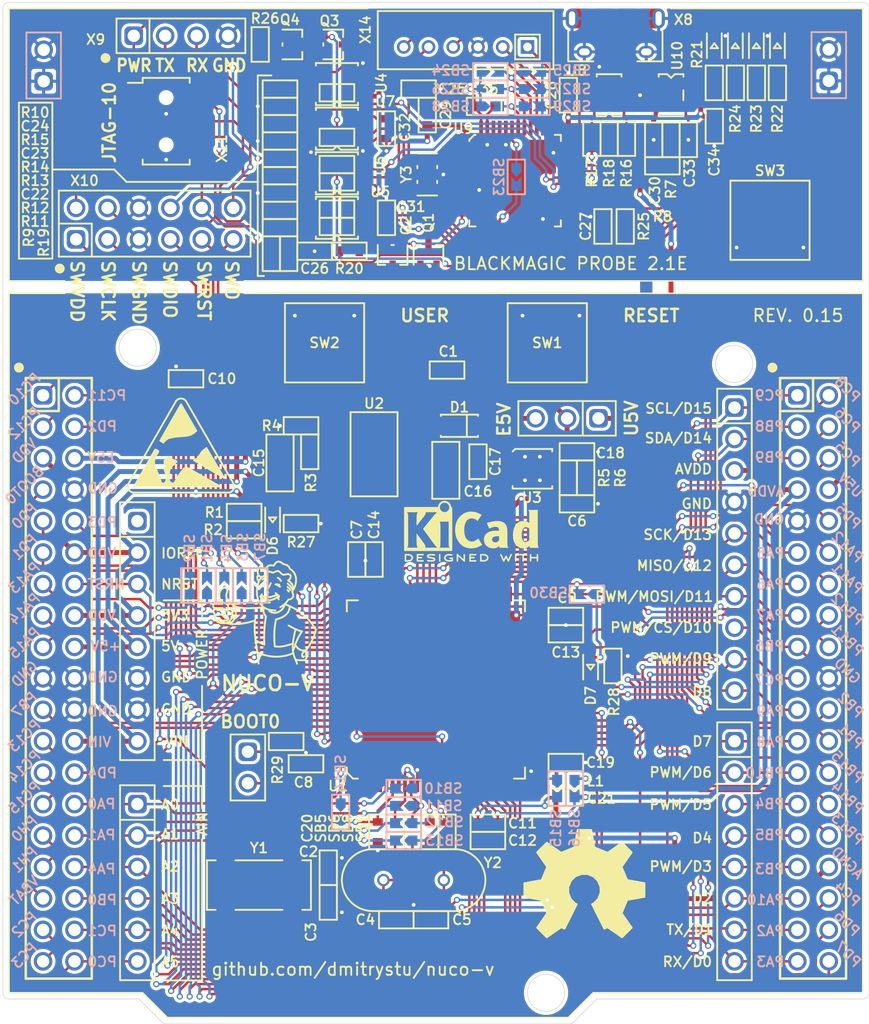
<source format=kicad_pcb>
(kicad_pcb (version 20171130) (host pcbnew 5.1.8-db9833491~87~ubuntu18.04.1)
  (layers (0 F.Cu signal) (31 B.Cu signal) (34 B.Paste user) (35 F.Paste user) (36 B.SilkS user) (37 F.SilkS user) (38 B.Mask user) (39 F.Mask user) (44 Edge.Cuts user))
  (net 0 "")
  (net 1 PGND)
  (net 2 "Net-(C2-Pad1)")
  (net 3 "Net-(C3-Pad1)")
  (net 4 "Net-(C4-Pad1)")
  (net 5 "Net-(C5-Pad1)")
  (net 6 VDD)
  (net 7 AGND)
  (net 8 VDDA)
  (net 9 "Net-(C13-Pad1)")
  (net 10 "Net-(C14-Pad1)")
  (net 11 VIN)
  (net 12 "Net-(C16-Pad1)")
  (net 13 E5V)
  (net 14 C5V)
  (net 15 VBAT)
  (net 16 /BlackMagicProbe/xPWR)
  (net 17 /BlackMagicProbe/TPWR)
  (net 18 +3V3BM)
  (net 19 U5V)
  (net 20 "Net-(C33-Pad1)")
  (net 21 "Net-(D2-PadA)")
  (net 22 "Net-(D3-PadA)")
  (net 23 "Net-(D4-PadA)")
  (net 24 "Net-(D5-PadA)")
  (net 25 "Net-(L1-Pad2)")
  (net 26 /BlackMagicProbe/iRST_SENSE)
  (net 27 /BlackMagicProbe/xRST)
  (net 28 /BlackMagicProbe/iRST)
  (net 29 "Net-(R2-Pad2)")
  (net 30 "Net-(R5-Pad2)")
  (net 31 /BlackMagicProbe/VBUS)
  (net 32 "Net-(R10-Pad2)")
  (net 33 /BlackMagicProbe/xTXD)
  (net 34 "Net-(R11-Pad2)")
  (net 35 /BlackMagicProbe/xTCK)
  (net 36 "Net-(R12-Pad2)")
  (net 37 /BlackMagicProbe/xTDI)
  (net 38 "Net-(R13-Pad2)")
  (net 39 /BlackMagicProbe/xTDO)
  (net 40 "Net-(R14-Pad2)")
  (net 41 /BlackMagicProbe/xRXD)
  (net 42 "Net-(R15-Pad2)")
  (net 43 /BlackMagicProbe/xTMS)
  (net 44 /BlackMagicProbe/UD-)
  (net 45 "Net-(R16-Pad1)")
  (net 46 "Net-(R17-Pad2)")
  (net 47 "Net-(R17-Pad1)")
  (net 48 /BlackMagicProbe/UD+)
  (net 49 /BlackMagicProbe/LED0)
  (net 50 /BlackMagicProbe/LED1)
  (net 51 /BlackMagicProbe/LED2)
  (net 52 /BlackMagicProbe/BMBTN)
  (net 53 /BlackMagicProbe/SWDCLK)
  (net 54 /BlackMagicProbe/SWDIO)
  (net 55 /BlackMagicProbe/SWO)
  (net 56 /BlackMagicProbe/SWDRST)
  (net 57 "Net-(SB10-Pad2)")
  (net 58 "Net-(SB11-Pad2)")
  (net 59 "Net-(SB12-Pad2)")
  (net 60 "Net-(SB13-Pad2)")
  (net 61 /BlackMagicProbe/iTXD)
  (net 62 /BlackMagicProbe/iTCK)
  (net 63 /BlackMagicProbe/iTDI)
  (net 64 /BlackMagicProbe/iTDO)
  (net 65 /BlackMagicProbe/iRXD)
  (net 66 /BlackMagicProbe/iTMS)
  (net 67 "Net-(SB23-Pad1)")
  (net 68 /PA15)
  (net 69 "Net-(U1-Pad98)")
  (net 70 "Net-(U1-Pad97)")
  (net 71 BOOT0)
  (net 72 /PA4)
  (net 73 /PA5)
  (net 74 /PA6)
  (net 75 /PA7)
  (net 76 "Net-(U1-Pad37)")
  (net 77 "Net-(U1-Pad45)")
  (net 78 "Net-(U1-Pad44)")
  (net 79 "Net-(U1-Pad43)")
  (net 80 "Net-(U1-Pad42)")
  (net 81 "Net-(U1-Pad41)")
  (net 82 "Net-(U1-Pad40)")
  (net 83 "Net-(U1-Pad39)")
  (net 84 PB13)
  (net 85 "Net-(U1-Pad55)")
  (net 86 "Net-(U1-Pad56)")
  (net 87 "Net-(U1-Pad57)")
  (net 88 "Net-(U1-Pad58)")
  (net 89 "Net-(U1-Pad59)")
  (net 90 "Net-(U1-Pad60)")
  (net 91 "Net-(U1-Pad61)")
  (net 92 "Net-(U1-Pad62)")
  (net 93 /PA10)
  (net 94 /PA9)
  (net 95 /PA8)
  (net 96 "Net-(U1-Pad1)")
  (net 97 "Net-(U1-Pad2)")
  (net 98 "Net-(U1-Pad3)")
  (net 99 "Net-(U1-Pad4)")
  (net 100 "Net-(U1-Pad5)")
  (net 101 /PA3)
  (net 102 /PA2)
  (net 103 /PA1)
  (net 104 /PA0)
  (net 105 "Net-(U1-Pad38)")
  (net 106 "Net-(U3-Pad3)")
  (net 107 "Net-(U4-Pad6)")
  (net 108 /BlackMagicProbe/iTMS_DIR)
  (net 109 "Net-(U7-Pad6)")
  (net 110 "Net-(U7-Pad3)")
  (net 111 "Net-(U8-Pad4)")
  (net 112 "Net-(U9-Pad46)")
  (net 113 "Net-(U9-Pad45)")
  (net 114 /BlackMagicProbe/JSWCLK)
  (net 115 "Net-(U9-Pad38)")
  (net 116 /BlackMagicProbe/JSWO)
  (net 117 /BlackMagicProbe/PWR_BR)
  (net 118 "Net-(U9-Pad27)")
  (net 119 "Net-(U9-Pad28)")
  (net 120 /BlackMagicProbe/JSWDIO)
  (net 121 "Net-(U9-Pad2)")
  (net 122 "Net-(U9-Pad3)")
  (net 123 "Net-(U9-Pad4)")
  (net 124 "Net-(U9-Pad5)")
  (net 125 "Net-(U9-Pad6)")
  (net 126 "Net-(U9-Pad10)")
  (net 127 "Net-(X2-Pad1)")
  (net 128 "Net-(SB24-Pad2)")
  (net 129 "Net-(SB26-Pad2)")
  (net 130 "Net-(SB28-Pad2)")
  (net 131 /BlackMagicProbe/JRST)
  (net 132 "Net-(X11-Pad7)")
  (net 133 "Net-(Q3-Pad2)")
  (net 134 "Net-(D6-PadK)")
  (net 135 "Net-(D7-PadA)")
  (net 136 "Net-(D7-PadK)")
  (net 137 /PC9)
  (net 138 /PB0)
  (net 139 /PB1)
  (net 140 /nRST)
  (net 141 /PA14)
  (net 142 /PA13)
  (net 143 /PB3)
  (net 144 /PD0)
  (net 145 /PD1)
  (net 146 /PD2)
  (net 147 /PD3)
  (net 148 /PD4)
  (net 149 /PD5)
  (net 150 /PD6)
  (net 151 /PD7)
  (net 152 /PC10)
  (net 153 /PC11)
  (net 154 /PC12)
  (net 155 /PB9)
  (net 156 /PB8)
  (net 157 /PB7)
  (net 158 /PB6)
  (net 159 /PB5)
  (net 160 /PB4)
  (net 161 /PC4)
  (net 162 /PC5)
  (net 163 /PB2)
  (net 164 /PB11)
  (net 165 /PB10)
  (net 166 /PB12)
  (net 167 /PB14)
  (net 168 /PB15)
  (net 169 /PA12)
  (net 170 /PA11)
  (net 171 /PC8)
  (net 172 /PC7)
  (net 173 /PC3)
  (net 174 /PC2)
  (net 175 /PC1)
  (net 176 /PC0)
  (net 177 /PC6)
  (net 178 /PC13)
  (net 179 /PH0)
  (net 180 /PH1)
  (net 181 /PC14)
  (net 182 /PC15)
  (net 183 "Net-(R3-Pad2)")
  (module SMD-CMN:SMD-1206C (layer F.Cu) (at 92.4 94.7 90)
    (fp_text reference C15 (at 0 -1.7 90) (layer F.SilkS) (effects (font (size 0.8 0.8))))
    (fp_text value 10uF)
    (pad 1 smd rect (at -1.4 0 90) (size 1.2 1.6) (layers F.Cu F.Paste F.Mask) (net 11 VIN))
    (pad 2 smd rect (at 1.4 0 90) (size 1.2 1.6) (layers F.Cu F.Paste F.Mask) (net 1 PGND))
  )
  (module SMD-CMN:SMD-0603C (layer F.Cu) (at 108.4 94.6 270)
    (fp_text reference C17 (at 0 -1.4 90) (layer F.SilkS) (effects (font (size 0.8 0.8))))
    (fp_text value 10uF)
    (pad 2 smd rect (at 0.8 0 270) (size 0.6 0.8) (layers F.Cu F.Paste F.Mask) (net 1 PGND))
    (pad 1 smd rect (at -0.8 0 270) (size 0.6 0.8) (layers F.Cu F.Paste F.Mask) (net 13 E5V))
  )
  (module SMD-CMN:SMD-1206C (layer F.Cu) (at 105.8 95.3 270)
    (fp_text reference C16 (at 1.7 -2.6 180) (layer F.SilkS) (effects (font (size 0.8 0.8))))
    (fp_text value 4.7uF)
    (pad 1 smd rect (at -1.4 0 270) (size 1.2 1.6) (layers F.Cu F.Paste F.Mask) (net 12 "Net-(C16-Pad1)"))
    (pad 2 smd rect (at 1.4 0 270) (size 1.2 1.6) (layers F.Cu F.Paste F.Mask) (net 1 PGND))
  )
  (module SMD-SOT:SOT-223-3 (layer F.Cu) (at 100 94 270)
    (fp_text reference U2 (at -4.1 0) (layer F.SilkS) (effects (font (size 0.8 0.8))))
    (fp_text value LM1117)
    (pad 2 smd rect (at 0 -3.1 270) (size 3.6 1.5) (layers F.Cu F.Paste F.Mask) (net 12 "Net-(C16-Pad1)"))
    (pad 1 smd rect (at -2.3 3.1 270) (size 1.2 1.5) (layers F.Cu F.Paste F.Mask) (net 183 "Net-(R3-Pad2)"))
    (pad 3 smd rect (at 2.3 3.1 270) (size 1.2 1.5) (layers F.Cu F.Paste F.Mask) (net 11 VIN))
    (pad 2 smd rect (at 0 3.1 270) (size 1.2 1.5) (layers F.Cu F.Paste F.Mask) (net 12 "Net-(C16-Pad1)"))
  )
  (module SMD-CMN:SMD-0603R (layer F.Cu) (at 94.1 91.7 180)
    (fp_text reference R4 (at 2.4 0) (layer F.SilkS) (effects (font (size 0.8 0.8))))
    (fp_text value 360)
    (pad 2 smd rect (at 0.8 0 180) (size 0.6 0.8) (layers F.Cu F.Paste F.Mask) (net 1 PGND))
    (pad 1 smd rect (at -0.8 0 180) (size 0.6 0.8) (layers F.Cu F.Paste F.Mask) (net 183 "Net-(R3-Pad2)"))
  )
  (module SMD-CMN:SMD-0603R (layer F.Cu) (at 94.8 93.8 90)
    (fp_text reference R3 (at -2.5 0.1 270) (layer F.SilkS) (effects (font (size 0.8 0.8))))
    (fp_text value 120)
    (pad 2 smd rect (at 0.8 0 90) (size 0.6 0.8) (layers F.Cu F.Paste F.Mask) (net 183 "Net-(R3-Pad2)"))
    (pad 1 smd rect (at -0.8 0 90) (size 0.6 0.8) (layers F.Cu F.Paste F.Mask) (net 12 "Net-(C16-Pad1)"))
  )
  (module CONNFLY:DS1031-08-2X05P8BSX (layer F.Cu) (at 83.2 67.1 270)
    (fp_text reference X11 (at 2.2 -4.5 90) (layer F.SilkS) (effects (font (size 0.8 0.8))))
    (fp_text value CONN-10P2L hide)
    (pad "" np_thru_hole circle (at -1.905 0 270) (size 0.7 0.7) (drill 0.7) (layers *.Cu *.Mask))
    (pad "" np_thru_hole circle (at 1.905 0 270) (size 0.7 0.7) (drill 0.7) (layers *.Cu *.Mask))
    (pad 6 smd rect (at 0 -2 270) (size 0.6 2.4) (layers F.Cu F.Paste F.Mask) (net 39 /BlackMagicProbe/xTDO))
    (pad 8 smd rect (at 1.27 -2 270) (size 0.6 2.4) (layers F.Cu F.Paste F.Mask) (net 37 /BlackMagicProbe/xTDI))
    (pad 4 smd rect (at -1.27 -2 270) (size 0.6 2.4) (layers F.Cu F.Paste F.Mask) (net 35 /BlackMagicProbe/xTCK))
    (pad 2 smd rect (at -2.535 -2 270) (size 0.6 2.4) (layers F.Cu F.Paste F.Mask) (net 43 /BlackMagicProbe/xTMS))
    (pad 10 smd rect (at 2.54 -2 270) (size 0.6 2.4) (layers F.Cu F.Paste F.Mask) (net 27 /BlackMagicProbe/xRST))
    (pad 1 smd rect (at -2.54 2 270) (size 0.6 2.4) (layers F.Cu F.Paste F.Mask) (net 16 /BlackMagicProbe/xPWR))
    (pad 3 smd rect (at -1.27 2 270) (size 0.6 2.4) (layers F.Cu F.Paste F.Mask) (net 1 PGND))
    (pad 5 smd rect (at 0 2 270) (size 0.6 2.4) (layers F.Cu F.Paste F.Mask) (net 1 PGND))
    (pad 9 smd rect (at 2.54 2 270) (size 0.6 2.4) (layers F.Cu F.Paste F.Mask) (net 1 PGND))
    (pad 7 smd rect (at 1.27 2 270) (size 0.6 2.4) (layers F.Cu F.Paste F.Mask) (net 132 "Net-(X11-Pad7)"))
  )
  (module CONNFLY:DS1021-1X02S61 (layer B.Cu) (at 73.3 62.6 90)
    (fp_text reference X13 hide)
    (fp_text value CONN-02P1LA)
    (pad 1 thru_hole roundrect (at -1.27 0 90) (size 1.5 1.5) (drill 1) (layers *.Cu *.Mask) (net 1 PGND))
    (pad 2 thru_hole circle (at 1.27 0 90) (size 1.5 1.5) (drill 1) (layers *.Cu *.Mask) (net 1 PGND))
  )
  (module CONNFLY:DS1021-1X02S61 (layer B.Cu) (at 136.75 62.57 90)
    (fp_text reference X12 hide)
    (fp_text value CONN-02P1LA)
    (pad 1 thru_hole roundrect (at -1.27 0 90) (size 1.5 1.5) (drill 1) (layers *.Cu *.Mask) (net 1 PGND))
    (pad 2 thru_hole circle (at 1.27 0 90) (size 1.5 1.5) (drill 1) (layers *.Cu *.Mask) (net 1 PGND))
  )
  (module CONNFLY:DS1023-1X06A (layer F.Cu) (at 80.87 128.61 270)
    (fp_text reference X3 hide)
    (fp_text value CONN-06P1L)
    (pad 6 thru_hole circle (at 6.35 0 270) (size 1.5 1.5) (drill 1) (layers *.Cu *.Mask) (net 176 /PC0))
    (pad 1 thru_hole roundrect (at -6.35 0 270) (size 1.5 1.5) (drill 1) (layers *.Cu *.Mask) (net 104 /PA0))
    (pad 5 thru_hole circle (at 3.81 0 270) (size 1.5 1.5) (drill 1) (layers *.Cu *.Mask) (net 175 /PC1))
    (pad 2 thru_hole circle (at -3.81 0 270) (size 1.5 1.5) (drill 1) (layers *.Cu *.Mask) (net 103 /PA1))
    (pad 3 thru_hole circle (at -1.27 0 270) (size 1.5 1.5) (drill 1) (layers *.Cu *.Mask) (net 72 /PA4))
    (pad 4 thru_hole circle (at 1.27 0 270) (size 1.5 1.5) (drill 1) (layers *.Cu *.Mask) (net 138 /PB0))
  )
  (module CONNFLY:DS1023-1X08A (layer F.Cu) (at 129.13 126.07 270)
    (fp_text reference X6 hide)
    (fp_text value CONN-08P1L)
    (pad 8 thru_hole circle (at 8.89 0 270) (size 1.5 1.5) (drill 1) (layers *.Cu *.Mask) (net 101 /PA3))
    (pad 7 thru_hole circle (at 6.35 0 270) (size 1.5 1.5) (drill 1) (layers *.Cu *.Mask) (net 102 /PA2))
    (pad 6 thru_hole circle (at 3.81 0 270) (size 1.5 1.5) (drill 1) (layers *.Cu *.Mask) (net 93 /PA10))
    (pad 1 thru_hole roundrect (at -8.89 0 270) (size 1.5 1.5) (drill 1) (layers *.Cu *.Mask) (net 95 /PA8))
    (pad 5 thru_hole circle (at 1.27 0 270) (size 1.5 1.5) (drill 1) (layers *.Cu *.Mask) (net 143 /PB3))
    (pad 2 thru_hole circle (at -6.35 0 270) (size 1.5 1.5) (drill 1) (layers *.Cu *.Mask) (net 165 /PB10))
    (pad 3 thru_hole circle (at -3.81 0 270) (size 1.5 1.5) (drill 1) (layers *.Cu *.Mask) (net 160 /PB4))
    (pad 4 thru_hole circle (at -1.27 0 270) (size 1.5 1.5) (drill 1) (layers *.Cu *.Mask) (net 159 /PB5))
  )
  (module CONNFLY:DS1023-1X08A (layer F.Cu) (at 80.87 108.29 270)
    (fp_text reference X2 hide)
    (fp_text value CONN-08P1L)
    (pad 8 thru_hole circle (at 8.89 0 270) (size 1.5 1.5) (drill 1) (layers *.Cu *.Mask) (net 11 VIN))
    (pad 7 thru_hole circle (at 6.35 0 270) (size 1.5 1.5) (drill 1) (layers *.Cu *.Mask) (net 1 PGND))
    (pad 6 thru_hole circle (at 3.81 0 270) (size 1.5 1.5) (drill 1) (layers *.Cu *.Mask) (net 1 PGND))
    (pad 1 thru_hole roundrect (at -8.89 0 270) (size 1.5 1.5) (drill 1) (layers *.Cu *.Mask) (net 127 "Net-(X2-Pad1)"))
    (pad 5 thru_hole circle (at 1.27 0 270) (size 1.5 1.5) (drill 1) (layers *.Cu *.Mask) (net 14 C5V))
    (pad 2 thru_hole circle (at -6.35 0 270) (size 1.5 1.5) (drill 1) (layers *.Cu *.Mask) (net 6 VDD))
    (pad 3 thru_hole circle (at -3.81 0 270) (size 1.5 1.5) (drill 1) (layers *.Cu *.Mask) (net 140 /nRST))
    (pad 4 thru_hole circle (at -1.27 0 270) (size 1.5 1.5) (drill 1) (layers *.Cu *.Mask) (net 6 VDD))
  )
  (module CONNFLY:DS1023-1X10A (layer F.Cu) (at 129.13 101.66 270)
    (fp_text reference X5 hide)
    (fp_text value CONN-10P1L)
    (pad 10 thru_hole circle (at 11.43 0 270) (size 1.5 1.5) (drill 1) (layers *.Cu *.Mask) (net 94 /PA9))
    (pad 9 thru_hole circle (at 8.89 0 270) (size 1.5 1.5) (drill 1) (layers *.Cu *.Mask) (net 172 /PC7))
    (pad 8 thru_hole circle (at 6.35 0 270) (size 1.5 1.5) (drill 1) (layers *.Cu *.Mask) (net 158 /PB6))
    (pad 7 thru_hole circle (at 3.81 0 270) (size 1.5 1.5) (drill 1) (layers *.Cu *.Mask) (net 75 /PA7))
    (pad 6 thru_hole circle (at 1.27 0 270) (size 1.5 1.5) (drill 1) (layers *.Cu *.Mask) (net 74 /PA6))
    (pad 1 thru_hole roundrect (at -11.43 0 270) (size 1.5 1.5) (drill 1) (layers *.Cu *.Mask) (net 156 /PB8))
    (pad 5 thru_hole circle (at -1.27 0 270) (size 1.5 1.5) (drill 1) (layers *.Cu *.Mask) (net 73 /PA5))
    (pad 2 thru_hole circle (at -8.89 0 270) (size 1.5 1.5) (drill 1) (layers *.Cu *.Mask) (net 155 /PB9))
    (pad 3 thru_hole circle (at -6.35 0 270) (size 1.5 1.5) (drill 1) (layers *.Cu *.Mask) (net 8 VDDA))
    (pad 4 thru_hole circle (at -3.81 0 270) (size 1.5 1.5) (drill 1) (layers *.Cu *.Mask) (net 1 PGND))
  )
  (module logo:OSHW_FS_10MM (layer F.Cu) (at 117 129.2)
    (fp_text reference OSHW_FS_10MM hide)
    (fp_text value VAL** hide)
  )
  (module SMD-CMN:SMD-0603L (layer F.Cu) (at 115.5 120.3)
    (fp_text reference L1 (at 2.4 0.1) (layer F.SilkS) (effects (font (size 0.8 0.8))))
    (fp_text value BEAD)
    (pad 2 smd rect (at 0.8 0) (size 0.6 0.8) (layers F.Cu F.Paste F.Mask) (net 25 "Net-(L1-Pad2)"))
    (pad 1 smd rect (at -0.8 0) (size 0.6 0.8) (layers F.Cu F.Paste F.Mask) (net 6 VDD))
  )
  (module CONNFLY:DS1021-1X02S61 (layer F.Cu) (at 89.8 119.3 270)
    (fp_text reference X15 hide)
    (fp_text value CONN-02P1L)
    (pad 1 thru_hole roundrect (at -1.27 0 270) (size 1.5 1.5) (drill 1) (layers *.Cu *.Mask) (net 71 BOOT0))
    (pad 2 thru_hole circle (at 1.27 0 270) (size 1.5 1.5) (drill 1) (layers *.Cu *.Mask) (net 6 VDD))
  )
  (module QUARTZ:KX-327S (layer F.Cu) (at 90.7 128.8 180)
    (fp_text reference Y1 (at 0 3) (layer F.SilkS) (effects (font (size 0.8 0.8))))
    (fp_text value 32.768K)
    (pad 3 smd rect (at 2.7 -1.6 180) (size 1.3 1.9) (layers F.Cu F.Paste F.Mask))
    (pad 2 smd rect (at -2.7 -1.6 180) (size 1.3 1.9) (layers F.Cu F.Paste F.Mask) (net 3 "Net-(C3-Pad1)"))
    (pad 1 smd rect (at -2.7 1.6 180) (size 1.3 1.9) (layers F.Cu F.Paste F.Mask) (net 2 "Net-(C2-Pad1)"))
    (pad 4 smd rect (at 2.7 1.6 180) (size 1.3 1.9) (layers F.Cu F.Paste F.Mask))
  )
  (module logo:FALLOUT_1 (layer F.Cu) (at 90.8 106.7)
    (fp_text reference svg2mod hide)
    (fp_text value G*** hide)
  )
  (module logo:esd1 (layer F.Cu) (at 84.4 94.6)
    (fp_text reference G*** hide)
    (fp_text value LOGO hide)
  )
  (module logo:KiCad-Logo_Copper_11mmx5mm (layer F.Cu) (at 107.87 99.79)
    (fp_text reference G***)
    (fp_text value "KiCad Logo" hide)
    (fp_text user "DESIGNED WITH" (at 0 2.6) (layer F.SilkS) (effects (font (size 0.5 0.97) (thickness 0.125))))
    (pad 1 smd circle (at -2.17 -1.49) (size 0.9 0.9) (layers F.Cu F.Mask) (net 6 VDD))
  )
  (module SMD-CMN:SMD-0603J (layer B.Cu) (at 85.1 104.6 90)
    (fp_text reference SB2 (at 3 0 270) (layer B.SilkS) (effects (font (size 0.8 0.8)) (justify mirror)))
    (fp_text value JUMPER)
    (pad 1 smd custom (at -0.8 0 90) (size 0.6 0.8) (layers B.Cu B.Paste B.Mask) (net 142 /PA13) (options (clearance outline) (anchor rect)) (primitives (gr_poly (pts (xy 0.8 0) (xy 0.4 -0.4) (xy -0.3 -0.4) (xy -0.3 0.4) (xy 0.4 0.4)) (width 0.01))))
    (pad 2 smd custom (at 0.8 0 90) (size 0.6 0.8) (layers B.Cu B.Paste B.Mask) (net 54 /BlackMagicProbe/SWDIO) (options (clearance outline) (anchor rect)) (primitives (gr_poly (pts (xy 0.3 -0.4) (xy -0.8 -0.4) (xy -0.4 0) (xy -0.8 0.4) (xy 0.3 0.4)) (width 0.01))))
  )
  (module SMD-QFN:QFPX50P140X140-100 (layer F.Cu) (at 105 113)
    (fp_text reference U1 (at -7.9 7.8) (layer F.SilkS) (effects (font (size 0.8 0.8))))
    (fp_text value STM32H742Vx)
    (pad 76 smd rect (at -7.7 -6 90) (size 0.3 1.2) (layers F.Cu F.Paste F.Mask) (net 141 /PA14))
    (pad 77 smd rect (at -7.7 -5.5 90) (size 0.3 1.2) (layers F.Cu F.Paste F.Mask) (net 68 /PA15))
    (pad 78 smd rect (at -7.7 -5 90) (size 0.3 1.2) (layers F.Cu F.Paste F.Mask) (net 152 /PC10))
    (pad 79 smd rect (at -7.7 -4.5 90) (size 0.3 1.2) (layers F.Cu F.Paste F.Mask) (net 153 /PC11))
    (pad 80 smd rect (at -7.7 -4 90) (size 0.3 1.2) (layers F.Cu F.Paste F.Mask) (net 154 /PC12))
    (pad 81 smd rect (at -7.7 -3.5 90) (size 0.3 1.2) (layers F.Cu F.Paste F.Mask) (net 144 /PD0))
    (pad 82 smd rect (at -7.7 -3 90) (size 0.3 1.2) (layers F.Cu F.Paste F.Mask) (net 145 /PD1))
    (pad 83 smd rect (at -7.7 -2.5 90) (size 0.3 1.2) (layers F.Cu F.Paste F.Mask) (net 146 /PD2))
    (pad 84 smd rect (at -7.7 -2 90) (size 0.3 1.2) (layers F.Cu F.Paste F.Mask) (net 147 /PD3))
    (pad 85 smd rect (at -7.7 -1.5 90) (size 0.3 1.2) (layers F.Cu F.Paste F.Mask) (net 148 /PD4))
    (pad 86 smd rect (at -7.7 -1 90) (size 0.3 1.2) (layers F.Cu F.Paste F.Mask) (net 149 /PD5))
    (pad 87 smd rect (at -7.7 -0.5 90) (size 0.3 1.2) (layers F.Cu F.Paste F.Mask) (net 150 /PD6))
    (pad 100 smd rect (at -7.7 6 90) (size 0.3 1.2) (layers F.Cu F.Paste F.Mask) (net 6 VDD))
    (pad 99 smd rect (at -7.7 5.5 90) (size 0.3 1.2) (layers F.Cu F.Paste F.Mask) (net 1 PGND))
    (pad 98 smd rect (at -7.7 5 90) (size 0.3 1.2) (layers F.Cu F.Paste F.Mask) (net 69 "Net-(U1-Pad98)"))
    (pad 97 smd rect (at -7.7 4.5 90) (size 0.3 1.2) (layers F.Cu F.Paste F.Mask) (net 70 "Net-(U1-Pad97)"))
    (pad 96 smd rect (at -7.7 4 90) (size 0.3 1.2) (layers F.Cu F.Paste F.Mask) (net 155 /PB9))
    (pad 95 smd rect (at -7.7 3.5 90) (size 0.3 1.2) (layers F.Cu F.Paste F.Mask) (net 156 /PB8))
    (pad 94 smd rect (at -7.7 3 90) (size 0.3 1.2) (layers F.Cu F.Paste F.Mask) (net 71 BOOT0))
    (pad 93 smd rect (at -7.7 2.5 90) (size 0.3 1.2) (layers F.Cu F.Paste F.Mask) (net 157 /PB7))
    (pad 92 smd rect (at -7.7 2 90) (size 0.3 1.2) (layers F.Cu F.Paste F.Mask) (net 158 /PB6))
    (pad 91 smd rect (at -7.7 1.5 90) (size 0.3 1.2) (layers F.Cu F.Paste F.Mask) (net 159 /PB5))
    (pad 90 smd rect (at -7.7 1 90) (size 0.3 1.2) (layers F.Cu F.Paste F.Mask) (net 160 /PB4))
    (pad 89 smd rect (at -7.7 0.5 90) (size 0.3 1.2) (layers F.Cu F.Paste F.Mask) (net 143 /PB3))
    (pad 26 smd rect (at 7.7 6 90) (size 0.3 1.2) (layers F.Cu F.Paste F.Mask) (net 1 PGND))
    (pad 27 smd rect (at 7.7 5.5 90) (size 0.3 1.2) (layers F.Cu F.Paste F.Mask) (net 6 VDD))
    (pad 28 smd rect (at 7.7 5 90) (size 0.3 1.2) (layers F.Cu F.Paste F.Mask) (net 72 /PA4))
    (pad 29 smd rect (at 7.7 4.5 90) (size 0.3 1.2) (layers F.Cu F.Paste F.Mask) (net 73 /PA5))
    (pad 30 smd rect (at 7.7 4 90) (size 0.3 1.2) (layers F.Cu F.Paste F.Mask) (net 74 /PA6))
    (pad 31 smd rect (at 7.7 3.5 90) (size 0.3 1.2) (layers F.Cu F.Paste F.Mask) (net 75 /PA7))
    (pad 32 smd rect (at 7.7 3 90) (size 0.3 1.2) (layers F.Cu F.Paste F.Mask) (net 161 /PC4))
    (pad 33 smd rect (at 7.7 2.5 90) (size 0.3 1.2) (layers F.Cu F.Paste F.Mask) (net 162 /PC5))
    (pad 34 smd rect (at 7.7 2 90) (size 0.3 1.2) (layers F.Cu F.Paste F.Mask) (net 138 /PB0))
    (pad 35 smd rect (at 7.7 1.5 90) (size 0.3 1.2) (layers F.Cu F.Paste F.Mask) (net 139 /PB1))
    (pad 36 smd rect (at 7.7 1 90) (size 0.3 1.2) (layers F.Cu F.Paste F.Mask) (net 163 /PB2))
    (pad 37 smd rect (at 7.7 0.5 90) (size 0.3 1.2) (layers F.Cu F.Paste F.Mask) (net 76 "Net-(U1-Pad37)"))
    (pad 50 smd rect (at 7.7 -6 90) (size 0.3 1.2) (layers F.Cu F.Paste F.Mask) (net 6 VDD))
    (pad 49 smd rect (at 7.7 -5.5 90) (size 0.3 1.2) (layers F.Cu F.Paste F.Mask) (net 1 PGND))
    (pad 48 smd rect (at 7.7 -5 90) (size 0.3 1.2) (layers F.Cu F.Paste F.Mask) (net 9 "Net-(C13-Pad1)"))
    (pad 47 smd rect (at 7.7 -4.5 90) (size 0.3 1.2) (layers F.Cu F.Paste F.Mask) (net 164 /PB11))
    (pad 46 smd rect (at 7.7 -4 90) (size 0.3 1.2) (layers F.Cu F.Paste F.Mask) (net 165 /PB10))
    (pad 45 smd rect (at 7.7 -3.5 90) (size 0.3 1.2) (layers F.Cu F.Paste F.Mask) (net 77 "Net-(U1-Pad45)"))
    (pad 44 smd rect (at 7.7 -3 90) (size 0.3 1.2) (layers F.Cu F.Paste F.Mask) (net 78 "Net-(U1-Pad44)"))
    (pad 43 smd rect (at 7.7 -2.5 90) (size 0.3 1.2) (layers F.Cu F.Paste F.Mask) (net 79 "Net-(U1-Pad43)"))
    (pad 42 smd rect (at 7.7 -2 90) (size 0.3 1.2) (layers F.Cu F.Paste F.Mask) (net 80 "Net-(U1-Pad42)"))
    (pad 41 smd rect (at 7.7 -1.5 90) (size 0.3 1.2) (layers F.Cu F.Paste F.Mask) (net 81 "Net-(U1-Pad41)"))
    (pad 40 smd rect (at 7.7 -1 90) (size 0.3 1.2) (layers F.Cu F.Paste F.Mask) (net 82 "Net-(U1-Pad40)"))
    (pad 39 smd rect (at 7.7 -0.5 90) (size 0.3 1.2) (layers F.Cu F.Paste F.Mask) (net 83 "Net-(U1-Pad39)"))
    (pad 51 smd rect (at 6 -7.7) (size 0.3 1.2) (layers F.Cu F.Paste F.Mask) (net 166 /PB12))
    (pad 52 smd rect (at 5.5 -7.7) (size 0.3 1.2) (layers F.Cu F.Paste F.Mask) (net 84 PB13))
    (pad 53 smd rect (at 5 -7.7) (size 0.3 1.2) (layers F.Cu F.Paste F.Mask) (net 167 /PB14))
    (pad 54 smd rect (at 4.5 -7.7) (size 0.3 1.2) (layers F.Cu F.Paste F.Mask) (net 168 /PB15))
    (pad 55 smd rect (at 4 -7.7) (size 0.3 1.2) (layers F.Cu F.Paste F.Mask) (net 85 "Net-(U1-Pad55)"))
    (pad 56 smd rect (at 3.5 -7.7) (size 0.3 1.2) (layers F.Cu F.Paste F.Mask) (net 86 "Net-(U1-Pad56)"))
    (pad 57 smd rect (at 3 -7.7) (size 0.3 1.2) (layers F.Cu F.Paste F.Mask) (net 87 "Net-(U1-Pad57)"))
    (pad 58 smd rect (at 2.5 -7.7) (size 0.3 1.2) (layers F.Cu F.Paste F.Mask) (net 88 "Net-(U1-Pad58)"))
    (pad 59 smd rect (at 2 -7.7) (size 0.3 1.2) (layers F.Cu F.Paste F.Mask) (net 89 "Net-(U1-Pad59)"))
    (pad 60 smd rect (at 1.5 -7.7) (size 0.3 1.2) (layers F.Cu F.Paste F.Mask) (net 90 "Net-(U1-Pad60)"))
    (pad 61 smd rect (at 1 -7.7) (size 0.3 1.2) (layers F.Cu F.Paste F.Mask) (net 91 "Net-(U1-Pad61)"))
    (pad 62 smd rect (at 0.5 -7.7) (size 0.3 1.2) (layers F.Cu F.Paste F.Mask) (net 92 "Net-(U1-Pad62)"))
    (pad 75 smd rect (at -6 -7.7) (size 0.3 1.2) (layers F.Cu F.Paste F.Mask) (net 6 VDD))
    (pad 74 smd rect (at -5.5 -7.7) (size 0.3 1.2) (layers F.Cu F.Paste F.Mask) (net 1 PGND))
    (pad 73 smd rect (at -5 -7.7) (size 0.3 1.2) (layers F.Cu F.Paste F.Mask) (net 10 "Net-(C14-Pad1)"))
    (pad 72 smd rect (at -4.5 -7.7) (size 0.3 1.2) (layers F.Cu F.Paste F.Mask) (net 142 /PA13))
    (pad 71 smd rect (at -4 -7.7) (size 0.3 1.2) (layers F.Cu F.Paste F.Mask) (net 169 /PA12))
    (pad 70 smd rect (at -3.5 -7.7) (size 0.3 1.2) (layers F.Cu F.Paste F.Mask) (net 170 /PA11))
    (pad 69 smd rect (at -3 -7.7) (size 0.3 1.2) (layers F.Cu F.Paste F.Mask) (net 93 /PA10))
    (pad 68 smd rect (at -2.5 -7.7) (size 0.3 1.2) (layers F.Cu F.Paste F.Mask) (net 94 /PA9))
    (pad 67 smd rect (at -2 -7.7) (size 0.3 1.2) (layers F.Cu F.Paste F.Mask) (net 95 /PA8))
    (pad 66 smd rect (at -1.5 -7.7) (size 0.3 1.2) (layers F.Cu F.Paste F.Mask) (net 137 /PC9))
    (pad 65 smd rect (at -1 -7.7) (size 0.3 1.2) (layers F.Cu F.Paste F.Mask) (net 171 /PC8))
    (pad 64 smd rect (at -0.5 -7.7) (size 0.3 1.2) (layers F.Cu F.Paste F.Mask) (net 172 /PC7))
    (pad 1 smd rect (at -6 7.7) (size 0.3 1.2) (layers F.Cu F.Paste F.Mask) (net 96 "Net-(U1-Pad1)"))
    (pad 2 smd rect (at -5.5 7.7) (size 0.3 1.2) (layers F.Cu F.Paste F.Mask) (net 97 "Net-(U1-Pad2)"))
    (pad 3 smd rect (at -5 7.7) (size 0.3 1.2) (layers F.Cu F.Paste F.Mask) (net 98 "Net-(U1-Pad3)"))
    (pad 4 smd rect (at -4.5 7.7) (size 0.3 1.2) (layers F.Cu F.Paste F.Mask) (net 99 "Net-(U1-Pad4)"))
    (pad 5 smd rect (at -4 7.7) (size 0.3 1.2) (layers F.Cu F.Paste F.Mask) (net 100 "Net-(U1-Pad5)"))
    (pad 6 smd rect (at -3.5 7.7) (size 0.3 1.2) (layers F.Cu F.Paste F.Mask) (net 15 VBAT))
    (pad 7 smd rect (at -3 7.7) (size 0.3 1.2) (layers F.Cu F.Paste F.Mask) (net 178 /PC13))
    (pad 8 smd rect (at -2.5 7.7) (size 0.3 1.2) (layers F.Cu F.Paste F.Mask) (net 181 /PC14))
    (pad 9 smd rect (at -2 7.7) (size 0.3 1.2) (layers F.Cu F.Paste F.Mask) (net 182 /PC15))
    (pad 10 smd rect (at -1.5 7.7) (size 0.3 1.2) (layers F.Cu F.Paste F.Mask) (net 1 PGND))
    (pad 11 smd rect (at -1 7.7) (size 0.3 1.2) (layers F.Cu F.Paste F.Mask) (net 6 VDD))
    (pad 12 smd rect (at -0.5 7.7) (size 0.3 1.2) (layers F.Cu F.Paste F.Mask) (net 179 /PH0))
    (pad 25 smd rect (at 6 7.7) (size 0.3 1.2) (layers F.Cu F.Paste F.Mask) (net 101 /PA3))
    (pad 24 smd rect (at 5.5 7.7) (size 0.3 1.2) (layers F.Cu F.Paste F.Mask) (net 102 /PA2))
    (pad 23 smd rect (at 5 7.7) (size 0.3 1.2) (layers F.Cu F.Paste F.Mask) (net 103 /PA1))
    (pad 22 smd rect (at 4.5 7.7) (size 0.3 1.2) (layers F.Cu F.Paste F.Mask) (net 104 /PA0))
    (pad 21 smd rect (at 4 7.7) (size 0.3 1.2) (layers F.Cu F.Paste F.Mask) (net 8 VDDA))
    (pad 20 smd rect (at 3.5 7.7) (size 0.3 1.2) (layers F.Cu F.Paste F.Mask) (net 8 VDDA))
    (pad 19 smd rect (at 3 7.7) (size 0.3 1.2) (layers F.Cu F.Paste F.Mask) (net 7 AGND))
    (pad 18 smd rect (at 2.5 7.7) (size 0.3 1.2) (layers F.Cu F.Paste F.Mask) (net 173 /PC3))
    (pad 17 smd rect (at 2 7.7) (size 0.3 1.2) (layers F.Cu F.Paste F.Mask) (net 174 /PC2))
    (pad 16 smd rect (at 1.5 7.7) (size 0.3 1.2) (layers F.Cu F.Paste F.Mask) (net 175 /PC1))
    (pad 15 smd rect (at 1 7.7) (size 0.3 1.2) (layers F.Cu F.Paste F.Mask) (net 176 /PC0))
    (pad 14 smd rect (at 0.5 7.7) (size 0.3 1.2) (layers F.Cu F.Paste F.Mask) (net 140 /nRST))
    (pad 88 smd rect (at -7.7 0 90) (size 0.3 1.2) (layers F.Cu F.Paste F.Mask) (net 151 /PD7))
    (pad 63 smd rect (at 0 -7.7) (size 0.3 1.2) (layers F.Cu F.Paste F.Mask) (net 177 /PC6))
    (pad 38 smd rect (at 7.7 0 90) (size 0.3 1.2) (layers F.Cu F.Paste F.Mask) (net 105 "Net-(U1-Pad38)"))
    (pad 13 smd rect (at 0 7.7) (size 0.3 1.2) (layers F.Cu F.Paste F.Mask) (net 180 /PH1))
  )
  (module SMD-CMN:SMD-0603R (layer F.Cu) (at 92.9 117.2)
    (fp_text reference R29 (at -0.7 2.3 90) (layer F.SilkS) (effects (font (size 0.8 0.8))))
    (fp_text value 10K)
    (pad 2 smd rect (at 0.8 0) (size 0.6 0.8) (layers F.Cu F.Paste F.Mask) (net 1 PGND))
    (pad 1 smd rect (at -0.8 0) (size 0.6 0.8) (layers F.Cu F.Paste F.Mask) (net 71 BOOT0))
  )
  (module SMD-CMN:SMD-0603J (layer B.Cu) (at 117.2 105.3 180)
    (fp_text reference SB30 (at 3.1 0.1) (layer B.SilkS) (effects (font (size 0.8 0.8)) (justify mirror)))
    (fp_text value JUMPER)
    (pad 1 smd custom (at -0.8 0 180) (size 0.6 0.8) (layers B.Cu B.Paste B.Mask) (net 135 "Net-(D7-PadA)") (options (clearance outline) (anchor rect)) (primitives (gr_poly (pts (xy 0.8 0) (xy 0.4 -0.4) (xy -0.3 -0.4) (xy -0.3 0.4) (xy 0.4 0.4)) (width 0.01))))
    (pad 2 smd custom (at 0.8 0 180) (size 0.6 0.8) (layers B.Cu B.Paste B.Mask) (net 84 PB13) (options (clearance outline) (anchor rect)) (primitives (gr_poly (pts (xy 0.3 -0.4) (xy -0.8 -0.4) (xy -0.4 0) (xy -0.8 0.4) (xy 0.3 0.4)) (width 0.01))))
  )
  (module SMD-CMN:SMD-0603R (layer F.Cu) (at 119.3 111.1 90)
    (fp_text reference R28 (at -2.9 0.1 90) (layer F.SilkS) (effects (font (size 0.8 0.8))))
    (fp_text value 330)
    (pad 2 smd rect (at 0.8 0 90) (size 0.6 0.8) (layers F.Cu F.Paste F.Mask) (net 1 PGND))
    (pad 1 smd rect (at -0.8 0 90) (size 0.6 0.8) (layers F.Cu F.Paste F.Mask) (net 136 "Net-(D7-PadK)"))
  )
  (module SMD-CMN:SMD-0603R (layer F.Cu) (at 94.1 99.6)
    (fp_text reference R27 (at 0 1.5) (layer F.SilkS) (effects (font (size 0.8 0.8))))
    (fp_text value 470)
    (pad 2 smd rect (at 0.8 0) (size 0.6 0.8) (layers F.Cu F.Paste F.Mask) (net 1 PGND))
    (pad 1 smd rect (at -0.8 0) (size 0.6 0.8) (layers F.Cu F.Paste F.Mask) (net 134 "Net-(D6-PadK)"))
  )
  (module OPTOEL:LED-0603 (layer F.Cu) (at 117.5 111.2 90)
    (fp_text reference D7 (at -2.3 0 90) (layer F.SilkS) (effects (font (size 0.8 0.8))))
    (fp_text value 0603G)
    (pad A smd rect (at 0.8 0 90) (size 0.6 0.8) (layers F.Cu F.Paste F.Mask) (net 135 "Net-(D7-PadA)"))
    (pad K smd rect (at -0.8 0 90) (size 0.6 0.8) (layers F.Cu F.Paste F.Mask) (net 136 "Net-(D7-PadK)"))
  )
  (module OPTOEL:LED-0603 (layer F.Cu) (at 91.8 99.3 90)
    (fp_text reference D6 (at -2.1 0 90) (layer F.SilkS) (effects (font (size 0.8 0.8))))
    (fp_text value 0603R)
    (pad A smd rect (at 0.8 0 90) (size 0.6 0.8) (layers F.Cu F.Paste F.Mask) (net 6 VDD))
    (pad K smd rect (at -0.8 0 90) (size 0.6 0.8) (layers F.Cu F.Paste F.Mask) (net 134 "Net-(D6-PadK)"))
  )
  (module QUARTZ:KX-3H (layer F.Cu) (at 103.2 128.4)
    (fp_text reference Y2 (at 6.4 -1.4) (layer F.SilkS) (effects (font (size 0.8 0.8))))
    (fp_text value 8MHz)
    (pad 2 thru_hole circle (at 2.44 0) (size 1 1) (drill 0.65) (layers *.Cu *.Mask) (net 5 "Net-(C5-Pad1)"))
    (pad 1 thru_hole circle (at -2.44 0) (size 1 1) (drill 0.65) (layers *.Cu *.Mask) (net 4 "Net-(C4-Pad1)"))
  )
  (module SMD-CMN:SMD-0603R (layer F.Cu) (at 105.9 124.5 90)
    (fp_text reference SB9 (at 0.3 -6.9 90) (layer F.SilkS) (effects (font (size 0.8 0.8))))
    (fp_text value JUMPER)
    (pad 2 smd rect (at 0.8 0 90) (size 0.6 0.8) (layers F.Cu F.Paste F.Mask) (net 180 /PH1))
    (pad 1 smd rect (at -0.8 0 90) (size 0.6 0.8) (layers F.Cu F.Paste F.Mask) (net 5 "Net-(C5-Pad1)"))
  )
  (module SMD-CMN:SMD-0603R (layer F.Cu) (at 101.7 124.5 90)
    (fp_text reference SB5 (at 0.3 -6 90) (layer F.SilkS) (effects (font (size 0.8 0.8))))
    (fp_text value JUMPER)
    (pad 2 smd rect (at 0.8 0 90) (size 0.6 0.8) (layers F.Cu F.Paste F.Mask) (net 181 /PC14))
    (pad 1 smd rect (at -0.8 0 90) (size 0.6 0.8) (layers F.Cu F.Paste F.Mask) (net 2 "Net-(C2-Pad1)"))
  )
  (module SMD-CMN:SMD-0603R (layer F.Cu) (at 103.1 124.5 90)
    (fp_text reference SB6 (at 0.3 -6.3 90) (layer F.SilkS) (effects (font (size 0.8 0.8))))
    (fp_text value JUMPER)
    (pad 2 smd rect (at 0.8 0 90) (size 0.6 0.8) (layers F.Cu F.Paste F.Mask) (net 182 /PC15))
    (pad 1 smd rect (at -0.8 0 90) (size 0.6 0.8) (layers F.Cu F.Paste F.Mask) (net 3 "Net-(C3-Pad1)"))
  )
  (module SMD-CMN:SMD-0603R (layer F.Cu) (at 89.5 98.7 180)
    (fp_text reference R1 (at 2.4 0) (layer F.SilkS) (effects (font (size 0.8 0.8))))
    (fp_text value 10K)
    (pad 2 smd rect (at 0.8 0 180) (size 0.6 0.8) (layers F.Cu F.Paste F.Mask) (net 140 /nRST))
    (pad 1 smd rect (at -0.8 0 180) (size 0.6 0.8) (layers F.Cu F.Paste F.Mask) (net 6 VDD))
  )
  (module SMD-CMN:SMD-0603R (layer F.Cu) (at 89.5 100.1 180)
    (fp_text reference R2 (at 2.5 0) (layer F.SilkS) (effects (font (size 0.8 0.8))))
    (fp_text value 10K)
    (pad 2 smd rect (at 0.8 0 180) (size 0.6 0.8) (layers F.Cu F.Paste F.Mask) (net 29 "Net-(R2-Pad2)"))
    (pad 1 smd rect (at -0.8 0 180) (size 0.6 0.8) (layers F.Cu F.Paste F.Mask) (net 6 VDD))
  )
  (module SMD-CMN:SMD-0603R (layer F.Cu) (at 115.7 95.9 90)
    (fp_text reference R5 (at 0 2.9 90) (layer F.SilkS) (effects (font (size 0.8 0.8))))
    (fp_text value 32.0K)
    (pad 2 smd rect (at 0.8 0 90) (size 0.6 0.8) (layers F.Cu F.Paste F.Mask) (net 30 "Net-(R5-Pad2)"))
    (pad 1 smd rect (at -0.8 0 90) (size 0.6 0.8) (layers F.Cu F.Paste F.Mask) (net 6 VDD))
  )
  (module SMD-CMN:SMD-0603R (layer F.Cu) (at 117.1 95.9 270)
    (fp_text reference R6 (at 0 -2.8 90) (layer F.SilkS) (effects (font (size 0.8 0.8))))
    (fp_text value 10.2K)
    (pad 2 smd rect (at 0.8 0 270) (size 0.6 0.8) (layers F.Cu F.Paste F.Mask) (net 1 PGND))
    (pad 1 smd rect (at -0.8 0 270) (size 0.6 0.8) (layers F.Cu F.Paste F.Mask) (net 30 "Net-(R5-Pad2)"))
  )
  (module SMD-CMN:SMD-0603R (layer F.Cu) (at 124 68.6 270)
    (fp_text reference R7 (at 4 0 90) (layer F.SilkS) (effects (font (size 0.8 0.8))))
    (fp_text value 4k7)
    (pad 2 smd rect (at 0.8 0 270) (size 0.6 0.8) (layers F.Cu F.Paste F.Mask) (net 31 /BlackMagicProbe/VBUS))
    (pad 1 smd rect (at -0.8 0 270) (size 0.6 0.8) (layers F.Cu F.Paste F.Mask) (net 19 U5V))
  )
  (module SMD-CMN:SMD-0603R (layer F.Cu) (at 123.3 70.7 180)
    (fp_text reference R8 (at 0 -4.1) (layer F.SilkS) (effects (font (size 0.8 0.8))))
    (fp_text value 10k)
    (pad 2 smd rect (at 0.8 0 180) (size 0.6 0.8) (layers F.Cu F.Paste F.Mask) (net 1 PGND))
    (pad 1 smd rect (at -0.8 0 180) (size 0.6 0.8) (layers F.Cu F.Paste F.Mask) (net 31 /BlackMagicProbe/VBUS))
  )
  (module SMD-CMN:SMD-0603R (layer F.Cu) (at 91.7 77.8 270)
    (fp_text reference R9 (at -1.3 19.6 270) (layer F.SilkS) (effects (font (size 0.8 0.8))))
    (fp_text value 10k)
    (pad 2 smd rect (at 0.8 0 270) (size 0.6 0.8) (layers F.Cu F.Paste F.Mask) (net 27 /BlackMagicProbe/xRST))
    (pad 1 smd rect (at -0.8 0 270) (size 0.6 0.8) (layers F.Cu F.Paste F.Mask) (net 16 /BlackMagicProbe/xPWR))
  )
  (module SMD-CMN:SMD-0603R (layer F.Cu) (at 92.4 64.5)
    (fp_text reference R10 (at -19.8 1.9) (layer F.SilkS) (effects (font (size 0.8 0.8))))
    (fp_text value 100)
    (pad 2 smd rect (at 0.8 0) (size 0.6 0.8) (layers F.Cu F.Paste F.Mask) (net 32 "Net-(R10-Pad2)"))
    (pad 1 smd rect (at -0.8 0) (size 0.6 0.8) (layers F.Cu F.Paste F.Mask) (net 33 /BlackMagicProbe/xTXD))
  )
  (module SMD-CMN:SMD-0603R (layer F.Cu) (at 92.4 75.7)
    (fp_text reference R11 (at -19.8 -0.5) (layer F.SilkS) (effects (font (size 0.8 0.8))))
    (fp_text value 100)
    (pad 2 smd rect (at 0.8 0) (size 0.6 0.8) (layers F.Cu F.Paste F.Mask) (net 34 "Net-(R11-Pad2)"))
    (pad 1 smd rect (at -0.8 0) (size 0.6 0.8) (layers F.Cu F.Paste F.Mask) (net 35 /BlackMagicProbe/xTCK))
  )
  (module SMD-CMN:SMD-0603R (layer F.Cu) (at 92.4 74.3)
    (fp_text reference R12 (at -19.8 -0.2) (layer F.SilkS) (effects (font (size 0.8 0.8))))
    (fp_text value 100)
    (pad 2 smd rect (at 0.8 0) (size 0.6 0.8) (layers F.Cu F.Paste F.Mask) (net 36 "Net-(R12-Pad2)"))
    (pad 1 smd rect (at -0.8 0) (size 0.6 0.8) (layers F.Cu F.Paste F.Mask) (net 37 /BlackMagicProbe/xTDI))
  )
  (module SMD-CMN:SMD-0603R (layer F.Cu) (at 92.4 71.5)
    (fp_text reference R13 (at -19.8 0.4) (layer F.SilkS) (effects (font (size 0.8 0.8))))
    (fp_text value 100)
    (pad 2 smd rect (at 0.8 0) (size 0.6 0.8) (layers F.Cu F.Paste F.Mask) (net 38 "Net-(R13-Pad2)"))
    (pad 1 smd rect (at -0.8 0) (size 0.6 0.8) (layers F.Cu F.Paste F.Mask) (net 39 /BlackMagicProbe/xTDO))
  )
  (module SMD-CMN:SMD-0603R (layer F.Cu) (at 92.4 70.1)
    (fp_text reference R14 (at -19.8 0.7) (layer F.SilkS) (effects (font (size 0.8 0.8))))
    (fp_text value 100)
    (pad 2 smd rect (at 0.8 0) (size 0.6 0.8) (layers F.Cu F.Paste F.Mask) (net 40 "Net-(R14-Pad2)"))
    (pad 1 smd rect (at -0.8 0) (size 0.6 0.8) (layers F.Cu F.Paste F.Mask) (net 41 /BlackMagicProbe/xRXD))
  )
  (module SMD-CMN:SMD-0603R (layer F.Cu) (at 92.4 67.3)
    (fp_text reference R15 (at -19.8 1.3) (layer F.SilkS) (effects (font (size 0.8 0.8))))
    (fp_text value 100)
    (pad 2 smd rect (at 0.8 0) (size 0.6 0.8) (layers F.Cu F.Paste F.Mask) (net 42 "Net-(R15-Pad2)"))
    (pad 1 smd rect (at -0.8 0) (size 0.6 0.8) (layers F.Cu F.Paste F.Mask) (net 43 /BlackMagicProbe/xTMS))
  )
  (module SMD-CMN:SMD-0603R (layer F.Cu) (at 120.4 68.5 270)
    (fp_text reference R16 (at 2.8 0 90) (layer F.SilkS) (effects (font (size 0.8 0.8))))
    (fp_text value 22)
    (pad 2 smd rect (at 0.8 0 270) (size 0.6 0.8) (layers F.Cu F.Paste F.Mask) (net 44 /BlackMagicProbe/UD-))
    (pad 1 smd rect (at -0.8 0 270) (size 0.6 0.8) (layers F.Cu F.Paste F.Mask) (net 45 "Net-(R16-Pad1)"))
  )
  (module SMD-CMN:SMD-0603R (layer F.Cu) (at 117.6 68.5 90)
    (fp_text reference R17 (at -2.8 0 90) (layer F.SilkS) (effects (font (size 0.8 0.8))))
    (fp_text value 1k5)
    (pad 2 smd rect (at 0.8 0 90) (size 0.6 0.8) (layers F.Cu F.Paste F.Mask) (net 46 "Net-(R17-Pad2)"))
    (pad 1 smd rect (at -0.8 0 90) (size 0.6 0.8) (layers F.Cu F.Paste F.Mask) (net 47 "Net-(R17-Pad1)"))
  )
  (module SMD-CMN:SMD-0603R (layer F.Cu) (at 119 68.5 90)
    (fp_text reference R18 (at -2.8 0 90) (layer F.SilkS) (effects (font (size 0.8 0.8))))
    (fp_text value 22)
    (pad 2 smd rect (at 0.8 0 90) (size 0.6 0.8) (layers F.Cu F.Paste F.Mask) (net 46 "Net-(R17-Pad2)"))
    (pad 1 smd rect (at -0.8 0 90) (size 0.6 0.8) (layers F.Cu F.Paste F.Mask) (net 48 /BlackMagicProbe/UD+))
  )
  (module SMD-CMN:SMD-0603R (layer F.Cu) (at 93.1 77.8 270)
    (fp_text reference R19 (at -0.9 19.8 270) (layer F.SilkS) (effects (font (size 0.8 0.8))))
    (fp_text value 4k7)
    (pad 2 smd rect (at 0.8 0 270) (size 0.6 0.8) (layers F.Cu F.Paste F.Mask) (net 17 /BlackMagicProbe/TPWR))
    (pad 1 smd rect (at -0.8 0 270) (size 0.6 0.8) (layers F.Cu F.Paste F.Mask) (net 16 /BlackMagicProbe/xPWR))
  )
  (module SMD-CMN:SMD-0603R (layer F.Cu) (at 98 77.6)
    (fp_text reference R20 (at 0 1.4) (layer F.SilkS) (effects (font (size 0.8 0.8))))
    (fp_text value 10k)
    (pad 2 smd rect (at 0.8 0) (size 0.6 0.8) (layers F.Cu F.Paste F.Mask) (net 1 PGND))
    (pad 1 smd rect (at -0.8 0) (size 0.6 0.8) (layers F.Cu F.Paste F.Mask) (net 17 /BlackMagicProbe/TPWR))
  )
  (module SMD-CMN:SMD-0603R (layer F.Cu) (at 127.5 64 270)
    (fp_text reference R21 (at -2.3 1.4 90) (layer F.SilkS) (effects (font (size 0.8 0.8))))
    (fp_text value 330)
    (pad 2 smd rect (at 0.8 0 270) (size 0.6 0.8) (layers F.Cu F.Paste F.Mask) (net 18 +3V3BM))
    (pad 1 smd rect (at -0.8 0 270) (size 0.6 0.8) (layers F.Cu F.Paste F.Mask) (net 21 "Net-(D2-PadA)"))
  )
  (module SMD-CMN:SMD-0603R (layer F.Cu) (at 132.6 64 270)
    (fp_text reference R22 (at 2.9 0 90) (layer F.SilkS) (effects (font (size 0.8 0.8))))
    (fp_text value 470)
    (pad 2 smd rect (at 0.8 0 270) (size 0.6 0.8) (layers F.Cu F.Paste F.Mask) (net 49 /BlackMagicProbe/LED0))
    (pad 1 smd rect (at -0.8 0 270) (size 0.6 0.8) (layers F.Cu F.Paste F.Mask) (net 22 "Net-(D3-PadA)"))
  )
  (module SMD-CMN:SMD-0603R (layer F.Cu) (at 130.9 64 270)
    (fp_text reference R23 (at 2.9 0 90) (layer F.SilkS) (effects (font (size 0.8 0.8))))
    (fp_text value 470)
    (pad 2 smd rect (at 0.8 0 270) (size 0.6 0.8) (layers F.Cu F.Paste F.Mask) (net 50 /BlackMagicProbe/LED1))
    (pad 1 smd rect (at -0.8 0 270) (size 0.6 0.8) (layers F.Cu F.Paste F.Mask) (net 23 "Net-(D4-PadA)"))
  )
  (module SMD-CMN:SMD-0603R (layer F.Cu) (at 129.2 64 270)
    (fp_text reference R24 (at 2.9 0 90) (layer F.SilkS) (effects (font (size 0.8 0.8))))
    (fp_text value 470)
    (pad 2 smd rect (at 0.8 0 270) (size 0.6 0.8) (layers F.Cu F.Paste F.Mask) (net 51 /BlackMagicProbe/LED2))
    (pad 1 smd rect (at -0.8 0 270) (size 0.6 0.8) (layers F.Cu F.Paste F.Mask) (net 24 "Net-(D5-PadA)"))
  )
  (module SMD-CMN:SMD-0603R (layer F.Cu) (at 120.3 75.6 90)
    (fp_text reference R25 (at 0 1.5 90) (layer F.SilkS) (effects (font (size 0.8 0.8))))
    (fp_text value 10k)
    (pad 2 smd rect (at 0.8 0 90) (size 0.6 0.8) (layers F.Cu F.Paste F.Mask) (net 52 /BlackMagicProbe/BMBTN))
    (pad 1 smd rect (at -0.8 0 90) (size 0.6 0.8) (layers F.Cu F.Paste F.Mask) (net 18 +3V3BM))
  )
  (module SMD-CMN:SMD-0603R (layer F.Cu) (at 97 75.6 180)
    (fp_text reference SB18 hide)
    (fp_text value JUMPER)
    (pad 2 smd rect (at 0.8 0 180) (size 0.6 0.8) (layers F.Cu F.Paste F.Mask) (net 34 "Net-(R11-Pad2)"))
    (pad 1 smd rect (at -0.8 0 180) (size 0.6 0.8) (layers F.Cu F.Paste F.Mask) (net 62 /BlackMagicProbe/iTCK))
  )
  (module SMD-CMN:SMD-0603R (layer F.Cu) (at 97 74.2 180)
    (fp_text reference SB19 hide)
    (fp_text value JUMPER)
    (pad 2 smd rect (at 0.8 0 180) (size 0.6 0.8) (layers F.Cu F.Paste F.Mask) (net 36 "Net-(R12-Pad2)"))
    (pad 1 smd rect (at -0.8 0 180) (size 0.6 0.8) (layers F.Cu F.Paste F.Mask) (net 63 /BlackMagicProbe/iTDI))
  )
  (module SMD-CMN:SMD-0603R (layer F.Cu) (at 97 72 180)
    (fp_text reference SB20 hide)
    (fp_text value JUMPER)
    (pad 2 smd rect (at 0.8 0 180) (size 0.6 0.8) (layers F.Cu F.Paste F.Mask) (net 38 "Net-(R13-Pad2)"))
    (pad 1 smd rect (at -0.8 0 180) (size 0.6 0.8) (layers F.Cu F.Paste F.Mask) (net 64 /BlackMagicProbe/iTDO))
  )
  (module SMD-CMN:SMD-0603R (layer F.Cu) (at 97 70.6 180)
    (fp_text reference SB21 hide)
    (fp_text value JUMPER)
    (pad 2 smd rect (at 0.8 0 180) (size 0.6 0.8) (layers F.Cu F.Paste F.Mask) (net 40 "Net-(R14-Pad2)"))
    (pad 1 smd rect (at -0.8 0 180) (size 0.6 0.8) (layers F.Cu F.Paste F.Mask) (net 65 /BlackMagicProbe/iRXD))
  )
  (module SMD-CMN:SMD-0603R (layer F.Cu) (at 97 68.4 180)
    (fp_text reference SB22 hide)
    (fp_text value JUMPER)
    (pad 2 smd rect (at 0.8 0 180) (size 0.6 0.8) (layers F.Cu F.Paste F.Mask) (net 42 "Net-(R15-Pad2)"))
    (pad 1 smd rect (at -0.8 0 180) (size 0.6 0.8) (layers F.Cu F.Paste F.Mask) (net 66 /BlackMagicProbe/iTMS))
  )
  (module SMD-CMN:SMD-0603R (layer F.Cu) (at 97 64.8 180)
    (fp_text reference SB17 hide)
    (fp_text value JUMPER)
    (pad 2 smd rect (at 0.8 0 180) (size 0.6 0.8) (layers F.Cu F.Paste F.Mask) (net 32 "Net-(R10-Pad2)"))
    (pad 1 smd rect (at -0.8 0 180) (size 0.6 0.8) (layers F.Cu F.Paste F.Mask) (net 61 /BlackMagicProbe/iTXD))
  )
  (module SMD-CMN:SMD-0603R (layer F.Cu) (at 90.8 60.9 270)
    (fp_text reference R26 (at -2.1 -0.4 180) (layer F.SilkS) (effects (font (size 0.8 0.8))))
    (fp_text value 10k)
    (pad 2 smd rect (at 0.8 0 270) (size 0.6 0.8) (layers F.Cu F.Paste F.Mask) (net 133 "Net-(Q3-Pad2)"))
    (pad 1 smd rect (at -0.8 0 270) (size 0.6 0.8) (layers F.Cu F.Paste F.Mask) (net 117 /BlackMagicProbe/PWR_BR))
  )
  (module SMD-CMN:SMD-0603R (layer F.Cu) (at 104.5 124.5 90)
    (fp_text reference SB8 (at 0.3 -6.6 90) (layer F.SilkS) (effects (font (size 0.8 0.8))))
    (fp_text value JUMPER)
    (pad 2 smd rect (at 0.8 0 90) (size 0.6 0.8) (layers F.Cu F.Paste F.Mask) (net 179 /PH0))
    (pad 1 smd rect (at -0.8 0 90) (size 0.6 0.8) (layers F.Cu F.Paste F.Mask) (net 4 "Net-(C4-Pad1)"))
  )
  (module JST:B6B-PH-K-S (layer F.Cu) (at 107.4 61.1)
    (fp_text reference X14 (at -8.1 -1.4 270) (layer F.SilkS) (effects (font (size 0.8 0.8))))
    (fp_text value CONN-06P1L)
    (pad 4 thru_hole circle (at -1 0) (size 1.1 1.1) (drill 0.7) (layers *.Cu *.Mask) (net 120 /BlackMagicProbe/JSWDIO))
    (pad 1 thru_hole rect (at 5 0) (size 1.1 1.1) (drill 0.7) (layers *.Cu *.Mask) (net 18 +3V3BM))
    (pad 2 thru_hole circle (at 3 0) (size 1.1 1.1) (drill 0.7) (layers *.Cu *.Mask) (net 114 /BlackMagicProbe/JSWCLK))
    (pad 6 thru_hole circle (at -5 0) (size 1.1 1.1) (drill 0.7) (layers *.Cu *.Mask) (net 116 /BlackMagicProbe/JSWO))
    (pad 5 thru_hole circle (at -3 0) (size 1.1 1.1) (drill 0.7) (layers *.Cu *.Mask) (net 131 /BlackMagicProbe/JRST))
    (pad 3 thru_hole circle (at 1 0) (size 1.1 1.1) (drill 0.7) (layers *.Cu *.Mask) (net 1 PGND))
  )
  (module SMD-SOT:SC-70-3 (layer F.Cu) (at 93.4 60.9 270)
    (fp_text reference Q4 (at -2 0.2) (layer F.SilkS) (effects (font (size 0.8 0.8))))
    (fp_text value NTS4173 hide)
    (pad 3 smd rect (at 0 -0.9 270) (size 0.5 0.9) (layers F.Cu F.Paste F.Mask) (net 16 /BlackMagicProbe/xPWR))
    (pad 2 smd rect (at 0.65 0.9 270) (size 0.5 0.9) (layers F.Cu F.Paste F.Mask) (net 133 "Net-(Q3-Pad2)"))
    (pad 1 smd rect (at -0.65 0.9 270) (size 0.5 0.9) (layers F.Cu F.Paste F.Mask) (net 117 /BlackMagicProbe/PWR_BR))
  )
  (module SMD-SOT:SC-70-3 (layer F.Cu) (at 96.7 60.9 270)
    (fp_text reference Q3 (at -1.9 0.3) (layer F.SilkS) (effects (font (size 0.8 0.8))))
    (fp_text value NTS4173 hide)
    (pad 3 smd rect (at 0 -0.9 270) (size 0.5 0.9) (layers F.Cu F.Paste F.Mask) (net 18 +3V3BM))
    (pad 2 smd rect (at 0.65 0.9 270) (size 0.5 0.9) (layers F.Cu F.Paste F.Mask) (net 133 "Net-(Q3-Pad2)"))
    (pad 1 smd rect (at -0.65 0.9 270) (size 0.5 0.9) (layers F.Cu F.Paste F.Mask) (net 117 /BlackMagicProbe/PWR_BR))
  )
  (module CONNFLY:DS1021-2X06S61 (layer F.Cu) (at 82.27 75.37)
    (fp_text reference X10 (at -5.67 -3.47 180) (layer F.SilkS) (effects (font (size 0.8 0.8))))
    (fp_text value CONN-12P2L)
    (pad 12 thru_hole circle (at 6.35 -1.27) (size 1.5 1.5) (drill 1) (layers *.Cu *.Mask) (net 39 /BlackMagicProbe/xTDO))
    (pad 11 thru_hole circle (at 6.35 1.27) (size 1.5 1.5) (drill 1) (layers *.Cu *.Mask) (net 55 /BlackMagicProbe/SWO))
    (pad 1 thru_hole roundrect (at -6.35 1.27) (size 1.5 1.5) (drill 1) (layers *.Cu *.Mask) (net 6 VDD))
    (pad 2 thru_hole circle (at -6.35 -1.27) (size 1.5 1.5) (drill 1) (layers *.Cu *.Mask) (net 16 /BlackMagicProbe/xPWR))
    (pad 9 thru_hole circle (at 3.81 1.27) (size 1.5 1.5) (drill 1) (layers *.Cu *.Mask) (net 56 /BlackMagicProbe/SWDRST))
    (pad 10 thru_hole circle (at 3.81 -1.27) (size 1.5 1.5) (drill 1) (layers *.Cu *.Mask) (net 27 /BlackMagicProbe/xRST))
    (pad 4 thru_hole circle (at -3.81 -1.27) (size 1.5 1.5) (drill 1) (layers *.Cu *.Mask) (net 35 /BlackMagicProbe/xTCK))
    (pad 3 thru_hole circle (at -3.81 1.27) (size 1.5 1.5) (drill 1) (layers *.Cu *.Mask) (net 53 /BlackMagicProbe/SWDCLK))
    (pad 6 thru_hole circle (at -1.27 -1.27) (size 1.5 1.5) (drill 1) (layers *.Cu *.Mask) (net 1 PGND))
    (pad 5 thru_hole circle (at -1.27 1.27) (size 1.5 1.5) (drill 1) (layers *.Cu *.Mask) (net 1 PGND))
    (pad 8 thru_hole circle (at 1.27 -1.27) (size 1.5 1.5) (drill 1) (layers *.Cu *.Mask) (net 43 /BlackMagicProbe/xTMS))
    (pad 7 thru_hole circle (at 1.27 1.27) (size 1.5 1.5) (drill 1) (layers *.Cu *.Mask) (net 54 /BlackMagicProbe/SWDIO))
  )
  (module SMD-CMN:SMD-0603J (layer B.Cu) (at 112.8 65.9)
    (fp_text reference SB29 (at 3.2 0) (layer B.SilkS) (effects (font (size 0.8 0.8)) (justify mirror)))
    (fp_text value JUMPER)
    (pad 1 smd custom (at -0.8 0) (size 0.6 0.8) (layers B.Cu B.Paste B.Mask) (net 130 "Net-(SB28-Pad2)") (options (clearance outline) (anchor rect)) (primitives (gr_poly (pts (xy 0.8 0) (xy 0.4 -0.4) (xy -0.3 -0.4) (xy -0.3 0.4) (xy 0.4 0.4)) (width 0.01))))
    (pad 2 smd custom (at 0.8 0) (size 0.6 0.8) (layers B.Cu B.Paste B.Mask) (net 1 PGND) (options (clearance outline) (anchor rect)) (primitives (gr_poly (pts (xy 0.3 -0.4) (xy -0.8 -0.4) (xy -0.4 0) (xy -0.8 0.4) (xy 0.3 0.4)) (width 0.01))))
  )
  (module SMD-CMN:SMD-0603J (layer B.Cu) (at 109.4 65.9)
    (fp_text reference SB28 (at -3.2 0) (layer B.SilkS) (effects (font (size 0.8 0.8)) (justify mirror)))
    (fp_text value JUMPER)
    (pad 1 smd custom (at -0.8 0) (size 0.6 0.8) (layers B.Cu B.Paste B.Mask) (net 18 +3V3BM) (options (clearance outline) (anchor rect)) (primitives (gr_poly (pts (xy 0.8 0) (xy 0.4 -0.4) (xy -0.3 -0.4) (xy -0.3 0.4) (xy 0.4 0.4)) (width 0.01))))
    (pad 2 smd custom (at 0.8 0) (size 0.6 0.8) (layers B.Cu B.Paste B.Mask) (net 130 "Net-(SB28-Pad2)") (options (clearance outline) (anchor rect)) (primitives (gr_poly (pts (xy 0.3 -0.4) (xy -0.8 -0.4) (xy -0.4 0) (xy -0.8 0.4) (xy 0.3 0.4)) (width 0.01))))
  )
  (module SMD-CMN:SMD-0603J (layer B.Cu) (at 112.8 64.5)
    (fp_text reference SB27 (at 3.2 0) (layer B.SilkS) (effects (font (size 0.8 0.8)) (justify mirror)))
    (fp_text value JUMPER)
    (pad 1 smd custom (at -0.8 0) (size 0.6 0.8) (layers B.Cu B.Paste B.Mask) (net 129 "Net-(SB26-Pad2)") (options (clearance outline) (anchor rect)) (primitives (gr_poly (pts (xy 0.8 0) (xy 0.4 -0.4) (xy -0.3 -0.4) (xy -0.3 0.4) (xy 0.4 0.4)) (width 0.01))))
    (pad 2 smd custom (at 0.8 0) (size 0.6 0.8) (layers B.Cu B.Paste B.Mask) (net 1 PGND) (options (clearance outline) (anchor rect)) (primitives (gr_poly (pts (xy 0.3 -0.4) (xy -0.8 -0.4) (xy -0.4 0) (xy -0.8 0.4) (xy 0.3 0.4)) (width 0.01))))
  )
  (module SMD-CMN:SMD-0603J (layer B.Cu) (at 109.4 64.5)
    (fp_text reference SB26 (at -3.2 0) (layer B.SilkS) (effects (font (size 0.8 0.8)) (justify mirror)))
    (fp_text value JUMPER)
    (pad 1 smd custom (at -0.8 0) (size 0.6 0.8) (layers B.Cu B.Paste B.Mask) (net 18 +3V3BM) (options (clearance outline) (anchor rect)) (primitives (gr_poly (pts (xy 0.8 0) (xy 0.4 -0.4) (xy -0.3 -0.4) (xy -0.3 0.4) (xy 0.4 0.4)) (width 0.01))))
    (pad 2 smd custom (at 0.8 0) (size 0.6 0.8) (layers B.Cu B.Paste B.Mask) (net 129 "Net-(SB26-Pad2)") (options (clearance outline) (anchor rect)) (primitives (gr_poly (pts (xy 0.3 -0.4) (xy -0.8 -0.4) (xy -0.4 0) (xy -0.8 0.4) (xy 0.3 0.4)) (width 0.01))))
  )
  (module SMD-CMN:SMD-0603J (layer B.Cu) (at 112.8 63.1)
    (fp_text reference SB25 (at 3.2 -0.1) (layer B.SilkS) (effects (font (size 0.8 0.8)) (justify mirror)))
    (fp_text value JUMPER)
    (pad 1 smd custom (at -0.8 0) (size 0.6 0.8) (layers B.Cu B.Paste B.Mask) (net 128 "Net-(SB24-Pad2)") (options (clearance outline) (anchor rect)) (primitives (gr_poly (pts (xy 0.8 0) (xy 0.4 -0.4) (xy -0.3 -0.4) (xy -0.3 0.4) (xy 0.4 0.4)) (width 0.01))))
    (pad 2 smd custom (at 0.8 0) (size 0.6 0.8) (layers B.Cu B.Paste B.Mask) (net 1 PGND) (options (clearance outline) (anchor rect)) (primitives (gr_poly (pts (xy 0.3 -0.4) (xy -0.8 -0.4) (xy -0.4 0) (xy -0.8 0.4) (xy 0.3 0.4)) (width 0.01))))
  )
  (module SMD-CMN:SMD-0603J (layer B.Cu) (at 109.4 63.1)
    (fp_text reference SB24 (at -3.2 -0.1) (layer B.SilkS) (effects (font (size 0.8 0.8)) (justify mirror)))
    (fp_text value JUMPER)
    (pad 1 smd custom (at -0.8 0) (size 0.6 0.8) (layers B.Cu B.Paste B.Mask) (net 18 +3V3BM) (options (clearance outline) (anchor rect)) (primitives (gr_poly (pts (xy 0.8 0) (xy 0.4 -0.4) (xy -0.3 -0.4) (xy -0.3 0.4) (xy 0.4 0.4)) (width 0.01))))
    (pad 2 smd custom (at 0.8 0) (size 0.6 0.8) (layers B.Cu B.Paste B.Mask) (net 128 "Net-(SB24-Pad2)") (options (clearance outline) (anchor rect)) (primitives (gr_poly (pts (xy 0.3 -0.4) (xy -0.8 -0.4) (xy -0.4 0) (xy -0.8 0.4) (xy 0.3 0.4)) (width 0.01))))
  )
  (module SMD-CMN:SMD-0603J (layer B.Cu) (at 111.5 71.6 270)
    (fp_text reference SB23 (at 0 1.397 90) (layer B.SilkS) (effects (font (size 0.8 0.8)) (justify mirror)))
    (fp_text value JUMPER)
    (pad 1 smd custom (at -0.8 0 270) (size 0.6 0.8) (layers B.Cu B.Paste B.Mask) (net 67 "Net-(SB23-Pad1)") (options (clearance outline) (anchor rect)) (primitives (gr_poly (pts (xy 0.8 0) (xy 0.4 -0.4) (xy -0.3 -0.4) (xy -0.3 0.4) (xy 0.4 0.4)) (width 0.01))))
    (pad 2 smd custom (at 0.8 0 270) (size 0.6 0.8) (layers B.Cu B.Paste B.Mask) (net 64 /BlackMagicProbe/iTDO) (options (clearance outline) (anchor rect)) (primitives (gr_poly (pts (xy 0.3 -0.4) (xy -0.8 -0.4) (xy -0.4 0) (xy -0.8 0.4) (xy 0.3 0.4)) (width 0.01))))
  )
  (module SMD-CMN:SMD-0603J (layer B.Cu) (at 116.2 121 270)
    (fp_text reference SB16 (at 3.2 0 270) (layer B.SilkS) (effects (font (size 0.8 0.8)) (justify mirror)))
    (fp_text value JUMPER)
    (pad 1 smd custom (at -0.8 0 270) (size 0.6 0.8) (layers B.Cu B.Paste B.Mask) (net 25 "Net-(L1-Pad2)") (options (clearance outline) (anchor rect)) (primitives (gr_poly (pts (xy 0.8 0) (xy 0.4 -0.4) (xy -0.3 -0.4) (xy -0.3 0.4) (xy 0.4 0.4)) (width 0.01))))
    (pad 2 smd custom (at 0.8 0 270) (size 0.6 0.8) (layers B.Cu B.Paste B.Mask) (net 8 VDDA) (options (clearance outline) (anchor rect)) (primitives (gr_poly (pts (xy 0.3 -0.4) (xy -0.8 -0.4) (xy -0.4 0) (xy -0.8 0.4) (xy 0.3 0.4)) (width 0.01))))
  )
  (module SMD-CMN:SMD-0603J (layer B.Cu) (at 114.8 121 270)
    (fp_text reference SB15 (at 3.2 0.1 90) (layer B.SilkS) (effects (font (size 0.8 0.8)) (justify mirror)))
    (fp_text value JUMPER)
    (pad 1 smd custom (at -0.8 0 270) (size 0.6 0.8) (layers B.Cu B.Paste B.Mask) (net 1 PGND) (options (clearance outline) (anchor rect)) (primitives (gr_poly (pts (xy 0.8 0) (xy 0.4 -0.4) (xy -0.3 -0.4) (xy -0.3 0.4) (xy 0.4 0.4)) (width 0.01))))
    (pad 2 smd custom (at 0.8 0 270) (size 0.6 0.8) (layers B.Cu B.Paste B.Mask) (net 7 AGND) (options (clearance outline) (anchor rect)) (primitives (gr_poly (pts (xy 0.3 -0.4) (xy -0.8 -0.4) (xy -0.4 0) (xy -0.8 0.4) (xy 0.3 0.4)) (width 0.01))))
  )
  (module SMD-CMN:SMD-0603J (layer B.Cu) (at 97.3 122.9 270)
    (fp_text reference SB14 (at -3.1 0 90) (layer B.SilkS) (effects (font (size 0.8 0.8)) (justify mirror)))
    (fp_text value JUMPER)
    (pad 1 smd custom (at -0.8 0 270) (size 0.6 0.8) (layers B.Cu B.Paste B.Mask) (net 6 VDD) (options (clearance outline) (anchor rect)) (primitives (gr_poly (pts (xy 0.8 0) (xy 0.4 -0.4) (xy -0.3 -0.4) (xy -0.3 0.4) (xy 0.4 0.4)) (width 0.01))))
    (pad 2 smd custom (at 0.8 0 270) (size 0.6 0.8) (layers B.Cu B.Paste B.Mask) (net 15 VBAT) (options (clearance outline) (anchor rect)) (primitives (gr_poly (pts (xy 0.3 -0.4) (xy -0.8 -0.4) (xy -0.4 0) (xy -0.8 0.4) (xy 0.3 0.4)) (width 0.01))))
  )
  (module SMD-CMN:SMD-0603J (layer B.Cu) (at 102.4 125.2 180)
    (fp_text reference SB13 (at -3.3 0) (layer B.SilkS) (effects (font (size 0.8 0.8)) (justify mirror)))
    (fp_text value JUMPER)
    (pad 1 smd custom (at -0.8 0 180) (size 0.6 0.8) (layers B.Cu B.Paste B.Mask) (net 180 /PH1) (options (clearance outline) (anchor rect)) (primitives (gr_poly (pts (xy 0.8 0) (xy 0.4 -0.4) (xy -0.3 -0.4) (xy -0.3 0.4) (xy 0.4 0.4)) (width 0.01))))
    (pad 2 smd custom (at 0.8 0 180) (size 0.6 0.8) (layers B.Cu B.Paste B.Mask) (net 60 "Net-(SB13-Pad2)") (options (clearance outline) (anchor rect)) (primitives (gr_poly (pts (xy 0.3 -0.4) (xy -0.8 -0.4) (xy -0.4 0) (xy -0.8 0.4) (xy 0.3 0.4)) (width 0.01))))
  )
  (module SMD-CMN:SMD-0603J (layer B.Cu) (at 102.4 123.8 180)
    (fp_text reference SB12 (at -3.3 0.1) (layer B.SilkS) (effects (font (size 0.8 0.8)) (justify mirror)))
    (fp_text value JUMPER)
    (pad 1 smd custom (at -0.8 0 180) (size 0.6 0.8) (layers B.Cu B.Paste B.Mask) (net 179 /PH0) (options (clearance outline) (anchor rect)) (primitives (gr_poly (pts (xy 0.8 0) (xy 0.4 -0.4) (xy -0.3 -0.4) (xy -0.3 0.4) (xy 0.4 0.4)) (width 0.01))))
    (pad 2 smd custom (at 0.8 0 180) (size 0.6 0.8) (layers B.Cu B.Paste B.Mask) (net 59 "Net-(SB12-Pad2)") (options (clearance outline) (anchor rect)) (primitives (gr_poly (pts (xy 0.3 -0.4) (xy -0.8 -0.4) (xy -0.4 0) (xy -0.8 0.4) (xy 0.3 0.4)) (width 0.01))))
  )
  (module SMD-CMN:SMD-0603J (layer B.Cu) (at 102.4 122.4 180)
    (fp_text reference SB11 (at -3.2 0) (layer B.SilkS) (effects (font (size 0.8 0.8)) (justify mirror)))
    (fp_text value JUMPER)
    (pad 1 smd custom (at -0.8 0 180) (size 0.6 0.8) (layers B.Cu B.Paste B.Mask) (net 182 /PC15) (options (clearance outline) (anchor rect)) (primitives (gr_poly (pts (xy 0.8 0) (xy 0.4 -0.4) (xy -0.3 -0.4) (xy -0.3 0.4) (xy 0.4 0.4)) (width 0.01))))
    (pad 2 smd custom (at 0.8 0 180) (size 0.6 0.8) (layers B.Cu B.Paste B.Mask) (net 58 "Net-(SB11-Pad2)") (options (clearance outline) (anchor rect)) (primitives (gr_poly (pts (xy 0.3 -0.4) (xy -0.8 -0.4) (xy -0.4 0) (xy -0.8 0.4) (xy 0.3 0.4)) (width 0.01))))
  )
  (module SMD-CMN:SMD-0603J (layer B.Cu) (at 102.4 121 180)
    (fp_text reference SB10 (at -3.2 0) (layer B.SilkS) (effects (font (size 0.8 0.8)) (justify mirror)))
    (fp_text value JUMPER)
    (pad 1 smd custom (at -0.8 0 180) (size 0.6 0.8) (layers B.Cu B.Paste B.Mask) (net 181 /PC14) (options (clearance outline) (anchor rect)) (primitives (gr_poly (pts (xy 0.8 0) (xy 0.4 -0.4) (xy -0.3 -0.4) (xy -0.3 0.4) (xy 0.4 0.4)) (width 0.01))))
    (pad 2 smd custom (at 0.8 0 180) (size 0.6 0.8) (layers B.Cu B.Paste B.Mask) (net 57 "Net-(SB10-Pad2)") (options (clearance outline) (anchor rect)) (primitives (gr_poly (pts (xy 0.3 -0.4) (xy -0.8 -0.4) (xy -0.4 0) (xy -0.8 0.4) (xy 0.3 0.4)) (width 0.01))))
  )
  (module SMD-CMN:SMD-0603J (layer B.Cu) (at 90.7 104.6 270)
    (fp_text reference SB7 (at -3.1 -0.1 90) (layer B.SilkS) (effects (font (size 0.8 0.8)) (justify mirror)))
    (fp_text value JUMPER)
    (pad 1 smd custom (at -0.8 0 270) (size 0.6 0.8) (layers B.Cu B.Paste B.Mask) (net 29 "Net-(R2-Pad2)") (options (clearance outline) (anchor rect)) (primitives (gr_poly (pts (xy 0.8 0) (xy 0.4 -0.4) (xy -0.3 -0.4) (xy -0.3 0.4) (xy 0.4 0.4)) (width 0.01))))
    (pad 2 smd custom (at 0.8 0 270) (size 0.6 0.8) (layers B.Cu B.Paste B.Mask) (net 178 /PC13) (options (clearance outline) (anchor rect)) (primitives (gr_poly (pts (xy 0.3 -0.4) (xy -0.8 -0.4) (xy -0.4 0) (xy -0.8 0.4) (xy 0.3 0.4)) (width 0.01))))
  )
  (module SMD-CMN:SMD-0603J (layer B.Cu) (at 87.9 104.6 90)
    (fp_text reference SB4 (at 3 0.2 270) (layer B.SilkS) (effects (font (size 0.8 0.8)) (justify mirror)))
    (fp_text value JUMPER)
    (pad 1 smd custom (at -0.8 0 90) (size 0.6 0.8) (layers B.Cu B.Paste B.Mask) (net 140 /nRST) (options (clearance outline) (anchor rect)) (primitives (gr_poly (pts (xy 0.8 0) (xy 0.4 -0.4) (xy -0.3 -0.4) (xy -0.3 0.4) (xy 0.4 0.4)) (width 0.01))))
    (pad 2 smd custom (at 0.8 0 90) (size 0.6 0.8) (layers B.Cu B.Paste B.Mask) (net 56 /BlackMagicProbe/SWDRST) (options (clearance outline) (anchor rect)) (primitives (gr_poly (pts (xy 0.3 -0.4) (xy -0.8 -0.4) (xy -0.4 0) (xy -0.8 0.4) (xy 0.3 0.4)) (width 0.01))))
  )
  (module SMD-CMN:SMD-0603J (layer B.Cu) (at 89.3 104.6 90)
    (fp_text reference SB3 (at 3.1 0.1 270) (layer B.SilkS) (effects (font (size 0.8 0.8)) (justify mirror)))
    (fp_text value JUMPER)
    (pad 1 smd custom (at -0.8 0 90) (size 0.6 0.8) (layers B.Cu B.Paste B.Mask) (net 143 /PB3) (options (clearance outline) (anchor rect)) (primitives (gr_poly (pts (xy 0.8 0) (xy 0.4 -0.4) (xy -0.3 -0.4) (xy -0.3 0.4) (xy 0.4 0.4)) (width 0.01))))
    (pad 2 smd custom (at 0.8 0 90) (size 0.6 0.8) (layers B.Cu B.Paste B.Mask) (net 55 /BlackMagicProbe/SWO) (options (clearance outline) (anchor rect)) (primitives (gr_poly (pts (xy 0.3 -0.4) (xy -0.8 -0.4) (xy -0.4 0) (xy -0.8 0.4) (xy 0.3 0.4)) (width 0.01))))
  )
  (module SMD-CMN:SMD-0603J (layer B.Cu) (at 86.5 104.6 90)
    (fp_text reference SB1 (at 3 0 270) (layer B.SilkS) (effects (font (size 0.8 0.8)) (justify mirror)))
    (fp_text value JUMPER)
    (pad 1 smd custom (at -0.8 0 90) (size 0.6 0.8) (layers B.Cu B.Paste B.Mask) (net 141 /PA14) (options (clearance outline) (anchor rect)) (primitives (gr_poly (pts (xy 0.8 0) (xy 0.4 -0.4) (xy -0.3 -0.4) (xy -0.3 0.4) (xy 0.4 0.4)) (width 0.01))))
    (pad 2 smd custom (at 0.8 0 90) (size 0.6 0.8) (layers B.Cu B.Paste B.Mask) (net 53 /BlackMagicProbe/SWDCLK) (options (clearance outline) (anchor rect)) (primitives (gr_poly (pts (xy 0.3 -0.4) (xy -0.8 -0.4) (xy -0.4 0) (xy -0.8 0.4) (xy 0.3 0.4)) (width 0.01))))
  )
  (module SWITCHES:TL-3301A-FXXX-QG (layer F.Cu) (at 132 75.1 180)
    (fp_text reference SW3 (at 0 4 180) (layer F.SilkS) (effects (font (size 0.8 0.8))))
    (fp_text value BUTTON1 hide)
    (pad 2 smd rect (at 4.5 -2.2 180) (size 2.1 1.4) (layers F.Cu F.Paste F.Mask) (net 1 PGND))
    (pad 2 smd rect (at -4.5 -2.2 180) (size 2.1 1.4) (layers F.Cu F.Paste F.Mask) (net 1 PGND))
    (pad 1 smd rect (at 4.5 2.2 180) (size 2.1 1.4) (layers F.Cu F.Paste F.Mask) (net 52 /BlackMagicProbe/BMBTN))
    (pad 1 smd rect (at -4.5 2.2 180) (size 2.1 1.4) (layers F.Cu F.Paste F.Mask) (net 52 /BlackMagicProbe/BMBTN))
  )
  (module SWITCHES:TL-3301A-FXXX-QG (layer F.Cu) (at 96 85)
    (fp_text reference SW2 (at 0 0 180) (layer F.SilkS) (effects (font (size 0.8 0.8))))
    (fp_text value BUTTON1 hide)
    (pad 2 smd rect (at 4.5 -2.2) (size 2.1 1.4) (layers F.Cu F.Paste F.Mask) (net 1 PGND))
    (pad 2 smd rect (at -4.5 -2.2) (size 2.1 1.4) (layers F.Cu F.Paste F.Mask) (net 1 PGND))
    (pad 1 smd rect (at 4.5 2.2) (size 2.1 1.4) (layers F.Cu F.Paste F.Mask) (net 29 "Net-(R2-Pad2)"))
    (pad 1 smd rect (at -4.5 2.2) (size 2.1 1.4) (layers F.Cu F.Paste F.Mask) (net 29 "Net-(R2-Pad2)"))
  )
  (module SWITCHES:TL-3301A-FXXX-QG (layer F.Cu) (at 114 85)
    (fp_text reference SW1 (at 0 0 180) (layer F.SilkS) (effects (font (size 0.8 0.8))))
    (fp_text value BUTTON1 hide)
    (pad 2 smd rect (at 4.5 -2.2) (size 2.1 1.4) (layers F.Cu F.Paste F.Mask) (net 1 PGND))
    (pad 2 smd rect (at -4.5 -2.2) (size 2.1 1.4) (layers F.Cu F.Paste F.Mask) (net 1 PGND))
    (pad 1 smd rect (at 4.5 2.2) (size 2.1 1.4) (layers F.Cu F.Paste F.Mask) (net 140 /nRST))
    (pad 1 smd rect (at -4.5 2.2) (size 2.1 1.4) (layers F.Cu F.Paste F.Mask) (net 140 /nRST))
  )
  (module QUARTZ:MUR-CSTCE (layer F.Cu) (at 104.3 71.4 270)
    (fp_text reference Y3 (at 0 1.7 270) (layer F.SilkS) (effects (font (size 0.8 0.8))))
    (fp_text value 8MHz)
    (pad 3 smd rect (at 1.2 0 270) (size 0.45 1.7) (layers F.Cu F.Paste F.Mask) (net 125 "Net-(U9-Pad6)"))
    (pad 2 smd rect (at 0 0 270) (size 0.45 1.7) (layers F.Cu F.Paste F.Mask) (net 1 PGND))
    (pad 1 smd rect (at -1.2 0 270) (size 0.45 1.7) (layers F.Cu F.Paste F.Mask) (net 124 "Net-(U9-Pad5)"))
  )
  (module CONNFLY:DS1021-1X04S61 (layer F.Cu) (at 84.39 60.2)
    (fp_text reference X9 (at -6.89 0.3) (layer F.SilkS) (effects (font (size 0.8 0.8))))
    (fp_text value CONN-04P1L)
    (pad 1 thru_hole roundrect (at -3.81 0) (size 1.5 1.5) (drill 1) (layers *.Cu *.Mask) (net 16 /BlackMagicProbe/xPWR))
    (pad 2 thru_hole circle (at -1.27 0) (size 1.5 1.5) (drill 1) (layers *.Cu *.Mask) (net 33 /BlackMagicProbe/xTXD))
    (pad 3 thru_hole circle (at 1.27 0) (size 1.5 1.5) (drill 1) (layers *.Cu *.Mask) (net 41 /BlackMagicProbe/xRXD))
    (pad 4 thru_hole circle (at 3.81 0) (size 1.5 1.5) (drill 1) (layers *.Cu *.Mask) (net 1 PGND))
  )
  (module CONNECTORS:AMP10118194-0001LF (layer F.Cu) (at 119.5 61.5 180)
    (fp_text reference X8 (at -5.5 2.6) (layer F.SilkS) (effects (font (size 0.8 0.8))))
    (fp_text value USB-OTG)
    (pad S smd rect (at 0.9 2.7 180) (size 1.4 1.6) (layers F.Cu F.Paste F.Mask) (net 1 PGND))
    (pad S smd rect (at -0.9 2.7 180) (size 1.4 1.6) (layers F.Cu F.Paste F.Mask) (net 1 PGND))
    (pad S smd rect (at 2.8 2.7 180) (size 1.4 1.6) (layers F.Cu F.Paste F.Mask) (net 1 PGND))
    (pad S thru_hole oval (at -3.5 2.7 180) (size 1 1.6) (drill oval 0.5 1.15) (layers *.Cu *.Mask) (net 1 PGND))
    (pad S thru_hole oval (at -2.5 0 180) (size 1.25 0.95) (drill oval 0.85 0.55) (layers *.Cu *.Mask) (net 1 PGND))
    (pad S thru_hole oval (at 2.5 0 180) (size 1.25 0.95) (drill oval 0.85 0.55) (layers *.Cu *.Mask) (net 1 PGND))
    (pad S thru_hole oval (at 3.5 2.7 180) (size 1 1.6) (drill oval 0.5 1.15) (layers *.Cu *.Mask) (net 1 PGND))
    (pad S smd rect (at -2.8 2.7 180) (size 1.4 1.6) (layers F.Cu F.Paste F.Mask) (net 1 PGND))
    (pad 1 smd rect (at -1.3 0 180) (size 0.4 1.4) (layers F.Cu F.Paste F.Mask) (net 19 U5V))
    (pad 3 smd rect (at 0 0 180) (size 0.4 1.4) (layers F.Cu F.Paste F.Mask) (net 46 "Net-(R17-Pad2)"))
    (pad 5 smd rect (at 1.3 0 180) (size 0.4 1.4) (layers F.Cu F.Paste F.Mask) (net 1 PGND))
    (pad 4 smd rect (at 0.65 0 180) (size 0.4 1.4) (layers F.Cu F.Paste F.Mask) (net 1 PGND))
    (pad 2 smd rect (at -0.65 0 180) (size 0.4 1.4) (layers F.Cu F.Paste F.Mask) (net 45 "Net-(R16-Pad1)"))
  )
  (module CONNFLY:DS1021-2X19S61 (layer F.Cu) (at 135.48 112.1 270)
    (fp_text reference X7 hide)
    (fp_text value ST-MORPHO-CN10)
    (pad 37 thru_hole circle (at 22.86 1.27 270) (size 1.5 1.5) (drill 1) (layers *.Cu *.Mask) (net 101 /PA3))
    (pad 38 thru_hole circle (at 22.86 -1.27 270) (size 1.5 1.5) (drill 1) (layers *.Cu *.Mask) (net 151 /PD7))
    (pad 35 thru_hole circle (at 20.32 1.27 270) (size 1.5 1.5) (drill 1) (layers *.Cu *.Mask) (net 102 /PA2))
    (pad 36 thru_hole circle (at 20.32 -1.27 270) (size 1.5 1.5) (drill 1) (layers *.Cu *.Mask) (net 150 /PD6))
    (pad 33 thru_hole circle (at 17.78 1.27 270) (size 1.5 1.5) (drill 1) (layers *.Cu *.Mask) (net 93 /PA10))
    (pad 34 thru_hole circle (at 17.78 -1.27 270) (size 1.5 1.5) (drill 1) (layers *.Cu *.Mask) (net 161 /PC4))
    (pad 31 thru_hole circle (at 15.24 1.27 270) (size 1.5 1.5) (drill 1) (layers *.Cu *.Mask) (net 143 /PB3))
    (pad 32 thru_hole circle (at 15.24 -1.27 270) (size 1.5 1.5) (drill 1) (layers *.Cu *.Mask) (net 7 AGND))
    (pad 29 thru_hole circle (at 12.7 1.27 270) (size 1.5 1.5) (drill 1) (layers *.Cu *.Mask) (net 159 /PB5))
    (pad 30 thru_hole circle (at 12.7 -1.27 270) (size 1.5 1.5) (drill 1) (layers *.Cu *.Mask) (net 84 PB13))
    (pad 27 thru_hole circle (at 10.16 1.27 270) (size 1.5 1.5) (drill 1) (layers *.Cu *.Mask) (net 160 /PB4))
    (pad 28 thru_hole circle (at 10.16 -1.27 270) (size 1.5 1.5) (drill 1) (layers *.Cu *.Mask) (net 167 /PB14))
    (pad 25 thru_hole circle (at 7.62 1.27 270) (size 1.5 1.5) (drill 1) (layers *.Cu *.Mask) (net 165 /PB10))
    (pad 26 thru_hole circle (at 7.62 -1.27 270) (size 1.5 1.5) (drill 1) (layers *.Cu *.Mask) (net 168 /PB15))
    (pad 23 thru_hole circle (at 5.08 1.27 270) (size 1.5 1.5) (drill 1) (layers *.Cu *.Mask) (net 95 /PA8))
    (pad 24 thru_hole circle (at 5.08 -1.27 270) (size 1.5 1.5) (drill 1) (layers *.Cu *.Mask) (net 139 /PB1))
    (pad 21 thru_hole circle (at 2.54 1.27 270) (size 1.5 1.5) (drill 1) (layers *.Cu *.Mask) (net 94 /PA9))
    (pad 22 thru_hole circle (at 2.54 -1.27 270) (size 1.5 1.5) (drill 1) (layers *.Cu *.Mask) (net 163 /PB2))
    (pad 19 thru_hole circle (at 0 1.27 270) (size 1.5 1.5) (drill 1) (layers *.Cu *.Mask) (net 172 /PC7))
    (pad 20 thru_hole circle (at 0 -1.27 270) (size 1.5 1.5) (drill 1) (layers *.Cu *.Mask) (net 1 PGND))
    (pad 17 thru_hole circle (at -2.54 1.27 270) (size 1.5 1.5) (drill 1) (layers *.Cu *.Mask) (net 158 /PB6))
    (pad 18 thru_hole circle (at -2.54 -1.27 270) (size 1.5 1.5) (drill 1) (layers *.Cu *.Mask) (net 164 /PB11))
    (pad 15 thru_hole circle (at -5.08 1.27 270) (size 1.5 1.5) (drill 1) (layers *.Cu *.Mask) (net 75 /PA7))
    (pad 16 thru_hole circle (at -5.08 -1.27 270) (size 1.5 1.5) (drill 1) (layers *.Cu *.Mask) (net 166 /PB12))
    (pad 13 thru_hole circle (at -7.62 1.27 270) (size 1.5 1.5) (drill 1) (layers *.Cu *.Mask) (net 74 /PA6))
    (pad 14 thru_hole circle (at -7.62 -1.27 270) (size 1.5 1.5) (drill 1) (layers *.Cu *.Mask) (net 170 /PA11))
    (pad 11 thru_hole circle (at -10.16 1.27 270) (size 1.5 1.5) (drill 1) (layers *.Cu *.Mask) (net 73 /PA5))
    (pad 12 thru_hole circle (at -10.16 -1.27 270) (size 1.5 1.5) (drill 1) (layers *.Cu *.Mask) (net 169 /PA12))
    (pad 1 thru_hole roundrect (at -22.86 1.27 270) (size 1.5 1.5) (drill 1) (layers *.Cu *.Mask) (net 137 /PC9))
    (pad 2 thru_hole circle (at -22.86 -1.27 270) (size 1.5 1.5) (drill 1) (layers *.Cu *.Mask) (net 171 /PC8))
    (pad 9 thru_hole circle (at -12.7 1.27 270) (size 1.5 1.5) (drill 1) (layers *.Cu *.Mask) (net 1 PGND))
    (pad 10 thru_hole circle (at -12.7 -1.27 270) (size 1.5 1.5) (drill 1) (layers *.Cu *.Mask) (net 149 /PD5))
    (pad 4 thru_hole circle (at -20.32 -1.27 270) (size 1.5 1.5) (drill 1) (layers *.Cu *.Mask) (net 177 /PC6))
    (pad 3 thru_hole circle (at -20.32 1.27 270) (size 1.5 1.5) (drill 1) (layers *.Cu *.Mask) (net 156 /PB8))
    (pad 6 thru_hole circle (at -17.78 -1.27 270) (size 1.5 1.5) (drill 1) (layers *.Cu *.Mask) (net 162 /PC5))
    (pad 5 thru_hole circle (at -17.78 1.27 270) (size 1.5 1.5) (drill 1) (layers *.Cu *.Mask) (net 155 /PB9))
    (pad 8 thru_hole circle (at -15.24 -1.27 270) (size 1.5 1.5) (drill 1) (layers *.Cu *.Mask) (net 19 U5V))
    (pad 7 thru_hole circle (at -15.24 1.27 270) (size 1.5 1.5) (drill 1) (layers *.Cu *.Mask) (net 8 VDDA))
  )
  (module CONNFLY:DS1021-1X03S61 (layer F.Cu) (at 115.6 91.1 180)
    (fp_text reference X4 hide)
    (fp_text value CONN-03P1L)
    (pad 1 thru_hole roundrect (at -2.54 0 180) (size 1.5 1.5) (drill 1) (layers *.Cu *.Mask) (net 19 U5V))
    (pad 2 thru_hole circle (at 0 0 180) (size 1.5 1.5) (drill 1) (layers *.Cu *.Mask) (net 14 C5V))
    (pad 3 thru_hole circle (at 2.54 0 180) (size 1.5 1.5) (drill 1) (layers *.Cu *.Mask) (net 13 E5V))
  )
  (module CONNFLY:DS1021-2X19S61 (layer F.Cu) (at 74.52 112.1 270)
    (fp_text reference X1 hide)
    (fp_text value ST-MORPHO-CN7)
    (pad 37 thru_hole circle (at 22.86 1.27 270) (size 1.5 1.5) (drill 1) (layers *.Cu *.Mask) (net 173 /PC3))
    (pad 38 thru_hole circle (at 22.86 -1.27 270) (size 1.5 1.5) (drill 1) (layers *.Cu *.Mask) (net 176 /PC0))
    (pad 35 thru_hole circle (at 20.32 1.27 270) (size 1.5 1.5) (drill 1) (layers *.Cu *.Mask) (net 174 /PC2))
    (pad 36 thru_hole circle (at 20.32 -1.27 270) (size 1.5 1.5) (drill 1) (layers *.Cu *.Mask) (net 175 /PC1))
    (pad 33 thru_hole circle (at 17.78 1.27 270) (size 1.5 1.5) (drill 1) (layers *.Cu *.Mask) (net 15 VBAT))
    (pad 34 thru_hole circle (at 17.78 -1.27 270) (size 1.5 1.5) (drill 1) (layers *.Cu *.Mask) (net 138 /PB0))
    (pad 31 thru_hole circle (at 15.24 1.27 270) (size 1.5 1.5) (drill 1) (layers *.Cu *.Mask) (net 60 "Net-(SB13-Pad2)"))
    (pad 32 thru_hole circle (at 15.24 -1.27 270) (size 1.5 1.5) (drill 1) (layers *.Cu *.Mask) (net 72 /PA4))
    (pad 29 thru_hole circle (at 12.7 1.27 270) (size 1.5 1.5) (drill 1) (layers *.Cu *.Mask) (net 59 "Net-(SB12-Pad2)"))
    (pad 30 thru_hole circle (at 12.7 -1.27 270) (size 1.5 1.5) (drill 1) (layers *.Cu *.Mask) (net 103 /PA1))
    (pad 27 thru_hole circle (at 10.16 1.27 270) (size 1.5 1.5) (drill 1) (layers *.Cu *.Mask) (net 58 "Net-(SB11-Pad2)"))
    (pad 28 thru_hole circle (at 10.16 -1.27 270) (size 1.5 1.5) (drill 1) (layers *.Cu *.Mask) (net 104 /PA0))
    (pad 25 thru_hole circle (at 7.62 1.27 270) (size 1.5 1.5) (drill 1) (layers *.Cu *.Mask) (net 57 "Net-(SB10-Pad2)"))
    (pad 26 thru_hole circle (at 7.62 -1.27 270) (size 1.5 1.5) (drill 1) (layers *.Cu *.Mask) (net 148 /PD4))
    (pad 23 thru_hole circle (at 5.08 1.27 270) (size 1.5 1.5) (drill 1) (layers *.Cu *.Mask) (net 178 /PC13))
    (pad 24 thru_hole circle (at 5.08 -1.27 270) (size 1.5 1.5) (drill 1) (layers *.Cu *.Mask) (net 11 VIN))
    (pad 21 thru_hole circle (at 2.54 1.27 270) (size 1.5 1.5) (drill 1) (layers *.Cu *.Mask) (net 157 /PB7))
    (pad 22 thru_hole circle (at 2.54 -1.27 270) (size 1.5 1.5) (drill 1) (layers *.Cu *.Mask) (net 1 PGND))
    (pad 19 thru_hole circle (at 0 1.27 270) (size 1.5 1.5) (drill 1) (layers *.Cu *.Mask) (net 1 PGND))
    (pad 20 thru_hole circle (at 0 -1.27 270) (size 1.5 1.5) (drill 1) (layers *.Cu *.Mask) (net 1 PGND))
    (pad 17 thru_hole circle (at -2.54 1.27 270) (size 1.5 1.5) (drill 1) (layers *.Cu *.Mask) (net 68 /PA15))
    (pad 18 thru_hole circle (at -2.54 -1.27 270) (size 1.5 1.5) (drill 1) (layers *.Cu *.Mask) (net 14 C5V))
    (pad 15 thru_hole circle (at -5.08 1.27 270) (size 1.5 1.5) (drill 1) (layers *.Cu *.Mask) (net 141 /PA14))
    (pad 16 thru_hole circle (at -5.08 -1.27 270) (size 1.5 1.5) (drill 1) (layers *.Cu *.Mask) (net 6 VDD))
    (pad 13 thru_hole circle (at -7.62 1.27 270) (size 1.5 1.5) (drill 1) (layers *.Cu *.Mask) (net 142 /PA13))
    (pad 14 thru_hole circle (at -7.62 -1.27 270) (size 1.5 1.5) (drill 1) (layers *.Cu *.Mask) (net 140 /nRST))
    (pad 11 thru_hole circle (at -10.16 1.27 270) (size 1.5 1.5) (drill 1) (layers *.Cu *.Mask) (net 145 /PD1))
    (pad 12 thru_hole circle (at -10.16 -1.27 270) (size 1.5 1.5) (drill 1) (layers *.Cu *.Mask) (net 6 VDD))
    (pad 1 thru_hole roundrect (at -22.86 1.27 270) (size 1.5 1.5) (drill 1) (layers *.Cu *.Mask) (net 152 /PC10))
    (pad 2 thru_hole circle (at -22.86 -1.27 270) (size 1.5 1.5) (drill 1) (layers *.Cu *.Mask) (net 153 /PC11))
    (pad 9 thru_hole circle (at -12.7 1.27 270) (size 1.5 1.5) (drill 1) (layers *.Cu *.Mask) (net 144 /PD0))
    (pad 10 thru_hole circle (at -12.7 -1.27 270) (size 1.5 1.5) (drill 1) (layers *.Cu *.Mask) (net 147 /PD3))
    (pad 4 thru_hole circle (at -20.32 -1.27 270) (size 1.5 1.5) (drill 1) (layers *.Cu *.Mask) (net 146 /PD2))
    (pad 3 thru_hole circle (at -20.32 1.27 270) (size 1.5 1.5) (drill 1) (layers *.Cu *.Mask) (net 154 /PC12))
    (pad 6 thru_hole circle (at -17.78 -1.27 270) (size 1.5 1.5) (drill 1) (layers *.Cu *.Mask) (net 13 E5V))
    (pad 5 thru_hole circle (at -17.78 1.27 270) (size 1.5 1.5) (drill 1) (layers *.Cu *.Mask) (net 6 VDD))
    (pad 8 thru_hole circle (at -15.24 -1.27 270) (size 1.5 1.5) (drill 1) (layers *.Cu *.Mask) (net 1 PGND))
    (pad 7 thru_hole circle (at -15.24 1.27 270) (size 1.5 1.5) (drill 1) (layers *.Cu *.Mask) (net 71 BOOT0))
  )
  (module SMD-SOT:SOT-23-5 (layer F.Cu) (at 124 65 270)
    (fp_text reference U10 (at -3.2 -0.5 90) (layer F.SilkS) (effects (font (size 0.8 0.8))))
    (fp_text value LP2985N)
    (pad 5 smd rect (at -0.95 -1.2 270) (size 0.6 1) (layers F.Cu F.Paste F.Mask) (net 18 +3V3BM))
    (pad 4 smd rect (at 0.95 -1.2 270) (size 0.6 1) (layers F.Cu F.Paste F.Mask) (net 20 "Net-(C33-Pad1)"))
    (pad 2 smd rect (at 0 1.2 270) (size 0.6 1) (layers F.Cu F.Paste F.Mask) (net 1 PGND))
    (pad 3 smd rect (at 0.95 1.2 270) (size 0.6 1) (layers F.Cu F.Paste F.Mask) (net 19 U5V))
    (pad 1 smd rect (at -0.95 1.2 270) (size 0.6 1) (layers F.Cu F.Paste F.Mask) (net 19 U5V))
  )
  (module SMD-QFN:QFP50P070X070-48 (layer F.Cu) (at 111.4 71.9 270)
    (fp_text reference U9 (at -4.2 4.2 180) (layer F.SilkS) (effects (font (size 0.8 0.8))))
    (fp_text value STM32F103CBT6)
    (pad 48 smd rect (at -4.25 2.75) (size 0.3 1.2) (layers F.Cu F.Paste F.Mask) (net 18 +3V3BM))
    (pad 47 smd rect (at -4.25 2.25) (size 0.3 1.2) (layers F.Cu F.Paste F.Mask) (net 1 PGND))
    (pad 46 smd rect (at -4.25 1.75) (size 0.3 1.2) (layers F.Cu F.Paste F.Mask) (net 112 "Net-(U9-Pad46)"))
    (pad 45 smd rect (at -4.25 1.25) (size 0.3 1.2) (layers F.Cu F.Paste F.Mask) (net 113 "Net-(U9-Pad45)"))
    (pad 44 smd rect (at -4.25 0.75) (size 0.3 1.2) (layers F.Cu F.Paste F.Mask) (net 1 PGND))
    (pad 37 smd rect (at -4.25 -2.75) (size 0.3 1.2) (layers F.Cu F.Paste F.Mask) (net 114 /BlackMagicProbe/JSWCLK))
    (pad 38 smd rect (at -4.25 -2.25) (size 0.3 1.2) (layers F.Cu F.Paste F.Mask) (net 115 "Net-(U9-Pad38)"))
    (pad 39 smd rect (at -4.25 -1.75) (size 0.3 1.2) (layers F.Cu F.Paste F.Mask) (net 116 /BlackMagicProbe/JSWO))
    (pad 40 smd rect (at -4.25 -1.25) (size 0.3 1.2) (layers F.Cu F.Paste F.Mask) (net 128 "Net-(SB24-Pad2)"))
    (pad 41 smd rect (at -4.25 -0.75) (size 0.3 1.2) (layers F.Cu F.Paste F.Mask) (net 129 "Net-(SB26-Pad2)"))
    (pad 42 smd rect (at -4.25 -0.25) (size 0.3 1.2) (layers F.Cu F.Paste F.Mask) (net 130 "Net-(SB28-Pad2)"))
    (pad 43 smd rect (at -4.25 0.25) (size 0.3 1.2) (layers F.Cu F.Paste F.Mask) (net 67 "Net-(SB23-Pad1)"))
    (pad 24 smd rect (at 4.25 -2.75) (size 0.3 1.2) (layers F.Cu F.Paste F.Mask) (net 18 +3V3BM))
    (pad 23 smd rect (at 4.25 -2.25) (size 0.3 1.2) (layers F.Cu F.Paste F.Mask) (net 1 PGND))
    (pad 22 smd rect (at 4.25 -1.75) (size 0.3 1.2) (layers F.Cu F.Paste F.Mask) (net 51 /BlackMagicProbe/LED2))
    (pad 21 smd rect (at 4.25 -1.25) (size 0.3 1.2) (layers F.Cu F.Paste F.Mask) (net 50 /BlackMagicProbe/LED1))
    (pad 20 smd rect (at 4.25 -0.75) (size 0.3 1.2) (layers F.Cu F.Paste F.Mask) (net 49 /BlackMagicProbe/LED0))
    (pad 19 smd rect (at 4.25 -0.25) (size 0.3 1.2) (layers F.Cu F.Paste F.Mask) (net 117 /BlackMagicProbe/PWR_BR))
    (pad 13 smd rect (at 4.25 2.75) (size 0.3 1.2) (layers F.Cu F.Paste F.Mask) (net 63 /BlackMagicProbe/iTDI))
    (pad 14 smd rect (at 4.25 2.25) (size 0.3 1.2) (layers F.Cu F.Paste F.Mask) (net 66 /BlackMagicProbe/iTMS))
    (pad 15 smd rect (at 4.25 1.75) (size 0.3 1.2) (layers F.Cu F.Paste F.Mask) (net 62 /BlackMagicProbe/iTCK))
    (pad 16 smd rect (at 4.25 1.25) (size 0.3 1.2) (layers F.Cu F.Paste F.Mask) (net 64 /BlackMagicProbe/iTDO))
    (pad 17 smd rect (at 4.25 0.75) (size 0.3 1.2) (layers F.Cu F.Paste F.Mask) (net 26 /BlackMagicProbe/iRST_SENSE))
    (pad 25 smd rect (at 2.75 -4.25 270) (size 0.3 1.2) (layers F.Cu F.Paste F.Mask) (net 52 /BlackMagicProbe/BMBTN))
    (pad 26 smd rect (at 2.25 -4.25 270) (size 0.3 1.2) (layers F.Cu F.Paste F.Mask) (net 31 /BlackMagicProbe/VBUS))
    (pad 27 smd rect (at 1.75 -4.25 270) (size 0.3 1.2) (layers F.Cu F.Paste F.Mask) (net 118 "Net-(U9-Pad27)"))
    (pad 28 smd rect (at 1.25 -4.25 270) (size 0.3 1.2) (layers F.Cu F.Paste F.Mask) (net 119 "Net-(U9-Pad28)"))
    (pad 29 smd rect (at 0.75 -4.25 270) (size 0.3 1.2) (layers F.Cu F.Paste F.Mask) (net 47 "Net-(R17-Pad1)"))
    (pad 36 smd rect (at -2.75 -4.25 270) (size 0.3 1.2) (layers F.Cu F.Paste F.Mask) (net 18 +3V3BM))
    (pad 35 smd rect (at -2.25 -4.25 270) (size 0.3 1.2) (layers F.Cu F.Paste F.Mask) (net 1 PGND))
    (pad 34 smd rect (at -1.75 -4.25 270) (size 0.3 1.2) (layers F.Cu F.Paste F.Mask) (net 120 /BlackMagicProbe/JSWDIO))
    (pad 33 smd rect (at -1.25 -4.25 270) (size 0.3 1.2) (layers F.Cu F.Paste F.Mask) (net 48 /BlackMagicProbe/UD+))
    (pad 32 smd rect (at -0.75 -4.25 270) (size 0.3 1.2) (layers F.Cu F.Paste F.Mask) (net 44 /BlackMagicProbe/UD-))
    (pad 31 smd rect (at -0.25 -4.25 270) (size 0.3 1.2) (layers F.Cu F.Paste F.Mask) (net 65 /BlackMagicProbe/iRXD))
    (pad 30 smd rect (at 0.25 -4.25 270) (size 0.3 1.2) (layers F.Cu F.Paste F.Mask) (net 61 /BlackMagicProbe/iTXD))
    (pad 18 smd rect (at 4.25 0.25) (size 0.3 1.2) (layers F.Cu F.Paste F.Mask) (net 17 /BlackMagicProbe/TPWR))
    (pad 1 smd rect (at -2.75 4.25 270) (size 0.3 1.2) (layers F.Cu F.Paste F.Mask) (net 18 +3V3BM))
    (pad 2 smd rect (at -2.25 4.25 270) (size 0.3 1.2) (layers F.Cu F.Paste F.Mask) (net 121 "Net-(U9-Pad2)"))
    (pad 3 smd rect (at -1.75 4.25 270) (size 0.3 1.2) (layers F.Cu F.Paste F.Mask) (net 122 "Net-(U9-Pad3)"))
    (pad 4 smd rect (at -1.25 4.25 270) (size 0.3 1.2) (layers F.Cu F.Paste F.Mask) (net 123 "Net-(U9-Pad4)"))
    (pad 5 smd rect (at -0.75 4.25 270) (size 0.3 1.2) (layers F.Cu F.Paste F.Mask) (net 124 "Net-(U9-Pad5)"))
    (pad 6 smd rect (at -0.25 4.25 270) (size 0.3 1.2) (layers F.Cu F.Paste F.Mask) (net 125 "Net-(U9-Pad6)"))
    (pad 12 smd rect (at 2.75 4.25 270) (size 0.3 1.2) (layers F.Cu F.Paste F.Mask) (net 28 /BlackMagicProbe/iRST))
    (pad 11 smd rect (at 2.25 4.25 270) (size 0.3 1.2) (layers F.Cu F.Paste F.Mask) (net 108 /BlackMagicProbe/iTMS_DIR))
    (pad 10 smd rect (at 1.75 4.25 270) (size 0.3 1.2) (layers F.Cu F.Paste F.Mask) (net 126 "Net-(U9-Pad10)"))
    (pad 9 smd rect (at 1.25 4.25 270) (size 0.3 1.2) (layers F.Cu F.Paste F.Mask) (net 18 +3V3BM))
    (pad 8 smd rect (at 0.75 4.25 270) (size 0.3 1.2) (layers F.Cu F.Paste F.Mask) (net 1 PGND))
    (pad 7 smd rect (at 0.25 4.25 270) (size 0.3 1.2) (layers F.Cu F.Paste F.Mask) (net 131 /BlackMagicProbe/JRST))
  )
  (module SMD-SOT:SOT-23-6 (layer F.Cu) (at 119 65 90)
    (fp_text reference U8 (at 2 -2.6) (layer F.SilkS) (effects (font (size 0.8 0.8))))
    (fp_text value ESDA5V3SC6 hide)
    (pad 5 smd rect (at 0 -1.2 90) (size 0.6 1) (layers F.Cu F.Paste F.Mask) (net 1 PGND))
    (pad 6 smd rect (at -0.95 -1.2 90) (size 0.6 1) (layers F.Cu F.Paste F.Mask) (net 46 "Net-(R17-Pad2)"))
    (pad 4 smd rect (at 0.95 -1.2 90) (size 0.6 1) (layers F.Cu F.Paste F.Mask) (net 111 "Net-(U8-Pad4)"))
    (pad 2 smd rect (at 0 1.2 90) (size 0.6 1) (layers F.Cu F.Paste F.Mask) (net 1 PGND))
    (pad 3 smd rect (at 0.95 1.2 90) (size 0.6 1) (layers F.Cu F.Paste F.Mask) (net 19 U5V))
    (pad 1 smd rect (at -0.95 1.2 90) (size 0.6 1) (layers F.Cu F.Paste F.Mask) (net 45 "Net-(R16-Pad1)"))
  )
  (module SMD-QFN:SO65P030X030-8 (layer F.Cu) (at 97 67.7 90)
    (fp_text reference U7 (at 2.2 3.9) (layer F.SilkS) (effects (font (size 0.8 0.8))))
    (fp_text value SN74LVC2T45)
    (pad 8 smd rect (at -0.975 -2.1 270) (size 0.4 1) (layers F.Cu F.Paste F.Mask) (net 16 /BlackMagicProbe/xPWR))
    (pad 5 smd rect (at 0.975 -2.1 270) (size 0.4 1) (layers F.Cu F.Paste F.Mask) (net 108 /BlackMagicProbe/iTMS_DIR))
    (pad 6 smd rect (at 0.325 -2.1 270) (size 0.4 1) (layers F.Cu F.Paste F.Mask) (net 109 "Net-(U7-Pad6)"))
    (pad 7 smd rect (at -0.325 -2.1 270) (size 0.4 1) (layers F.Cu F.Paste F.Mask) (net 42 "Net-(R15-Pad2)"))
    (pad 4 smd rect (at 0.975 2.1 90) (size 0.4 1) (layers F.Cu F.Paste F.Mask) (net 1 PGND))
    (pad 1 smd rect (at -0.975 2.1 90) (size 0.4 1) (layers F.Cu F.Paste F.Mask) (net 18 +3V3BM))
    (pad 2 smd rect (at -0.325 2.1 90) (size 0.4 1) (layers F.Cu F.Paste F.Mask) (net 66 /BlackMagicProbe/iTMS))
    (pad 3 smd rect (at 0.325 2.1 90) (size 0.4 1) (layers F.Cu F.Paste F.Mask) (net 110 "Net-(U7-Pad3)"))
  )
  (module SMD-QFN:SO65P030X030-8 (layer F.Cu) (at 97 71.3 90)
    (fp_text reference U6 (at 0.6 3.5 90) (layer F.SilkS) (effects (font (size 0.8 0.8))))
    (fp_text value SN74LVC2T45)
    (pad 8 smd rect (at -0.975 -2.1 270) (size 0.4 1) (layers F.Cu F.Paste F.Mask) (net 16 /BlackMagicProbe/xPWR))
    (pad 5 smd rect (at 0.975 -2.1 270) (size 0.4 1) (layers F.Cu F.Paste F.Mask) (net 1 PGND))
    (pad 6 smd rect (at 0.325 -2.1 270) (size 0.4 1) (layers F.Cu F.Paste F.Mask) (net 40 "Net-(R14-Pad2)"))
    (pad 7 smd rect (at -0.325 -2.1 270) (size 0.4 1) (layers F.Cu F.Paste F.Mask) (net 38 "Net-(R13-Pad2)"))
    (pad 4 smd rect (at 0.975 2.1 90) (size 0.4 1) (layers F.Cu F.Paste F.Mask) (net 1 PGND))
    (pad 1 smd rect (at -0.975 2.1 90) (size 0.4 1) (layers F.Cu F.Paste F.Mask) (net 18 +3V3BM))
    (pad 2 smd rect (at -0.325 2.1 90) (size 0.4 1) (layers F.Cu F.Paste F.Mask) (net 64 /BlackMagicProbe/iTDO))
    (pad 3 smd rect (at 0.325 2.1 90) (size 0.4 1) (layers F.Cu F.Paste F.Mask) (net 65 /BlackMagicProbe/iRXD))
  )
  (module SMD-QFN:SO65P030X030-8 (layer F.Cu) (at 97 74.9 90)
    (fp_text reference U5 (at 2.1 3.5) (layer F.SilkS) (effects (font (size 0.8 0.8))))
    (fp_text value SN74LVC2T45)
    (pad 8 smd rect (at -0.975 -2.1 270) (size 0.4 1) (layers F.Cu F.Paste F.Mask) (net 16 /BlackMagicProbe/xPWR))
    (pad 5 smd rect (at 0.975 -2.1 270) (size 0.4 1) (layers F.Cu F.Paste F.Mask) (net 18 +3V3BM))
    (pad 6 smd rect (at 0.325 -2.1 270) (size 0.4 1) (layers F.Cu F.Paste F.Mask) (net 36 "Net-(R12-Pad2)"))
    (pad 7 smd rect (at -0.325 -2.1 270) (size 0.4 1) (layers F.Cu F.Paste F.Mask) (net 34 "Net-(R11-Pad2)"))
    (pad 4 smd rect (at 0.975 2.1 90) (size 0.4 1) (layers F.Cu F.Paste F.Mask) (net 1 PGND))
    (pad 1 smd rect (at -0.975 2.1 90) (size 0.4 1) (layers F.Cu F.Paste F.Mask) (net 18 +3V3BM))
    (pad 2 smd rect (at -0.325 2.1 90) (size 0.4 1) (layers F.Cu F.Paste F.Mask) (net 62 /BlackMagicProbe/iTCK))
    (pad 3 smd rect (at 0.325 2.1 90) (size 0.4 1) (layers F.Cu F.Paste F.Mask) (net 63 /BlackMagicProbe/iTDI))
  )
  (module SMD-QFN:SO65P030X030-8 (layer F.Cu) (at 97 64.1 90)
    (fp_text reference U4 (at 0.1 3.6 90) (layer F.SilkS) (effects (font (size 0.8 0.8))))
    (fp_text value SN74LVC2T45)
    (pad 8 smd rect (at -0.975 -2.1 270) (size 0.4 1) (layers F.Cu F.Paste F.Mask) (net 16 /BlackMagicProbe/xPWR))
    (pad 5 smd rect (at 0.975 -2.1 270) (size 0.4 1) (layers F.Cu F.Paste F.Mask) (net 18 +3V3BM))
    (pad 6 smd rect (at 0.325 -2.1 270) (size 0.4 1) (layers F.Cu F.Paste F.Mask) (net 107 "Net-(U4-Pad6)"))
    (pad 7 smd rect (at -0.325 -2.1 270) (size 0.4 1) (layers F.Cu F.Paste F.Mask) (net 32 "Net-(R10-Pad2)"))
    (pad 4 smd rect (at 0.975 2.1 90) (size 0.4 1) (layers F.Cu F.Paste F.Mask) (net 1 PGND))
    (pad 1 smd rect (at -0.975 2.1 90) (size 0.4 1) (layers F.Cu F.Paste F.Mask) (net 18 +3V3BM))
    (pad 2 smd rect (at -0.325 2.1 90) (size 0.4 1) (layers F.Cu F.Paste F.Mask) (net 61 /BlackMagicProbe/iTXD))
    (pad 3 smd rect (at 0.325 2.1 90) (size 0.4 1) (layers F.Cu F.Paste F.Mask) (net 1 PGND))
  )
  (module SMD-QFN:DFNX95P030X030-6 (layer F.Cu) (at 112.8 95.175 270)
    (fp_text reference U3 (at 2.325 0.05 180) (layer F.SilkS) (effects (font (size 0.8 0.8))))
    (fp_text value LD39050PU)
    (pad EP smd rect (at 0.625 0 270) (size 1.25 1.75) (layers F.Cu F.Paste F.Mask) (net 1 PGND))
    (pad EP smd rect (at -0.625 0 270) (size 1.25 1.75) (layers F.Cu F.Paste F.Mask) (net 1 PGND))
    (pad 5 smd rect (at 0 -1.4 270) (size 0.45 0.5) (layers F.Cu F.Paste F.Mask) (net 30 "Net-(R5-Pad2)"))
    (pad 6 smd rect (at -0.95 -1.4 270) (size 0.45 0.5) (layers F.Cu F.Paste F.Mask) (net 14 C5V))
    (pad 1 smd rect (at -0.95 1.4 270) (size 0.45 0.5) (layers F.Cu F.Paste F.Mask) (net 14 C5V))
    (pad 2 smd rect (at 0 1.4 270) (size 0.45 0.5) (layers F.Cu F.Paste F.Mask) (net 1 PGND))
    (pad 4 smd rect (at 0.95 -1.4 270) (size 0.45 0.5) (layers F.Cu F.Paste F.Mask) (net 6 VDD))
    (pad 3 smd rect (at 0.95 1.4 270) (size 0.45 0.5) (layers F.Cu F.Paste F.Mask) (net 106 "Net-(U3-Pad3)"))
  )
  (module SMD-SOT:SC-70-3 (layer F.Cu) (at 101.5 77.9 180)
    (fp_text reference Q2 (at -1.1 2.4 90) (layer F.SilkS) (effects (font (size 0.8 0.8))))
    (fp_text value 1N7002 hide)
    (pad 3 smd rect (at 0 -0.9 180) (size 0.5 0.9) (layers F.Cu F.Paste F.Mask) (net 27 /BlackMagicProbe/xRST))
    (pad 2 smd rect (at 0.65 0.9 180) (size 0.5 0.9) (layers F.Cu F.Paste F.Mask) (net 1 PGND))
    (pad 1 smd rect (at -0.65 0.9 180) (size 0.5 0.9) (layers F.Cu F.Paste F.Mask) (net 28 /BlackMagicProbe/iRST))
  )
  (module SMD-SOT:SC-70-3 (layer F.Cu) (at 104.4 77.9)
    (fp_text reference Q1 (at 0 -2.6 90) (layer F.SilkS) (effects (font (size 0.8 0.8))))
    (fp_text value 1N7002 hide)
    (pad 3 smd rect (at 0 -0.9) (size 0.5 0.9) (layers F.Cu F.Paste F.Mask) (net 26 /BlackMagicProbe/iRST_SENSE))
    (pad 2 smd rect (at 0.65 0.9) (size 0.5 0.9) (layers F.Cu F.Paste F.Mask) (net 1 PGND))
    (pad 1 smd rect (at -0.65 0.9) (size 0.5 0.9) (layers F.Cu F.Paste F.Mask) (net 27 /BlackMagicProbe/xRST))
  )
  (module OPTOEL:LED-0603 (layer F.Cu) (at 129.2 61 270)
    (fp_text reference D5 hide)
    (fp_text value 0603Y)
    (pad A smd rect (at 0.8 0 270) (size 0.6 0.8) (layers F.Cu F.Paste F.Mask) (net 24 "Net-(D5-PadA)"))
    (pad K smd rect (at -0.8 0 270) (size 0.6 0.8) (layers F.Cu F.Paste F.Mask) (net 1 PGND))
  )
  (module OPTOEL:LED-0603 (layer F.Cu) (at 130.9 61 270)
    (fp_text reference D4 hide)
    (fp_text value 0603O)
    (pad A smd rect (at 0.8 0 270) (size 0.6 0.8) (layers F.Cu F.Paste F.Mask) (net 23 "Net-(D4-PadA)"))
    (pad K smd rect (at -0.8 0 270) (size 0.6 0.8) (layers F.Cu F.Paste F.Mask) (net 1 PGND))
  )
  (module OPTOEL:LED-0603 (layer F.Cu) (at 132.6 61 270)
    (fp_text reference D3 hide)
    (fp_text value 0603R)
    (pad A smd rect (at 0.8 0 270) (size 0.6 0.8) (layers F.Cu F.Paste F.Mask) (net 22 "Net-(D3-PadA)"))
    (pad K smd rect (at -0.8 0 270) (size 0.6 0.8) (layers F.Cu F.Paste F.Mask) (net 1 PGND))
  )
  (module OPTOEL:LED-0603 (layer F.Cu) (at 127.5 61 270)
    (fp_text reference D2 hide)
    (fp_text value 0603G)
    (pad A smd rect (at 0.8 0 270) (size 0.6 0.8) (layers F.Cu F.Paste F.Mask) (net 21 "Net-(D2-PadA)"))
    (pad K smd rect (at -0.8 0 270) (size 0.6 0.8) (layers F.Cu F.Paste F.Mask) (net 1 PGND))
  )
  (module SMD-SOT:SOD-123F (layer F.Cu) (at 106.9 91.7 180)
    (fp_text reference D1 (at 0 1.5 180) (layer F.SilkS) (effects (font (size 0.8 0.8))))
    (fp_text value SS24FL)
    (pad 2 smd rect (at 1.524 0 180) (size 1.1 1.1) (layers F.Cu F.Paste F.Mask) (net 12 "Net-(C16-Pad1)"))
    (pad 1 smd rect (at -1.524 0 180) (size 1.1 1.1) (layers F.Cu F.Paste F.Mask) (net 13 E5V))
  )
  (module SMD-CMN:SMD-0603C (layer F.Cu) (at 108.9 65.9)
    (fp_text reference C35 (at 0 -1.4) (layer F.SilkS) (effects (font (size 0.8 0.8))))
    (fp_text value 100n)
    (pad 2 smd rect (at 0.8 0) (size 0.6 0.8) (layers F.Cu F.Paste F.Mask) (net 1 PGND))
    (pad 1 smd rect (at -0.8 0) (size 0.6 0.8) (layers F.Cu F.Paste F.Mask) (net 18 +3V3BM))
  )
  (module SMD-CMN:SMD-0603C (layer F.Cu) (at 127.5 67.5 270)
    (fp_text reference C34 (at 2.9 0 90) (layer F.SilkS) (effects (font (size 0.8 0.8))))
    (fp_text value 1u)
    (pad 2 smd rect (at 0.8 0 270) (size 0.6 0.8) (layers F.Cu F.Paste F.Mask) (net 1 PGND))
    (pad 1 smd rect (at -0.8 0 270) (size 0.6 0.8) (layers F.Cu F.Paste F.Mask) (net 18 +3V3BM))
  )
  (module SMD-CMN:SMD-0603C (layer F.Cu) (at 125.4 68.6 270)
    (fp_text reference C33 (at 2.7 -0.1 90) (layer F.SilkS) (effects (font (size 0.8 0.8))))
    (fp_text value 10n)
    (pad 2 smd rect (at 0.8 0 270) (size 0.6 0.8) (layers F.Cu F.Paste F.Mask) (net 1 PGND))
    (pad 1 smd rect (at -0.8 0 270) (size 0.6 0.8) (layers F.Cu F.Paste F.Mask) (net 20 "Net-(C33-Pad1)"))
  )
  (module SMD-CMN:SMD-0603C (layer F.Cu) (at 101 67.7 90)
    (fp_text reference C32 (at 0.1 1.5 90) (layer F.SilkS) (effects (font (size 0.8 0.8))))
    (fp_text value 100n)
    (pad 2 smd rect (at 0.8 0 90) (size 0.6 0.8) (layers F.Cu F.Paste F.Mask) (net 1 PGND))
    (pad 1 smd rect (at -0.8 0 90) (size 0.6 0.8) (layers F.Cu F.Paste F.Mask) (net 18 +3V3BM))
  )
  (module SMD-CMN:SMD-0603C (layer F.Cu) (at 101 74.9 90)
    (fp_text reference C31 (at 0.9 2 180) (layer F.SilkS) (effects (font (size 0.8 0.8))))
    (fp_text value 100n)
    (pad 2 smd rect (at 0.8 0 90) (size 0.6 0.8) (layers F.Cu F.Paste F.Mask) (net 1 PGND))
    (pad 1 smd rect (at -0.8 0 90) (size 0.6 0.8) (layers F.Cu F.Paste F.Mask) (net 18 +3V3BM))
  )
  (module SMD-CMN:SMD-0603C (layer F.Cu) (at 122.6 68.6 270)
    (fp_text reference C30 (at 4.1 -0.1 90) (layer F.SilkS) (effects (font (size 0.8 0.8))))
    (fp_text value 1u)
    (pad 2 smd rect (at 0.8 0 270) (size 0.6 0.8) (layers F.Cu F.Paste F.Mask) (net 1 PGND))
    (pad 1 smd rect (at -0.8 0 270) (size 0.6 0.8) (layers F.Cu F.Paste F.Mask) (net 19 U5V))
  )
  (module SMD-CMN:SMD-0603C (layer F.Cu) (at 104.3 66.6 90)
    (fp_text reference C29 (at 0 1.5 90) (layer F.SilkS) (effects (font (size 0.8 0.8))))
    (fp_text value 100n)
    (pad 2 smd rect (at 0.8 0 90) (size 0.6 0.8) (layers F.Cu F.Paste F.Mask) (net 1 PGND))
    (pad 1 smd rect (at -0.8 0 90) (size 0.6 0.8) (layers F.Cu F.Paste F.Mask) (net 18 +3V3BM))
  )
  (module SMD-CMN:SMD-0603C (layer F.Cu) (at 115.7 65 90)
    (fp_text reference C28 (at 0 -1.4 90) (layer F.SilkS) (effects (font (size 0.8 0.8))))
    (fp_text value 100n)
    (pad 2 smd rect (at 0.8 0 90) (size 0.6 0.8) (layers F.Cu F.Paste F.Mask) (net 1 PGND))
    (pad 1 smd rect (at -0.8 0 90) (size 0.6 0.8) (layers F.Cu F.Paste F.Mask) (net 18 +3V3BM))
  )
  (module SMD-CMN:SMD-0603C (layer F.Cu) (at 118.5 75.6 90)
    (fp_text reference C27 (at 0 -1.4 90) (layer F.SilkS) (effects (font (size 0.8 0.8))))
    (fp_text value 100n)
    (pad 2 smd rect (at 0.8 0 90) (size 0.6 0.8) (layers F.Cu F.Paste F.Mask) (net 1 PGND))
    (pad 1 smd rect (at -0.8 0 90) (size 0.6 0.8) (layers F.Cu F.Paste F.Mask) (net 18 +3V3BM))
  )
  (module SMD-CMN:SMD-0603C (layer F.Cu) (at 95.2 77.6)
    (fp_text reference C26 (at 0 1.4) (layer F.SilkS) (effects (font (size 0.8 0.8))))
    (fp_text value 1n)
    (pad 2 smd rect (at 0.8 0) (size 0.6 0.8) (layers F.Cu F.Paste F.Mask) (net 1 PGND))
    (pad 1 smd rect (at -0.8 0) (size 0.6 0.8) (layers F.Cu F.Paste F.Mask) (net 17 /BlackMagicProbe/TPWR))
  )
  (module SMD-CMN:SMD-0603C (layer F.Cu) (at 103.6 64.5)
    (fp_text reference C25 (at 2.7 0) (layer F.SilkS) (effects (font (size 0.8 0.8))))
    (fp_text value 100n)
    (pad 2 smd rect (at 0.8 0) (size 0.6 0.8) (layers F.Cu F.Paste F.Mask) (net 1 PGND))
    (pad 1 smd rect (at -0.8 0) (size 0.6 0.8) (layers F.Cu F.Paste F.Mask) (net 131 /BlackMagicProbe/JRST))
  )
  (module SMD-CMN:SMD-0603C (layer F.Cu) (at 92.4 65.9)
    (fp_text reference C24 (at -19.8 1.6) (layer F.SilkS) (effects (font (size 0.8 0.8))))
    (fp_text value 100n)
    (pad 2 smd rect (at 0.8 0) (size 0.6 0.8) (layers F.Cu F.Paste F.Mask) (net 16 /BlackMagicProbe/xPWR))
    (pad 1 smd rect (at -0.8 0) (size 0.6 0.8) (layers F.Cu F.Paste F.Mask) (net 1 PGND))
  )
  (module SMD-CMN:SMD-0603C (layer F.Cu) (at 92.4 68.7)
    (fp_text reference C23 (at -19.8 1) (layer F.SilkS) (effects (font (size 0.8 0.8))))
    (fp_text value 100n)
    (pad 2 smd rect (at 0.8 0) (size 0.6 0.8) (layers F.Cu F.Paste F.Mask) (net 16 /BlackMagicProbe/xPWR))
    (pad 1 smd rect (at -0.8 0) (size 0.6 0.8) (layers F.Cu F.Paste F.Mask) (net 1 PGND))
  )
  (module SMD-CMN:SMD-0603C (layer F.Cu) (at 92.4 72.9)
    (fp_text reference C22 (at -19.8 0.1) (layer F.SilkS) (effects (font (size 0.8 0.8))))
    (fp_text value 100n)
    (pad 2 smd rect (at 0.8 0) (size 0.6 0.8) (layers F.Cu F.Paste F.Mask) (net 16 /BlackMagicProbe/xPWR))
    (pad 1 smd rect (at -0.8 0) (size 0.6 0.8) (layers F.Cu F.Paste F.Mask) (net 1 PGND))
  )
  (module SMD-CMN:SMD-0603C (layer F.Cu) (at 115.5 121.7 180)
    (fp_text reference C21 (at -2.9 -0.1) (layer F.SilkS) (effects (font (size 0.8 0.8))))
    (fp_text value 1uF)
    (pad 2 smd rect (at 0.8 0 180) (size 0.6 0.8) (layers F.Cu F.Paste F.Mask) (net 7 AGND))
    (pad 1 smd rect (at -0.8 0 180) (size 0.6 0.8) (layers F.Cu F.Paste F.Mask) (net 8 VDDA))
  )
  (module SMD-CMN:SMD-0603C (layer F.Cu) (at 100.3 124.5 270)
    (fp_text reference C20 (at -0.3 5.7 90) (layer F.SilkS) (effects (font (size 0.8 0.8))))
    (fp_text value 0.1uF)
    (pad 2 smd rect (at 0.8 0 270) (size 0.6 0.8) (layers F.Cu F.Paste F.Mask) (net 1 PGND))
    (pad 1 smd rect (at -0.8 0 270) (size 0.6 0.8) (layers F.Cu F.Paste F.Mask) (net 15 VBAT))
  )
  (module SMD-CMN:SMD-0603C (layer F.Cu) (at 115.5 118.9)
    (fp_text reference C19 (at 2.8 0) (layer F.SilkS) (effects (font (size 0.8 0.8))))
    (fp_text value 0.1uF)
    (pad 2 smd rect (at 0.8 0) (size 0.6 0.8) (layers F.Cu F.Paste F.Mask) (net 1 PGND))
    (pad 1 smd rect (at -0.8 0) (size 0.6 0.8) (layers F.Cu F.Paste F.Mask) (net 6 VDD))
  )
  (module SMD-CMN:SMD-0603C (layer F.Cu) (at 116.4 93.8)
    (fp_text reference C18 (at 2.7 0.1) (layer F.SilkS) (effects (font (size 0.8 0.8))))
    (fp_text value 1uF)
    (pad 2 smd rect (at 0.8 0) (size 0.6 0.8) (layers F.Cu F.Paste F.Mask) (net 1 PGND))
    (pad 1 smd rect (at -0.8 0) (size 0.6 0.8) (layers F.Cu F.Paste F.Mask) (net 14 C5V))
  )
  (module SMD-CMN:SMD-0603C (layer F.Cu) (at 100 102.5 90)
    (fp_text reference C14 (at 2.8 0 90) (layer F.SilkS) (effects (font (size 0.8 0.8))))
    (fp_text value 2.2uF)
    (pad 2 smd rect (at 0.8 0 90) (size 0.6 0.8) (layers F.Cu F.Paste F.Mask) (net 1 PGND))
    (pad 1 smd rect (at -0.8 0 90) (size 0.6 0.8) (layers F.Cu F.Paste F.Mask) (net 10 "Net-(C14-Pad1)"))
  )
  (module SMD-CMN:SMD-0603C (layer F.Cu) (at 115.5 108.5)
    (fp_text reference C13 (at 0 1.5) (layer F.SilkS) (effects (font (size 0.8 0.8))))
    (fp_text value 2.2uF)
    (pad 2 smd rect (at 0.8 0) (size 0.6 0.8) (layers F.Cu F.Paste F.Mask) (net 1 PGND))
    (pad 1 smd rect (at -0.8 0) (size 0.6 0.8) (layers F.Cu F.Paste F.Mask) (net 9 "Net-(C13-Pad1)"))
  )
  (module SMD-CMN:SMD-0603C (layer F.Cu) (at 109.2 125.2 180)
    (fp_text reference C12 (at -2.8 0) (layer F.SilkS) (effects (font (size 0.8 0.8))))
    (fp_text value 10nF)
    (pad 2 smd rect (at 0.8 0 180) (size 0.6 0.8) (layers F.Cu F.Paste F.Mask) (net 7 AGND))
    (pad 1 smd rect (at -0.8 0 180) (size 0.6 0.8) (layers F.Cu F.Paste F.Mask) (net 8 VDDA))
  )
  (module SMD-CMN:SMD-0603C (layer F.Cu) (at 109.2 123.8 180)
    (fp_text reference C11 (at -2.8 0) (layer F.SilkS) (effects (font (size 0.8 0.8))))
    (fp_text value 10nF)
    (pad 2 smd rect (at 0.8 0 180) (size 0.6 0.8) (layers F.Cu F.Paste F.Mask) (net 7 AGND))
    (pad 1 smd rect (at -0.8 0 180) (size 0.6 0.8) (layers F.Cu F.Paste F.Mask) (net 8 VDDA))
  )
  (module SMD-CMN:SMD-0603C (layer F.Cu) (at 84.8 87.9 180)
    (fp_text reference C10 (at -2.9 0) (layer F.SilkS) (effects (font (size 0.8 0.8))))
    (fp_text value 0.1uF)
    (pad 2 smd rect (at 0.8 0 180) (size 0.6 0.8) (layers F.Cu F.Paste F.Mask) (net 1 PGND))
    (pad 1 smd rect (at -0.8 0 180) (size 0.6 0.8) (layers F.Cu F.Paste F.Mask) (net 6 VDD))
  )
  (module SMD-CMN:SMD-0603C (layer F.Cu) (at 115.5 107.1)
    (fp_text reference C9 (at 0.1 -1.5) (layer F.SilkS) (effects (font (size 0.8 0.8))))
    (fp_text value 0.1uF)
    (pad 2 smd rect (at 0.8 0) (size 0.6 0.8) (layers F.Cu F.Paste F.Mask) (net 1 PGND))
    (pad 1 smd rect (at -0.8 0) (size 0.6 0.8) (layers F.Cu F.Paste F.Mask) (net 6 VDD))
  )
  (module SMD-CMN:SMD-0603C (layer F.Cu) (at 94.5 119 180)
    (fp_text reference C8 (at 0.2 -1.5) (layer F.SilkS) (effects (font (size 0.8 0.8))))
    (fp_text value 0.1uF)
    (pad 2 smd rect (at 0.8 0 180) (size 0.6 0.8) (layers F.Cu F.Paste F.Mask) (net 1 PGND))
    (pad 1 smd rect (at -0.8 0 180) (size 0.6 0.8) (layers F.Cu F.Paste F.Mask) (net 6 VDD))
  )
  (module SMD-CMN:SMD-0603C (layer F.Cu) (at 98.6 102.5 90)
    (fp_text reference C7 (at 2.4 0 90) (layer F.SilkS) (effects (font (size 0.8 0.8))))
    (fp_text value 0.1uF)
    (pad 2 smd rect (at 0.8 0 90) (size 0.6 0.8) (layers F.Cu F.Paste F.Mask) (net 1 PGND))
    (pad 1 smd rect (at -0.8 0 90) (size 0.6 0.8) (layers F.Cu F.Paste F.Mask) (net 6 VDD))
  )
  (module SMD-CMN:SMD-0603C (layer F.Cu) (at 116.4 98)
    (fp_text reference C6 (at 0 1.4) (layer F.SilkS) (effects (font (size 0.8 0.8))))
    (fp_text value 0.1uF)
    (pad 2 smd rect (at 0.8 0) (size 0.6 0.8) (layers F.Cu F.Paste F.Mask) (net 1 PGND))
    (pad 1 smd rect (at -0.8 0) (size 0.6 0.8) (layers F.Cu F.Paste F.Mask) (net 6 VDD))
  )
  (module SMD-CMN:SMD-0603C (layer F.Cu) (at 104.6 131.6 180)
    (fp_text reference C5 (at -2.5 0) (layer F.SilkS) (effects (font (size 0.8 0.8))))
    (fp_text value 20pF)
    (pad 2 smd rect (at 0.8 0 180) (size 0.6 0.8) (layers F.Cu F.Paste F.Mask) (net 1 PGND))
    (pad 1 smd rect (at -0.8 0 180) (size 0.6 0.8) (layers F.Cu F.Paste F.Mask) (net 5 "Net-(C5-Pad1)"))
  )
  (module SMD-CMN:SMD-0603C (layer F.Cu) (at 101.8 131.6)
    (fp_text reference C4 (at -2.5 0) (layer F.SilkS) (effects (font (size 0.8 0.8))))
    (fp_text value 20pF)
    (pad 2 smd rect (at 0.8 0) (size 0.6 0.8) (layers F.Cu F.Paste F.Mask) (net 1 PGND))
    (pad 1 smd rect (at -0.8 0) (size 0.6 0.8) (layers F.Cu F.Paste F.Mask) (net 4 "Net-(C4-Pad1)"))
  )
  (module SMD-CMN:SMD-0603C (layer F.Cu) (at 96.3 130.2 270)
    (fp_text reference C3 (at 2.4 1.4 90) (layer F.SilkS) (effects (font (size 0.8 0.8))))
    (fp_text value CAPACITOR)
    (pad 2 smd rect (at 0.8 0 270) (size 0.6 0.8) (layers F.Cu F.Paste F.Mask) (net 1 PGND))
    (pad 1 smd rect (at -0.8 0 270) (size 0.6 0.8) (layers F.Cu F.Paste F.Mask) (net 3 "Net-(C3-Pad1)"))
  )
  (module SMD-CMN:SMD-0603C (layer F.Cu) (at 96.3 127.4 90)
    (fp_text reference C2 (at 1.3 -1.6 180) (layer F.SilkS) (effects (font (size 0.8 0.8))))
    (fp_text value CAPACITOR)
    (pad 2 smd rect (at 0.8 0 90) (size 0.6 0.8) (layers F.Cu F.Paste F.Mask) (net 1 PGND))
    (pad 1 smd rect (at -0.8 0 90) (size 0.6 0.8) (layers F.Cu F.Paste F.Mask) (net 2 "Net-(C2-Pad1)"))
  )
  (module SMD-CMN:SMD-0603C (layer F.Cu) (at 105.9 87.2 180)
    (fp_text reference C1 (at -0.1 1.5) (layer F.SilkS) (effects (font (size 0.8 0.8))))
    (fp_text value 10n)
    (pad 2 smd rect (at 0.8 0 180) (size 0.6 0.8) (layers F.Cu F.Paste F.Mask) (net 1 PGND))
    (pad 1 smd rect (at -0.8 0 180) (size 0.6 0.8) (layers F.Cu F.Paste F.Mask) (net 140 /nRST))
  )
  (gr_text GND (at 88.3 62.6) (layer F.SilkS) (effects (font (size 1 0.9) (thickness 0.2))))
  (gr_line (start 79 71) (end 80 72) (layer F.SilkS) (width 0.15))
  (gr_line (start 80 72) (end 90.6 72) (layer F.SilkS) (width 0.15))
  (gr_line (start 74 71) (end 79 71) (layer F.SilkS) (width 0.15))
  (gr_line (start 71.3 78.2) (end 74 78.2) (layer F.SilkS) (width 0.15))
  (gr_line (start 71.3 65.6) (end 71.3 78.2) (layer F.SilkS) (width 0.15))
  (gr_line (start 74 65.6) (end 74 78.2) (layer F.SilkS) (width 0.15))
  (gr_line (start 71.3 65.6) (end 74 65.6) (layer F.SilkS) (width 0.15))
  (gr_line (start 91.1 79.6) (end 90.6 79.6) (layer F.SilkS) (width 0.15))
  (gr_line (start 90.6 79.6) (end 90.6 63.4) (layer F.SilkS) (width 0.15))
  (gr_line (start 91.7 63.4) (end 90.6 63.4) (layer F.SilkS) (width 0.15))
  (gr_circle (center 132.2 87) (end 132.4 87) (layer F.SilkS) (width 0.4))
  (gr_circle (center 71.3 87) (end 71.5 87) (layer F.SilkS) (width 0.4))
  (gr_circle (center 74.6 79) (end 74.8 79) (layer F.SilkS) (width 0.4))
  (gr_circle (center 78.3 62) (end 78.5 62) (layer F.SilkS) (width 0.4))
  (gr_text PWR (at 80.6 62.6) (layer F.SilkS) (effects (font (size 1 0.9) (thickness 0.2))))
  (gr_text RX (at 85.7 62.6) (layer F.SilkS) (effects (font (size 1 0.9) (thickness 0.2))))
  (gr_text TX (at 83.1 62.6) (layer F.SilkS) (effects (font (size 1 0.9) (thickness 0.2))))
  (gr_text JTAG-10 (at 78.6 67.2 90) (layer F.SilkS) (effects (font (size 1 1) (thickness 0.2))))
  (gr_arc (start 70.5 58.000001) (end 70.500001 57.500001) (angle -90) (layer Edge.Cuts) (width 0.05))
  (gr_arc (start 139.5 58) (end 140 58.000001) (angle -90) (layer Edge.Cuts) (width 0.05))
  (gr_arc (start 139.500001 137.5) (end 139.5 138) (angle -90) (layer Edge.Cuts) (width 0.05))
  (gr_text "REV. 0.15" (at 130.5 82.8) (layer F.SilkS) (effects (font (size 1 1)) (justify left)))
  (gr_line (start 117.7 137.5) (end 115.7 139.5) (layer F.SilkS) (width 0.12))
  (gr_line (start 83.3 139.5) (end 115.7 139.5) (layer F.SilkS) (width 0.12))
  (gr_line (start 81.3 137.5) (end 83.3 139.5) (layer F.SilkS) (width 0.12))
  (gr_circle (center 129.1 86.7) (end 129.1 85.2) (layer Edge.Cuts) (width 0.05))
  (gr_circle (center 80.9 85.4) (end 80.9 83.9) (layer Edge.Cuts) (width 0.05))
  (gr_text PD7 (at 138.3 134.4 315) (layer B.SilkS) (effects (font (size 0.8 0.8)) (justify mirror)))
  (gr_text PD6 (at 138.2 131.9 315) (layer B.SilkS) (effects (font (size 0.8 0.8)) (justify mirror)))
  (gr_text PD5 (at 138.3 99 315) (layer B.SilkS) (effects (font (size 0.8 0.8)) (justify mirror)))
  (gr_line (start 139.5 137.5) (end 117.7 137.5) (layer F.SilkS) (width 0.12))
  (gr_text github.com/dmitrystu/nuco-v (at 98.3 135.6) (layer F.SilkS) (effects (font (size 1 1))))
  (gr_text PC4 (at 138.25 129.5 315) (layer B.SilkS) (effects (font (size 0.8 0.8)) (justify mirror)))
  (gr_text AGND (at 138.25 127 315) (layer B.SilkS) (effects (font (size 0.8 0.8)) (justify mirror)))
  (gr_text PB13 (at 138.25 124.25 315) (layer B.SilkS) (effects (font (size 0.8 0.8)) (justify mirror)))
  (gr_text PB14 (at 138.25 121.75 315) (layer B.SilkS) (effects (font (size 0.8 0.8)) (justify mirror)))
  (gr_text PB15 (at 138.25 119.25 315) (layer B.SilkS) (effects (font (size 0.8 0.8)) (justify mirror)))
  (gr_text PB1 (at 138.5 116.75 315) (layer B.SilkS) (effects (font (size 0.8 0.8)) (justify mirror)))
  (gr_text PB2 (at 138.5 114.25 315) (layer B.SilkS) (effects (font (size 0.8 0.8)) (justify mirror)))
  (gr_text GND (at 138.25 111.5 315) (layer B.SilkS) (effects (font (size 0.8 0.8)) (justify mirror)))
  (gr_text PB11 (at 138.25 109 315) (layer B.SilkS) (effects (font (size 0.8 0.8)) (justify mirror)))
  (gr_text PB12 (at 138.25 106.5 315) (layer B.SilkS) (effects (font (size 0.8 0.8)) (justify mirror)))
  (gr_text PA11 (at 138.25 104 315) (layer B.SilkS) (effects (font (size 0.8 0.8)) (justify mirror)))
  (gr_text PA12 (at 138.25 101.5 315) (layer B.SilkS) (effects (font (size 0.8 0.8)) (justify mirror)))
  (gr_text U5V (at 138.5 96.5 315) (layer B.SilkS) (effects (font (size 0.8 0.8)) (justify mirror)))
  (gr_text PC5 (at 138.25 94 315) (layer B.SilkS) (effects (font (size 0.8 0.8)) (justify mirror)))
  (gr_text PC6 (at 138.25 91.25 315) (layer B.SilkS) (effects (font (size 0.8 0.8)) (justify mirror)))
  (gr_text PC8 (at 138.25 88.75 315) (layer B.SilkS) (effects (font (size 0.8 0.8)) (justify mirror)))
  (gr_text E5V (at 110.5 91.2 90) (layer F.SilkS) (effects (font (size 1 1) (thickness 0.2))))
  (gr_text U5V (at 120.8 91.1 90) (layer F.SilkS) (effects (font (size 1 1) (thickness 0.2))))
  (gr_line (start 70.5 81) (end 75 81) (layer F.SilkS) (width 0.12))
  (gr_line (start 70.5 80) (end 75 80) (layer F.SilkS) (width 0.12))
  (gr_text SWVDD (at 76 78.25 270) (layer F.SilkS) (effects (font (size 1 1) (thickness 0.2)) (justify left)))
  (gr_text SWCLK (at 78.5 78.25 270) (layer F.SilkS) (effects (font (size 1 1) (thickness 0.2)) (justify left)))
  (gr_text SWGND (at 81 78.25 270) (layer F.SilkS) (effects (font (size 1 1) (thickness 0.2)) (justify left)))
  (gr_text SWDIO (at 83.5 78.25 270) (layer F.SilkS) (effects (font (size 1 1) (thickness 0.2)) (justify left)))
  (gr_text SWRST (at 86.25 78.25 270) (layer F.SilkS) (effects (font (size 1 1) (thickness 0.2)) (justify left)))
  (gr_text SWO (at 88.5 78.25 270) (layer F.SilkS) (effects (font (size 1 1) (thickness 0.2)) (justify left)))
  (gr_text PC3 (at 71.75 134.5 45) (layer B.SilkS) (effects (font (size 0.8 0.8)) (justify mirror)))
  (gr_text PC2 (at 71.75 132 45) (layer B.SilkS) (effects (font (size 0.8 0.8)) (justify mirror)))
  (gr_text VBAT (at 71.75 129.25 45) (layer B.SilkS) (effects (font (size 0.8 0.8)) (justify mirror)))
  (gr_text PH1 (at 71.75 126.75 45) (layer B.SilkS) (effects (font (size 0.8 0.8)) (justify mirror)))
  (gr_text PH0 (at 71.75 124.25 45) (layer B.SilkS) (effects (font (size 0.8 0.8)) (justify mirror)))
  (gr_text PC15 (at 71.75 121.75 45) (layer B.SilkS) (effects (font (size 0.8 0.8)) (justify mirror)))
  (gr_text PC14 (at 71.75 119.25 45) (layer B.SilkS) (effects (font (size 0.8 0.8)) (justify mirror)))
  (gr_text PC13 (at 71.75 116.75 45) (layer B.SilkS) (effects (font (size 0.8 0.8)) (justify mirror)))
  (gr_text PB7 (at 71.75 114.25 45) (layer B.SilkS) (effects (font (size 0.8 0.8)) (justify mirror)))
  (gr_text GND (at 71.75 111.75 45) (layer B.SilkS) (effects (font (size 0.8 0.8)) (justify mirror)))
  (gr_text PA15 (at 71.75 109.25 45) (layer B.SilkS) (effects (font (size 0.8 0.8)) (justify mirror)))
  (gr_text PA14 (at 71.75 106.5 45) (layer B.SilkS) (effects (font (size 0.8 0.8)) (justify mirror)))
  (gr_text PA13 (at 71.75 104 45) (layer B.SilkS) (effects (font (size 0.8 0.8)) (justify mirror)))
  (gr_text PD1 (at 71.75 101.5 45) (layer B.SilkS) (effects (font (size 0.8 0.8)) (justify mirror)))
  (gr_text PD0 (at 71.75 99 45) (layer B.SilkS) (effects (font (size 0.8 0.8)) (justify mirror)))
  (gr_text BOOT0 (at 71.75 96.5 45) (layer B.SilkS) (effects (font (size 0.8 0.8)) (justify mirror)))
  (gr_text VDD (at 71.75 93.75 45) (layer B.SilkS) (effects (font (size 0.8 0.8)) (justify mirror)))
  (gr_text PC12 (at 71.75 91.5 45) (layer B.SilkS) (effects (font (size 0.8 0.8)) (justify mirror)))
  (gr_text PC10 (at 71.75 88.75 45) (layer B.SilkS) (effects (font (size 0.8 0.8)) (justify mirror)))
  (gr_text PA3 (at 133.25 135) (layer B.SilkS) (effects (font (size 0.8 0.8)) (justify left mirror)))
  (gr_text PA2 (at 133.25 132.5) (layer B.SilkS) (effects (font (size 0.8 0.8)) (justify left mirror)))
  (gr_text PA10 (at 133.25 130) (layer B.SilkS) (effects (font (size 0.8 0.8)) (justify left mirror)))
  (gr_text PB3 (at 133.25 127.5) (layer B.SilkS) (effects (font (size 0.8 0.8)) (justify left mirror)))
  (gr_text PB5 (at 133.25 124.75) (layer B.SilkS) (effects (font (size 0.8 0.8)) (justify left mirror)))
  (gr_text PB4 (at 133.25 122.25) (layer B.SilkS) (effects (font (size 0.8 0.8)) (justify left mirror)))
  (gr_text PB10 (at 133.25 119.75) (layer B.SilkS) (effects (font (size 0.8 0.8)) (justify left mirror)))
  (gr_text PA8 (at 133.25 117.25) (layer B.SilkS) (effects (font (size 0.8 0.8)) (justify left mirror)))
  (gr_text PA9 (at 133.25 114.75) (layer B.SilkS) (effects (font (size 0.8 0.8)) (justify left mirror)))
  (gr_text PC7 (at 133.25 112.25) (layer B.SilkS) (effects (font (size 0.8 0.8)) (justify left mirror)))
  (gr_text PB6 (at 133.25 109.5) (layer B.SilkS) (effects (font (size 0.8 0.8)) (justify left mirror)))
  (gr_text PA7 (at 133.25 107) (layer B.SilkS) (effects (font (size 0.8 0.8)) (justify left mirror)))
  (gr_text PA6 (at 133.25 104.5) (layer B.SilkS) (effects (font (size 0.8 0.8)) (justify left mirror)))
  (gr_text PA5 (at 133.25 102) (layer B.SilkS) (effects (font (size 0.8 0.8)) (justify left mirror)))
  (gr_text GND (at 133.25 99.25) (layer B.SilkS) (effects (font (size 0.8 0.8)) (justify left mirror)))
  (gr_text AVDD (at 133.25 97) (layer B.SilkS) (effects (font (size 0.8 0.8)) (justify left mirror)))
  (gr_text PB9 (at 133.25 94.25) (layer B.SilkS) (effects (font (size 0.8 0.8)) (justify left mirror)))
  (gr_text PB8 (at 133.25 91.75) (layer B.SilkS) (effects (font (size 0.8 0.8)) (justify left mirror)))
  (gr_text PC9 (at 133.25 89.25) (layer B.SilkS) (effects (font (size 0.8 0.8)) (justify left mirror)))
  (gr_text PC0 (at 76.75 135) (layer B.SilkS) (effects (font (size 0.8 0.8)) (justify right mirror)))
  (gr_text PC1 (at 76.75 132.5) (layer B.SilkS) (effects (font (size 0.8 0.8)) (justify right mirror)))
  (gr_text PB0 (at 76.75 130) (layer B.SilkS) (effects (font (size 0.8 0.8)) (justify right mirror)))
  (gr_text PA4 (at 76.75 127.5) (layer B.SilkS) (effects (font (size 0.8 0.8)) (justify right mirror)))
  (gr_text PA1 (at 76.75 124.75) (layer B.SilkS) (effects (font (size 0.8 0.8)) (justify right mirror)))
  (gr_text PA0 (at 76.75 122.25) (layer B.SilkS) (effects (font (size 0.8 0.8)) (justify right mirror)))
  (gr_text PD4 (at 76.75 119.75) (layer B.SilkS) (effects (font (size 0.8 0.8)) (justify right mirror)))
  (gr_text VIN (at 76.75 117.25) (layer B.SilkS) (effects (font (size 0.8 0.8)) (justify right mirror)))
  (gr_text GND (at 76.75 114.75) (layer B.SilkS) (effects (font (size 0.8 0.8)) (justify right mirror)))
  (gr_text GND (at 76.75 112) (layer B.SilkS) (effects (font (size 0.8 0.8)) (justify right mirror)))
  (gr_text +5V (at 77 109.5) (layer B.SilkS) (effects (font (size 0.8 0.8)) (justify right mirror)))
  (gr_text VDD (at 76.75 107) (layer B.SilkS) (effects (font (size 0.8 0.8)) (justify right mirror)))
  (gr_text NRST (at 76.75 104.5) (layer B.SilkS) (effects (font (size 0.8 0.8)) (justify right mirror)))
  (gr_text VDD (at 76.75 102) (layer B.SilkS) (effects (font (size 0.8 0.8)) (justify right mirror)))
  (gr_text PD3 (at 76.75 99.5) (layer B.SilkS) (effects (font (size 0.8 0.8)) (justify right mirror)))
  (gr_text GND (at 76.75 96.75) (layer B.SilkS) (effects (font (size 0.8 0.8)) (justify right mirror)))
  (gr_text E5V (at 76.75 94.25) (layer B.SilkS) (effects (font (size 0.8 0.8)) (justify right mirror)))
  (gr_text PD2 (at 76.75 91.75) (layer B.SilkS) (effects (font (size 0.8 0.8)) (justify right mirror)))
  (gr_text PC11 (at 76.75 89.25) (layer B.SilkS) (effects (font (size 0.8 0.8)) (justify right mirror)))
  (gr_line (start 70.5 137.5) (end 70.5 81) (layer F.SilkS) (width 0.12))
  (gr_line (start 81.3 137.5) (end 70.5 137.5) (layer F.SilkS) (width 0.12))
  (gr_line (start 139.5 81) (end 139.5 137.5) (layer F.SilkS) (width 0.12))
  (gr_line (start 89.5 81) (end 139.5 81) (layer F.SilkS) (width 0.12))
  (gr_text RX/D0 (at 127.4 135) (layer F.SilkS) (effects (font (size 0.8 0.8)) (justify right)))
  (gr_text TX/D1 (at 127.5 132.4) (layer F.SilkS) (effects (font (size 0.8 0.8)) (justify right)))
  (gr_text D2 (at 127.4 129.9) (layer F.SilkS) (effects (font (size 0.8 0.8)) (justify right)))
  (gr_text PWM/D3 (at 127.4 127.3) (layer F.SilkS) (effects (font (size 0.8 0.8)) (justify right)))
  (gr_text D4 (at 127.4 125) (layer F.SilkS) (effects (font (size 0.8 0.8)) (justify right)))
  (gr_text PWM/D5 (at 127.4 122.3) (layer F.SilkS) (effects (font (size 0.8 0.8)) (justify right)))
  (gr_text PWM/D6 (at 127.4 119.7) (layer F.SilkS) (effects (font (size 0.8 0.8)) (justify right)))
  (gr_text D7 (at 127.4 117.2) (layer F.SilkS) (effects (font (size 0.8 0.8)) (justify right)))
  (gr_text D8 (at 127.4 113.2) (layer F.SilkS) (effects (font (size 0.8 0.8)) (justify right)))
  (gr_text PWM/D9 (at 127.4 110.5) (layer F.SilkS) (effects (font (size 0.8 0.8)) (justify right)))
  (gr_text PWM/CS/D10 (at 127.4 108) (layer F.SilkS) (effects (font (size 0.8 0.8)) (justify right)))
  (gr_text PWM/MOSI/D11 (at 127.5 105.5) (layer F.SilkS) (effects (font (size 0.8 0.8)) (justify right)))
  (gr_text MISO/D12 (at 127.4 103) (layer F.SilkS) (effects (font (size 0.8 0.8)) (justify right)))
  (gr_text SCK/D13 (at 127.4 100.5) (layer F.SilkS) (effects (font (size 0.8 0.8)) (justify right)))
  (gr_text GND (at 127.4 98) (layer F.SilkS) (effects (font (size 0.8 0.8)) (justify right)))
  (gr_text AVDD (at 127.4 95.2) (layer F.SilkS) (effects (font (size 0.8 0.8)) (justify right)))
  (gr_text SDA/D14 (at 127.4 92.7) (layer F.SilkS) (effects (font (size 0.8 0.8)) (justify right)))
  (gr_text SCL/D15 (at 127.4 90.3) (layer F.SilkS) (effects (font (size 0.8 0.8)) (justify right)))
  (gr_text POWER (at 86.1 112.3 90) (layer F.SilkS) (effects (font (size 0.8 0.8)) (justify left)))
  (gr_line (start 83 105.8) (end 86.1 105.8) (layer F.SilkS) (width 0.15))
  (gr_line (start 86.1 107.2) (end 86.1 105.8) (layer F.SilkS) (width 0.15))
  (gr_line (start 86.1 118.7) (end 86.1 112.7) (layer F.SilkS) (width 0.15))
  (gr_line (start 83 118.7) (end 86.1 118.7) (layer F.SilkS) (width 0.15))
  (gr_line (start 83 120.8) (end 86.1 120.8) (layer F.SilkS) (width 0.15))
  (gr_line (start 86.1 122.6) (end 86.1 120.8) (layer F.SilkS) (width 0.15))
  (gr_text AIN (at 86.1 124.9 90) (layer F.SilkS) (effects (font (size 0.8 0.8)) (justify left)))
  (gr_line (start 86.1 136.5) (end 86.1 125.1) (layer F.SilkS) (width 0.15))
  (gr_line (start 83 136.5) (end 86.1 136.5) (layer F.SilkS) (width 0.15))
  (gr_text A5 (at 82.7 135) (layer F.SilkS) (effects (font (size 0.8 0.8)) (justify left)))
  (gr_text A4 (at 82.7 132.5) (layer F.SilkS) (effects (font (size 0.8 0.8)) (justify left)))
  (gr_text A3 (at 82.7 129.9) (layer F.SilkS) (effects (font (size 0.8 0.8)) (justify left)))
  (gr_text A2 (at 82.7 127.3) (layer F.SilkS) (effects (font (size 0.8 0.8)) (justify left)))
  (gr_text A1 (at 82.7 124.7) (layer F.SilkS) (effects (font (size 0.8 0.8)) (justify left)))
  (gr_text A0 (at 82.7 122.3) (layer F.SilkS) (effects (font (size 0.8 0.8)) (justify left)))
  (gr_text VIN (at 83 117.2) (layer F.SilkS) (effects (font (size 0.8 0.8)) (justify left)))
  (gr_text GND (at 82.7 114.6) (layer F.SilkS) (effects (font (size 0.8 0.8)) (justify left)))
  (gr_text GND (at 82.7 112) (layer F.SilkS) (effects (font (size 0.8 0.8)) (justify left)))
  (gr_text 5V (at 82.7 109.5) (layer F.SilkS) (effects (font (size 0.8 0.8)) (justify left)))
  (gr_text 3V3 (at 82.7 107) (layer F.SilkS) (effects (font (size 0.8 0.8)) (justify left)))
  (gr_text NRST (at 82.7 104.5) (layer F.SilkS) (effects (font (size 0.8 0.8)) (justify left)))
  (gr_text IOREF (at 82.7 102) (layer F.SilkS) (effects (font (size 0.8 0.8)) (justify left)))
  (gr_text RESET (at 122.4 82.8) (layer F.SilkS) (effects (font (size 1 1) (thickness 0.2))))
  (gr_text USER (at 104.1 82.8) (layer F.SilkS) (effects (font (size 1 1) (thickness 0.2))))
  (gr_text BOOT0 (at 90 115.6) (layer F.SilkS) (effects (font (size 1 1) (thickness 0.2))))
  (gr_line (start 139.5 58) (end 124 58) (layer F.SilkS) (width 0.12))
  (gr_line (start 139.5 80) (end 139.5 58) (layer F.SilkS) (width 0.12))
  (gr_line (start 89.5 80) (end 139.5 80) (layer F.SilkS) (width 0.12))
  (gr_line (start 70.5 58) (end 70.5 80) (layer F.SilkS) (width 0.12))
  (gr_line (start 99.5 58) (end 70.5 58) (layer F.SilkS) (width 0.12))
  (gr_text NUCO-V (at 91.4 112.5) (layer F.SilkS) (effects (font (size 1.2 1.2) (thickness 0.22))))
  (gr_text "BLACKMAGIC PROBE 2.1E" (at 115.9 78.6) (layer F.SilkS) (effects (font (size 1 1))))
  (gr_circle (center 113.9 137.5) (end 113.9 136) (layer Edge.Cuts) (width 0.05))
  (gr_arc (start 70.5 137.5) (end 70 137.5) (angle -90) (layer Edge.Cuts) (width 0.05))
  (gr_line (start 70.5 138) (end 81 138) (layer Edge.Cuts) (width 0.05))
  (gr_line (start 118 138) (end 139.5 138) (layer Edge.Cuts) (width 0.05))
  (gr_line (start 116 140) (end 118 138) (layer Edge.Cuts) (width 0.05))
  (gr_line (start 81 138) (end 83 140) (layer Edge.Cuts) (width 0.05))
  (gr_line (start 70 58) (end 70 137.5) (layer Edge.Cuts) (width 0.05))
  (gr_line (start 139.500001 57.5) (end 70.500001 57.500001) (layer Edge.Cuts) (width 0.05))
  (gr_line (start 140 137.5) (end 140 58) (layer Edge.Cuts) (width 0.05))
  (gr_line (start 83 140) (end 116 140) (layer Edge.Cuts) (width 0.05))
  (segment (start 122 79.1) (end 122 82.2) (width 1) (layer B.Cu) (net 1))
  (via (at 113.4 96.1) (size 0.5) (drill 0.3) (layers F.Cu B.Cu) (net 1))
  (via (at 112.2 96.1) (size 0.5) (drill 0.3) (layers F.Cu B.Cu) (net 1))
  (via (at 113.4 94.2) (size 0.5) (drill 0.3) (layers F.Cu B.Cu) (net 1))
  (via (at 112.2 94.2) (size 0.5) (drill 0.3) (layers F.Cu B.Cu) (net 1))
  (via (at 121.5 65) (size 0.5) (drill 0.3) (layers F.Cu B.Cu) (net 1))
  (segment (start 120.2 65) (end 121.5 65) (width 0.4) (layer F.Cu) (net 1))
  (segment (start 122.8 65) (end 121.5 65) (width 0.4) (layer F.Cu) (net 1))
  (via (at 128.4 60.2) (size 0.5) (drill 0.3) (layers F.Cu B.Cu) (net 1))
  (segment (start 127.5 60.2) (end 128.4 60.2) (width 0.2) (layer F.Cu) (net 1))
  (segment (start 129.2 60.2) (end 128.4 60.2) (width 0.2) (layer F.Cu) (net 1))
  (via (at 131.8 60.2) (size 0.5) (drill 0.3) (layers F.Cu B.Cu) (net 1))
  (segment (start 130.9 60.2) (end 131.8 60.2) (width 0.2) (layer F.Cu) (net 1))
  (segment (start 132.6 60.2) (end 131.8 60.2) (width 0.2) (layer F.Cu) (net 1))
  (segment (start 99.1 73.925) (end 100.025 73.925) (width 0.2) (layer F.Cu) (net 1))
  (segment (start 100.2 74.1) (end 101 74.1) (width 0.2) (layer F.Cu) (net 1))
  (segment (start 100.025 73.925) (end 100.2 74.1) (width 0.2) (layer F.Cu) (net 1))
  (via (at 113.65 75) (size 0.5) (drill 0.3) (layers F.Cu B.Cu) (net 1))
  (segment (start 113.65 76.15) (end 113.65 75) (width 0.2) (layer F.Cu) (net 1))
  (via (at 114.5 69.65) (size 0.5) (drill 0.3) (layers F.Cu B.Cu) (net 1))
  (segment (start 115.65 69.65) (end 114.5 69.65) (width 0.2) (layer F.Cu) (net 1))
  (via (at 110.65 69) (size 0.5) (drill 0.3) (layers F.Cu B.Cu) (net 1))
  (segment (start 110.65 67.65) (end 110.65 69) (width 0.2) (layer F.Cu) (net 1))
  (via (at 109.15 69) (size 0.5) (drill 0.3) (layers F.Cu B.Cu) (net 1))
  (segment (start 109.15 67.65) (end 109.15 69) (width 0.2) (layer F.Cu) (net 1))
  (segment (start 109.15 67.65) (end 109.15 66.55) (width 0.2) (layer F.Cu) (net 1))
  (segment (start 109.7 66) (end 109.7 65.9) (width 0.2) (layer F.Cu) (net 1))
  (segment (start 109.15 66.55) (end 109.7 66) (width 0.2) (layer F.Cu) (net 1))
  (segment (start 81.2 65.83) (end 82.53 65.83) (width 0.2) (layer F.Cu) (net 1))
  (via (at 83.2 66.5) (size 0.5) (drill 0.3) (layers F.Cu B.Cu) (net 1))
  (segment (start 82.53 65.83) (end 83.2 66.5) (width 0.2) (layer F.Cu) (net 1))
  (segment (start 82.6 67.1) (end 83.2 66.5) (width 0.2) (layer F.Cu) (net 1))
  (segment (start 81.2 67.1) (end 82.6 67.1) (width 0.2) (layer F.Cu) (net 1))
  (segment (start 81.2 69.64) (end 82.64 69.64) (width 0.2) (layer F.Cu) (net 1))
  (via (at 83.2 70.2) (size 0.5) (drill 0.3) (layers F.Cu B.Cu) (net 1))
  (segment (start 82.64 69.64) (end 83.2 70.2) (width 0.2) (layer F.Cu) (net 1))
  (via (at 108.5 72.65) (size 0.5) (drill 0.3) (layers F.Cu B.Cu) (net 1))
  (segment (start 107.15 72.65) (end 108.5 72.65) (width 0.2) (layer F.Cu) (net 1))
  (segment (start 99.1 66.725) (end 100.025 66.725) (width 0.2) (layer F.Cu) (net 1))
  (segment (start 100.2 66.9) (end 101 66.9) (width 0.2) (layer F.Cu) (net 1))
  (segment (start 100.025 66.725) (end 100.2 66.9) (width 0.2) (layer F.Cu) (net 1))
  (via (at 104.5 78.8) (size 0.5) (drill 0.3) (layers F.Cu B.Cu) (net 1))
  (segment (start 105.05 78.8) (end 104.5 78.8) (width 0.2) (layer F.Cu) (net 1))
  (via (at 101 73.3) (size 0.5) (drill 0.3) (layers F.Cu B.Cu) (net 1))
  (segment (start 101 74.1) (end 101 73.3) (width 0.2) (layer F.Cu) (net 1))
  (via (at 90.6 68.7) (size 0.5) (drill 0.3) (layers F.Cu B.Cu) (net 1))
  (segment (start 91.6 68.7) (end 90.6 68.7) (width 0.2) (layer F.Cu) (net 1))
  (via (at 90.6 65.9) (size 0.5) (drill 0.3) (layers F.Cu B.Cu) (net 1))
  (segment (start 91.6 65.9) (end 90.6 65.9) (width 0.2) (layer F.Cu) (net 1))
  (via (at 90.6 72.9) (size 0.5) (drill 0.3) (layers F.Cu B.Cu) (net 1))
  (segment (start 91.6 72.9) (end 90.6 72.9) (width 0.2) (layer F.Cu) (net 1))
  (via (at 94.9 69.6) (size 0.5) (drill 0.3) (layers F.Cu B.Cu) (net 1))
  (segment (start 94.9 70.325) (end 94.9 69.6) (width 0.2) (layer F.Cu) (net 1))
  (via (at 117.5 74.8) (size 0.5) (drill 0.3) (layers F.Cu B.Cu) (net 1))
  (segment (start 118.5 74.8) (end 117.5 74.8) (width 0.2) (layer F.Cu) (net 1))
  (segment (start 122.6 70) (end 122.5 70.1) (width 0.2) (layer F.Cu) (net 1))
  (segment (start 122.6 69.4) (end 122.6 70) (width 0.2) (layer F.Cu) (net 1))
  (segment (start 122.5 70.7) (end 122.5 70.1) (width 0.2) (layer F.Cu) (net 1))
  (via (at 122.6 68.6) (size 0.5) (drill 0.3) (layers F.Cu B.Cu) (net 1))
  (via (at 125.4 68.6) (size 0.5) (drill 0.3) (layers F.Cu B.Cu) (net 1))
  (segment (start 125.4 69.4) (end 125.4 68.6) (width 0.2) (layer F.Cu) (net 1))
  (segment (start 122.6 68.6) (end 122.6 69.4) (width 0.4) (layer F.Cu) (net 1))
  (via (at 127.5 69.1) (size 0.5) (drill 0.3) (layers F.Cu B.Cu) (net 1))
  (segment (start 127.5 68.3) (end 127.5 69.1) (width 0.4) (layer F.Cu) (net 1))
  (via (at 118.2 62.7) (size 0.5) (drill 0.3) (layers F.Cu B.Cu) (net 1))
  (segment (start 118.2 61.5) (end 118.2 62.7) (width 0.4) (layer F.Cu) (net 1))
  (segment (start 118.85 61.5) (end 118.85 62.45) (width 0.2) (layer F.Cu) (net 1))
  (segment (start 118.85 62.45) (end 118.6 62.7) (width 0.2) (layer F.Cu) (net 1))
  (segment (start 118.6 62.7) (end 118.2 62.7) (width 0.2) (layer F.Cu) (net 1))
  (via (at 115.7 63.2) (size 0.5) (drill 0.3) (layers F.Cu B.Cu) (net 1))
  (segment (start 117.8 65) (end 117.1 65) (width 0.2) (layer F.Cu) (net 1))
  (segment (start 117.1 65) (end 116.8 64.7) (width 0.2) (layer F.Cu) (net 1))
  (segment (start 116.8 64.7) (end 116.8 63.1) (width 0.2) (layer F.Cu) (net 1))
  (segment (start 117.2 62.7) (end 118.2 62.7) (width 0.2) (layer F.Cu) (net 1))
  (segment (start 116.8 63.1) (end 117.2 62.7) (width 0.2) (layer F.Cu) (net 1))
  (segment (start 115.7 63.2) (end 115.7 64.2) (width 0.4) (layer F.Cu) (net 1))
  (via (at 129.3 77.3) (size 0.5) (drill 0.3) (layers F.Cu B.Cu) (net 1))
  (segment (start 127.5 77.3) (end 129.3 77.3) (width 0.2) (layer F.Cu) (net 1))
  (via (at 134.7 77.3) (size 0.5) (drill 0.3) (layers F.Cu B.Cu) (net 1))
  (segment (start 136.5 77.3) (end 134.7 77.3) (width 0.2) (layer F.Cu) (net 1))
  (segment (start 104.5 71.4) (end 105.6 71.4) (width 0.2) (layer F.Cu) (net 1))
  (via (at 105.6 71.4) (size 0.5) (drill 0.3) (layers F.Cu B.Cu) (net 1))
  (via (at 99.1 69.5) (size 0.5) (drill 0.3) (layers F.Cu B.Cu) (net 1))
  (via (at 101.8 66.9) (size 0.5) (drill 0.3) (layers F.Cu B.Cu) (net 1))
  (segment (start 101 66.9) (end 101.8 66.9) (width 0.2) (layer F.Cu) (net 1))
  (segment (start 99.1 63.775) (end 99.1 63.125) (width 0.2) (layer F.Cu) (net 1))
  (via (at 99.1 62.4) (size 0.5) (drill 0.3) (layers F.Cu B.Cu) (net 1))
  (segment (start 99.1 63.125) (end 99.1 62.4) (width 0.2) (layer F.Cu) (net 1))
  (segment (start 113.6 63.1) (end 114.5 63.1) (width 0.2) (layer B.Cu) (net 1))
  (segment (start 113.6 64.5) (end 114.5 64.5) (width 0.2) (layer B.Cu) (net 1))
  (segment (start 113.6 65.9) (end 114.5 65.9) (width 0.2) (layer B.Cu) (net 1))
  (segment (start 113.6 65.9) (end 113.6 66.8) (width 0.2) (layer B.Cu) (net 1))
  (segment (start 113.6 65.9) (end 113.6 64.5) (width 0.2) (layer B.Cu) (net 1))
  (segment (start 113.6 64.5) (end 113.6 63.1) (width 0.2) (layer B.Cu) (net 1))
  (segment (start 113.6 63.1) (end 113.6 62.2) (width 0.2) (layer B.Cu) (net 1))
  (via (at 105.4 64.5) (size 0.5) (drill 0.3) (layers F.Cu B.Cu) (net 1))
  (segment (start 104.4 64.5) (end 105.4 64.5) (width 0.2) (layer F.Cu) (net 1))
  (via (at 105.4 65.8) (size 0.5) (drill 0.3) (layers F.Cu B.Cu) (net 1))
  (segment (start 104.3 65.8) (end 105.4 65.8) (width 0.4) (layer F.Cu) (net 1))
  (segment (start 99.1 69.5) (end 99.1 70.325) (width 0.2) (layer F.Cu) (net 1))
  (via (at 97.4 126.6) (size 0.5) (drill 0.3) (layers F.Cu B.Cu) (net 1))
  (via (at 100.3 126) (size 0.5) (drill 0.3) (layers F.Cu B.Cu) (net 1))
  (segment (start 100.3 125.3) (end 100.3 126) (width 0.2) (layer F.Cu) (net 1))
  (via (at 103.5 119.5) (size 0.5) (drill 0.3) (layers F.Cu B.Cu) (net 1))
  (segment (start 103.5 120.7) (end 103.5 119.5) (width 0.2) (layer F.Cu) (net 1))
  (via (at 115.5 107.8) (size 0.5) (drill 0.3) (layers F.Cu B.Cu) (net 1))
  (segment (start 99.5 105.3) (end 99.5 104) (width 0.2) (layer F.Cu) (net 1))
  (via (at 99.3 102.6) (size 0.5) (drill 0.3) (layers F.Cu B.Cu) (net 1))
  (segment (start 99.5 104) (end 99.3 103.8) (width 0.2) (layer F.Cu) (net 1))
  (segment (start 99.3 103.8) (end 99.3 102.6) (width 0.2) (layer F.Cu) (net 1))
  (segment (start 98.6 101.7) (end 98.6 102.3) (width 0.2) (layer F.Cu) (net 1))
  (segment (start 98.9 102.6) (end 99.3 102.6) (width 0.2) (layer F.Cu) (net 1))
  (segment (start 98.6 102.3) (end 98.9 102.6) (width 0.2) (layer F.Cu) (net 1))
  (segment (start 100 101.7) (end 100 102.3) (width 0.2) (layer F.Cu) (net 1))
  (segment (start 99.7 102.6) (end 99.3 102.6) (width 0.2) (layer F.Cu) (net 1))
  (segment (start 100 102.3) (end 99.7 102.6) (width 0.2) (layer F.Cu) (net 1))
  (via (at 112.7 119.59999) (size 0.5) (drill 0.3) (layers F.Cu B.Cu) (net 1))
  (segment (start 112.7 119) (end 112.7 119.59999) (width 0.2) (layer F.Cu) (net 1))
  (segment (start 96 118.1) (end 94.5 118.1) (width 0.2) (layer F.Cu) (net 1))
  (via (at 94.5 118.1) (size 0.5) (drill 0.3) (layers F.Cu B.Cu) (net 1))
  (segment (start 97.3 118.5) (end 96.4 118.5) (width 0.2) (layer F.Cu) (net 1))
  (segment (start 96.4 118.5) (end 96 118.1) (width 0.2) (layer F.Cu) (net 1))
  (segment (start 94.5 118.1) (end 93.9 118.1) (width 0.2) (layer F.Cu) (net 1))
  (segment (start 93.7 118.3) (end 93.7 119) (width 0.2) (layer F.Cu) (net 1))
  (segment (start 93.9 118.1) (end 93.7 118.3) (width 0.2) (layer F.Cu) (net 1))
  (segment (start 93.7 117.9) (end 93.9 118.1) (width 0.2) (layer F.Cu) (net 1))
  (segment (start 93.7 117.2) (end 93.7 117.9) (width 0.2) (layer F.Cu) (net 1))
  (segment (start 114.8 120.2) (end 113.9 120.2) (width 0.2) (layer B.Cu) (net 1))
  (segment (start 114.8 120.2) (end 114.8 119.4) (width 0.2) (layer B.Cu) (net 1))
  (via (at 117.1 118.9) (size 0.5) (drill 0.3) (layers F.Cu B.Cu) (net 1))
  (segment (start 116.3 118.9) (end 117.1 118.9) (width 0.2) (layer F.Cu) (net 1))
  (via (at 93.6 82.8) (size 0.5) (drill 0.3) (layers F.Cu B.Cu) (net 1))
  (segment (start 91.5 82.8) (end 93.6 82.8) (width 0.2) (layer F.Cu) (net 1))
  (via (at 98.4 82.8) (size 0.5) (drill 0.3) (layers F.Cu B.Cu) (net 1))
  (segment (start 100.5 82.8) (end 98.4 82.8) (width 0.2) (layer F.Cu) (net 1))
  (segment (start 106.7 82.8) (end 109.5 82.8) (width 0.2) (layer F.Cu) (net 1))
  (via (at 116.6 82.8) (size 0.5) (drill 0.3) (layers F.Cu B.Cu) (net 1))
  (segment (start 118.5 82.8) (end 116.6 82.8) (width 0.2) (layer F.Cu) (net 1))
  (via (at 112 82.8) (size 0.5) (drill 0.3) (layers F.Cu B.Cu) (net 1))
  (segment (start 109.5 82.8) (end 112 82.8) (width 0.2) (layer F.Cu) (net 1))
  (segment (start 112.175 95.175) (end 112.8 95.8) (width 0.4) (layer F.Cu) (net 1))
  (segment (start 111.4 95.175) (end 112.175 95.175) (width 0.4) (layer F.Cu) (net 1))
  (via (at 118.1 93.8) (size 0.5) (drill 0.3) (layers F.Cu B.Cu) (net 1))
  (segment (start 117.2 93.8) (end 118.1 93.8) (width 0.2) (layer F.Cu) (net 1))
  (via (at 120.5 110.3) (size 0.5) (drill 0.3) (layers F.Cu B.Cu) (net 1))
  (segment (start 119.3 110.3) (end 120.5 110.3) (width 0.2) (layer F.Cu) (net 1))
  (segment (start 112.7 107.5) (end 113.9 107.5) (width 0.2) (layer F.Cu) (net 1))
  (segment (start 114.2 107.8) (end 115.5 107.8) (width 0.2) (layer F.Cu) (net 1))
  (segment (start 113.9 107.5) (end 114.2 107.8) (width 0.2) (layer F.Cu) (net 1))
  (segment (start 115.5 107.8) (end 115.5 107.3) (width 0.2) (layer F.Cu) (net 1))
  (segment (start 115.7 107.1) (end 116.3 107.1) (width 0.2) (layer F.Cu) (net 1))
  (segment (start 115.5 107.3) (end 115.7 107.1) (width 0.2) (layer F.Cu) (net 1))
  (segment (start 115.5 107.8) (end 115.5 108.3) (width 0.2) (layer F.Cu) (net 1))
  (segment (start 115.7 108.5) (end 116.3 108.5) (width 0.2) (layer F.Cu) (net 1))
  (segment (start 115.5 108.3) (end 115.7 108.5) (width 0.2) (layer F.Cu) (net 1))
  (via (at 118.100002 98) (size 0.5) (drill 0.3) (layers F.Cu B.Cu) (net 1))
  (segment (start 118.100002 98) (end 117.2 98) (width 0.4) (layer F.Cu) (net 1))
  (segment (start 117.2 98) (end 117.2 97.3) (width 0.2) (layer F.Cu) (net 1))
  (segment (start 117.1 97.2) (end 117.2 97.3) (width 0.2) (layer F.Cu) (net 1))
  (segment (start 117.1 96.7) (end 117.1 97.2) (width 0.2) (layer F.Cu) (net 1))
  (segment (start 97.4 126.6) (end 96.3 126.6) (width 0.2) (layer F.Cu) (net 1))
  (via (at 97.4 131) (size 0.5) (drill 0.3) (layers F.Cu B.Cu) (net 1))
  (segment (start 96.3 131) (end 97.4 131) (width 0.2) (layer F.Cu) (net 1))
  (segment (start 102.5 131.6) (end 102.6 131.6) (width 0.2) (layer F.Cu) (net 1))
  (via (at 103.2 130.399992) (size 0.5) (drill 0.3) (layers F.Cu B.Cu) (net 1))
  (segment (start 102.6 130.999992) (end 103.2 130.399992) (width 0.2) (layer F.Cu) (net 1))
  (segment (start 102.6 131.6) (end 102.6 130.999992) (width 0.2) (layer F.Cu) (net 1))
  (segment (start 103.8 130.999992) (end 103.2 130.399992) (width 0.2) (layer F.Cu) (net 1))
  (segment (start 103.8 131.6) (end 103.8 130.999992) (width 0.2) (layer F.Cu) (net 1))
  (via (at 84 86.900002) (size 0.5) (drill 0.3) (layers F.Cu B.Cu) (net 1))
  (segment (start 84 87.9) (end 84 86.900002) (width 0.2) (layer F.Cu) (net 1))
  (segment (start 96 77.6) (end 96 77.1) (width 0.2) (layer F.Cu) (net 1))
  (segment (start 96.2 76.9) (end 97.8 76.9) (width 0.2) (layer F.Cu) (net 1))
  (segment (start 96 77.1) (end 96.2 76.9) (width 0.2) (layer F.Cu) (net 1))
  (segment (start 97.8 76.9) (end 97.6 76.9) (width 0.2) (layer F.Cu) (net 1))
  (segment (start 98.8 77.1) (end 98.6 76.9) (width 0.2) (layer F.Cu) (net 1))
  (segment (start 98.8 77.6) (end 98.8 77.1) (width 0.2) (layer F.Cu) (net 1))
  (segment (start 98.6 76.9) (end 97.8 76.9) (width 0.2) (layer F.Cu) (net 1))
  (segment (start 98.8 77.6) (end 99.7 77.6) (width 0.2) (layer F.Cu) (net 1))
  (segment (start 100.3 77) (end 100.95 77) (width 0.2) (layer F.Cu) (net 1))
  (segment (start 99.7 77.6) (end 100.3 77) (width 0.2) (layer F.Cu) (net 1))
  (via (at 95.2 77.6) (size 0.5) (drill 0.3) (layers F.Cu B.Cu) (net 1))
  (segment (start 96 77.6) (end 95.2 77.6) (width 0.2) (layer F.Cu) (net 1))
  (segment (start 105.1 84.4) (end 106.7 82.8) (width 0.2) (layer F.Cu) (net 1))
  (segment (start 105.1 87.2) (end 105.1 84.4) (width 0.2) (layer F.Cu) (net 1))
  (via (at 95.7 99.6) (size 0.5) (drill 0.3) (layers F.Cu B.Cu) (net 1))
  (segment (start 94.9 99.6) (end 95.7 99.6) (width 0.2) (layer F.Cu) (net 1))
  (via (at 92.4 91.7) (size 0.5) (drill 0.3) (layers F.Cu B.Cu) (net 1))
  (segment (start 92.4 93.75) (end 92.4 91.7) (width 0.4) (layer F.Cu) (net 1))
  (segment (start 93.3 91.7) (end 92.4 91.7) (width 0.2) (layer F.Cu) (net 1))
  (via (at 108.4 96.7) (size 0.5) (drill 0.3) (layers F.Cu B.Cu) (net 1))
  (segment (start 105.8 96.7) (end 108.4 96.7) (width 0.4) (layer F.Cu) (net 1))
  (segment (start 108.4 95.4) (end 108.4 96.7) (width 0.4) (layer F.Cu) (net 1))
  (segment (start 101.7 126.1) (end 101.7 125.3) (width 0.2) (layer F.Cu) (net 2))
  (segment (start 101.1 126.7) (end 101.7 126.1) (width 0.2) (layer F.Cu) (net 2))
  (segment (start 99 126.7) (end 101.1 126.7) (width 0.2) (layer F.Cu) (net 2))
  (segment (start 97.5 128.2) (end 99 126.7) (width 0.2) (layer F.Cu) (net 2))
  (segment (start 96.3 128.2) (end 97.5 128.2) (width 0.2) (layer F.Cu) (net 2))
  (segment (start 93.6 127.2) (end 93.4 127.2) (width 0.2) (layer F.Cu) (net 2))
  (segment (start 94.425 127.2) (end 93.6 127.2) (width 0.2) (layer F.Cu) (net 2))
  (segment (start 96.3 128.2) (end 95.425 128.2) (width 0.2) (layer F.Cu) (net 2))
  (segment (start 95.425 128.2) (end 94.425 127.2) (width 0.2) (layer F.Cu) (net 2))
  (segment (start 103.1 126.7) (end 103.1 125.3) (width 0.2) (layer F.Cu) (net 3))
  (segment (start 99.3 127.4) (end 102.4 127.4) (width 0.2) (layer F.Cu) (net 3))
  (segment (start 102.4 127.4) (end 103.1 126.7) (width 0.2) (layer F.Cu) (net 3))
  (segment (start 97.3 129.4) (end 99.3 127.4) (width 0.2) (layer F.Cu) (net 3))
  (segment (start 96.3 129.4) (end 97.3 129.4) (width 0.2) (layer F.Cu) (net 3))
  (segment (start 93.6 130.4) (end 93.4 130.4) (width 0.2) (layer F.Cu) (net 3))
  (segment (start 96.3 129.4) (end 95.4 129.4) (width 0.2) (layer F.Cu) (net 3))
  (segment (start 94.4 130.4) (end 93.6 130.4) (width 0.2) (layer F.Cu) (net 3))
  (segment (start 95.4 129.4) (end 94.4 130.4) (width 0.2) (layer F.Cu) (net 3))
  (segment (start 100.76 128.4) (end 100.76 130.46) (width 0.2) (layer F.Cu) (net 4))
  (segment (start 103.8 128.4) (end 100.76 128.4) (width 0.2) (layer F.Cu) (net 4))
  (segment (start 104.5 125.3) (end 104.5 127.7) (width 0.2) (layer F.Cu) (net 4))
  (segment (start 104.5 127.7) (end 103.8 128.4) (width 0.2) (layer F.Cu) (net 4))
  (segment (start 101 130.7) (end 100.76 130.46) (width 0.2) (layer F.Cu) (net 4))
  (segment (start 101 131.6) (end 101 130.7) (width 0.2) (layer F.Cu) (net 4))
  (segment (start 105.64 130.46) (end 105.64 128.4) (width 0.2) (layer F.Cu) (net 5))
  (segment (start 105.9 127.3) (end 105.9 125.3) (width 0.2) (layer F.Cu) (net 5))
  (segment (start 105.64 127.56) (end 105.9 127.3) (width 0.2) (layer F.Cu) (net 5))
  (segment (start 105.64 128.4) (end 105.64 127.56) (width 0.2) (layer F.Cu) (net 5))
  (segment (start 105.4 130.7) (end 105.64 130.46) (width 0.2) (layer F.Cu) (net 5))
  (segment (start 105.4 131.6) (end 105.4 130.7) (width 0.2) (layer F.Cu) (net 5))
  (segment (start 98.6 103.3) (end 98.6 103.9) (width 0.2) (layer F.Cu) (net 6))
  (segment (start 99 104.3) (end 99 105.3) (width 0.2) (layer F.Cu) (net 6))
  (segment (start 98.6 103.9) (end 99 104.3) (width 0.2) (layer F.Cu) (net 6))
  (segment (start 97.3 119) (end 95.3 119) (width 0.2) (layer F.Cu) (net 6))
  (segment (start 112.7 118.5) (end 113.6 118.5) (width 0.2) (layer F.Cu) (net 6))
  (segment (start 114 118.9) (end 114.7 118.9) (width 0.2) (layer F.Cu) (net 6))
  (segment (start 113.6 118.5) (end 114 118.9) (width 0.2) (layer F.Cu) (net 6))
  (segment (start 75.79 107.02) (end 80.87 107.02) (width 0.4) (layer F.Cu) (net 6))
  (segment (start 75.79 101.94) (end 80.87 101.94) (width 0.4) (layer F.Cu) (net 6))
  (segment (start 104 120.7) (end 104 119.8) (width 0.2) (layer F.Cu) (net 6))
  (segment (start 104 119.8) (end 104.3 119.5) (width 0.2) (layer F.Cu) (net 6))
  (segment (start 114.7 118.9) (end 114.7 120.3) (width 0.2) (layer F.Cu) (net 6))
  (segment (start 99 105.3) (end 99 106.4) (width 0.2) (layer F.Cu) (net 6))
  (segment (start 112.7 107) (end 111.5 107) (width 0.2) (layer F.Cu) (net 6))
  (segment (start 112.7 118.5) (end 111.6 118.5) (width 0.2) (layer F.Cu) (net 6))
  (segment (start 79.3 103.51) (end 80.87 101.94) (width 0.4) (layer B.Cu) (net 6))
  (segment (start 79.3 105.45) (end 79.3 103.51) (width 0.4) (layer B.Cu) (net 6))
  (segment (start 80.87 107.02) (end 79.3 105.45) (width 0.4) (layer B.Cu) (net 6))
  (segment (start 97.3 119) (end 98.5 119) (width 0.2) (layer F.Cu) (net 6))
  (segment (start 111.5 107) (end 111.5 107) (width 0.2) (layer F.Cu) (net 6))
  (via (at 111.5 107) (size 0.5) (drill 0.3) (layers F.Cu B.Cu) (net 6))
  (via (at 88.9 97) (size 0.5) (drill 0.3) (layers F.Cu B.Cu) (net 6))
  (via (at 111.900016 97.6) (size 0.5) (drill 0.3) (layers F.Cu B.Cu) (net 6))
  (segment (start 111.9 97.6) (end 111.900016 97.6) (width 0.4) (layer F.Cu) (net 6))
  (segment (start 111.900016 103.699984) (end 111.5 104.1) (width 0.4) (layer B.Cu) (net 6))
  (segment (start 111.900016 97.6) (end 111.900016 103.699984) (width 0.4) (layer B.Cu) (net 6))
  (segment (start 111.5 107) (end 111.5 104.1) (width 0.4) (layer B.Cu) (net 6))
  (via (at 97.3 119.8) (size 0.5) (drill 0.3) (layers F.Cu B.Cu) (net 6))
  (segment (start 97.3 122.1) (end 97.3 119.8) (width 0.2) (layer B.Cu) (net 6))
  (segment (start 97.3 119.8) (end 97.3 119) (width 0.2) (layer F.Cu) (net 6))
  (segment (start 85.6 85.57) (end 85.6 97) (width 0.2) (layer F.Cu) (net 6))
  (via (at 85.6 97) (size 0.5) (drill 0.3) (layers F.Cu B.Cu) (net 6))
  (segment (start 88.9 97) (end 85.6 97) (width 0.4) (layer B.Cu) (net 6))
  (segment (start 114.2 96.125) (end 114.2 97.6) (width 0.4) (layer F.Cu) (net 6))
  (segment (start 111.9 97.6) (end 114.2 97.6) (width 0.4) (layer F.Cu) (net 6))
  (segment (start 112.7 107) (end 114.1 107) (width 0.2) (layer F.Cu) (net 6))
  (segment (start 114.2 107.1) (end 114.7 107.1) (width 0.2) (layer F.Cu) (net 6))
  (segment (start 114.1 107) (end 114.2 107.1) (width 0.2) (layer F.Cu) (net 6))
  (segment (start 85.6 85.6) (end 85.6 80.4) (width 0.2) (layer F.Cu) (net 6))
  (segment (start 85.6 80.4) (end 83.6 78.4) (width 0.2) (layer F.Cu) (net 6))
  (segment (start 77.68 78.4) (end 75.92 76.64) (width 0.2) (layer F.Cu) (net 6))
  (segment (start 83.6 78.4) (end 77.68 78.4) (width 0.2) (layer F.Cu) (net 6))
  (segment (start 95.3 119.9) (end 95.3 119) (width 0.2) (layer F.Cu) (net 6))
  (segment (start 94.63 120.57) (end 95.3 119.9) (width 0.2) (layer F.Cu) (net 6))
  (segment (start 90.87 120.57) (end 89.8 120.57) (width 0.2) (layer F.Cu) (net 6))
  (segment (start 89.9 120.57) (end 90.87 120.57) (width 0.2) (layer F.Cu) (net 6))
  (segment (start 90.87 120.57) (end 94.63 120.57) (width 0.2) (layer F.Cu) (net 6))
  (segment (start 114.6 98) (end 114.2 97.6) (width 0.4) (layer F.Cu) (net 6))
  (segment (start 115.6 98) (end 114.6 98) (width 0.4) (layer F.Cu) (net 6))
  (segment (start 115.7 96.7) (end 115.7 97.2) (width 0.2) (layer F.Cu) (net 6))
  (segment (start 115.6 97.3) (end 115.6 98) (width 0.2) (layer F.Cu) (net 6))
  (segment (start 115.7 97.2) (end 115.6 97.3) (width 0.2) (layer F.Cu) (net 6))
  (segment (start 79.3 98.1) (end 80.4 97) (width 0.4) (layer B.Cu) (net 6))
  (segment (start 80.87 101.94) (end 79.3 100.37) (width 0.4) (layer B.Cu) (net 6))
  (segment (start 80.4 97) (end 85.6 97) (width 0.4) (layer B.Cu) (net 6))
  (segment (start 79.3 100.37) (end 79.3 98.1) (width 0.4) (layer B.Cu) (net 6))
  (segment (start 75.79 101.94) (end 74.5 100.65) (width 0.4) (layer F.Cu) (net 6))
  (segment (start 74.5 95.57) (end 73.25 94.32) (width 0.4) (layer F.Cu) (net 6))
  (segment (start 74.5 100.65) (end 74.5 95.57) (width 0.4) (layer F.Cu) (net 6))
  (segment (start 111.200016 98.3) (end 111.900016 97.6) (width 0.4) (layer F.Cu) (net 6))
  (segment (start 105.7 98.3) (end 111.200016 98.3) (width 0.4) (layer F.Cu) (net 6))
  (segment (start 90.3 100.1) (end 90.3 98.7) (width 0.2) (layer F.Cu) (net 6))
  (segment (start 90.3 98.7) (end 90.8 98.7) (width 0.2) (layer F.Cu) (net 6))
  (segment (start 90.9 98.6) (end 91.6 98.6) (width 0.2) (layer F.Cu) (net 6))
  (segment (start 90.8 98.7) (end 90.9 98.6) (width 0.2) (layer F.Cu) (net 6))
  (segment (start 89.600001 97.700001) (end 88.9 97) (width 0.4) (layer F.Cu) (net 6))
  (segment (start 102.2 98.3) (end 101.600001 97.700001) (width 0.4) (layer F.Cu) (net 6))
  (segment (start 105.7 98.3) (end 102.2 98.3) (width 0.4) (layer F.Cu) (net 6))
  (segment (start 91.8 97.8) (end 91.899999 97.700001) (width 0.2) (layer F.Cu) (net 6))
  (segment (start 91.8 98.5) (end 91.8 97.8) (width 0.2) (layer F.Cu) (net 6))
  (segment (start 101.600001 97.700001) (end 91.899999 97.700001) (width 0.4) (layer F.Cu) (net 6))
  (segment (start 91.899999 97.700001) (end 89.600001 97.700001) (width 0.4) (layer F.Cu) (net 6))
  (segment (start 108.4 123.8) (end 108.4 125.2) (width 0.2) (layer F.Cu) (net 7))
  (segment (start 108 122.2) (end 108.4 122.6) (width 0.2) (layer F.Cu) (net 7))
  (segment (start 108 120.7) (end 108 122.2) (width 0.2) (layer F.Cu) (net 7))
  (segment (start 108.4 122.6) (end 108.4 123) (width 0.2) (layer F.Cu) (net 7))
  (segment (start 108.4 123) (end 108.4 123.8) (width 0.2) (layer F.Cu) (net 7))
  (via (at 108.4 123) (size 0.5) (drill 0.3) (layers F.Cu B.Cu) (net 7))
  (via (at 124.3 125) (size 0.5) (drill 0.3) (layers F.Cu B.Cu) (net 7))
  (via (at 117.4 125.000004) (size 0.5) (drill 0.3) (layers F.Cu B.Cu) (net 7))
  (via (at 113.8 122.4) (size 0.5) (drill 0.3) (layers F.Cu B.Cu) (net 7))
  (segment (start 109 122.4) (end 113.8 122.4) (width 0.2) (layer B.Cu) (net 7))
  (segment (start 108.4 123) (end 109 122.4) (width 0.2) (layer B.Cu) (net 7))
  (segment (start 114 121.8) (end 113.8 122) (width 0.2) (layer B.Cu) (net 7))
  (segment (start 113.8 122.4) (end 113.8 122) (width 0.2) (layer B.Cu) (net 7))
  (segment (start 114 121.8) (end 114.8 121.8) (width 0.2) (layer B.Cu) (net 7))
  (segment (start 113.8 122.4) (end 113.8 122) (width 0.2) (layer F.Cu) (net 7))
  (segment (start 114.1 121.7) (end 114.7 121.7) (width 0.2) (layer F.Cu) (net 7))
  (segment (start 113.8 122) (end 114.1 121.7) (width 0.2) (layer F.Cu) (net 7))
  (segment (start 136.75 127.34) (end 136.66 127.34) (width 0.4) (layer F.Cu) (net 7))
  (segment (start 135.4 128.6) (end 128.6 128.6) (width 0.4) (layer F.Cu) (net 7))
  (segment (start 136.66 127.34) (end 135.4 128.6) (width 0.4) (layer F.Cu) (net 7))
  (segment (start 128.6 128.6) (end 127.3 129.9) (width 0.4) (layer F.Cu) (net 7))
  (segment (start 125.2 129.9) (end 124.3 129) (width 0.4) (layer F.Cu) (net 7))
  (segment (start 127.3 129.9) (end 125.2 129.9) (width 0.4) (layer F.Cu) (net 7))
  (segment (start 124.3 129) (end 124.3 125) (width 0.4) (layer F.Cu) (net 7))
  (segment (start 114.7 124.2) (end 115.500004 125.000004) (width 0.4) (layer F.Cu) (net 7))
  (segment (start 114.7 121.7) (end 114.7 124.2) (width 0.4) (layer F.Cu) (net 7))
  (segment (start 117.4 125.000004) (end 115.699996 125.000004) (width 0.4) (layer F.Cu) (net 7))
  (segment (start 115.699996 125.000004) (end 115.500004 125.000004) (width 0.2) (layer F.Cu) (net 7))
  (segment (start 117.4 125.000004) (end 115.500004 125.000004) (width 0.4) (layer F.Cu) (net 7))
  (segment (start 124.299996 125.000004) (end 124.3 125) (width 0.4) (layer B.Cu) (net 7))
  (segment (start 117.4 125.000004) (end 124.299996 125.000004) (width 0.4) (layer B.Cu) (net 7))
  (segment (start 109 122) (end 110 123) (width 0.2) (layer F.Cu) (net 8))
  (segment (start 109 120.7) (end 109 122) (width 0.2) (layer F.Cu) (net 8))
  (segment (start 110 123.8) (end 110 123) (width 0.2) (layer F.Cu) (net 8))
  (segment (start 129.13 95.31) (end 130.91 95.31) (width 0.4) (layer F.Cu) (net 8))
  (segment (start 132.46 96.86) (end 134.21 96.86) (width 0.4) (layer F.Cu) (net 8))
  (segment (start 130.91 95.31) (end 132.46 96.86) (width 0.4) (layer F.Cu) (net 8))
  (segment (start 110 123) (end 110 123) (width 0.2) (layer F.Cu) (net 8))
  (via (at 110 123) (size 0.5) (drill 0.3) (layers F.Cu B.Cu) (net 8))
  (segment (start 110 123) (end 115.7 123) (width 0.2) (layer B.Cu) (net 8))
  (segment (start 116.2 122.5) (end 116.2 121.8) (width 0.2) (layer B.Cu) (net 8))
  (segment (start 115.7 123) (end 116.2 122.5) (width 0.2) (layer B.Cu) (net 8))
  (via (at 117.1 121.7) (size 0.5) (drill 0.3) (layers F.Cu B.Cu) (net 8))
  (segment (start 116.3 121.7) (end 117.1 121.7) (width 0.2) (layer F.Cu) (net 8))
  (segment (start 116.3 121.7) (end 116.2 121.8) (width 0.4) (layer B.Cu) (net 8))
  (segment (start 117.1 121.7) (end 116.3 121.7) (width 0.4) (layer B.Cu) (net 8))
  (segment (start 117.1 121.7) (end 127.1 121.7) (width 0.4) (layer B.Cu) (net 8))
  (segment (start 127.1 121.7) (end 127.8 121) (width 0.4) (layer B.Cu) (net 8))
  (segment (start 127.8 121) (end 131 121) (width 0.4) (layer B.Cu) (net 8))
  (segment (start 131 121) (end 131.6 120.4) (width 0.4) (layer B.Cu) (net 8))
  (segment (start 131.6 99.47) (end 134.21 96.86) (width 0.4) (layer B.Cu) (net 8))
  (segment (start 131.6 120.4) (end 131.6 99.47) (width 0.4) (layer B.Cu) (net 8))
  (segment (start 109.1 124.9) (end 109.4 125.2) (width 0.2) (layer F.Cu) (net 8))
  (segment (start 109.4 125.2) (end 110 125.2) (width 0.2) (layer F.Cu) (net 8))
  (segment (start 108.5 122.1) (end 109.1 122.7) (width 0.2) (layer F.Cu) (net 8))
  (segment (start 108.5 120.7) (end 108.5 122.1) (width 0.2) (layer F.Cu) (net 8))
  (segment (start 109.1 122.7) (end 109.1 124.9) (width 0.2) (layer F.Cu) (net 8))
  (segment (start 112.7 108) (end 113.6 108) (width 0.2) (layer F.Cu) (net 9))
  (segment (start 114.1 108.5) (end 114.7 108.5) (width 0.2) (layer F.Cu) (net 9))
  (segment (start 113.6 108) (end 114.1 108.5) (width 0.2) (layer F.Cu) (net 9))
  (segment (start 100 105.3) (end 100 103.3) (width 0.2) (layer F.Cu) (net 10))
  (segment (start 93.200002 94.6) (end 93.2 94.600002) (width 0.4) (layer F.Cu) (net 11))
  (segment (start 75.79 117.18) (end 80.87 117.18) (width 0.4) (layer F.Cu) (net 11))
  (via (at 89.6 95.4) (size 0.5) (drill 0.3) (layers F.Cu B.Cu) (net 11))
  (segment (start 77.7 97.1) (end 77.7 114.01) (width 0.4) (layer B.Cu) (net 11))
  (segment (start 77.7 114.01) (end 80.87 117.18) (width 0.4) (layer B.Cu) (net 11))
  (segment (start 89.6 95.4) (end 79.4 95.4) (width 0.4) (layer B.Cu) (net 11))
  (segment (start 79.4 95.4) (end 77.7 97.1) (width 0.4) (layer B.Cu) (net 11))
  (segment (start 96.9 96.3) (end 94.5 96.3) (width 0.4) (layer F.Cu) (net 11))
  (segment (start 94.3 96.1) (end 94.5 96.3) (width 0.4) (layer F.Cu) (net 11))
  (segment (start 92.4 96.1) (end 94.3 96.1) (width 0.4) (layer F.Cu) (net 11))
  (segment (start 89.6 95.4) (end 90.3 96.1) (width 0.4) (layer F.Cu) (net 11))
  (segment (start 90.3 96.1) (end 92.4 96.1) (width 0.4) (layer F.Cu) (net 11))
  (segment (start 96.9 94) (end 103.1 94) (width 0.4) (layer F.Cu) (net 12))
  (segment (start 94.8 94.6) (end 95.3 94.6) (width 0.2) (layer F.Cu) (net 12))
  (segment (start 95.9 94) (end 96.9 94) (width 0.2) (layer F.Cu) (net 12))
  (segment (start 95.3 94.6) (end 95.9 94) (width 0.2) (layer F.Cu) (net 12))
  (segment (start 105.7 94) (end 105.8 93.9) (width 0.4) (layer F.Cu) (net 12))
  (segment (start 103.1 94) (end 105.7 94) (width 0.4) (layer F.Cu) (net 12))
  (segment (start 105.376 91.7) (end 105.376 92.476) (width 0.4) (layer F.Cu) (net 12))
  (segment (start 105.376 92.476) (end 105.8 92.9) (width 0.4) (layer F.Cu) (net 12))
  (segment (start 105.8 92.9) (end 105.8 93.9) (width 0.4) (layer F.Cu) (net 12))
  (via (at 89.6 94.6) (size 0.5) (drill 0.3) (layers F.Cu B.Cu) (net 13))
  (segment (start 79.08 94.32) (end 75.79 94.32) (width 0.4) (layer B.Cu) (net 13))
  (segment (start 89.6 94.6) (end 79.36 94.6) (width 0.4) (layer B.Cu) (net 13))
  (segment (start 79.36 94.6) (end 79.08 94.32) (width 0.4) (layer B.Cu) (net 13))
  (segment (start 89.6 94.6) (end 89.6 90.7) (width 0.4) (layer F.Cu) (net 13))
  (segment (start 108.424 90.824) (end 108.424 91.7) (width 0.4) (layer F.Cu) (net 13))
  (segment (start 107.8 90.2) (end 108.424 90.824) (width 0.4) (layer F.Cu) (net 13))
  (segment (start 90.1 90.2) (end 107.8 90.2) (width 0.4) (layer F.Cu) (net 13))
  (segment (start 89.6 90.7) (end 90.1 90.2) (width 0.4) (layer F.Cu) (net 13))
  (segment (start 108.424 91.7) (end 110.6 91.7) (width 0.4) (layer F.Cu) (net 13))
  (segment (start 110.6 91.7) (end 111.2 91.1) (width 0.4) (layer F.Cu) (net 13))
  (segment (start 113.06 91.1) (end 111.2 91.1) (width 0.4) (layer F.Cu) (net 13))
  (segment (start 108.4 91.724) (end 108.424 91.7) (width 0.4) (layer F.Cu) (net 13))
  (segment (start 108.4 93.8) (end 108.4 91.724) (width 0.4) (layer F.Cu) (net 13))
  (segment (start 75.79 109.56) (end 80.87 109.56) (width 0.4) (layer F.Cu) (net 14))
  (via (at 88.9 96.2) (size 0.5) (drill 0.3) (layers F.Cu B.Cu) (net 14))
  (segment (start 79.9 96.2) (end 88.9 96.2) (width 0.4) (layer B.Cu) (net 14))
  (segment (start 78.5 97.6) (end 79.9 96.2) (width 0.4) (layer B.Cu) (net 14))
  (segment (start 80.87 109.56) (end 78.5 107.19) (width 0.4) (layer B.Cu) (net 14))
  (segment (start 78.5 107.19) (end 78.5 97.6) (width 0.4) (layer B.Cu) (net 14))
  (segment (start 115.6 92.9) (end 115.6 93.8) (width 0.4) (layer F.Cu) (net 14))
  (segment (start 111.4 94.225) (end 111.4 93.5) (width 0.4) (layer F.Cu) (net 14))
  (segment (start 111.4 93.5) (end 111.7 93.2) (width 0.4) (layer F.Cu) (net 14))
  (segment (start 111.7 93.2) (end 113.8 93.2) (width 0.4) (layer F.Cu) (net 14))
  (segment (start 114.2 93.6) (end 114.2 94.225) (width 0.4) (layer F.Cu) (net 14))
  (segment (start 113.8 93.2) (end 114.2 93.6) (width 0.4) (layer F.Cu) (net 14))
  (segment (start 115.6 92.9) (end 115.6 91.1) (width 0.4) (layer F.Cu) (net 14))
  (segment (start 113.9 89.4) (end 115.6 91.1) (width 0.4) (layer F.Cu) (net 14))
  (segment (start 89.9 89.4) (end 113.9 89.4) (width 0.4) (layer F.Cu) (net 14))
  (segment (start 88.9 96.2) (end 88.9 90.4) (width 0.4) (layer F.Cu) (net 14))
  (segment (start 88.9 90.4) (end 89.9 89.4) (width 0.4) (layer F.Cu) (net 14))
  (segment (start 115.1 93.8) (end 115.6 93.8) (width 0.4) (layer F.Cu) (net 14))
  (segment (start 114.2 94.225) (end 114.675 94.225) (width 0.4) (layer F.Cu) (net 14))
  (segment (start 114.675 94.225) (end 115.1 93.8) (width 0.4) (layer F.Cu) (net 14))
  (segment (start 101.5 120.7) (end 101.5 121.6) (width 0.2) (layer F.Cu) (net 15))
  (segment (start 100.3 122.8) (end 100.3 123.7) (width 0.2) (layer F.Cu) (net 15))
  (segment (start 101.5 121.6) (end 100.3 122.8) (width 0.2) (layer F.Cu) (net 15))
  (segment (start 72 124) (end 72 128.63) (width 0.2) (layer F.Cu) (net 15))
  (segment (start 72.5 123.5) (end 72 124) (width 0.2) (layer F.Cu) (net 15))
  (segment (start 72 128.63) (end 73.25 129.88) (width 0.2) (layer F.Cu) (net 15))
  (segment (start 82 123.5) (end 72.5 123.5) (width 0.2) (layer F.Cu) (net 15))
  (segment (start 82.2 123.7) (end 82 123.5) (width 0.2) (layer F.Cu) (net 15))
  (segment (start 100.3 123.7) (end 82.2 123.7) (width 0.2) (layer F.Cu) (net 15))
  (via (at 98.5 123.7) (size 0.5) (drill 0.3) (layers F.Cu B.Cu) (net 15))
  (segment (start 98.5 123.7) (end 97.3 123.7) (width 0.2) (layer B.Cu) (net 15))
  (segment (start 93.2 72.9) (end 92.6 72.9) (width 0.2) (layer F.Cu) (net 16))
  (segment (start 92.6 72.9) (end 92.4 72.7) (width 0.2) (layer F.Cu) (net 16))
  (segment (start 92.4 72.7) (end 92.4 68.9) (width 0.2) (layer F.Cu) (net 16))
  (segment (start 92.6 68.7) (end 93.2 68.7) (width 0.2) (layer F.Cu) (net 16))
  (segment (start 92.4 68.9) (end 92.6 68.7) (width 0.2) (layer F.Cu) (net 16))
  (segment (start 93.2 65.9) (end 92.7 65.9) (width 0.2) (layer F.Cu) (net 16))
  (segment (start 92.7 65.9) (end 92.4 66.2) (width 0.2) (layer F.Cu) (net 16))
  (segment (start 92.4 68.5) (end 92.6 68.7) (width 0.2) (layer F.Cu) (net 16))
  (segment (start 92.4 66.2) (end 92.4 68.5) (width 0.2) (layer F.Cu) (net 16))
  (segment (start 94.9 72.275) (end 94.225 72.275) (width 0.2) (layer F.Cu) (net 16))
  (segment (start 93.6 72.9) (end 93.2 72.9) (width 0.2) (layer F.Cu) (net 16))
  (segment (start 94.225 72.275) (end 93.6 72.9) (width 0.2) (layer F.Cu) (net 16))
  (segment (start 94.875 68.7) (end 94.9 68.675) (width 0.2) (layer F.Cu) (net 16))
  (segment (start 93.2 68.7) (end 94.875 68.7) (width 0.2) (layer F.Cu) (net 16))
  (segment (start 92.4 73.1) (end 92.6 72.9) (width 0.2) (layer F.Cu) (net 16))
  (segment (start 92.4 76.4) (end 92.4 73.1) (width 0.2) (layer F.Cu) (net 16))
  (segment (start 93.2 65.9) (end 94.5 65.9) (width 0.2) (layer F.Cu) (net 16))
  (segment (start 94.9 65.5) (end 94.9 65.075) (width 0.2) (layer F.Cu) (net 16))
  (segment (start 94.5 65.9) (end 94.9 65.5) (width 0.2) (layer F.Cu) (net 16))
  (segment (start 81.2 64.56) (end 81.2 63.1) (width 0.2) (layer F.Cu) (net 16))
  (segment (start 80.58 62.48) (end 80.58 60.2) (width 0.2) (layer F.Cu) (net 16))
  (segment (start 81.2 63.1) (end 80.58 62.48) (width 0.2) (layer F.Cu) (net 16))
  (segment (start 75.92 74.1) (end 75.92 65.48) (width 0.2) (layer F.Cu) (net 16))
  (segment (start 76.84 64.56) (end 81.2 64.56) (width 0.2) (layer F.Cu) (net 16))
  (segment (start 75.92 65.48) (end 76.84 64.56) (width 0.2) (layer F.Cu) (net 16))
  (segment (start 81.78 59) (end 80.58 60.2) (width 0.2) (layer F.Cu) (net 16))
  (segment (start 94.3 60.9) (end 89.8 60.9) (width 0.2) (layer F.Cu) (net 16))
  (segment (start 81.78 59) (end 89 59) (width 0.2) (layer F.Cu) (net 16))
  (segment (start 89 59) (end 89.4 59.4) (width 0.2) (layer F.Cu) (net 16))
  (segment (start 89.4 60.5) (end 89.8 60.9) (width 0.2) (layer F.Cu) (net 16))
  (segment (start 89.4 59.4) (end 89.4 60.5) (width 0.2) (layer F.Cu) (net 16))
  (segment (start 92.4 63.4) (end 92.4 65.6) (width 0.2) (layer F.Cu) (net 16))
  (segment (start 89.4 61.3) (end 89.4 62.5) (width 0.2) (layer F.Cu) (net 16))
  (segment (start 89.8 60.9) (end 89.4 61.3) (width 0.2) (layer F.Cu) (net 16))
  (segment (start 89.4 62.5) (end 89.9 63) (width 0.2) (layer F.Cu) (net 16))
  (segment (start 89.9 63) (end 92 63) (width 0.2) (layer F.Cu) (net 16))
  (segment (start 92.4 65.6) (end 92.7 65.9) (width 0.2) (layer F.Cu) (net 16))
  (segment (start 92 63) (end 92.4 63.4) (width 0.2) (layer F.Cu) (net 16))
  (segment (start 93.1 77) (end 93.8 77) (width 0.2) (layer F.Cu) (net 16))
  (segment (start 93.8 77) (end 94 76.8) (width 0.2) (layer F.Cu) (net 16))
  (segment (start 94 76.8) (end 94 76.1) (width 0.2) (layer F.Cu) (net 16))
  (segment (start 94.225 75.875) (end 94.9 75.875) (width 0.2) (layer F.Cu) (net 16))
  (segment (start 94 76.1) (end 94.225 75.875) (width 0.2) (layer F.Cu) (net 16))
  (segment (start 91.8 77) (end 91.7 77) (width 0.2) (layer F.Cu) (net 16))
  (segment (start 92.4 76.4) (end 91.8 77) (width 0.2) (layer F.Cu) (net 16))
  (segment (start 93 77) (end 93.1 77) (width 0.2) (layer F.Cu) (net 16))
  (segment (start 92.4 76.4) (end 93 77) (width 0.2) (layer F.Cu) (net 16))
  (segment (start 94.1 78.5) (end 94.4 78.2) (width 0.2) (layer F.Cu) (net 17))
  (segment (start 94.4 78.2) (end 94.4 77.6) (width 0.2) (layer F.Cu) (net 17))
  (segment (start 96.9 78.5) (end 97.2 78.2) (width 0.2) (layer F.Cu) (net 17))
  (segment (start 94.4 78.2) (end 94.7 78.5) (width 0.2) (layer F.Cu) (net 17))
  (segment (start 97.2 78.2) (end 97.2 77.6) (width 0.2) (layer F.Cu) (net 17))
  (segment (start 94.7 78.5) (end 96.9 78.5) (width 0.2) (layer F.Cu) (net 17))
  (segment (start 99.9 78.5) (end 97.5 78.5) (width 0.2) (layer F.Cu) (net 17))
  (segment (start 100.5 77.9) (end 99.9 78.5) (width 0.2) (layer F.Cu) (net 17))
  (segment (start 111.15 76.15) (end 111.15 77.65) (width 0.2) (layer F.Cu) (net 17))
  (segment (start 97.5 78.5) (end 97.2 78.2) (width 0.2) (layer F.Cu) (net 17))
  (segment (start 105.9 77.9) (end 100.5 77.9) (width 0.2) (layer F.Cu) (net 17))
  (segment (start 111.15 77.65) (end 110.4 78.4) (width 0.2) (layer F.Cu) (net 17))
  (segment (start 106.4 78.4) (end 105.9 77.9) (width 0.2) (layer F.Cu) (net 17))
  (segment (start 110.4 78.4) (end 106.4 78.4) (width 0.2) (layer F.Cu) (net 17))
  (segment (start 94 78.6) (end 94.1 78.5) (width 0.2) (layer F.Cu) (net 17))
  (segment (start 93.1 78.6) (end 94 78.6) (width 0.2) (layer F.Cu) (net 17))
  (segment (start 118.5 76.4) (end 115.8 76.4) (width 0.2) (layer F.Cu) (net 18))
  (segment (start 115.55 76.15) (end 114.15 76.15) (width 0.2) (layer F.Cu) (net 18))
  (segment (start 115.8 76.4) (end 115.55 76.15) (width 0.2) (layer F.Cu) (net 18))
  (segment (start 118.5 76.4) (end 120.3 76.4) (width 0.2) (layer F.Cu) (net 18))
  (segment (start 125.2 64.05) (end 126.05 64.05) (width 0.4) (layer F.Cu) (net 18))
  (segment (start 126.05 64.05) (end 126.4 64.4) (width 0.4) (layer F.Cu) (net 18))
  (segment (start 126.4 64.4) (end 126.4 66.5) (width 0.4) (layer F.Cu) (net 18))
  (segment (start 126.6 66.7) (end 127.5 66.7) (width 0.4) (layer F.Cu) (net 18))
  (segment (start 126.4 66.5) (end 126.6 66.7) (width 0.4) (layer F.Cu) (net 18))
  (segment (start 127.5 64.8) (end 127.5 66.7) (width 0.2) (layer F.Cu) (net 18))
  (segment (start 99.1 75.875) (end 100.025 75.875) (width 0.2) (layer F.Cu) (net 18))
  (segment (start 100.2 75.7) (end 101 75.7) (width 0.2) (layer F.Cu) (net 18))
  (segment (start 100.025 75.875) (end 100.2 75.7) (width 0.2) (layer F.Cu) (net 18))
  (segment (start 108.65 67.65) (end 108.65 66.55) (width 0.2) (layer F.Cu) (net 18))
  (segment (start 108.1 66) (end 108.1 65.9) (width 0.2) (layer F.Cu) (net 18))
  (segment (start 108.65 66.55) (end 108.1 66) (width 0.2) (layer F.Cu) (net 18))
  (segment (start 100.175 68.5) (end 101 68.5) (width 0.2) (layer F.Cu) (net 18))
  (segment (start 99.1 68.675) (end 100 68.675) (width 0.2) (layer F.Cu) (net 18))
  (segment (start 100 68.675) (end 100.175 68.5) (width 0.2) (layer F.Cu) (net 18))
  (segment (start 115.7 69.1) (end 115.65 69.15) (width 0.2) (layer F.Cu) (net 18))
  (segment (start 108.65 67.65) (end 108.65 68.65) (width 0.2) (layer F.Cu) (net 18))
  (segment (start 108.15 69.15) (end 107.15 69.15) (width 0.2) (layer F.Cu) (net 18))
  (segment (start 108.65 68.65) (end 108.15 69.15) (width 0.2) (layer F.Cu) (net 18))
  (segment (start 115.65 69.15) (end 114.75 69.15) (width 0.2) (layer F.Cu) (net 18))
  (segment (start 114.75 69.15) (end 114.5 68.9) (width 0.2) (layer F.Cu) (net 18))
  (segment (start 114.3 75.1) (end 114.4 75.1) (width 0.2) (layer F.Cu) (net 18))
  (segment (start 114.15 76.15) (end 114.15 75.25) (width 0.2) (layer F.Cu) (net 18))
  (segment (start 114.15 75.25) (end 114.3 75.1) (width 0.2) (layer F.Cu) (net 18))
  (segment (start 108.2 73.2) (end 108.2 73.3) (width 0.2) (layer F.Cu) (net 18))
  (segment (start 107.15 73.15) (end 108.15 73.15) (width 0.2) (layer F.Cu) (net 18))
  (segment (start 108.15 73.15) (end 108.2 73.2) (width 0.2) (layer F.Cu) (net 18))
  (segment (start 113.65 62.35) (end 112.4 61.1) (width 0.2) (layer F.Cu) (net 18))
  (segment (start 114.2 65) (end 114.2 62.9) (width 0.2) (layer F.Cu) (net 18))
  (segment (start 114.2 62.9) (end 113.65 62.35) (width 0.2) (layer F.Cu) (net 18))
  (segment (start 115 65.8) (end 114.2 65) (width 0.2) (layer F.Cu) (net 18))
  (segment (start 115.7 65.8) (end 115 65.8) (width 0.2) (layer F.Cu) (net 18))
  (segment (start 115.7 65.8) (end 115.7 66.8) (width 0.4) (layer F.Cu) (net 18))
  (segment (start 94.9 63.125) (end 96.975 63.125) (width 0.2) (layer F.Cu) (net 18))
  (segment (start 97.6 62.5) (end 97.6 60.9) (width 0.2) (layer F.Cu) (net 18))
  (segment (start 96.975 63.125) (end 97.6 62.5) (width 0.2) (layer F.Cu) (net 18))
  (via (at 101 69.5) (size 0.5) (drill 0.3) (layers F.Cu B.Cu) (net 18))
  (segment (start 101 69.5) (end 101 68.5) (width 0.2) (layer F.Cu) (net 18))
  (via (at 104.3 68.7) (size 0.5) (drill 0.3) (layers F.Cu B.Cu) (net 18))
  (via (at 107.8 64.5) (size 0.5) (drill 0.3) (layers F.Cu B.Cu) (net 18))
  (segment (start 108.1 65.9) (end 108.1 64.8) (width 0.2) (layer F.Cu) (net 18))
  (segment (start 108.1 64.8) (end 107.8 64.5) (width 0.2) (layer F.Cu) (net 18))
  (segment (start 107.8 64.5) (end 108.6 64.5) (width 0.2) (layer B.Cu) (net 18))
  (segment (start 108.6 64.5) (end 108.6 63.1) (width 0.2) (layer B.Cu) (net 18))
  (segment (start 108.6 64.5) (end 108.6 65.9) (width 0.2) (layer B.Cu) (net 18))
  (segment (start 104.3 67.4) (end 106.9 67.4) (width 0.4) (layer F.Cu) (net 18))
  (segment (start 106.9 67.4) (end 108.3 68.8) (width 0.4) (layer F.Cu) (net 18))
  (segment (start 104.3 67.4) (end 104.3 68.7) (width 0.4) (layer F.Cu) (net 18))
  (segment (start 101.8 68.7) (end 101 69.5) (width 0.4) (layer B.Cu) (net 18))
  (segment (start 104.3 68.7) (end 101.8 68.7) (width 0.4) (layer B.Cu) (net 18))
  (via (at 115.7 66.8) (size 0.5) (drill 0.3) (layers F.Cu B.Cu) (net 18))
  (via (at 126.4 66.5) (size 0.5) (drill 0.3) (layers F.Cu B.Cu) (net 18))
  (segment (start 115.7 66.8) (end 126.1 66.8) (width 0.4) (layer B.Cu) (net 18))
  (segment (start 126.1 66.8) (end 126.4 66.5) (width 0.4) (layer B.Cu) (net 18))
  (segment (start 99.1 75.875) (end 99.1 76.3) (width 0.2) (layer F.Cu) (net 18))
  (segment (start 99.1 76.3) (end 98.9 76.5) (width 0.2) (layer F.Cu) (net 18))
  (segment (start 97.35 76.5) (end 97 76.15) (width 0.2) (layer F.Cu) (net 18))
  (segment (start 98.9 76.5) (end 97.35 76.5) (width 0.2) (layer F.Cu) (net 18))
  (segment (start 94.9 73.925) (end 94.9 73.525) (width 0.2) (layer F.Cu) (net 18))
  (segment (start 94.9 73.525) (end 95.375 73.05) (width 0.2) (layer F.Cu) (net 18))
  (segment (start 96.75 73.05) (end 97 73.3) (width 0.2) (layer F.Cu) (net 18))
  (segment (start 97 76.15) (end 97 73.3) (width 0.2) (layer F.Cu) (net 18))
  (segment (start 95.375 73.05) (end 96.75 73.05) (width 0.2) (layer F.Cu) (net 18))
  (segment (start 97.25 73.05) (end 97 73.3) (width 0.2) (layer F.Cu) (net 18))
  (segment (start 98.725 73.05) (end 97.25 73.05) (width 0.2) (layer F.Cu) (net 18))
  (via (at 100.4 65.1) (size 0.5) (drill 0.3) (layers F.Cu B.Cu) (net 18))
  (segment (start 99.1 65.075) (end 100.375 65.075) (width 0.4) (layer F.Cu) (net 18))
  (segment (start 101 69.5) (end 100.4 68.9) (width 0.4) (layer B.Cu) (net 18))
  (segment (start 100.375 65.075) (end 100.4 65.1) (width 0.4) (layer F.Cu) (net 18))
  (segment (start 100.4 68.9) (end 100.4 65.1) (width 0.4) (layer B.Cu) (net 18))
  (segment (start 100.4 61.7) (end 99.6 60.9) (width 0.4) (layer F.Cu) (net 18))
  (segment (start 100.4 65.1) (end 100.4 61.7) (width 0.4) (layer F.Cu) (net 18))
  (segment (start 97.6 60.9) (end 99.6 60.9) (width 0.4) (layer F.Cu) (net 18))
  (via (at 100.4 72.6) (size 0.5) (drill 0.3) (layers F.Cu B.Cu) (net 18))
  (segment (start 101 69.5) (end 100.4 70.1) (width 0.4) (layer B.Cu) (net 18))
  (segment (start 100.4 70.1) (end 100.4 72.6) (width 0.4) (layer B.Cu) (net 18))
  (segment (start 100.075 72.275) (end 100.4 72.6) (width 0.2) (layer F.Cu) (net 18))
  (segment (start 99.1 72.275) (end 100.075 72.275) (width 0.2) (layer F.Cu) (net 18))
  (segment (start 99.95 73.05) (end 100.4 72.6) (width 0.2) (layer F.Cu) (net 18))
  (segment (start 98.725 73.05) (end 99.95 73.05) (width 0.2) (layer F.Cu) (net 18))
  (segment (start 115.7 66.8) (end 115.7 67.6) (width 0.4) (layer F.Cu) (net 18))
  (segment (start 115.7 67.6) (end 114.5 68.8) (width 0.4) (layer F.Cu) (net 18))
  (segment (start 120.8 61.5) (end 120.8 62.9) (width 0.4) (layer F.Cu) (net 19))
  (segment (start 120.2 63.5) (end 120.2 64.05) (width 0.4) (layer F.Cu) (net 19))
  (segment (start 120.8 62.9) (end 120.2 63.5) (width 0.4) (layer F.Cu) (net 19))
  (segment (start 120.2 64.05) (end 122.8 64.05) (width 0.4) (layer F.Cu) (net 19))
  (segment (start 122.8 64.05) (end 123.65 64.05) (width 0.4) (layer F.Cu) (net 19))
  (segment (start 123.65 64.05) (end 124 64.4) (width 0.4) (layer F.Cu) (net 19))
  (segment (start 124 64.4) (end 124 65.6) (width 0.4) (layer F.Cu) (net 19))
  (segment (start 123.65 65.95) (end 122.8 65.95) (width 0.4) (layer F.Cu) (net 19))
  (segment (start 124 65.6) (end 123.65 65.95) (width 0.4) (layer F.Cu) (net 19))
  (segment (start 122.8 65.95) (end 122.8 66.7) (width 0.4) (layer F.Cu) (net 19))
  (segment (start 122.6 66.9) (end 122.6 67.8) (width 0.4) (layer F.Cu) (net 19))
  (segment (start 122.8 66.7) (end 122.6 66.9) (width 0.4) (layer F.Cu) (net 19))
  (segment (start 122.6 67.8) (end 124 67.8) (width 0.2) (layer F.Cu) (net 19))
  (via (at 121.5 73) (size 0.5) (drill 0.3) (layers F.Cu B.Cu) (net 19))
  (via (at 124 77) (size 0.5) (drill 0.3) (layers F.Cu B.Cu) (net 19))
  (segment (start 124 77) (end 124 83) (width 0.4) (layer F.Cu) (net 19))
  (segment (start 124 75.5) (end 121.5 73) (width 0.4) (layer B.Cu) (net 19))
  (segment (start 124 77) (end 124 75.5) (width 0.4) (layer B.Cu) (net 19))
  (segment (start 121.8 67.8) (end 121.5 68.1) (width 0.4) (layer F.Cu) (net 19))
  (segment (start 122.6 67.8) (end 121.8 67.8) (width 0.4) (layer F.Cu) (net 19))
  (segment (start 121.5 68.1) (end 121.5 73) (width 0.4) (layer F.Cu) (net 19))
  (segment (start 124 87.4) (end 124 83) (width 0.4) (layer F.Cu) (net 19))
  (segment (start 120.3 91.1) (end 124 87.4) (width 0.4) (layer F.Cu) (net 19))
  (segment (start 124 83) (end 137.3 83) (width 0.4) (layer F.Cu) (net 19))
  (segment (start 136.75 96.86) (end 138.4 95.21) (width 0.4) (layer F.Cu) (net 19))
  (segment (start 138.4 95.21) (end 138.4 84.1) (width 0.4) (layer F.Cu) (net 19))
  (segment (start 137.3 83) (end 137.4 83.1) (width 0.4) (layer F.Cu) (net 19))
  (segment (start 138.4 84.1) (end 137.4 83.1) (width 0.4) (layer F.Cu) (net 19))
  (segment (start 118.14 91.1) (end 120.3 91.1) (width 0.4) (layer F.Cu) (net 19))
  (segment (start 125.4 67.8) (end 125.4 67) (width 0.2) (layer F.Cu) (net 20))
  (segment (start 125.2 66.8) (end 125.2 65.95) (width 0.2) (layer F.Cu) (net 20))
  (segment (start 125.4 67) (end 125.2 66.8) (width 0.2) (layer F.Cu) (net 20))
  (segment (start 127.5 63.2) (end 127.5 61.8) (width 0.2) (layer F.Cu) (net 21))
  (segment (start 132.6 63.2) (end 132.6 61.8) (width 0.2) (layer F.Cu) (net 22))
  (segment (start 130.9 63.2) (end 130.9 61.8) (width 0.2) (layer F.Cu) (net 23))
  (segment (start 129.2 63.2) (end 129.2 61.8) (width 0.2) (layer F.Cu) (net 24))
  (via (at 117.1 120.2) (size 0.5) (drill 0.3) (layers F.Cu B.Cu) (net 25))
  (segment (start 116.2 120.2) (end 117.1 120.2) (width 0.2) (layer B.Cu) (net 25))
  (segment (start 116.4 120.2) (end 116.3 120.3) (width 0.2) (layer F.Cu) (net 25))
  (segment (start 117.1 120.2) (end 116.4 120.2) (width 0.2) (layer F.Cu) (net 25))
  (segment (start 104.8 77) (end 104.4 77) (width 0.2) (layer F.Cu) (net 26))
  (segment (start 106.6 78) (end 105.6 77) (width 0.2) (layer F.Cu) (net 26))
  (segment (start 110.65 77.45) (end 110.1 78) (width 0.2) (layer F.Cu) (net 26))
  (segment (start 105.6 77) (end 104.8 77) (width 0.2) (layer F.Cu) (net 26))
  (segment (start 110.65 76.15) (end 110.65 77.45) (width 0.2) (layer F.Cu) (net 26))
  (segment (start 110.1 78) (end 106.6 78) (width 0.2) (layer F.Cu) (net 26))
  (segment (start 102 78.8) (end 103.75 78.8) (width 0.2) (layer F.Cu) (net 27))
  (segment (start 86.08 74.1) (end 86.08 71.68) (width 0.2) (layer F.Cu) (net 27))
  (segment (start 85.2 70.8) (end 85.2 69.64) (width 0.2) (layer F.Cu) (net 27))
  (segment (start 86.08 71.68) (end 85.2 70.8) (width 0.2) (layer F.Cu) (net 27))
  (via (at 90.5 76.5) (size 0.5) (drill 0.3) (layers F.Cu B.Cu) (net 27))
  (segment (start 89.4 75.4) (end 90.5 76.5) (width 0.2) (layer B.Cu) (net 27))
  (segment (start 87.38 75.4) (end 89.4 75.4) (width 0.2) (layer B.Cu) (net 27))
  (segment (start 86.08 74.1) (end 87.38 75.4) (width 0.2) (layer B.Cu) (net 27))
  (segment (start 90.5 77.3) (end 90.5 77) (width 0.2) (layer F.Cu) (net 27))
  (segment (start 90.5 77) (end 90.5 76.5) (width 0.2) (layer F.Cu) (net 27))
  (segment (start 101.4 78.8) (end 102 78.8) (width 0.2) (layer F.Cu) (net 27))
  (segment (start 101.6 78.8) (end 100.4 78.8) (width 0.2) (layer F.Cu) (net 27))
  (segment (start 90.5 78.3) (end 90.5 77) (width 0.2) (layer F.Cu) (net 27))
  (segment (start 91.7 78.6) (end 90.8 78.6) (width 0.2) (layer F.Cu) (net 27))
  (segment (start 90.8 78.6) (end 90.5 78.3) (width 0.2) (layer F.Cu) (net 27))
  (segment (start 91.7 78.6) (end 91.7 79.1) (width 0.2) (layer F.Cu) (net 27))
  (segment (start 91.7 79.1) (end 92 79.4) (width 0.2) (layer F.Cu) (net 27))
  (segment (start 100.4 78.8) (end 100.25 78.95) (width 0.2) (layer F.Cu) (net 27))
  (segment (start 99.8 79.4) (end 100.25 78.95) (width 0.2) (layer F.Cu) (net 27))
  (segment (start 92 79.4) (end 99.8 79.4) (width 0.2) (layer F.Cu) (net 27))
  (segment (start 100.25 78.95) (end 100 79.2) (width 0.2) (layer F.Cu) (net 27))
  (via (at 107.1 75.2) (size 0.5) (drill 0.3) (layers F.Cu B.Cu) (net 28))
  (segment (start 107.1 74.7) (end 107.15 74.65) (width 0.2) (layer F.Cu) (net 28))
  (segment (start 107.1 75.2) (end 107.1 74.7) (width 0.2) (layer F.Cu) (net 28))
  (via (at 103.199996 77) (size 0.5) (drill 0.3) (layers F.Cu B.Cu) (net 28))
  (segment (start 102.15 77) (end 103.199996 77) (width 0.2) (layer F.Cu) (net 28))
  (segment (start 105.3 77) (end 103.199996 77) (width 0.2) (layer B.Cu) (net 28))
  (segment (start 107.1 75.2) (end 105.3 77) (width 0.2) (layer B.Cu) (net 28))
  (via (at 89 102) (size 0.5) (drill 0.3) (layers F.Cu B.Cu) (net 29))
  (segment (start 91.5 87.2) (end 100.5 87.2) (width 0.2) (layer F.Cu) (net 29))
  (segment (start 90.7 103.8) (end 90.7 103) (width 0.2) (layer B.Cu) (net 29))
  (segment (start 89.7 102) (end 89 102) (width 0.2) (layer B.Cu) (net 29))
  (segment (start 90.7 103) (end 89.7 102) (width 0.2) (layer B.Cu) (net 29))
  (segment (start 91.5 87.2) (end 89.9 87.2) (width 0.2) (layer F.Cu) (net 29))
  (segment (start 89.9 87.2) (end 87.8 89.3) (width 0.2) (layer F.Cu) (net 29))
  (segment (start 88.7 100.1) (end 88.2 100.1) (width 0.2) (layer F.Cu) (net 29))
  (segment (start 88.2 100.1) (end 87.8 99.7) (width 0.2) (layer F.Cu) (net 29))
  (segment (start 87.8 89.3) (end 87.8 99.7) (width 0.2) (layer F.Cu) (net 29))
  (segment (start 88.7 101.7) (end 89 102) (width 0.2) (layer F.Cu) (net 29))
  (segment (start 88.7 100.1) (end 88.7 101.7) (width 0.2) (layer F.Cu) (net 29))
  (segment (start 114.2 95.175) (end 114.825 95.175) (width 0.2) (layer F.Cu) (net 30))
  (segment (start 114.9 95.1) (end 115.7 95.1) (width 0.2) (layer F.Cu) (net 30))
  (segment (start 114.825 95.175) (end 114.9 95.1) (width 0.2) (layer F.Cu) (net 30))
  (segment (start 115.7 95.1) (end 117.1 95.1) (width 0.2) (layer F.Cu) (net 30))
  (segment (start 124 70) (end 124.1 70.1) (width 0.2) (layer F.Cu) (net 31))
  (segment (start 124 69.4) (end 124 70) (width 0.2) (layer F.Cu) (net 31))
  (segment (start 124.1 70.7) (end 124.1 70.1) (width 0.2) (layer F.Cu) (net 31))
  (segment (start 123.15 74.15) (end 115.65 74.15) (width 0.2) (layer F.Cu) (net 31))
  (segment (start 124.1 73.2) (end 123.15 74.15) (width 0.2) (layer F.Cu) (net 31))
  (segment (start 124.1 70.7) (end 124.1 73.2) (width 0.2) (layer F.Cu) (net 31))
  (segment (start 95.825 64.425) (end 96.2 64.8) (width 0.2) (layer F.Cu) (net 32))
  (segment (start 94.9 64.425) (end 95.825 64.425) (width 0.2) (layer F.Cu) (net 32))
  (segment (start 93.2 64.5) (end 94 64.5) (width 0.2) (layer F.Cu) (net 32))
  (segment (start 94.075 64.425) (end 94.9 64.425) (width 0.2) (layer F.Cu) (net 32))
  (segment (start 94 64.5) (end 94.075 64.425) (width 0.2) (layer F.Cu) (net 32))
  (segment (start 83.12 60.2) (end 83.12 62.42) (width 0.2) (layer F.Cu) (net 33))
  (segment (start 83.12 62.42) (end 84 63.3) (width 0.2) (layer F.Cu) (net 33))
  (segment (start 84 63.3) (end 88 63.3) (width 0.2) (layer F.Cu) (net 33))
  (segment (start 89.2 64.5) (end 91.6 64.5) (width 0.2) (layer F.Cu) (net 33))
  (segment (start 88 63.3) (end 89.2 64.5) (width 0.2) (layer F.Cu) (net 33))
  (segment (start 95.825 75.225) (end 96.2 75.6) (width 0.2) (layer F.Cu) (net 34))
  (segment (start 94.9 75.225) (end 95.825 75.225) (width 0.2) (layer F.Cu) (net 34))
  (segment (start 94.9 75.225) (end 94.175 75.225) (width 0.2) (layer F.Cu) (net 34))
  (segment (start 93.7 75.7) (end 93.2 75.7) (width 0.2) (layer F.Cu) (net 34))
  (segment (start 94.175 75.225) (end 93.7 75.7) (width 0.2) (layer F.Cu) (net 34))
  (segment (start 86.6 75.4) (end 79.76 75.4) (width 0.2) (layer F.Cu) (net 35))
  (segment (start 79.76 75.4) (end 78.46 74.1) (width 0.2) (layer F.Cu) (net 35))
  (via (at 87.5 66.3) (size 0.5) (drill 0.3) (layers F.Cu B.Cu) (net 35))
  (via (at 87.5 69.4) (size 0.5) (drill 0.3) (layers F.Cu B.Cu) (net 35))
  (segment (start 87.5 66.3) (end 87.03 65.83) (width 0.2) (layer F.Cu) (net 35))
  (segment (start 87.03 65.83) (end 85.2 65.83) (width 0.2) (layer F.Cu) (net 35))
  (segment (start 87.5 69.4) (end 87.5 66.3) (width 0.2) (layer B.Cu) (net 35))
  (segment (start 87.5 69.4) (end 87.5 71.45) (width 0.2) (layer F.Cu) (net 35))
  (segment (start 87.169988 74.830012) (end 86.6 75.4) (width 0.2) (layer F.Cu) (net 35))
  (segment (start 87.169988 71.780012) (end 87.169988 74.830012) (width 0.2) (layer F.Cu) (net 35))
  (segment (start 87.5 71.45) (end 87.169988 71.780012) (width 0.2) (layer F.Cu) (net 35))
  (segment (start 87.169988 74.830012) (end 87.180012 74.830012) (width 0.2) (layer F.Cu) (net 35))
  (segment (start 90.789999 75.589999) (end 90.9 75.7) (width 0.2) (layer F.Cu) (net 35))
  (segment (start 87.939999 75.589999) (end 90.789999 75.589999) (width 0.2) (layer F.Cu) (net 35))
  (segment (start 87.180012 74.830012) (end 87.939999 75.589999) (width 0.2) (layer F.Cu) (net 35))
  (segment (start 91.6 75.7) (end 90.9 75.7) (width 0.2) (layer F.Cu) (net 35))
  (segment (start 95.825 74.575) (end 96.2 74.2) (width 0.2) (layer F.Cu) (net 36))
  (segment (start 94.9 74.575) (end 95.825 74.575) (width 0.2) (layer F.Cu) (net 36))
  (segment (start 94.9 74.575) (end 94.075 74.575) (width 0.2) (layer F.Cu) (net 36))
  (segment (start 93.8 74.3) (end 93.2 74.3) (width 0.2) (layer F.Cu) (net 36))
  (segment (start 94.075 74.575) (end 93.8 74.3) (width 0.2) (layer F.Cu) (net 36))
  (segment (start 88.5 68.9) (end 88.5 71.4) (width 0.2) (layer F.Cu) (net 37))
  (segment (start 85.2 68.37) (end 87.97 68.37) (width 0.2) (layer F.Cu) (net 37))
  (segment (start 87.569999 72.330001) (end 87.569999 74.654299) (width 0.2) (layer F.Cu) (net 37))
  (segment (start 87.569999 74.654299) (end 88.105688 75.189988) (width 0.2) (layer F.Cu) (net 37))
  (segment (start 88.5 71.4) (end 87.569999 72.330001) (width 0.2) (layer F.Cu) (net 37))
  (segment (start 87.97 68.37) (end 88.5 68.9) (width 0.2) (layer F.Cu) (net 37))
  (segment (start 91.6 74.3) (end 90.079976 74.3) (width 0.2) (layer F.Cu) (net 37))
  (segment (start 90.079976 74.3) (end 89.189988 75.189988) (width 0.2) (layer F.Cu) (net 37))
  (segment (start 88.105688 75.189988) (end 89.189988 75.189988) (width 0.2) (layer F.Cu) (net 37))
  (segment (start 95.825 71.625) (end 96.2 72) (width 0.2) (layer F.Cu) (net 38))
  (segment (start 94.9 71.625) (end 95.825 71.625) (width 0.2) (layer F.Cu) (net 38))
  (segment (start 94.9 71.625) (end 94.025 71.625) (width 0.2) (layer F.Cu) (net 38))
  (segment (start 93.9 71.5) (end 93.2 71.5) (width 0.2) (layer F.Cu) (net 38))
  (segment (start 94.025 71.625) (end 93.9 71.5) (width 0.2) (layer F.Cu) (net 38))
  (segment (start 88.62 74.1) (end 88.62 72.28) (width 0.2) (layer F.Cu) (net 39))
  (segment (start 89.4 71.5) (end 91.6 71.5) (width 0.2) (layer F.Cu) (net 39))
  (segment (start 88.62 72.28) (end 89.4 71.5) (width 0.2) (layer F.Cu) (net 39))
  (segment (start 89.4 71.5) (end 89.4 67.8) (width 0.2) (layer F.Cu) (net 39))
  (segment (start 88.7 67.1) (end 85.2 67.1) (width 0.2) (layer F.Cu) (net 39))
  (segment (start 89.4 67.8) (end 88.7 67.1) (width 0.2) (layer F.Cu) (net 39))
  (segment (start 95.825 70.975) (end 94.9 70.975) (width 0.2) (layer F.Cu) (net 40))
  (segment (start 96.2 70.6) (end 95.825 70.975) (width 0.2) (layer F.Cu) (net 40))
  (segment (start 94.9 70.975) (end 94.175 70.975) (width 0.2) (layer F.Cu) (net 40))
  (segment (start 94.175 70.975) (end 94 70.8) (width 0.2) (layer F.Cu) (net 40))
  (segment (start 94 70.8) (end 94 70.3) (width 0.2) (layer F.Cu) (net 40))
  (segment (start 93.8 70.1) (end 93.2 70.1) (width 0.2) (layer F.Cu) (net 40))
  (segment (start 94 70.3) (end 93.8 70.1) (width 0.2) (layer F.Cu) (net 40))
  (via (at 90.6 70.1) (size 0.5) (drill 0.3) (layers F.Cu B.Cu) (net 41))
  (segment (start 91.6 70.1) (end 90.6 70.1) (width 0.2) (layer F.Cu) (net 41))
  (via (at 88.6 62.8) (size 0.5) (drill 0.3) (layers F.Cu B.Cu) (net 41))
  (segment (start 90.6 70.1) (end 88.6 68.1) (width 0.2) (layer B.Cu) (net 41))
  (segment (start 88.6 68.1) (end 88.6 62.8) (width 0.2) (layer B.Cu) (net 41))
  (segment (start 88.6 62.8) (end 86.3 62.8) (width 0.2) (layer F.Cu) (net 41))
  (segment (start 85.66 62.16) (end 85.66 60.2) (width 0.2) (layer F.Cu) (net 41))
  (segment (start 86.3 62.8) (end 85.66 62.16) (width 0.2) (layer F.Cu) (net 41))
  (segment (start 95.825 68.025) (end 96.2 68.4) (width 0.2) (layer F.Cu) (net 42))
  (segment (start 94.9 68.025) (end 95.825 68.025) (width 0.2) (layer F.Cu) (net 42))
  (segment (start 94.9 68.025) (end 94.225 68.025) (width 0.2) (layer F.Cu) (net 42))
  (segment (start 94.225 68.025) (end 94 67.8) (width 0.2) (layer F.Cu) (net 42))
  (segment (start 94 67.8) (end 94 67.5) (width 0.2) (layer F.Cu) (net 42))
  (segment (start 93.8 67.3) (end 93.2 67.3) (width 0.2) (layer F.Cu) (net 42))
  (segment (start 94 67.5) (end 93.8 67.3) (width 0.2) (layer F.Cu) (net 42))
  (segment (start 85.2 64.565) (end 87.565 64.565) (width 0.2) (layer F.Cu) (net 43))
  (segment (start 90.3 67.3) (end 91.6 67.3) (width 0.2) (layer F.Cu) (net 43))
  (segment (start 87.565 64.565) (end 90.3 67.3) (width 0.2) (layer F.Cu) (net 43))
  (segment (start 88.25 72.55) (end 85.09 72.55) (width 0.2) (layer B.Cu) (net 43))
  (segment (start 85.09 72.55) (end 83.54 74.1) (width 0.2) (layer B.Cu) (net 43))
  (via (at 90 70.8) (size 0.5) (drill 0.3) (layers F.Cu B.Cu) (net 43))
  (segment (start 90 70.8) (end 88.25 72.55) (width 0.2) (layer B.Cu) (net 43))
  (segment (start 90 67.6) (end 90.3 67.3) (width 0.2) (layer F.Cu) (net 43))
  (segment (start 90 70.8) (end 90 67.6) (width 0.2) (layer F.Cu) (net 43))
  (segment (start 115.65 71.15) (end 119.75 71.15) (width 0.2) (layer F.Cu) (net 44))
  (segment (start 120.4 70.5) (end 120.4 69.3) (width 0.2) (layer F.Cu) (net 44))
  (segment (start 119.75 71.15) (end 120.4 70.5) (width 0.2) (layer F.Cu) (net 44))
  (segment (start 120.2 65.95) (end 120.2 66.6) (width 0.2) (layer F.Cu) (net 45))
  (segment (start 120.4 66.8) (end 120.4 67.7) (width 0.2) (layer F.Cu) (net 45))
  (segment (start 120.2 66.6) (end 120.4 66.8) (width 0.2) (layer F.Cu) (net 45))
  (segment (start 119.55 65.95) (end 120.2 65.95) (width 0.2) (layer F.Cu) (net 45))
  (segment (start 119.3 65.7) (end 119.55 65.95) (width 0.2) (layer F.Cu) (net 45))
  (segment (start 120.15 61.5) (end 120.15 62.55) (width 0.2) (layer F.Cu) (net 45))
  (segment (start 119.3 63.4) (end 119.3 65.7) (width 0.2) (layer F.Cu) (net 45))
  (segment (start 120.15 62.55) (end 119.3 63.4) (width 0.2) (layer F.Cu) (net 45))
  (segment (start 117.8 65.95) (end 117.8 66.7) (width 0.2) (layer F.Cu) (net 46))
  (segment (start 117.6 66.9) (end 117.6 67.7) (width 0.2) (layer F.Cu) (net 46))
  (segment (start 117.8 66.7) (end 117.6 66.9) (width 0.2) (layer F.Cu) (net 46))
  (segment (start 117.6 67.7) (end 119 67.7) (width 0.2) (layer F.Cu) (net 46))
  (segment (start 118.5 65.95) (end 117.8 65.95) (width 0.2) (layer F.Cu) (net 46))
  (segment (start 119.5 61.5) (end 119.5 62.5) (width 0.2) (layer F.Cu) (net 46))
  (segment (start 118.7 65.75) (end 118.5 65.95) (width 0.2) (layer F.Cu) (net 46))
  (segment (start 118.7 63.3) (end 118.7 65.75) (width 0.2) (layer F.Cu) (net 46))
  (segment (start 119.5 62.5) (end 118.7 63.3) (width 0.2) (layer F.Cu) (net 46))
  (via (at 117.6 70) (size 0.5) (drill 0.3) (layers F.Cu B.Cu) (net 47))
  (segment (start 117.6 69.3) (end 117.6 70) (width 0.2) (layer F.Cu) (net 47))
  (via (at 117.6 71.7) (size 0.5) (drill 0.3) (layers F.Cu B.Cu) (net 47))
  (segment (start 117.6 70) (end 117.6 71.7) (width 0.2) (layer B.Cu) (net 47))
  (segment (start 117.6 71.7) (end 117.6 72.5) (width 0.2) (layer F.Cu) (net 47))
  (segment (start 117.45 72.65) (end 115.65 72.65) (width 0.2) (layer F.Cu) (net 47))
  (segment (start 117.6 72.5) (end 117.45 72.65) (width 0.2) (layer F.Cu) (net 47))
  (segment (start 115.65 70.65) (end 118.65 70.65) (width 0.2) (layer F.Cu) (net 48))
  (segment (start 119 70.3) (end 119 69.3) (width 0.2) (layer F.Cu) (net 48))
  (segment (start 118.65 70.65) (end 119 70.3) (width 0.2) (layer F.Cu) (net 48))
  (segment (start 132.6 71.8) (end 132.6 64.8) (width 0.2) (layer F.Cu) (net 49))
  (segment (start 129 75.4) (end 132.6 71.8) (width 0.2) (layer F.Cu) (net 49))
  (segment (start 112.15 77.45) (end 112.8 78.1) (width 0.2) (layer F.Cu) (net 49))
  (segment (start 121.85 78.1) (end 124.55 75.4) (width 0.2) (layer F.Cu) (net 49))
  (segment (start 112.15 76.15) (end 112.15 77.45) (width 0.2) (layer F.Cu) (net 49))
  (segment (start 112.8 78.1) (end 121.85 78.1) (width 0.2) (layer F.Cu) (net 49))
  (segment (start 124.55 75.4) (end 129 75.4) (width 0.2) (layer F.Cu) (net 49))
  (segment (start 112.65 77.25) (end 113.1 77.7) (width 0.2) (layer F.Cu) (net 50))
  (segment (start 112.65 76.15) (end 112.65 77.25) (width 0.2) (layer F.Cu) (net 50))
  (segment (start 121.6 77.7) (end 124.3 75) (width 0.2) (layer F.Cu) (net 50))
  (segment (start 113.1 77.7) (end 121.6 77.7) (width 0.2) (layer F.Cu) (net 50))
  (segment (start 130.9 72.9) (end 130.9 64.8) (width 0.2) (layer F.Cu) (net 50))
  (segment (start 128.8 75) (end 130.9 72.9) (width 0.2) (layer F.Cu) (net 50))
  (segment (start 124.3 75) (end 128.8 75) (width 0.2) (layer F.Cu) (net 50))
  (segment (start 113.15 76.95) (end 113.15 76.15) (width 0.2) (layer F.Cu) (net 51))
  (segment (start 113.5 77.3) (end 113.15 76.95) (width 0.2) (layer F.Cu) (net 51))
  (segment (start 129.2 74.0343) (end 128.6343 74.6) (width 0.2) (layer F.Cu) (net 51))
  (segment (start 124.1 74.6) (end 121.4 77.3) (width 0.2) (layer F.Cu) (net 51))
  (segment (start 129.2 64.8) (end 129.2 74.0343) (width 0.2) (layer F.Cu) (net 51))
  (segment (start 128.6343 74.6) (end 124.1 74.6) (width 0.2) (layer F.Cu) (net 51))
  (segment (start 121.4 77.3) (end 113.5 77.3) (width 0.2) (layer F.Cu) (net 51))
  (segment (start 115.65 74.65) (end 116.45 74.65) (width 0.2) (layer F.Cu) (net 52))
  (segment (start 116.45 74.65) (end 117.4 75.6) (width 0.2) (layer F.Cu) (net 52))
  (segment (start 117.4 75.6) (end 120.1 75.6) (width 0.2) (layer F.Cu) (net 52))
  (segment (start 120.3 75.4) (end 120.3 74.8) (width 0.2) (layer F.Cu) (net 52))
  (segment (start 120.1 75.6) (end 120.3 75.4) (width 0.2) (layer F.Cu) (net 52))
  (segment (start 125.1 72.9) (end 127.5 72.9) (width 0.2) (layer F.Cu) (net 52))
  (segment (start 120.3 74.8) (end 123.2 74.8) (width 0.2) (layer F.Cu) (net 52))
  (segment (start 123.2 74.8) (end 125.1 72.9) (width 0.2) (layer F.Cu) (net 52))
  (via (at 86.250054 102.8) (size 0.5) (drill 0.3) (layers F.Cu B.Cu) (net 53))
  (segment (start 86.5 103.049946) (end 86.250054 102.8) (width 0.2) (layer B.Cu) (net 53))
  (segment (start 86.5 103.8) (end 86.5 103.049946) (width 0.2) (layer B.Cu) (net 53))
  (segment (start 86.199967 87.940035) (end 86.199967 102.749913) (width 0.2) (layer F.Cu) (net 53))
  (segment (start 86.200001 86.659999) (end 86.200001 87.940001) (width 0.2) (layer F.Cu) (net 53))
  (segment (start 86.200001 87.940001) (end 86.199967 87.940035) (width 0.2) (layer F.Cu) (net 53))
  (segment (start 86.199967 86.659965) (end 86.200001 86.659999) (width 0.2) (layer F.Cu) (net 53))
  (segment (start 86.199967 80.199967) (end 86.199967 86.659965) (width 0.2) (layer F.Cu) (net 53))
  (segment (start 78.46 76.64) (end 79.76 77.94) (width 0.2) (layer F.Cu) (net 53))
  (segment (start 79.76 77.94) (end 83.94 77.94) (width 0.2) (layer F.Cu) (net 53))
  (segment (start 86.199967 102.749913) (end 86.250054 102.8) (width 0.2) (layer F.Cu) (net 53))
  (segment (start 83.94 77.94) (end 86.199967 80.199967) (width 0.2) (layer F.Cu) (net 53))
  (via (at 86.800064 102) (size 0.5) (drill 0.3) (layers F.Cu B.Cu) (net 54))
  (segment (start 85 103.8) (end 85.1 103.8) (width 0.2) (layer B.Cu) (net 54))
  (segment (start 85.1 102.4) (end 85.5 102) (width 0.2) (layer B.Cu) (net 54))
  (segment (start 85.1 103.8) (end 85.1 102.4) (width 0.2) (layer B.Cu) (net 54))
  (segment (start 85.5 102) (end 86.800064 102) (width 0.2) (layer B.Cu) (net 54))
  (segment (start 86.599978 86.494276) (end 86.600012 86.49431) (width 0.2) (layer F.Cu) (net 54))
  (segment (start 86.599978 79.699978) (end 86.599978 86.494276) (width 0.2) (layer F.Cu) (net 54))
  (segment (start 86.600012 88.10569) (end 86.599978 88.105724) (width 0.2) (layer F.Cu) (net 54))
  (segment (start 86.600012 86.49431) (end 86.600012 88.10569) (width 0.2) (layer F.Cu) (net 54))
  (segment (start 83.54 76.64) (end 86.599978 79.699978) (width 0.2) (layer F.Cu) (net 54))
  (segment (start 86.599978 101.799914) (end 86.800064 102) (width 0.2) (layer F.Cu) (net 54))
  (segment (start 86.599978 88.105724) (end 86.599978 101.799914) (width 0.2) (layer F.Cu) (net 54))
  (via (at 88.1 102) (size 0.5) (drill 0.3) (layers F.Cu B.Cu) (net 55))
  (segment (start 89.3 103.2) (end 88.1 102) (width 0.2) (layer B.Cu) (net 55))
  (segment (start 89.3 103.8) (end 89.3 103.2) (width 0.2) (layer B.Cu) (net 55))
  (segment (start 87.4 88.437102) (end 87.4 101.24999) (width 0.2) (layer F.Cu) (net 55))
  (segment (start 88.1 101.94999) (end 88.1 102) (width 0.2) (layer F.Cu) (net 55))
  (segment (start 87.4 101.24999) (end 88.1 101.94999) (width 0.2) (layer F.Cu) (net 55))
  (segment (start 87.4 77.86) (end 87.4 86.162898) (width 0.2) (layer F.Cu) (net 55))
  (segment (start 88.62 76.64) (end 87.4 77.86) (width 0.2) (layer F.Cu) (net 55))
  (segment (start 87.4 86.162898) (end 87.400034 86.162932) (width 0.2) (layer F.Cu) (net 55))
  (segment (start 87.400034 86.162932) (end 87.400034 88.437068) (width 0.2) (layer F.Cu) (net 55))
  (segment (start 87.400034 88.437068) (end 87.4 88.437102) (width 0.2) (layer F.Cu) (net 55))
  (via (at 87.5 102.8) (size 0.5) (drill 0.3) (layers F.Cu B.Cu) (net 56))
  (segment (start 87.9 103.2) (end 87.5 102.8) (width 0.2) (layer B.Cu) (net 56))
  (segment (start 87.9 103.8) (end 87.9 103.2) (width 0.2) (layer B.Cu) (net 56))
  (segment (start 86.999989 88.271413) (end 87.000023 88.271379) (width 0.2) (layer F.Cu) (net 56))
  (segment (start 86.999989 77.559989) (end 86.08 76.64) (width 0.2) (layer F.Cu) (net 56))
  (segment (start 87.000023 86.328621) (end 86.999989 86.328587) (width 0.2) (layer F.Cu) (net 56))
  (segment (start 86.999989 101.415679) (end 86.999989 88.271413) (width 0.2) (layer F.Cu) (net 56))
  (segment (start 87.5 102.8) (end 87.5 101.91569) (width 0.2) (layer F.Cu) (net 56))
  (segment (start 87.000023 88.271379) (end 87.000023 86.328621) (width 0.2) (layer F.Cu) (net 56))
  (segment (start 86.999989 86.328587) (end 86.999989 77.559989) (width 0.2) (layer F.Cu) (net 56))
  (segment (start 87.5 101.91569) (end 86.999989 101.415679) (width 0.2) (layer F.Cu) (net 56))
  (via (at 99.2 122.2) (size 0.5) (drill 0.3) (layers F.Cu B.Cu) (net 57))
  (segment (start 101.1 121) (end 99.9 122.2) (width 0.2) (layer B.Cu) (net 57))
  (segment (start 101.6 121) (end 101.1 121) (width 0.2) (layer B.Cu) (net 57))
  (segment (start 99.9 122.2) (end 99.2 122.2) (width 0.2) (layer B.Cu) (net 57))
  (segment (start 74.33 120.8) (end 73.25 119.72) (width 0.2) (layer F.Cu) (net 57))
  (segment (start 99.2 122.2) (end 83.8 122.2) (width 0.2) (layer F.Cu) (net 57))
  (segment (start 83.8 122.2) (end 82.4 120.8) (width 0.2) (layer F.Cu) (net 57))
  (segment (start 82.4 120.8) (end 74.33 120.8) (width 0.2) (layer F.Cu) (net 57))
  (via (at 99.2 123) (size 0.5) (drill 0.3) (layers F.Cu B.Cu) (net 58))
  (segment (start 100.3 123) (end 100.9 122.4) (width 0.2) (layer B.Cu) (net 58))
  (segment (start 99.2 123) (end 100.3 123) (width 0.2) (layer B.Cu) (net 58))
  (segment (start 101.6 122.4) (end 100.9 122.4) (width 0.2) (layer B.Cu) (net 58))
  (segment (start 74.300001 121.209999) (end 73.25 122.26) (width 0.2) (layer F.Cu) (net 58))
  (segment (start 83.9 123) (end 82.109999 121.209999) (width 0.2) (layer F.Cu) (net 58))
  (segment (start 99.2 123) (end 83.9 123) (width 0.2) (layer F.Cu) (net 58))
  (segment (start 82.109999 121.209999) (end 74.300001 121.209999) (width 0.2) (layer F.Cu) (net 58))
  (via (at 99.2 124.4) (size 0.5) (drill 0.3) (layers F.Cu B.Cu) (net 59))
  (segment (start 100.3 124.4) (end 100.9 123.8) (width 0.2) (layer B.Cu) (net 59))
  (segment (start 99.2 124.4) (end 100.3 124.4) (width 0.2) (layer B.Cu) (net 59))
  (segment (start 100.9 123.8) (end 101.6 123.8) (width 0.2) (layer B.Cu) (net 59))
  (segment (start 74.339988 125.889988) (end 73.25 124.8) (width 0.2) (layer F.Cu) (net 59))
  (segment (start 81.510012 125.889988) (end 74.339988 125.889988) (width 0.2) (layer F.Cu) (net 59))
  (segment (start 99.2 124.4) (end 83 124.4) (width 0.2) (layer F.Cu) (net 59))
  (segment (start 83 124.4) (end 81.510012 125.889988) (width 0.2) (layer F.Cu) (net 59))
  (segment (start 99.2 125.2) (end 99.2 125.2) (width 0.2) (layer F.Cu) (net 60))
  (via (at 99.2 125.2) (size 0.5) (drill 0.3) (layers F.Cu B.Cu) (net 60))
  (segment (start 99.2 125.2) (end 101.6 125.2) (width 0.2) (layer B.Cu) (net 60))
  (segment (start 74.300001 126.289999) (end 73.25 127.34) (width 0.2) (layer F.Cu) (net 60))
  (segment (start 82.9 125.2) (end 81.8 126.3) (width 0.2) (layer F.Cu) (net 60))
  (segment (start 99.2 125.2) (end 82.9 125.2) (width 0.2) (layer F.Cu) (net 60))
  (segment (start 81.8 126.3) (end 81.384002 126.3) (width 0.2) (layer F.Cu) (net 60))
  (segment (start 81.384002 126.3) (end 81.374001 126.289999) (width 0.2) (layer F.Cu) (net 60))
  (segment (start 81.374001 126.289999) (end 74.300001 126.289999) (width 0.2) (layer F.Cu) (net 60))
  (segment (start 98.175 64.425) (end 97.8 64.8) (width 0.2) (layer F.Cu) (net 61))
  (segment (start 99.1 64.425) (end 98.175 64.425) (width 0.2) (layer F.Cu) (net 61))
  (segment (start 97.8 64.8) (end 97.8 65.3) (width 0.2) (layer F.Cu) (net 61))
  (segment (start 97.8 65.3) (end 98.2 65.7) (width 0.2) (layer F.Cu) (net 61))
  (segment (start 98.2 65.7) (end 102.1 65.7) (width 0.2) (layer F.Cu) (net 61))
  (via (at 102.2 65.6) (size 0.5) (drill 0.3) (layers F.Cu B.Cu) (net 61))
  (segment (start 102.1 65.7) (end 102.2 65.6) (width 0.2) (layer F.Cu) (net 61))
  (segment (start 112.265689 67.299989) (end 113.4 68.4343) (width 0.2) (layer B.Cu) (net 61))
  (via (at 114.5 72.4) (size 0.5) (drill 0.3) (layers F.Cu B.Cu) (net 61))
  (segment (start 102.2 65.6) (end 103.899989 67.299989) (width 0.2) (layer B.Cu) (net 61))
  (segment (start 115.645701 72.154299) (end 115.65 72.15) (width 0.2) (layer F.Cu) (net 61))
  (segment (start 103.899989 67.299989) (end 112.265689 67.299989) (width 0.2) (layer B.Cu) (net 61))
  (segment (start 114.75 72.15) (end 114.5 72.4) (width 0.2) (layer F.Cu) (net 61))
  (segment (start 115.65 72.15) (end 114.75 72.15) (width 0.2) (layer F.Cu) (net 61))
  (segment (start 114.5 71) (end 113.4 69.9) (width 0.2) (layer B.Cu) (net 61))
  (segment (start 114.5 72.4) (end 114.5 71) (width 0.2) (layer B.Cu) (net 61))
  (segment (start 113.4 68.4343) (end 113.4 69.9) (width 0.2) (layer B.Cu) (net 61))
  (segment (start 98.175 75.225) (end 97.8 75.6) (width 0.2) (layer F.Cu) (net 62))
  (segment (start 99.1 75.225) (end 98.175 75.225) (width 0.2) (layer F.Cu) (net 62))
  (segment (start 99.975 75.225) (end 99.1 75.225) (width 0.2) (layer F.Cu) (net 62))
  (segment (start 100.1 75.1) (end 99.975 75.225) (width 0.2) (layer F.Cu) (net 62))
  (segment (start 109.65 77.05) (end 109.5 77.2) (width 0.2) (layer F.Cu) (net 62))
  (segment (start 109.65 76.15) (end 109.65 77.05) (width 0.2) (layer F.Cu) (net 62))
  (segment (start 109.5 77.2) (end 107 77.2) (width 0.2) (layer F.Cu) (net 62))
  (segment (start 107 77.2) (end 104.9 75.1) (width 0.2) (layer F.Cu) (net 62))
  (segment (start 104.9 75.1) (end 100.1 75.1) (width 0.2) (layer F.Cu) (net 62))
  (segment (start 98.175 74.575) (end 97.8 74.2) (width 0.2) (layer F.Cu) (net 63))
  (segment (start 99.1 74.575) (end 98.175 74.575) (width 0.2) (layer F.Cu) (net 63))
  (segment (start 99.975 74.575) (end 99.1 74.575) (width 0.2) (layer F.Cu) (net 63))
  (segment (start 108.5125 76.2875) (end 106.6875 76.2875) (width 0.2) (layer F.Cu) (net 63))
  (segment (start 108.65 76.15) (end 108.5125 76.2875) (width 0.2) (layer F.Cu) (net 63))
  (segment (start 105.1 74.7) (end 100.1 74.7) (width 0.2) (layer F.Cu) (net 63))
  (segment (start 106.6875 76.2875) (end 105.1 74.7) (width 0.2) (layer F.Cu) (net 63))
  (segment (start 100.1 74.7) (end 99.975 74.575) (width 0.2) (layer F.Cu) (net 63))
  (segment (start 98.175 71.625) (end 97.8 72) (width 0.2) (layer F.Cu) (net 64))
  (segment (start 99.1 71.625) (end 98.175 71.625) (width 0.2) (layer F.Cu) (net 64))
  (via (at 103.6 75.8) (size 0.5) (drill 0.3) (layers F.Cu B.Cu) (net 64))
  (via (at 102.3 74.1) (size 0.5) (drill 0.3) (layers F.Cu B.Cu) (net 64))
  (segment (start 101.6 72) (end 101.6 73.4) (width 0.2) (layer F.Cu) (net 64))
  (segment (start 101.6 73.4) (end 102.3 74.1) (width 0.2) (layer F.Cu) (net 64))
  (segment (start 99.1 71.625) (end 101.225 71.625) (width 0.2) (layer F.Cu) (net 64))
  (segment (start 101.225 71.625) (end 101.6 72) (width 0.2) (layer F.Cu) (net 64))
  (segment (start 106.8 77.6) (end 105 75.8) (width 0.2) (layer F.Cu) (net 64))
  (segment (start 109.8 77.6) (end 106.8 77.6) (width 0.2) (layer F.Cu) (net 64))
  (segment (start 110.15 76.15) (end 110.15 77.25) (width 0.2) (layer F.Cu) (net 64))
  (segment (start 105 75.8) (end 103.6 75.8) (width 0.2) (layer F.Cu) (net 64))
  (segment (start 110.15 77.25) (end 109.8 77.6) (width 0.2) (layer F.Cu) (net 64))
  (segment (start 103.6 75.8) (end 102.9 75.8) (width 0.2) (layer B.Cu) (net 64))
  (segment (start 102.3 75.2) (end 102.3 74.1) (width 0.2) (layer B.Cu) (net 64))
  (segment (start 102.9 75.8) (end 102.3 75.2) (width 0.2) (layer B.Cu) (net 64))
  (via (at 110.4 74.8) (size 0.5) (drill 0.3) (layers F.Cu B.Cu) (net 64))
  (segment (start 110.15 76.15) (end 110.15 75.05) (width 0.2) (layer F.Cu) (net 64))
  (segment (start 110.15 75.05) (end 110.4 74.8) (width 0.2) (layer F.Cu) (net 64))
  (segment (start 111.5 73.7) (end 111.5 72.4) (width 0.2) (layer B.Cu) (net 64))
  (segment (start 110.4 74.8) (end 111.5 73.7) (width 0.2) (layer B.Cu) (net 64))
  (segment (start 98.175 70.975) (end 99.1 70.975) (width 0.2) (layer F.Cu) (net 65))
  (segment (start 97.8 70.6) (end 98.175 70.975) (width 0.2) (layer F.Cu) (net 65))
  (via (at 101.4 70.4) (size 0.5) (drill 0.3) (layers F.Cu B.Cu) (net 65))
  (segment (start 99.1 70.975) (end 100.825 70.975) (width 0.2) (layer F.Cu) (net 65))
  (segment (start 100.825 70.975) (end 101.4 70.4) (width 0.2) (layer F.Cu) (net 65))
  (via (at 113.9 71.8) (size 0.5) (drill 0.3) (layers F.Cu B.Cu) (net 65))
  (segment (start 115.65 71.65) (end 114.55 71.65) (width 0.2) (layer F.Cu) (net 65))
  (segment (start 114.4 71.8) (end 113.9 71.8) (width 0.2) (layer F.Cu) (net 65))
  (segment (start 114.55 71.65) (end 114.4 71.8) (width 0.2) (layer F.Cu) (net 65))
  (segment (start 102.4 69.4) (end 101.4 70.4) (width 0.2) (layer B.Cu) (net 65))
  (segment (start 106.5 67.7) (end 104.8 69.4) (width 0.2) (layer B.Cu) (net 65))
  (segment (start 104.8 69.4) (end 102.4 69.4) (width 0.2) (layer B.Cu) (net 65))
  (segment (start 113 68.6) (end 112.1 67.7) (width 0.2) (layer B.Cu) (net 65))
  (segment (start 112.1 67.7) (end 106.5 67.7) (width 0.2) (layer B.Cu) (net 65))
  (segment (start 113.9 71.8) (end 113.9 71) (width 0.2) (layer B.Cu) (net 65))
  (segment (start 113.9 71) (end 113 70.1) (width 0.2) (layer B.Cu) (net 65))
  (segment (start 113 70.1) (end 113 68.6) (width 0.2) (layer B.Cu) (net 65))
  (segment (start 98.175 68.025) (end 97.8 68.4) (width 0.2) (layer F.Cu) (net 66))
  (segment (start 99.1 68.025) (end 98.175 68.025) (width 0.2) (layer F.Cu) (net 66))
  (segment (start 109.15 75.35) (end 109.15 76.15) (width 0.2) (layer F.Cu) (net 66))
  (segment (start 109.049999 75.249999) (end 109.15 75.35) (width 0.2) (layer F.Cu) (net 66))
  (segment (start 99.1 68.025) (end 99.975 68.025) (width 0.2) (layer F.Cu) (net 66))
  (segment (start 99.975 68.025) (end 100.3 67.7) (width 0.2) (layer F.Cu) (net 66))
  (segment (start 101.6 67.7) (end 102 68.1) (width 0.2) (layer F.Cu) (net 66))
  (segment (start 105.3 74.3) (end 106.887489 75.887489) (width 0.2) (layer F.Cu) (net 66))
  (segment (start 102 68.1) (end 102 73) (width 0.2) (layer F.Cu) (net 66))
  (segment (start 102 73) (end 103.3 74.3) (width 0.2) (layer F.Cu) (net 66))
  (segment (start 100.3 67.7) (end 101.6 67.7) (width 0.2) (layer F.Cu) (net 66))
  (segment (start 103.3 74.3) (end 105.3 74.3) (width 0.2) (layer F.Cu) (net 66))
  (segment (start 106.887489 75.887489) (end 107.712511 75.887489) (width 0.2) (layer F.Cu) (net 66))
  (segment (start 107.712511 75.887489) (end 108.350001 75.249999) (width 0.2) (layer F.Cu) (net 66))
  (segment (start 108.350001 75.249999) (end 109.049999 75.249999) (width 0.2) (layer F.Cu) (net 66))
  (via (at 111.5 69) (size 0.5) (drill 0.3) (layers F.Cu B.Cu) (net 67))
  (segment (start 111.15 67.65) (end 111.15 68.65) (width 0.2) (layer F.Cu) (net 67))
  (segment (start 111.15 68.65) (end 111.5 69) (width 0.2) (layer F.Cu) (net 67))
  (segment (start 111.5 69) (end 111.5 70.8) (width 0.2) (layer B.Cu) (net 67))
  (via (at 82.6 108) (size 0.5) (drill 0.3) (layers F.Cu B.Cu) (net 68))
  (via (at 86.8 107.6) (size 0.5) (drill 0.3) (layers F.Cu B.Cu) (net 68))
  (segment (start 87.4942 107.6) (end 86.8 107.6) (width 0.2) (layer F.Cu) (net 68))
  (segment (start 96.3657 107.5) (end 96.065682 107.800018) (width 0.2) (layer F.Cu) (net 68))
  (segment (start 87.694218 107.800018) (end 87.4942 107.6) (width 0.2) (layer F.Cu) (net 68))
  (segment (start 97.3 107.5) (end 96.3657 107.5) (width 0.2) (layer F.Cu) (net 68))
  (segment (start 96.065682 107.800018) (end 87.694218 107.800018) (width 0.2) (layer F.Cu) (net 68))
  (segment (start 86.8 107.6) (end 86.4 107.6) (width 0.2) (layer B.Cu) (net 68))
  (segment (start 86.4 107.6) (end 86.1 107.6) (width 0.2) (layer B.Cu) (net 68))
  (segment (start 83.1 108) (end 83.5 107.6) (width 0.2) (layer B.Cu) (net 68))
  (segment (start 82.6 108) (end 83.1 108) (width 0.2) (layer B.Cu) (net 68))
  (segment (start 83.5 107.6) (end 86.4 107.6) (width 0.2) (layer B.Cu) (net 68))
  (segment (start 82.6 108) (end 82.101736 108.498264) (width 0.2) (layer F.Cu) (net 68))
  (segment (start 74.311736 108.498264) (end 73.25 109.56) (width 0.2) (layer F.Cu) (net 68))
  (segment (start 82.101736 108.498264) (end 74.311736 108.498264) (width 0.2) (layer F.Cu) (net 68))
  (segment (start 94.3657 116) (end 97.3 116) (width 0.2) (layer F.Cu) (net 71))
  (segment (start 73.25 96.86) (end 72 98.11) (width 0.2) (layer F.Cu) (net 71))
  (segment (start 94.2657 116.1) (end 94.3657 116) (width 0.2) (layer F.Cu) (net 71))
  (segment (start 72 115.5) (end 72.6 116.1) (width 0.2) (layer F.Cu) (net 71))
  (segment (start 72 98.11) (end 72 115.5) (width 0.2) (layer F.Cu) (net 71))
  (segment (start 92.1 116.3) (end 92.3 116.1) (width 0.2) (layer F.Cu) (net 71))
  (segment (start 92.1 117.2) (end 92.1 116.3) (width 0.2) (layer F.Cu) (net 71))
  (segment (start 92.3 116.1) (end 94.2657 116.1) (width 0.2) (layer F.Cu) (net 71))
  (segment (start 92.1 116.3) (end 91.9 116.1) (width 0.2) (layer F.Cu) (net 71))
  (segment (start 72.6 116.1) (end 91.9 116.1) (width 0.2) (layer F.Cu) (net 71))
  (segment (start 92.1 117.8) (end 92.1 117.2) (width 0.2) (layer F.Cu) (net 71))
  (segment (start 91.87 118.03) (end 92.1 117.8) (width 0.2) (layer F.Cu) (net 71))
  (segment (start 90.97 118.03) (end 89.8 118.03) (width 0.2) (layer F.Cu) (net 71))
  (segment (start 89.9 118.03) (end 90.97 118.03) (width 0.2) (layer F.Cu) (net 71))
  (segment (start 90.97 118.03) (end 91.87 118.03) (width 0.2) (layer F.Cu) (net 71))
  (segment (start 75.79 127.34) (end 80.87 127.34) (width 0.2) (layer F.Cu) (net 72))
  (via (at 114.000003 129.999997) (size 0.5) (drill 0.3) (layers F.Cu B.Cu) (net 72))
  (via (at 106.699998 130) (size 0.5) (drill 0.3) (layers F.Cu B.Cu) (net 72))
  (segment (start 114.000003 129.999997) (end 106.700001 129.999997) (width 0.2) (layer B.Cu) (net 72))
  (segment (start 106.700001 129.999997) (end 106.699998 130) (width 0.2) (layer B.Cu) (net 72))
  (segment (start 106.3 130.399998) (end 106.699998 130) (width 0.2) (layer F.Cu) (net 72))
  (segment (start 106.3 132.040002) (end 106.3 130.399998) (width 0.2) (layer F.Cu) (net 72))
  (segment (start 105.940002 132.4) (end 106.3 132.040002) (width 0.2) (layer F.Cu) (net 72))
  (segment (start 80.87 127.34) (end 85.93 132.4) (width 0.2) (layer F.Cu) (net 72))
  (segment (start 85.93 132.4) (end 105.940002 132.4) (width 0.2) (layer F.Cu) (net 72))
  (segment (start 118 118.5) (end 117.5 118) (width 0.2) (layer F.Cu) (net 72))
  (segment (start 117.5 118) (end 112.7 118) (width 0.2) (layer F.Cu) (net 72))
  (segment (start 118 126.4) (end 118 118.5) (width 0.2) (layer F.Cu) (net 72))
  (segment (start 114.400003 129.999997) (end 118 126.4) (width 0.2) (layer F.Cu) (net 72))
  (segment (start 114.000003 129.999997) (end 114.400003 129.999997) (width 0.2) (layer F.Cu) (net 72))
  (segment (start 129.13 100.39) (end 130.99 100.39) (width 0.2) (layer F.Cu) (net 73))
  (segment (start 132.54 101.94) (end 134.21 101.94) (width 0.2) (layer F.Cu) (net 73))
  (segment (start 130.99 100.39) (end 132.54 101.94) (width 0.2) (layer F.Cu) (net 73))
  (via (at 122.3 111.800004) (size 0.5) (drill 0.3) (layers F.Cu B.Cu) (net 73))
  (segment (start 122.3 111.800004) (end 122.300031 111.800035) (width 0.2) (layer F.Cu) (net 73))
  (segment (start 121.5 117.5) (end 112.7 117.5) (width 0.2) (layer F.Cu) (net 73))
  (segment (start 122.300031 116.699969) (end 121.5 117.5) (width 0.2) (layer F.Cu) (net 73))
  (segment (start 122.300031 111.800035) (end 122.300031 116.699969) (width 0.2) (layer F.Cu) (net 73))
  (segment (start 122.3 111.800004) (end 126.850094 111.800004) (width 0.2) (layer B.Cu) (net 73))
  (segment (start 126.850094 111.800004) (end 126.850098 111.8) (width 0.2) (layer B.Cu) (net 73))
  (via (at 126.850098 111.8) (size 0.5) (drill 0.3) (layers F.Cu B.Cu) (net 73))
  (segment (start 129.13 100.39) (end 126.499989 103.020011) (width 0.2) (layer F.Cu) (net 73))
  (segment (start 126.499989 103.020011) (end 126.499989 111.449891) (width 0.2) (layer F.Cu) (net 73))
  (segment (start 126.499989 111.449891) (end 126.850098 111.8) (width 0.2) (layer F.Cu) (net 73))
  (segment (start 129.13 102.93) (end 130.63 102.93) (width 0.2) (layer F.Cu) (net 74))
  (segment (start 132.18 104.48) (end 134.21 104.48) (width 0.2) (layer F.Cu) (net 74))
  (segment (start 130.63 102.93) (end 132.18 104.48) (width 0.2) (layer F.Cu) (net 74))
  (segment (start 112.7 117) (end 116.5029 117) (width 0.2) (layer F.Cu) (net 74))
  (segment (start 116.5029 117) (end 116.502931 117.000031) (width 0.2) (layer F.Cu) (net 74))
  (via (at 121.7 111.2) (size 0.5) (drill 0.3) (layers F.Cu B.Cu) (net 74))
  (segment (start 121.1 117) (end 116.5029 117) (width 0.2) (layer F.Cu) (net 74))
  (segment (start 121.7 112) (end 121.90002 112.20002) (width 0.2) (layer F.Cu) (net 74))
  (segment (start 121.90002 112.20002) (end 121.90002 116.19998) (width 0.2) (layer F.Cu) (net 74))
  (segment (start 121.7 111.2) (end 121.7 112) (width 0.2) (layer F.Cu) (net 74))
  (segment (start 121.90002 116.19998) (end 121.1 117) (width 0.2) (layer F.Cu) (net 74))
  (via (at 127.250109 111.2) (size 0.5) (drill 0.3) (layers F.Cu B.Cu) (net 74))
  (segment (start 121.7 111.2) (end 127.250109 111.2) (width 0.2) (layer B.Cu) (net 74))
  (segment (start 126.9 110.849891) (end 127.250109 111.2) (width 0.2) (layer F.Cu) (net 74))
  (segment (start 126.9 105.16) (end 126.9 110.849891) (width 0.2) (layer F.Cu) (net 74))
  (segment (start 129.13 102.93) (end 126.9 105.16) (width 0.2) (layer F.Cu) (net 74))
  (segment (start 129.1 105.5) (end 129.13 105.47) (width 0.2) (layer B.Cu) (net 75))
  (segment (start 134.21 107.02) (end 132.32 107.02) (width 0.2) (layer F.Cu) (net 75))
  (segment (start 130.77 105.47) (end 129.13 105.47) (width 0.2) (layer F.Cu) (net 75))
  (segment (start 132.32 107.02) (end 130.77 105.47) (width 0.2) (layer F.Cu) (net 75))
  (via (at 122.3 110.6) (size 0.5) (drill 0.3) (layers F.Cu B.Cu) (net 75))
  (segment (start 120.6 116.5) (end 121.500009 115.599991) (width 0.2) (layer F.Cu) (net 75))
  (segment (start 121.500009 115.599991) (end 121.500009 112.500009) (width 0.2) (layer F.Cu) (net 75))
  (segment (start 121.1 110.9) (end 121.4 110.6) (width 0.2) (layer F.Cu) (net 75))
  (segment (start 112.7 116.5) (end 120.6 116.5) (width 0.2) (layer F.Cu) (net 75))
  (segment (start 121.4 110.6) (end 122.3 110.6) (width 0.2) (layer F.Cu) (net 75))
  (segment (start 121.1 112.1) (end 121.1 110.9) (width 0.2) (layer F.Cu) (net 75))
  (segment (start 121.500009 112.500009) (end 121.1 112.1) (width 0.2) (layer F.Cu) (net 75))
  (segment (start 122.3 110.6) (end 127.65012 110.6) (width 0.2) (layer B.Cu) (net 75))
  (via (at 127.65012 110.6) (size 0.5) (drill 0.3) (layers F.Cu B.Cu) (net 75))
  (segment (start 127.3 110.24988) (end 127.65012 110.6) (width 0.2) (layer F.Cu) (net 75))
  (segment (start 127.3 106.2) (end 127.3 110.24988) (width 0.2) (layer F.Cu) (net 75))
  (segment (start 129.13 105.47) (end 128.03 105.47) (width 0.2) (layer F.Cu) (net 75))
  (segment (start 128.03 105.47) (end 127.3 106.2) (width 0.2) (layer F.Cu) (net 75))
  (via (at 116.4 104.5) (size 0.5) (drill 0.3) (layers F.Cu B.Cu) (net 84))
  (segment (start 116.4 105.3) (end 116.4 104.5) (width 0.2) (layer B.Cu) (net 84))
  (segment (start 135.699999 123.749999) (end 136.75 124.8) (width 0.2) (layer F.Cu) (net 84))
  (segment (start 123.034388 104.300088) (end 123.699912 104.965612) (width 0.2) (layer F.Cu) (net 84))
  (segment (start 135.699999 122.199999) (end 134.7 121.2) (width 0.2) (layer F.Cu) (net 84))
  (segment (start 124.10002 113.92852) (end 124.10002 118.99998) (width 0.2) (layer F.Cu) (net 84))
  (segment (start 110.5 105.3) (end 110.5 104.5) (width 0.2) (layer F.Cu) (net 84))
  (segment (start 110.5 104.5) (end 110.699912 104.300088) (width 0.2) (layer F.Cu) (net 84))
  (segment (start 110.699912 104.300088) (end 115.600088 104.300088) (width 0.2) (layer F.Cu) (net 84))
  (segment (start 115.8 104.5) (end 115.600088 104.300088) (width 0.2) (layer F.Cu) (net 84))
  (segment (start 116.4 104.5) (end 115.8 104.5) (width 0.2) (layer F.Cu) (net 84))
  (segment (start 116.4 104.5) (end 116.900176 104.5) (width 0.2) (layer F.Cu) (net 84))
  (segment (start 116.900176 104.5) (end 117.100088 104.300088) (width 0.2) (layer F.Cu) (net 84))
  (segment (start 117.100088 104.300088) (end 123.034388 104.300088) (width 0.2) (layer F.Cu) (net 84))
  (segment (start 134.7 121.2) (end 126.30004 121.2) (width 0.2) (layer F.Cu) (net 84))
  (segment (start 123.699912 104.965612) (end 123.699912 113.528412) (width 0.2) (layer F.Cu) (net 84))
  (segment (start 123.699912 113.528412) (end 124.10002 113.92852) (width 0.2) (layer F.Cu) (net 84))
  (segment (start 126.30004 121.2) (end 124.10002 118.99998) (width 0.2) (layer F.Cu) (net 84))
  (segment (start 135.699999 123.749999) (end 135.699999 122.199999) (width 0.2) (layer F.Cu) (net 84))
  (segment (start 134.21 129.88) (end 129.13 129.88) (width 0.2) (layer F.Cu) (net 93))
  (segment (start 102 106.1) (end 102 105.3) (width 0.2) (layer F.Cu) (net 93))
  (segment (start 102.2 106.3) (end 102 106.1) (width 0.2) (layer F.Cu) (net 93))
  (segment (start 120.6 106.3) (end 102.2 106.3) (width 0.2) (layer F.Cu) (net 93))
  (segment (start 123.299901 108.999901) (end 120.6 106.3) (width 0.2) (layer F.Cu) (net 93))
  (segment (start 128.380001 130.629999) (end 125.164299 130.629999) (width 0.2) (layer F.Cu) (net 93))
  (segment (start 123.299901 113.694101) (end 123.299901 108.999901) (width 0.2) (layer F.Cu) (net 93))
  (segment (start 129.13 129.88) (end 128.380001 130.629999) (width 0.2) (layer F.Cu) (net 93))
  (segment (start 125.164299 130.629999) (end 123.700009 129.165709) (width 0.2) (layer F.Cu) (net 93))
  (segment (start 123.700009 129.165709) (end 123.700009 114.094209) (width 0.2) (layer F.Cu) (net 93))
  (segment (start 123.700009 114.094209) (end 123.299901 113.694101) (width 0.2) (layer F.Cu) (net 93))
  (via (at 102.900014 103.2) (size 0.5) (drill 0.3) (layers F.Cu B.Cu) (net 94))
  (via (at 105.6 103.2) (size 0.5) (drill 0.3) (layers F.Cu B.Cu) (net 94))
  (segment (start 102.900014 103.2) (end 105.6 103.2) (width 0.2) (layer B.Cu) (net 94))
  (segment (start 123.700044 102.700044) (end 106.099956 102.700044) (width 0.2) (layer F.Cu) (net 94))
  (segment (start 125.299956 104.299956) (end 123.700044 102.700044) (width 0.2) (layer F.Cu) (net 94))
  (segment (start 125.299956 112.865656) (end 125.299956 104.299956) (width 0.2) (layer F.Cu) (net 94))
  (segment (start 125.8343 113.4) (end 125.299956 112.865656) (width 0.2) (layer F.Cu) (net 94))
  (segment (start 127.51 113.09) (end 127.2 113.4) (width 0.2) (layer F.Cu) (net 94))
  (segment (start 102.5 104.614002) (end 102.3 104.414002) (width 0.2) (layer F.Cu) (net 94))
  (segment (start 127.2 113.4) (end 125.8343 113.4) (width 0.2) (layer F.Cu) (net 94))
  (segment (start 106.099956 102.700044) (end 105.6 103.2) (width 0.2) (layer F.Cu) (net 94))
  (segment (start 102.5 103.2) (end 102.900014 103.2) (width 0.2) (layer F.Cu) (net 94))
  (segment (start 129.13 113.09) (end 127.51 113.09) (width 0.2) (layer F.Cu) (net 94))
  (segment (start 102.3 104.414002) (end 102.3 103.4) (width 0.2) (layer F.Cu) (net 94))
  (segment (start 102.3 103.4) (end 102.5 103.2) (width 0.2) (layer F.Cu) (net 94))
  (segment (start 102.5 105.3) (end 102.5 104.614002) (width 0.2) (layer F.Cu) (net 94))
  (segment (start 130.91 113.09) (end 132.46 114.64) (width 0.2) (layer F.Cu) (net 94))
  (segment (start 129.13 113.09) (end 130.91 113.09) (width 0.2) (layer F.Cu) (net 94))
  (segment (start 134.21 114.64) (end 132.46 114.64) (width 0.2) (layer F.Cu) (net 94))
  (via (at 105.6 104) (size 0.5) (drill 0.3) (layers F.Cu B.Cu) (net 95))
  (segment (start 129.13 117.18) (end 134.21 117.18) (width 0.2) (layer F.Cu) (net 95))
  (via (at 102.9 104.000004) (size 0.5) (drill 0.3) (layers F.Cu B.Cu) (net 95))
  (segment (start 102.9 104.4) (end 103 104.5) (width 0.2) (layer F.Cu) (net 95))
  (segment (start 102.9 104.000004) (end 102.9 104.4) (width 0.2) (layer F.Cu) (net 95))
  (segment (start 103 105.3) (end 103 104.5) (width 0.2) (layer F.Cu) (net 95))
  (segment (start 102.9 104.000004) (end 104.100004 104.000004) (width 0.2) (layer B.Cu) (net 95))
  (segment (start 126.53 117.18) (end 129.13 117.18) (width 0.2) (layer F.Cu) (net 95))
  (segment (start 125.300055 113.431455) (end 125.300055 115.950055) (width 0.2) (layer F.Cu) (net 95))
  (segment (start 106.499945 103.100055) (end 123.534355 103.100055) (width 0.2) (layer F.Cu) (net 95))
  (segment (start 125.300055 115.950055) (end 126.53 117.18) (width 0.2) (layer F.Cu) (net 95))
  (segment (start 105.6 104) (end 106.499945 103.100055) (width 0.2) (layer F.Cu) (net 95))
  (segment (start 123.534355 103.100055) (end 124.899945 104.465645) (width 0.2) (layer F.Cu) (net 95))
  (segment (start 124.899945 113.031345) (end 125.300055 113.431455) (width 0.2) (layer F.Cu) (net 95))
  (segment (start 124.899945 104.465645) (end 124.899945 113.031345) (width 0.2) (layer F.Cu) (net 95))
  (segment (start 102.900004 104) (end 102.9 104.000004) (width 0.2) (layer B.Cu) (net 95))
  (segment (start 105.6 104) (end 102.900004 104) (width 0.2) (layer B.Cu) (net 95))
  (segment (start 129.13 134.96) (end 134.21 134.96) (width 0.2) (layer F.Cu) (net 101))
  (segment (start 111.399989 122.828587) (end 111.399989 122.299989) (width 0.2) (layer F.Cu) (net 101))
  (segment (start 111.400023 122.828621) (end 111.399989 122.828587) (width 0.2) (layer F.Cu) (net 101))
  (segment (start 111.400023 126.171379) (end 111.400023 122.828621) (width 0.2) (layer F.Cu) (net 101))
  (segment (start 111.399989 126.171413) (end 111.400023 126.171379) (width 0.2) (layer F.Cu) (net 101))
  (segment (start 111 121.9) (end 111 120.7) (width 0.2) (layer F.Cu) (net 101))
  (segment (start 129.13 134.915998) (end 126.914002 132.7) (width 0.2) (layer F.Cu) (net 101))
  (segment (start 129.13 134.96) (end 129.13 134.915998) (width 0.2) (layer F.Cu) (net 101))
  (segment (start 111.399989 122.299989) (end 111 121.9) (width 0.2) (layer F.Cu) (net 101))
  (segment (start 126.914002 132.7) (end 112.5 132.7) (width 0.2) (layer F.Cu) (net 101))
  (segment (start 112.5 132.7) (end 111.399989 131.599989) (width 0.2) (layer F.Cu) (net 101))
  (segment (start 111.399989 131.599989) (end 111.399989 126.171413) (width 0.2) (layer F.Cu) (net 101))
  (segment (start 134.21 132.42) (end 129.13 132.42) (width 0.2) (layer F.Cu) (net 102))
  (segment (start 111.8 131.4) (end 111.8 126.337102) (width 0.2) (layer F.Cu) (net 102))
  (segment (start 110.5 120) (end 110.5 120.7) (width 0.2) (layer F.Cu) (net 102))
  (segment (start 112.7 132.3) (end 111.8 131.4) (width 0.2) (layer F.Cu) (net 102))
  (segment (start 111.8 126.337102) (end 111.800034 126.337068) (width 0.2) (layer F.Cu) (net 102))
  (segment (start 129.01 132.3) (end 112.7 132.3) (width 0.2) (layer F.Cu) (net 102))
  (segment (start 110.8 119.7) (end 110.5 120) (width 0.2) (layer F.Cu) (net 102))
  (segment (start 129.13 132.42) (end 129.01 132.3) (width 0.2) (layer F.Cu) (net 102))
  (segment (start 111.8 122.662898) (end 111.8 120) (width 0.2) (layer F.Cu) (net 102))
  (segment (start 111.800034 122.662932) (end 111.8 122.662898) (width 0.2) (layer F.Cu) (net 102))
  (segment (start 111.8 120) (end 111.5 119.7) (width 0.2) (layer F.Cu) (net 102))
  (segment (start 111.800034 126.337068) (end 111.800034 122.662932) (width 0.2) (layer F.Cu) (net 102))
  (segment (start 111.5 119.7) (end 110.8 119.7) (width 0.2) (layer F.Cu) (net 102))
  (segment (start 80.87 124.8) (end 75.79 124.8) (width 0.2) (layer F.Cu) (net 103))
  (via (at 82.4 136) (size 0.5) (drill 0.3) (layers F.Cu B.Cu) (net 103))
  (segment (start 83.4 136) (end 82.4 136) (width 0.2) (layer F.Cu) (net 103))
  (segment (start 84.2 135.2) (end 83.4 136) (width 0.2) (layer F.Cu) (net 103))
  (segment (start 111.000012 126.00569) (end 110.999978 126.005724) (width 0.2) (layer F.Cu) (net 103))
  (segment (start 110 121.5) (end 110.999978 122.499978) (width 0.2) (layer F.Cu) (net 103))
  (segment (start 111.000012 122.99431) (end 111.000012 126.00569) (width 0.2) (layer F.Cu) (net 103))
  (segment (start 110 120.7) (end 110 121.5) (width 0.2) (layer F.Cu) (net 103))
  (segment (start 110.999978 126.005724) (end 110.999978 131.600022) (width 0.2) (layer F.Cu) (net 103))
  (segment (start 110.999978 122.994276) (end 111.000012 122.99431) (width 0.2) (layer F.Cu) (net 103))
  (segment (start 107.4 135.2) (end 84.2 135.2) (width 0.2) (layer F.Cu) (net 103))
  (segment (start 110.999978 131.600022) (end 107.4 135.2) (width 0.2) (layer F.Cu) (net 103))
  (segment (start 110.999978 122.499978) (end 110.999978 122.994276) (width 0.2) (layer F.Cu) (net 103))
  (segment (start 82.6 124.8) (end 80.87 124.8) (width 0.2) (layer B.Cu) (net 103))
  (segment (start 83.2 134.5) (end 83.2 125.4) (width 0.2) (layer B.Cu) (net 103))
  (segment (start 83.2 125.4) (end 82.6 124.8) (width 0.2) (layer B.Cu) (net 103))
  (segment (start 82.4 136) (end 82.4 135.3) (width 0.2) (layer B.Cu) (net 103))
  (segment (start 82.4 135.3) (end 83.2 134.5) (width 0.2) (layer B.Cu) (net 103))
  (segment (start 80.87 122.26) (end 75.79 122.26) (width 0.2) (layer F.Cu) (net 104))
  (via (at 83.3 135.3) (size 0.5) (drill 0.3) (layers F.Cu B.Cu) (net 104))
  (segment (start 110.599967 123.159965) (end 110.599967 122.799967) (width 0.2) (layer F.Cu) (net 104))
  (segment (start 109.5 121.7) (end 109.5 120.7) (width 0.2) (layer F.Cu) (net 104))
  (segment (start 110.599967 122.799967) (end 109.5 121.7) (width 0.2) (layer F.Cu) (net 104))
  (segment (start 110.600001 123.159999) (end 110.599967 123.159965) (width 0.2) (layer F.Cu) (net 104))
  (segment (start 110.600001 125.840001) (end 110.600001 123.159999) (width 0.2) (layer F.Cu) (net 104))
  (segment (start 83.3 135.3) (end 83.8 134.8) (width 0.2) (layer F.Cu) (net 104))
  (segment (start 83.8 134.8) (end 107.2 134.8) (width 0.2) (layer F.Cu) (net 104))
  (segment (start 107.2 134.8) (end 110.599967 131.400033) (width 0.2) (layer F.Cu) (net 104))
  (segment (start 110.599967 131.400033) (end 110.599967 125.840035) (width 0.2) (layer F.Cu) (net 104))
  (segment (start 110.599967 125.840035) (end 110.600001 125.840001) (width 0.2) (layer F.Cu) (net 104))
  (segment (start 83.6 134.8) (end 83.6 122.6) (width 0.2) (layer B.Cu) (net 104))
  (segment (start 83.599957 135.000043) (end 83.599957 134.8) (width 0.2) (layer B.Cu) (net 104))
  (segment (start 83.3 135.3) (end 83.599957 135.000043) (width 0.2) (layer B.Cu) (net 104))
  (segment (start 82.46 122.26) (end 80.87 122.26) (width 0.2) (layer B.Cu) (net 104))
  (segment (start 80.87 122.26) (end 83.26 122.26) (width 0.2) (layer B.Cu) (net 104))
  (segment (start 83.599957 122.599957) (end 83.599957 122.600043) (width 0.2) (layer B.Cu) (net 104))
  (segment (start 83.26 122.26) (end 83.599957 122.599957) (width 0.2) (layer B.Cu) (net 104))
  (segment (start 102.4 66.45) (end 102.4 72.8) (width 0.2) (layer F.Cu) (net 108))
  (segment (start 94.9 66.325) (end 95.074998 66.150002) (width 0.2) (layer F.Cu) (net 108))
  (segment (start 102.4 72.8) (end 103.5 73.9) (width 0.2) (layer F.Cu) (net 108))
  (segment (start 102.100002 66.150002) (end 102.4 66.45) (width 0.2) (layer F.Cu) (net 108))
  (segment (start 106.35 74.15) (end 107.15 74.15) (width 0.2) (layer F.Cu) (net 108))
  (segment (start 103.5 73.9) (end 106.1 73.9) (width 0.2) (layer F.Cu) (net 108))
  (segment (start 106.1 73.9) (end 106.35 74.15) (width 0.2) (layer F.Cu) (net 108))
  (segment (start 95.074998 66.150002) (end 102.100002 66.150002) (width 0.2) (layer F.Cu) (net 108))
  (segment (start 94.9 66.725) (end 94.9 66.325) (width 0.2) (layer F.Cu) (net 108))
  (segment (start 114.15 66.15) (end 114.15 67.65) (width 0.2) (layer F.Cu) (net 114))
  (segment (start 113.6 65.6) (end 114.15 66.15) (width 0.2) (layer F.Cu) (net 114))
  (segment (start 110.4 61.1) (end 113.6 64.3) (width 0.2) (layer F.Cu) (net 114))
  (segment (start 113.6 64.3) (end 113.6 65.6) (width 0.2) (layer F.Cu) (net 114))
  (segment (start 113.15 64.75) (end 113.15 67.65) (width 0.2) (layer F.Cu) (net 116))
  (segment (start 110.6 62.2) (end 113.15 64.75) (width 0.2) (layer F.Cu) (net 116))
  (segment (start 106 62.2) (end 110.6 62.2) (width 0.2) (layer F.Cu) (net 116))
  (segment (start 103.4 60.1) (end 105.1 60.1) (width 0.2) (layer F.Cu) (net 116))
  (segment (start 102.4 61.1) (end 103.4 60.1) (width 0.2) (layer F.Cu) (net 116))
  (segment (start 105.1 60.1) (end 105.4 60.4) (width 0.2) (layer F.Cu) (net 116))
  (segment (start 105.4 61.6) (end 106 62.2) (width 0.2) (layer F.Cu) (net 116))
  (segment (start 105.4 60.4) (end 105.4 61.6) (width 0.2) (layer F.Cu) (net 116))
  (segment (start 92.5 60.25) (end 95.8 60.25) (width 0.2) (layer F.Cu) (net 117))
  (segment (start 111.65 76.15) (end 111.65 77.95) (width 0.2) (layer F.Cu) (net 117))
  (segment (start 111.65 77.95) (end 110.8 78.8) (width 0.2) (layer F.Cu) (net 117))
  (segment (start 110.8 78.8) (end 107.3 78.8) (width 0.2) (layer F.Cu) (net 117))
  (via (at 105.750002 78.6) (size 0.5) (drill 0.3) (layers F.Cu B.Cu) (net 117))
  (segment (start 107.3 78.8) (end 105.950002 78.8) (width 0.2) (layer F.Cu) (net 117))
  (segment (start 105.950002 78.8) (end 105.750002 78.6) (width 0.2) (layer F.Cu) (net 117))
  (via (at 97 72) (size 0.5) (drill 0.3) (layers F.Cu B.Cu) (net 117))
  (segment (start 105.750002 78.6) (end 105.350002 78.2) (width 0.2) (layer B.Cu) (net 117))
  (segment (start 105.350002 78.2) (end 97.4 78.2) (width 0.2) (layer B.Cu) (net 117))
  (segment (start 97 77.8) (end 97 76.4) (width 0.2) (layer B.Cu) (net 117))
  (segment (start 97.4 78.2) (end 97 77.8) (width 0.2) (layer B.Cu) (net 117))
  (segment (start 97 76.4) (end 97 72) (width 0.2) (layer B.Cu) (net 117))
  (via (at 97 67) (size 0.5) (drill 0.3) (layers F.Cu B.Cu) (net 117))
  (segment (start 97 67) (end 97 63.9) (width 0.2) (layer B.Cu) (net 117))
  (via (at 96.6 60.3) (size 0.5) (drill 0.3) (layers F.Cu B.Cu) (net 117))
  (segment (start 97 63.9) (end 97 60.7) (width 0.2) (layer B.Cu) (net 117))
  (segment (start 97 60.7) (end 96.6 60.3) (width 0.2) (layer B.Cu) (net 117))
  (segment (start 95.85 60.3) (end 95.8 60.25) (width 0.2) (layer F.Cu) (net 117))
  (segment (start 96.6 60.3) (end 95.85 60.3) (width 0.2) (layer F.Cu) (net 117))
  (segment (start 90.8 60.1) (end 91.5 60.1) (width 0.2) (layer F.Cu) (net 117))
  (segment (start 91.65 60.25) (end 92.5 60.25) (width 0.2) (layer F.Cu) (net 117))
  (segment (start 91.5 60.1) (end 91.65 60.25) (width 0.2) (layer F.Cu) (net 117))
  (segment (start 97 72) (end 97 67) (width 0.2) (layer F.Cu) (net 117))
  (segment (start 116.45 70.15) (end 115.65 70.15) (width 0.2) (layer F.Cu) (net 120))
  (segment (start 116.6 70) (end 116.45 70.15) (width 0.2) (layer F.Cu) (net 120))
  (segment (start 116.2 65) (end 116.6 65.4) (width 0.2) (layer F.Cu) (net 120))
  (segment (start 115.1 65) (end 116.2 65) (width 0.2) (layer F.Cu) (net 120))
  (segment (start 106.4 61.1) (end 107.9 59.6) (width 0.2) (layer F.Cu) (net 120))
  (segment (start 116.6 65.4) (end 116.6 70) (width 0.2) (layer F.Cu) (net 120))
  (segment (start 114.7 61.4) (end 114.7 64.6) (width 0.2) (layer F.Cu) (net 120))
  (segment (start 112.9 59.6) (end 114.7 61.4) (width 0.2) (layer F.Cu) (net 120))
  (segment (start 107.9 59.6) (end 112.9 59.6) (width 0.2) (layer F.Cu) (net 120))
  (segment (start 114.7 64.6) (end 115.1 65) (width 0.2) (layer F.Cu) (net 120))
  (segment (start 106.25 71.15) (end 107.15 71.15) (width 0.2) (layer F.Cu) (net 124))
  (segment (start 104.5 70.2) (end 105.3 70.2) (width 0.2) (layer F.Cu) (net 124))
  (segment (start 105.3 70.2) (end 106.25 71.15) (width 0.2) (layer F.Cu) (net 124))
  (segment (start 106.3 71.65) (end 107.15 71.65) (width 0.2) (layer F.Cu) (net 125))
  (segment (start 104.5 72.6) (end 105.35 72.6) (width 0.2) (layer F.Cu) (net 125))
  (segment (start 105.35 72.6) (end 106.3 71.65) (width 0.2) (layer F.Cu) (net 125))
  (via (at 111.1 63.6) (size 0.5) (drill 0.3) (layers F.Cu B.Cu) (net 128))
  (segment (start 112.65 65.15) (end 112.65 65.45) (width 0.2) (layer F.Cu) (net 128))
  (segment (start 111.1 63.6) (end 112.65 65.15) (width 0.2) (layer F.Cu) (net 128))
  (segment (start 112.65 67.65) (end 112.65 65.45) (width 0.2) (layer F.Cu) (net 128))
  (segment (start 110.6 63.1) (end 111.1 63.6) (width 0.2) (layer B.Cu) (net 128))
  (segment (start 110.2 63.1) (end 110.6 63.1) (width 0.2) (layer B.Cu) (net 128))
  (segment (start 111.6 63.1) (end 111.1 63.6) (width 0.2) (layer B.Cu) (net 128))
  (segment (start 112 63.1) (end 111.6 63.1) (width 0.2) (layer B.Cu) (net 128))
  (segment (start 112.15 65.550004) (end 111.1 64.500004) (width 0.2) (layer F.Cu) (net 129))
  (segment (start 112 64.5) (end 111.100004 64.5) (width 0.2) (layer B.Cu) (net 129))
  (segment (start 110.2 64.5) (end 111.099996 64.5) (width 0.2) (layer B.Cu) (net 129))
  (via (at 111.1 64.500004) (size 0.5) (drill 0.3) (layers F.Cu B.Cu) (net 129))
  (segment (start 111.099996 64.5) (end 111.1 64.500004) (width 0.2) (layer B.Cu) (net 129))
  (segment (start 112.15 67.65) (end 112.15 65.550004) (width 0.2) (layer F.Cu) (net 129))
  (segment (start 111.100004 64.5) (end 111.1 64.500004) (width 0.2) (layer B.Cu) (net 129))
  (via (at 111.1 65.9) (size 0.5) (drill 0.3) (layers F.Cu B.Cu) (net 130))
  (segment (start 111.65 67.65) (end 111.65 66.45) (width 0.2) (layer F.Cu) (net 130))
  (segment (start 111.65 66.45) (end 111.1 65.9) (width 0.2) (layer F.Cu) (net 130))
  (segment (start 111.1 65.9) (end 110.2 65.9) (width 0.2) (layer B.Cu) (net 130))
  (segment (start 111.1 65.9) (end 112 65.9) (width 0.2) (layer B.Cu) (net 130))
  (segment (start 107.15 72.15) (end 106.45 72.15) (width 0.2) (layer F.Cu) (net 131))
  (segment (start 106.45 72.15) (end 105.1 73.5) (width 0.2) (layer F.Cu) (net 131))
  (segment (start 105.1 73.5) (end 103.7 73.5) (width 0.2) (layer F.Cu) (net 131))
  (segment (start 103.7 73.5) (end 102.8 72.6) (width 0.2) (layer F.Cu) (net 131))
  (segment (start 102.8 62.7) (end 104.4 61.1) (width 0.2) (layer F.Cu) (net 131))
  (segment (start 102.8 72.6) (end 102.8 62.7) (width 0.2) (layer F.Cu) (net 131))
  (segment (start 92.5 61.55) (end 95.8 61.55) (width 0.2) (layer F.Cu) (net 133))
  (segment (start 90.8 61.7) (end 91.5 61.7) (width 0.2) (layer F.Cu) (net 133))
  (segment (start 91.65 61.55) (end 92.5 61.55) (width 0.2) (layer F.Cu) (net 133))
  (segment (start 91.5 61.7) (end 91.65 61.55) (width 0.2) (layer F.Cu) (net 133))
  (segment (start 91.8 100.1) (end 91.9 100.1) (width 0.2) (layer F.Cu) (net 134))
  (segment (start 92.4 99.6) (end 93.3 99.6) (width 0.2) (layer F.Cu) (net 134))
  (segment (start 91.9 100.1) (end 92.4 99.6) (width 0.2) (layer F.Cu) (net 134))
  (via (at 118.3 110.4) (size 0.5) (drill 0.3) (layers F.Cu B.Cu) (net 135))
  (segment (start 117.5 110.4) (end 118.3 110.4) (width 0.2) (layer F.Cu) (net 135))
  (segment (start 118 109) (end 118.3 109.3) (width 0.2) (layer B.Cu) (net 135))
  (segment (start 118 105.3) (end 118 109) (width 0.2) (layer B.Cu) (net 135))
  (segment (start 118.3 110.4) (end 118.3 109.3) (width 0.2) (layer B.Cu) (net 135))
  (segment (start 117.5 112) (end 118.3 112) (width 0.2) (layer F.Cu) (net 136))
  (segment (start 118.4 111.9) (end 119.3 111.9) (width 0.2) (layer F.Cu) (net 136))
  (segment (start 118.3 112) (end 118.4 111.9) (width 0.2) (layer F.Cu) (net 136))
  (segment (start 126.799967 89.800033) (end 127.9 88.7) (width 0.2) (layer F.Cu) (net 137))
  (segment (start 126.799967 97.000033) (end 126.799967 89.800033) (width 0.2) (layer F.Cu) (net 137))
  (segment (start 125.6 98.2) (end 126.799967 97.000033) (width 0.2) (layer F.Cu) (net 137))
  (segment (start 103.5 105.3) (end 103.5 102.6) (width 0.2) (layer F.Cu) (net 137))
  (segment (start 105 101.1) (end 124.5 101.1) (width 0.2) (layer F.Cu) (net 137))
  (segment (start 124.5 101.1) (end 125.6 100) (width 0.2) (layer F.Cu) (net 137))
  (segment (start 103.5 102.6) (end 105 101.1) (width 0.2) (layer F.Cu) (net 137))
  (segment (start 125.6 100) (end 125.6 98.2) (width 0.2) (layer F.Cu) (net 137))
  (segment (start 132.34 89.24) (end 131.8 88.7) (width 0.2) (layer F.Cu) (net 137))
  (segment (start 134.21 89.24) (end 132.34 89.24) (width 0.2) (layer F.Cu) (net 137))
  (segment (start 127.9 88.7) (end 131.8 88.7) (width 0.2) (layer F.Cu) (net 137))
  (segment (start 75.79 129.88) (end 80.87 129.88) (width 0.2) (layer F.Cu) (net 138))
  (via (at 118.400008 118.1) (size 0.5) (drill 0.3) (layers F.Cu B.Cu) (net 138))
  (via (at 118.4 114.9) (size 0.5) (drill 0.3) (layers F.Cu B.Cu) (net 138))
  (segment (start 118.400008 126.599992) (end 114.4 130.6) (width 0.2) (layer F.Cu) (net 138))
  (via (at 114.4 130.6) (size 0.5) (drill 0.3) (layers F.Cu B.Cu) (net 138))
  (segment (start 118.400008 118.1) (end 118.400008 126.599992) (width 0.2) (layer F.Cu) (net 138))
  (segment (start 107.100006 130.6) (end 107.1 130.599994) (width 0.2) (layer B.Cu) (net 138))
  (segment (start 114.4 130.6) (end 107.100006 130.6) (width 0.2) (layer B.Cu) (net 138))
  (via (at 107.1 130.599994) (size 0.5) (drill 0.3) (layers F.Cu B.Cu) (net 138))
  (segment (start 107.1 131.853553) (end 107.1 130.599994) (width 0.2) (layer F.Cu) (net 138))
  (segment (start 106.153553 132.8) (end 107.1 131.853553) (width 0.2) (layer F.Cu) (net 138))
  (segment (start 85.3 132.8) (end 106.153553 132.8) (width 0.2) (layer F.Cu) (net 138))
  (segment (start 82.38 129.88) (end 85.3 132.8) (width 0.2) (layer F.Cu) (net 138))
  (segment (start 80.87 129.88) (end 82.38 129.88) (width 0.2) (layer F.Cu) (net 138))
  (segment (start 118.400008 118.1) (end 118.4 114.9) (width 0.2) (layer B.Cu) (net 138))
  (segment (start 116.3 115) (end 112.7 115) (width 0.2) (layer F.Cu) (net 138))
  (segment (start 116.4 114.9) (end 116.3 115) (width 0.2) (layer F.Cu) (net 138))
  (segment (start 118.4 114.9) (end 116.4 114.9) (width 0.2) (layer F.Cu) (net 138))
  (via (at 120.5 113.4) (size 0.5) (drill 0.3) (layers F.Cu B.Cu) (net 139))
  (via (at 126.3 114.5) (size 0.5) (drill 0.3) (layers F.Cu B.Cu) (net 139))
  (segment (start 125.2 113.4) (end 126.3 114.5) (width 0.2) (layer B.Cu) (net 139))
  (segment (start 120.5 113.4) (end 125.2 113.4) (width 0.2) (layer B.Cu) (net 139))
  (segment (start 127.90999 116.10999) (end 135.67999 116.10999) (width 0.2) (layer F.Cu) (net 139))
  (segment (start 135.67999 116.10999) (end 136.75 117.18) (width 0.2) (layer F.Cu) (net 139))
  (segment (start 126.3 114.5) (end 127.90999 116.10999) (width 0.2) (layer F.Cu) (net 139))
  (segment (start 112.7 114.5) (end 116 114.5) (width 0.2) (layer F.Cu) (net 139))
  (segment (start 116 114.5) (end 117.1 113.4) (width 0.2) (layer F.Cu) (net 139))
  (segment (start 117.1 113.4) (end 120.5 113.4) (width 0.2) (layer F.Cu) (net 139))
  (segment (start 75.79 104.48) (end 80.87 104.48) (width 0.2) (layer F.Cu) (net 140))
  (via (at 88.3 106.85001) (size 0.5) (drill 0.3) (layers F.Cu B.Cu) (net 140))
  (segment (start 109.5 87.2) (end 118.5 87.2) (width 0.2) (layer F.Cu) (net 140))
  (segment (start 87.9 106.45001) (end 88.3 106.85001) (width 0.2) (layer B.Cu) (net 140))
  (segment (start 87.9 105.4) (end 87.9 106.45001) (width 0.2) (layer B.Cu) (net 140))
  (segment (start 88.3 107.3) (end 88.3 106.85001) (width 0.2) (layer B.Cu) (net 140))
  (segment (start 87.4 108.2) (end 88.3 107.3) (width 0.2) (layer B.Cu) (net 140))
  (segment (start 83.7 108.2) (end 87.4 108.2) (width 0.2) (layer B.Cu) (net 140))
  (segment (start 80.87 104.48) (end 81.92 105.53) (width 0.2) (layer B.Cu) (net 140))
  (segment (start 81.92 105.53) (end 81.92 108.32) (width 0.2) (layer B.Cu) (net 140))
  (segment (start 81.92 108.32) (end 82.2 108.6) (width 0.2) (layer B.Cu) (net 140))
  (segment (start 82.2 108.6) (end 83.3 108.6) (width 0.2) (layer B.Cu) (net 140))
  (segment (start 83.3 108.6) (end 83.7 108.2) (width 0.2) (layer B.Cu) (net 140))
  (via (at 98.599994 116.8) (size 0.5) (drill 0.3) (layers F.Cu B.Cu) (net 140))
  (segment (start 95.64999 106.85001) (end 88.3 106.85001) (width 0.2) (layer F.Cu) (net 140))
  (segment (start 96 106.5) (end 95.64999 106.85001) (width 0.2) (layer F.Cu) (net 140))
  (segment (start 98.090002 106.5) (end 96 106.5) (width 0.2) (layer F.Cu) (net 140))
  (segment (start 98.599994 107.009992) (end 98.090002 106.5) (width 0.2) (layer F.Cu) (net 140))
  (segment (start 98.599994 116.8) (end 98.599994 107.009992) (width 0.2) (layer F.Cu) (net 140))
  (via (at 105.5 116.800006) (size 0.5) (drill 0.3) (layers F.Cu B.Cu) (net 140))
  (segment (start 105.5 120.7) (end 105.5 116.800006) (width 0.2) (layer F.Cu) (net 140))
  (segment (start 105.499994 116.8) (end 105.5 116.800006) (width 0.2) (layer B.Cu) (net 140))
  (segment (start 98.599994 116.8) (end 105.499994 116.8) (width 0.2) (layer B.Cu) (net 140))
  (via (at 94.2 106.849999) (size 0.5) (drill 0.3) (layers F.Cu B.Cu) (net 140))
  (via (at 94.2 105.5) (size 0.5) (drill 0.3) (layers F.Cu B.Cu) (net 140))
  (segment (start 94.2 105.5) (end 94.2 106.849999) (width 0.2) (layer B.Cu) (net 140))
  (segment (start 106.7 87.2) (end 109.5 87.2) (width 0.2) (layer F.Cu) (net 140))
  (segment (start 106.7 88.2) (end 106.2 88.7) (width 0.2) (layer F.Cu) (net 140))
  (segment (start 106.2 88.7) (end 89.6 88.7) (width 0.2) (layer F.Cu) (net 140))
  (segment (start 106.7 87.2) (end 106.7 88.2) (width 0.2) (layer F.Cu) (net 140))
  (segment (start 89.6 88.7) (end 88.2 90.1) (width 0.2) (layer F.Cu) (net 140))
  (segment (start 88.7 98) (end 88.2 97.5) (width 0.2) (layer F.Cu) (net 140))
  (segment (start 88.7 98.7) (end 88.7 98) (width 0.2) (layer F.Cu) (net 140))
  (segment (start 88.2 90.1) (end 88.2 97.5) (width 0.2) (layer F.Cu) (net 140))
  (segment (start 89.5 98.9) (end 89.3 98.7) (width 0.2) (layer F.Cu) (net 140))
  (segment (start 89.3 98.7) (end 88.7 98.7) (width 0.2) (layer F.Cu) (net 140))
  (segment (start 94.2 105.5) (end 89.5 100.8) (width 0.2) (layer F.Cu) (net 140))
  (segment (start 89.5 100.8) (end 89.5 98.9) (width 0.2) (layer F.Cu) (net 140))
  (via (at 87.400004 106.9) (size 0.5) (drill 0.3) (layers F.Cu B.Cu) (net 141))
  (segment (start 82.6 107.2) (end 82.244002 107.2) (width 0.2) (layer F.Cu) (net 141))
  (segment (start 82.244002 107.2) (end 81.374001 108.070001) (width 0.2) (layer F.Cu) (net 141))
  (segment (start 83.342062 107.057938) (end 83.2 107.2) (width 0.2) (layer B.Cu) (net 141))
  (segment (start 86.714002 106.9) (end 86.556064 107.057938) (width 0.2) (layer B.Cu) (net 141))
  (segment (start 87.400004 106.9) (end 86.714002 106.9) (width 0.2) (layer B.Cu) (net 141))
  (segment (start 74.300001 108.070001) (end 73.25 107.02) (width 0.2) (layer F.Cu) (net 141))
  (via (at 82.6 107.2) (size 0.5) (drill 0.3) (layers F.Cu B.Cu) (net 141))
  (segment (start 81.374001 108.070001) (end 74.300001 108.070001) (width 0.2) (layer F.Cu) (net 141))
  (segment (start 83.2 107.2) (end 82.6 107.2) (width 0.2) (layer B.Cu) (net 141))
  (segment (start 86.556064 107.057938) (end 83.342062 107.057938) (width 0.2) (layer B.Cu) (net 141))
  (segment (start 86.5 105.999996) (end 87.400004 106.9) (width 0.2) (layer B.Cu) (net 141))
  (segment (start 86.5 105.4) (end 86.5 105.999996) (width 0.2) (layer B.Cu) (net 141))
  (segment (start 95.765691 107.400009) (end 90.213993 107.400009) (width 0.2) (layer F.Cu) (net 141))
  (segment (start 96.1657 107) (end 95.765691 107.400009) (width 0.2) (layer F.Cu) (net 141))
  (segment (start 97.3 107) (end 96.1657 107) (width 0.2) (layer F.Cu) (net 141))
  (segment (start 87.900015 107.400011) (end 87.400004 106.9) (width 0.2) (layer F.Cu) (net 141))
  (segment (start 90.213993 107.400009) (end 90.213991 107.400011) (width 0.2) (layer F.Cu) (net 141))
  (segment (start 90.213991 107.400011) (end 87.900015 107.400011) (width 0.2) (layer F.Cu) (net 141))
  (segment (start 85.1 106) (end 85.1 105.4) (width 0.2) (layer B.Cu) (net 142))
  (via (at 82.6 106.4) (size 0.5) (drill 0.3) (layers F.Cu B.Cu) (net 142))
  (segment (start 84.7 106.4) (end 85.1 106) (width 0.2) (layer B.Cu) (net 142))
  (segment (start 82.6 106.4) (end 84.7 106.4) (width 0.2) (layer B.Cu) (net 142))
  (segment (start 85.6 106.5) (end 86.2 106.5) (width 0.2) (layer B.Cu) (net 142))
  (via (at 86.2 106.5) (size 0.5) (drill 0.3) (layers F.Cu B.Cu) (net 142))
  (segment (start 85.1 106) (end 85.6 106.5) (width 0.2) (layer B.Cu) (net 142))
  (segment (start 86.2 106.4) (end 86.2 106.5) (width 0.2) (layer B.Cu) (net 142))
  (segment (start 96.8 104.907001) (end 95.457 106.250001) (width 0.2) (layer F.Cu) (net 142))
  (segment (start 96.8 101.9) (end 96.8 104.907001) (width 0.2) (layer F.Cu) (net 142))
  (segment (start 86.449999 106.250001) (end 86.2 106.5) (width 0.2) (layer F.Cu) (net 142))
  (segment (start 101 100.8) (end 100.5 100.3) (width 0.2) (layer F.Cu) (net 142))
  (segment (start 100.5 105.3) (end 100.5 104.040002) (width 0.2) (layer F.Cu) (net 142))
  (segment (start 100.5 104.040002) (end 101 103.540002) (width 0.2) (layer F.Cu) (net 142))
  (segment (start 101 103.540002) (end 101 100.8) (width 0.2) (layer F.Cu) (net 142))
  (segment (start 100.5 100.3) (end 98.4 100.3) (width 0.2) (layer F.Cu) (net 142))
  (segment (start 98.4 100.3) (end 96.8 101.9) (width 0.2) (layer F.Cu) (net 142))
  (segment (start 95.457 106.250001) (end 86.449999 106.250001) (width 0.2) (layer F.Cu) (net 142))
  (segment (start 74.47 105.7) (end 73.999999 105.229999) (width 0.2) (layer F.Cu) (net 142))
  (segment (start 81.104002 105.7) (end 74.47 105.7) (width 0.2) (layer F.Cu) (net 142))
  (segment (start 73.999999 105.229999) (end 73.25 104.48) (width 0.2) (layer F.Cu) (net 142))
  (segment (start 82.6 106.4) (end 81.804002 106.4) (width 0.2) (layer F.Cu) (net 142))
  (segment (start 81.804002 106.4) (end 81.104002 105.7) (width 0.2) (layer F.Cu) (net 142))
  (segment (start 134.21 127.34) (end 129.13 127.34) (width 0.2) (layer F.Cu) (net 143))
  (via (at 127 129) (size 0.5) (drill 0.3) (layers F.Cu B.Cu) (net 143))
  (via (at 84 113.2) (size 0.5) (drill 0.3) (layers F.Cu B.Cu) (net 143))
  (segment (start 127 129) (end 127 133.699984) (width 0.2) (layer B.Cu) (net 143))
  (via (at 127 133.699984) (size 0.5) (drill 0.3) (layers F.Cu B.Cu) (net 143))
  (segment (start 83.4 136.8) (end 82.4 136.8) (width 0.2) (layer F.Cu) (net 143))
  (via (at 82.4 136.8) (size 0.5) (drill 0.3) (layers F.Cu B.Cu) (net 143))
  (segment (start 107.6 135.6) (end 84.6 135.6) (width 0.2) (layer F.Cu) (net 143))
  (segment (start 126.400016 133.1) (end 110.1 133.1) (width 0.2) (layer F.Cu) (net 143))
  (segment (start 84.6 135.6) (end 83.4 136.8) (width 0.2) (layer F.Cu) (net 143))
  (segment (start 127 133.699984) (end 126.400016 133.1) (width 0.2) (layer F.Cu) (net 143))
  (segment (start 110.1 133.1) (end 107.6 135.6) (width 0.2) (layer F.Cu) (net 143))
  (segment (start 84 113.2) (end 86.299972 113.2) (width 0.2) (layer F.Cu) (net 143))
  (via (at 86.999972 112.5) (size 0.5) (drill 0.3) (layers F.Cu B.Cu) (net 143))
  (segment (start 97.3 113.5) (end 87.999972 113.5) (width 0.2) (layer F.Cu) (net 143))
  (segment (start 87.999972 113.5) (end 86.999972 112.5) (width 0.2) (layer F.Cu) (net 143))
  (segment (start 86.299972 113.2) (end 86.999972 112.5) (width 0.2) (layer F.Cu) (net 143))
  (segment (start 86.999972 109.300028) (end 89.3 107) (width 0.2) (layer B.Cu) (net 143))
  (segment (start 86.999972 112.5) (end 86.999972 109.300028) (width 0.2) (layer B.Cu) (net 143))
  (segment (start 89.3 105.4) (end 89.3 107) (width 0.2) (layer B.Cu) (net 143))
  (segment (start 127 129) (end 127 127.9) (width 0.2) (layer F.Cu) (net 143))
  (segment (start 127.56 127.34) (end 129.13 127.34) (width 0.2) (layer F.Cu) (net 143))
  (segment (start 127 127.9) (end 127.56 127.34) (width 0.2) (layer F.Cu) (net 143))
  (segment (start 83.999967 135.726809) (end 82.926776 136.8) (width 0.2) (layer B.Cu) (net 143))
  (segment (start 82.926776 136.8) (end 82.4 136.8) (width 0.2) (layer B.Cu) (net 143))
  (segment (start 84 113.2) (end 83.999967 113.200033) (width 0.2) (layer B.Cu) (net 143))
  (segment (start 83.999967 113.200033) (end 83.999967 135.726809) (width 0.2) (layer B.Cu) (net 143))
  (segment (start 96.509999 109.5) (end 97.3 109.5) (width 0.2) (layer F.Cu) (net 144))
  (segment (start 75 103) (end 83.2 103) (width 0.2) (layer F.Cu) (net 144))
  (segment (start 96.410061 109.400062) (end 96.509999 109.5) (width 0.2) (layer F.Cu) (net 144))
  (segment (start 74.5 102.5) (end 75 103) (width 0.2) (layer F.Cu) (net 144))
  (segment (start 74.5 101.6) (end 74.5 102.5) (width 0.2) (layer F.Cu) (net 144))
  (segment (start 87.031462 109.400062) (end 96.410061 109.400062) (width 0.2) (layer F.Cu) (net 144))
  (segment (start 73.25 99.4) (end 73.25 100.35) (width 0.2) (layer F.Cu) (net 144))
  (segment (start 83.6 110.1) (end 83.799989 110.299989) (width 0.2) (layer F.Cu) (net 144))
  (segment (start 83.799989 110.299989) (end 85.300011 110.299989) (width 0.2) (layer F.Cu) (net 144))
  (segment (start 87.03138 109.39998) (end 87.031462 109.400062) (width 0.2) (layer F.Cu) (net 144))
  (segment (start 73.25 100.35) (end 74.5 101.6) (width 0.2) (layer F.Cu) (net 144))
  (segment (start 83.2 103) (end 83.6 103.4) (width 0.2) (layer F.Cu) (net 144))
  (segment (start 85.300011 110.299989) (end 86.20002 109.39998) (width 0.2) (layer F.Cu) (net 144))
  (segment (start 83.6 103.4) (end 83.6 110.1) (width 0.2) (layer F.Cu) (net 144))
  (segment (start 86.20002 109.39998) (end 87.03138 109.39998) (width 0.2) (layer F.Cu) (net 144))
  (segment (start 73.25 103.00066) (end 73.649351 103.400011) (width 0.2) (layer F.Cu) (net 145))
  (segment (start 82.900011 103.400011) (end 83.2 103.7) (width 0.2) (layer F.Cu) (net 145))
  (segment (start 86.865691 109.799991) (end 86.865773 109.800073) (width 0.2) (layer F.Cu) (net 145))
  (segment (start 86.400009 109.799991) (end 86.865691 109.799991) (width 0.2) (layer F.Cu) (net 145))
  (segment (start 83.2 110.3) (end 83.6 110.7) (width 0.2) (layer F.Cu) (net 145))
  (segment (start 83.6 110.7) (end 85.5 110.7) (width 0.2) (layer F.Cu) (net 145))
  (segment (start 73.25 101.94) (end 73.25 103.00066) (width 0.2) (layer F.Cu) (net 145))
  (segment (start 96.244372 109.800073) (end 96.444299 110) (width 0.2) (layer F.Cu) (net 145))
  (segment (start 73.649351 103.400011) (end 82.900011 103.400011) (width 0.2) (layer F.Cu) (net 145))
  (segment (start 96.444299 110) (end 97.3 110) (width 0.2) (layer F.Cu) (net 145))
  (segment (start 85.5 110.7) (end 86.400009 109.799991) (width 0.2) (layer F.Cu) (net 145))
  (segment (start 83.2 103.7) (end 83.2 110.3) (width 0.2) (layer F.Cu) (net 145))
  (segment (start 86.865773 109.800073) (end 96.244372 109.800073) (width 0.2) (layer F.Cu) (net 145))
  (via (at 85.1 109.7) (size 0.5) (drill 0.3) (layers F.Cu B.Cu) (net 146))
  (via (at 85.1 111.7) (size 0.5) (drill 0.3) (layers F.Cu B.Cu) (net 146))
  (segment (start 85.1 109.7) (end 85.1 111.7) (width 0.2) (layer B.Cu) (net 146))
  (segment (start 85.8 111.7) (end 85.1 111.7) (width 0.2) (layer F.Cu) (net 146))
  (segment (start 97.3 110.5) (end 91.499956 110.5) (width 0.2) (layer F.Cu) (net 146))
  (segment (start 91.499956 110.5) (end 90.999978 110.999978) (width 0.2) (layer F.Cu) (net 146))
  (segment (start 90.999978 110.999978) (end 86.500022 110.999978) (width 0.2) (layer F.Cu) (net 146))
  (segment (start 86.500022 110.999978) (end 85.8 111.7) (width 0.2) (layer F.Cu) (net 146))
  (segment (start 84.4 109) (end 85.1 109.7) (width 0.2) (layer F.Cu) (net 146))
  (segment (start 75.79 91.78) (end 83.08 91.78) (width 0.2) (layer F.Cu) (net 146))
  (segment (start 83.800011 102.134311) (end 84.4 102.7343) (width 0.2) (layer F.Cu) (net 146))
  (segment (start 83.800011 92.500011) (end 83.800011 102.134311) (width 0.2) (layer F.Cu) (net 146))
  (segment (start 83.08 91.78) (end 83.800011 92.500011) (width 0.2) (layer F.Cu) (net 146))
  (segment (start 84.4 102.7343) (end 84.4 109) (width 0.2) (layer F.Cu) (net 146))
  (via (at 84.3 109.7) (size 0.5) (drill 0.3) (layers F.Cu B.Cu) (net 147))
  (via (at 84.3 111.7) (size 0.5) (drill 0.3) (layers F.Cu B.Cu) (net 147))
  (segment (start 84.3 109.7) (end 84.3 111.7) (width 0.2) (layer B.Cu) (net 147))
  (segment (start 85.820307 112.299989) (end 84.899989 112.299989) (width 0.2) (layer F.Cu) (net 147))
  (segment (start 86.720307 111.399989) (end 85.820307 112.299989) (width 0.2) (layer F.Cu) (net 147))
  (segment (start 84.899989 112.299989) (end 84.3 111.7) (width 0.2) (layer F.Cu) (net 147))
  (segment (start 91.8 111) (end 91.400011 111.399989) (width 0.2) (layer F.Cu) (net 147))
  (segment (start 97.3 111) (end 91.8 111) (width 0.2) (layer F.Cu) (net 147))
  (segment (start 91.400011 111.399989) (end 86.720307 111.399989) (width 0.2) (layer F.Cu) (net 147))
  (segment (start 84 109.4) (end 84.3 109.7) (width 0.2) (layer F.Cu) (net 147))
  (segment (start 84 103.1) (end 84 109.4) (width 0.2) (layer F.Cu) (net 147))
  (segment (start 81.5 100.6) (end 84 103.1) (width 0.2) (layer F.Cu) (net 147))
  (segment (start 76.99 100.6) (end 81.5 100.6) (width 0.2) (layer F.Cu) (net 147))
  (segment (start 75.79 99.4) (end 76.99 100.6) (width 0.2) (layer F.Cu) (net 147))
  (via (at 83.4 115) (size 0.5) (drill 0.3) (layers F.Cu B.Cu) (net 148))
  (segment (start 83.4 115) (end 83.4 117.2) (width 0.2) (layer B.Cu) (net 148))
  (segment (start 83.4 117.2) (end 83.4 117.6) (width 0.2) (layer B.Cu) (net 148))
  (via (at 83.4 117.6) (size 0.5) (drill 0.3) (layers F.Cu B.Cu) (net 148))
  (segment (start 81.28 119.72) (end 83.4 117.6) (width 0.2) (layer F.Cu) (net 148))
  (segment (start 75.79 119.72) (end 81.28 119.72) (width 0.2) (layer F.Cu) (net 148))
  (segment (start 85.985996 112.7) (end 84.6 112.7) (width 0.2) (layer F.Cu) (net 148))
  (segment (start 91.6 111.8) (end 86.885996 111.8) (width 0.2) (layer F.Cu) (net 148))
  (segment (start 97.3 111.5) (end 95.187838 111.5) (width 0.2) (layer F.Cu) (net 148))
  (segment (start 84.6 112.7) (end 84.3 112.4) (width 0.2) (layer F.Cu) (net 148))
  (segment (start 83.4 112.7) (end 83.4 115) (width 0.2) (layer F.Cu) (net 148))
  (segment (start 92 111.4) (end 91.6 111.8) (width 0.2) (layer F.Cu) (net 148))
  (segment (start 83.7 112.4) (end 83.4 112.7) (width 0.2) (layer F.Cu) (net 148))
  (segment (start 95.087838 111.4) (end 92 111.4) (width 0.2) (layer F.Cu) (net 148))
  (segment (start 84.3 112.4) (end 83.7 112.4) (width 0.2) (layer F.Cu) (net 148))
  (segment (start 86.885996 111.8) (end 85.985996 112.7) (width 0.2) (layer F.Cu) (net 148))
  (segment (start 95.187838 111.5) (end 95.087838 111.4) (width 0.2) (layer F.Cu) (net 148))
  (via (at 94.8 104.9) (size 0.5) (drill 0.3) (layers F.Cu B.Cu) (net 149))
  (segment (start 122.4 99.1) (end 125 96.5) (width 0.2) (layer F.Cu) (net 149))
  (segment (start 94.8 104.9) (end 94.8 101.9) (width 0.2) (layer F.Cu) (net 149))
  (segment (start 97.6 99.1) (end 122.4 99.1) (width 0.2) (layer F.Cu) (net 149))
  (via (at 125 96.5) (size 0.5) (drill 0.3) (layers F.Cu B.Cu) (net 149))
  (segment (start 94.8 101.9) (end 97.6 99.1) (width 0.2) (layer F.Cu) (net 149))
  (via (at 130.5 96.5) (size 0.5) (drill 0.3) (layers F.Cu B.Cu) (net 149))
  (segment (start 125 96.5) (end 130.5 96.5) (width 0.2) (layer B.Cu) (net 149))
  (segment (start 136.75 99.4) (end 135.45 98.1) (width 0.2) (layer F.Cu) (net 149))
  (segment (start 135.45 98.1) (end 132.1 98.1) (width 0.2) (layer F.Cu) (net 149))
  (segment (start 132.1 98.1) (end 130.5 96.5) (width 0.2) (layer F.Cu) (net 149))
  (segment (start 97.3 112) (end 94.8 112) (width 0.2) (layer F.Cu) (net 149))
  (segment (start 94.8 104.9) (end 94.8 112) (width 0.2) (layer B.Cu) (net 149))
  (via (at 94.8 112) (size 0.5) (drill 0.3) (layers F.Cu B.Cu) (net 149))
  (via (at 85.9 137.8) (size 0.5) (drill 0.3) (layers F.Cu B.Cu) (net 150))
  (via (at 89.3 112.4) (size 0.5) (drill 0.3) (layers F.Cu B.Cu) (net 150))
  (segment (start 89.3 112.4) (end 88.15 113.55) (width 0.2) (layer B.Cu) (net 150))
  (segment (start 88.15 113.55) (end 88.3 113.4) (width 0.2) (layer B.Cu) (net 150))
  (segment (start 96.5 112.5) (end 97.3 112.5) (width 0.2) (layer F.Cu) (net 150))
  (segment (start 96.400011 112.599989) (end 96.5 112.5) (width 0.2) (layer F.Cu) (net 150))
  (segment (start 89.300012 112.399988) (end 90.364002 112.399988) (width 0.2) (layer F.Cu) (net 150))
  (segment (start 90.364002 112.399988) (end 90.364014 112.4) (width 0.2) (layer F.Cu) (net 150))
  (segment (start 94.465689 112.599989) (end 96.400011 112.599989) (width 0.2) (layer F.Cu) (net 150))
  (segment (start 94.2657 112.4) (end 94.465689 112.599989) (width 0.2) (layer F.Cu) (net 150))
  (segment (start 89.3 112.4) (end 89.300012 112.399988) (width 0.2) (layer F.Cu) (net 150))
  (segment (start 90.364014 112.4) (end 94.2657 112.4) (width 0.2) (layer F.Cu) (net 150))
  (segment (start 85.9 137.4) (end 86.1 137.2) (width 0.2) (layer F.Cu) (net 150))
  (segment (start 135.699999 133.470001) (end 136.75 132.42) (width 0.2) (layer F.Cu) (net 150))
  (segment (start 108.365698 137.2) (end 110.865655 134.700043) (width 0.2) (layer F.Cu) (net 150))
  (segment (start 85.9 137.8) (end 85.9 137.4) (width 0.2) (layer F.Cu) (net 150))
  (segment (start 126.010012 136.410012) (end 134.524288 136.410012) (width 0.2) (layer F.Cu) (net 150))
  (segment (start 86.1 137.2) (end 108.365698 137.2) (width 0.2) (layer F.Cu) (net 150))
  (segment (start 110.865655 134.700043) (end 124.300043 134.700043) (width 0.2) (layer F.Cu) (net 150))
  (segment (start 124.300043 134.700043) (end 126.010012 136.410012) (width 0.2) (layer F.Cu) (net 150))
  (segment (start 134.524288 136.410012) (end 134.534311 136.399989) (width 0.2) (layer F.Cu) (net 150))
  (segment (start 134.534311 136.399989) (end 135.200011 136.399989) (width 0.2) (layer F.Cu) (net 150))
  (segment (start 135.200011 136.399989) (end 135.699999 135.900001) (width 0.2) (layer F.Cu) (net 150))
  (segment (start 135.699999 135.900001) (end 135.699999 133.470001) (width 0.2) (layer F.Cu) (net 150))
  (segment (start 85.6 116.1) (end 88.15 113.55) (width 0.2) (layer B.Cu) (net 150))
  (segment (start 85.6 136.7) (end 85.6 116.1) (width 0.2) (layer B.Cu) (net 150))
  (segment (start 85.9 137.8) (end 85.9 137) (width 0.2) (layer B.Cu) (net 150))
  (segment (start 85.9 137) (end 85.6 136.7) (width 0.2) (layer B.Cu) (net 150))
  (via (at 86.7 137.8) (size 0.5) (drill 0.3) (layers F.Cu B.Cu) (net 151))
  (segment (start 108.6 137.6) (end 86.9 137.6) (width 0.2) (layer F.Cu) (net 151))
  (segment (start 124.100053 135.100053) (end 111.099947 135.100053) (width 0.2) (layer F.Cu) (net 151))
  (segment (start 125.810022 136.810022) (end 124.100053 135.100053) (width 0.2) (layer F.Cu) (net 151))
  (segment (start 136 136.8) (end 134.699999 136.8) (width 0.2) (layer F.Cu) (net 151))
  (segment (start 136.75 134.96) (end 136.75 136.05) (width 0.2) (layer F.Cu) (net 151))
  (segment (start 111.099947 135.100053) (end 108.6 137.6) (width 0.2) (layer F.Cu) (net 151))
  (segment (start 134.699999 136.8) (end 134.689977 136.810022) (width 0.2) (layer F.Cu) (net 151))
  (segment (start 86.9 137.6) (end 86.7 137.8) (width 0.2) (layer F.Cu) (net 151))
  (segment (start 136.75 136.05) (end 136 136.8) (width 0.2) (layer F.Cu) (net 151))
  (segment (start 134.689977 136.810022) (end 125.810022 136.810022) (width 0.2) (layer F.Cu) (net 151))
  (segment (start 97.3 113) (end 90.15001 113) (width 0.2) (layer F.Cu) (net 151))
  (segment (start 90.15001 113) (end 90.1 112.94999) (width 0.2) (layer F.Cu) (net 151))
  (via (at 90.1 112.94999) (size 0.5) (drill 0.3) (layers F.Cu B.Cu) (net 151))
  (segment (start 86 116.3) (end 89.35001 112.94999) (width 0.2) (layer B.Cu) (net 151))
  (segment (start 86 136.3) (end 86 116.3) (width 0.2) (layer B.Cu) (net 151))
  (segment (start 89.35001 112.94999) (end 90.1 112.94999) (width 0.2) (layer B.Cu) (net 151))
  (segment (start 86.7 137.8) (end 86.7 137) (width 0.2) (layer B.Cu) (net 151))
  (segment (start 86.7 137) (end 86 136.3) (width 0.2) (layer B.Cu) (net 151))
  (segment (start 85.000044 101.637244) (end 85.6 102.2372) (width 0.2) (layer F.Cu) (net 152))
  (segment (start 96.231371 108.200029) (end 96.4314 108) (width 0.2) (layer F.Cu) (net 152))
  (segment (start 85.000044 91.000044) (end 85.000044 101.637244) (width 0.2) (layer F.Cu) (net 152))
  (segment (start 87.528529 108.200029) (end 96.231371 108.200029) (width 0.2) (layer F.Cu) (net 152))
  (segment (start 81.945 87.945) (end 85.000044 91.000044) (width 0.2) (layer F.Cu) (net 152))
  (segment (start 96.4314 108) (end 97.3 108) (width 0.2) (layer F.Cu) (net 152))
  (segment (start 73.25 89.24) (end 74.545 87.945) (width 0.2) (layer F.Cu) (net 152))
  (segment (start 85.6 107.814004) (end 85.985943 108.199947) (width 0.2) (layer F.Cu) (net 152))
  (segment (start 74.545 87.945) (end 81.945 87.945) (width 0.2) (layer F.Cu) (net 152))
  (segment (start 85.985943 108.199947) (end 87.528447 108.199947) (width 0.2) (layer F.Cu) (net 152))
  (segment (start 85.6 102.2372) (end 85.6 107.814004) (width 0.2) (layer F.Cu) (net 152))
  (segment (start 87.528447 108.199947) (end 87.528529 108.200029) (width 0.2) (layer F.Cu) (net 152))
  (segment (start 76.85066 89.24) (end 75.79 89.24) (width 0.2) (layer F.Cu) (net 153))
  (segment (start 87.362758 108.599958) (end 85.499958 108.599958) (width 0.2) (layer F.Cu) (net 153))
  (segment (start 87.36284 108.60004) (end 87.362758 108.599958) (width 0.2) (layer F.Cu) (net 153))
  (segment (start 85.2 108.3) (end 85.2 102.4029) (width 0.2) (layer F.Cu) (net 153))
  (segment (start 96.39996 108.60004) (end 87.36284 108.60004) (width 0.2) (layer F.Cu) (net 153))
  (segment (start 96.5 108.5) (end 96.39996 108.60004) (width 0.2) (layer F.Cu) (net 153))
  (segment (start 97.3 108.5) (end 96.5 108.5) (width 0.2) (layer F.Cu) (net 153))
  (segment (start 85.499958 108.599958) (end 85.2 108.3) (width 0.2) (layer F.Cu) (net 153))
  (segment (start 85.2 102.4029) (end 84.600033 101.802933) (width 0.2) (layer F.Cu) (net 153))
  (segment (start 82.64 89.24) (end 76.85066 89.24) (width 0.2) (layer F.Cu) (net 153))
  (segment (start 84.600033 101.802933) (end 84.600033 91.200033) (width 0.2) (layer F.Cu) (net 153))
  (segment (start 84.600033 91.200033) (end 82.64 89.24) (width 0.2) (layer F.Cu) (net 153))
  (segment (start 74.53 90.5) (end 73.25 91.78) (width 0.2) (layer F.Cu) (net 154))
  (segment (start 83.3 90.5) (end 74.53 90.5) (width 0.2) (layer F.Cu) (net 154))
  (segment (start 84.200022 101.968622) (end 84.200022 91.400022) (width 0.2) (layer F.Cu) (net 154))
  (segment (start 97.299949 109.000051) (end 87.197151 109.000051) (width 0.2) (layer F.Cu) (net 154))
  (segment (start 97.3 109) (end 97.299949 109.000051) (width 0.2) (layer F.Cu) (net 154))
  (segment (start 84.200022 91.400022) (end 83.3 90.5) (width 0.2) (layer F.Cu) (net 154))
  (segment (start 87.197069 108.999969) (end 85.199619 108.999969) (width 0.2) (layer F.Cu) (net 154))
  (segment (start 84.8 108.60035) (end 84.8 102.5686) (width 0.2) (layer F.Cu) (net 154))
  (segment (start 87.197151 109.000051) (end 87.197069 108.999969) (width 0.2) (layer F.Cu) (net 154))
  (segment (start 84.8 102.5686) (end 84.200022 101.968622) (width 0.2) (layer F.Cu) (net 154))
  (segment (start 85.199619 108.999969) (end 84.8 108.60035) (width 0.2) (layer F.Cu) (net 154))
  (segment (start 129.13 92.77) (end 130.67 92.77) (width 0.2) (layer F.Cu) (net 155))
  (segment (start 132.22 94.32) (end 134.21 94.32) (width 0.2) (layer F.Cu) (net 155))
  (segment (start 130.67 92.77) (end 132.22 94.32) (width 0.2) (layer F.Cu) (net 155))
  (via (at 96 117.2) (size 0.5) (drill 0.3) (layers F.Cu B.Cu) (net 155))
  (segment (start 96.3 117.2) (end 96.5 117) (width 0.2) (layer F.Cu) (net 155))
  (segment (start 96 117.2) (end 96.3 117.2) (width 0.2) (layer F.Cu) (net 155))
  (segment (start 97.3 117) (end 96.5 117) (width 0.2) (layer F.Cu) (net 155))
  (segment (start 96 104.900017) (end 96.000011 104.900006) (width 0.2) (layer B.Cu) (net 155))
  (segment (start 96 117.2) (end 96 104.900017) (width 0.2) (layer B.Cu) (net 155))
  (via (at 96.000011 104.900006) (size 0.5) (drill 0.3) (layers F.Cu B.Cu) (net 155))
  (segment (start 127.800024 94.09999) (end 126.2 94.09999) (width 0.2) (layer B.Cu) (net 155))
  (via (at 126.2 94.09999) (size 0.5) (drill 0.3) (layers F.Cu B.Cu) (net 155))
  (segment (start 123.2 99.9) (end 126.2 96.9) (width 0.2) (layer F.Cu) (net 155))
  (segment (start 98.1 99.9) (end 123.2 99.9) (width 0.2) (layer F.Cu) (net 155))
  (segment (start 126.2 96.9) (end 126.2 94.09999) (width 0.2) (layer F.Cu) (net 155))
  (segment (start 96.000011 101.999989) (end 98.1 99.9) (width 0.2) (layer F.Cu) (net 155))
  (segment (start 96.000011 104.900006) (end 96.000011 101.999989) (width 0.2) (layer F.Cu) (net 155))
  (segment (start 127.900007 93.999993) (end 127.900007 94.000007) (width 0.2) (layer B.Cu) (net 155))
  (segment (start 129.13 92.77) (end 127.900007 93.999993) (width 0.2) (layer B.Cu) (net 155))
  (segment (start 128.200014 93.7) (end 127.900007 94.000007) (width 0.2) (layer B.Cu) (net 155))
  (segment (start 127.900007 94.000007) (end 127.800024 94.09999) (width 0.2) (layer B.Cu) (net 155))
  (segment (start 129.13 90.23) (end 130.83 90.23) (width 0.2) (layer F.Cu) (net 156))
  (segment (start 132.38 91.78) (end 134.21 91.78) (width 0.2) (layer F.Cu) (net 156))
  (segment (start 130.83 90.23) (end 132.38 91.78) (width 0.2) (layer F.Cu) (net 156))
  (via (at 95.4 116.6) (size 0.5) (drill 0.3) (layers F.Cu B.Cu) (net 156))
  (segment (start 95.9 116.6) (end 96 116.5) (width 0.2) (layer F.Cu) (net 156))
  (segment (start 95.4 116.6) (end 95.9 116.6) (width 0.2) (layer F.Cu) (net 156))
  (segment (start 97.3 116.5) (end 96 116.5) (width 0.2) (layer F.Cu) (net 156))
  (via (at 95.4 105.5) (size 0.5) (drill 0.3) (layers F.Cu B.Cu) (net 156))
  (via (at 126.1 91.5) (size 0.5) (drill 0.3) (layers F.Cu B.Cu) (net 156))
  (segment (start 95.4 105.853553) (end 95.4 105.5) (width 0.2) (layer B.Cu) (net 156))
  (segment (start 95.4 116.6) (end 95.4 105.853553) (width 0.2) (layer B.Cu) (net 156))
  (segment (start 127.86 91.5) (end 129.13 90.23) (width 0.2) (layer B.Cu) (net 156))
  (segment (start 126.1 91.5) (end 127.86 91.5) (width 0.2) (layer B.Cu) (net 156))
  (segment (start 95.4 102) (end 95.4 105.5) (width 0.2) (layer F.Cu) (net 156))
  (segment (start 126.1 91.5) (end 125.600004 91.999996) (width 0.2) (layer F.Cu) (net 156))
  (segment (start 125.600004 91.999996) (end 125.600004 96.899996) (width 0.2) (layer F.Cu) (net 156))
  (segment (start 123 99.5) (end 97.9 99.5) (width 0.2) (layer F.Cu) (net 156))
  (segment (start 125.600004 96.899996) (end 123 99.5) (width 0.2) (layer F.Cu) (net 156))
  (segment (start 97.9 99.5) (end 95.4 102) (width 0.2) (layer F.Cu) (net 156))
  (segment (start 94.3 115.5) (end 96.5 115.5) (width 0.2) (layer F.Cu) (net 157))
  (segment (start 94.100011 115.699989) (end 94.3 115.5) (width 0.2) (layer F.Cu) (net 157))
  (segment (start 74.309989 115.699989) (end 94.100011 115.699989) (width 0.2) (layer F.Cu) (net 157))
  (segment (start 73.25 114.64) (end 74.309989 115.699989) (width 0.2) (layer F.Cu) (net 157))
  (segment (start 96.5 115.5) (end 97.3 115.5) (width 0.2) (layer F.Cu) (net 157))
  (segment (start 134.21 109.56) (end 132.46 109.56) (width 0.2) (layer F.Cu) (net 158))
  (segment (start 130.91 108.01) (end 129.13 108.01) (width 0.2) (layer F.Cu) (net 158))
  (segment (start 132.46 109.56) (end 130.91 108.01) (width 0.2) (layer F.Cu) (net 158))
  (segment (start 85.805798 115) (end 85.803138 115.00266) (width 0.2) (layer F.Cu) (net 158))
  (via (at 85.803138 115.00266) (size 0.5) (drill 0.3) (layers F.Cu B.Cu) (net 158))
  (segment (start 97.3 115) (end 85.805798 115) (width 0.2) (layer F.Cu) (net 158))
  (via (at 85.099992 137.8) (size 0.5) (drill 0.3) (layers F.Cu B.Cu) (net 158))
  (segment (start 137.5 113.4) (end 136.1 113.4) (width 0.2) (layer F.Cu) (net 158))
  (segment (start 138.1 114) (end 137.5 113.4) (width 0.2) (layer F.Cu) (net 158))
  (segment (start 135.5 110.85) (end 134.21 109.56) (width 0.2) (layer F.Cu) (net 158))
  (segment (start 136.2 131.2) (end 137.142001 131.2) (width 0.2) (layer F.Cu) (net 158))
  (segment (start 135.5 112.8) (end 135.5 110.85) (width 0.2) (layer F.Cu) (net 158))
  (segment (start 135.299988 132.100012) (end 136.2 131.2) (width 0.2) (layer F.Cu) (net 158))
  (segment (start 108.199998 136.8) (end 110.699966 134.300032) (width 0.2) (layer F.Cu) (net 158))
  (segment (start 85.5 136.8) (end 108.199998 136.8) (width 0.2) (layer F.Cu) (net 158))
  (segment (start 85.099992 137.8) (end 85.099992 137.200008) (width 0.2) (layer F.Cu) (net 158))
  (segment (start 137.142001 131.2) (end 138.1 130.242001) (width 0.2) (layer F.Cu) (net 158))
  (segment (start 124.600032 134.300032) (end 126.310001 136.010001) (width 0.2) (layer F.Cu) (net 158))
  (segment (start 138.1 130.242001) (end 138.1 114) (width 0.2) (layer F.Cu) (net 158))
  (segment (start 126.310001 136.010001) (end 134.358599 136.010001) (width 0.2) (layer F.Cu) (net 158))
  (segment (start 85.099992 137.200008) (end 85.5 136.8) (width 0.2) (layer F.Cu) (net 158))
  (segment (start 134.358599 136.010001) (end 134.368622 135.999978) (width 0.2) (layer F.Cu) (net 158))
  (segment (start 134.368622 135.999978) (end 134.724024 135.999978) (width 0.2) (layer F.Cu) (net 158))
  (segment (start 110.699966 134.300032) (end 124.600032 134.300032) (width 0.2) (layer F.Cu) (net 158))
  (segment (start 134.724024 135.999978) (end 135.299988 135.424014) (width 0.2) (layer F.Cu) (net 158))
  (segment (start 136.1 113.4) (end 135.5 112.8) (width 0.2) (layer F.Cu) (net 158))
  (segment (start 135.299988 135.424014) (end 135.299988 132.100012) (width 0.2) (layer F.Cu) (net 158))
  (segment (start 85.099992 137.000008) (end 85.099992 137.8) (width 0.2) (layer B.Cu) (net 158))
  (segment (start 85.2 136.9) (end 85.099992 137.000008) (width 0.2) (layer B.Cu) (net 158))
  (segment (start 85.803138 115.00266) (end 85.2 115.605798) (width 0.2) (layer B.Cu) (net 158))
  (segment (start 85.2 115.605798) (end 85.2 136.9) (width 0.2) (layer B.Cu) (net 158))
  (segment (start 134.21 124.8) (end 129.13 124.8) (width 0.2) (layer F.Cu) (net 159))
  (via (at 126.4 128.5) (size 0.5) (drill 0.3) (layers F.Cu B.Cu) (net 159))
  (segment (start 129.13 124.8) (end 126.4 127.53) (width 0.2) (layer F.Cu) (net 159))
  (segment (start 126.4 127.53) (end 126.4 128.5) (width 0.2) (layer F.Cu) (net 159))
  (via (at 85.2 114.4) (size 0.5) (drill 0.3) (layers F.Cu B.Cu) (net 159))
  (segment (start 97.29998 114.50002) (end 93.36862 114.50002) (width 0.2) (layer F.Cu) (net 159))
  (segment (start 86.414004 114.5) (end 86.314015 114.400011) (width 0.2) (layer F.Cu) (net 159))
  (segment (start 97.3 114.5) (end 97.29998 114.50002) (width 0.2) (layer F.Cu) (net 159))
  (segment (start 93.3686 114.5) (end 86.414004 114.5) (width 0.2) (layer F.Cu) (net 159))
  (segment (start 93.36862 114.50002) (end 93.3686 114.5) (width 0.2) (layer F.Cu) (net 159))
  (segment (start 86.099978 114.4) (end 86.099989 114.400011) (width 0.2) (layer F.Cu) (net 159))
  (segment (start 85.2 114.4) (end 86.099978 114.4) (width 0.2) (layer F.Cu) (net 159))
  (segment (start 86.314015 114.400011) (end 86.099989 114.400011) (width 0.2) (layer F.Cu) (net 159))
  (segment (start 86.099989 114.400011) (end 85.419166 114.400011) (width 0.2) (layer F.Cu) (net 159))
  (via (at 126.4 134.299976) (size 0.5) (drill 0.3) (layers F.Cu B.Cu) (net 159))
  (segment (start 126.4 128.5) (end 126.4 134.299976) (width 0.2) (layer B.Cu) (net 159))
  (via (at 84.3 137.8) (size 0.5) (drill 0.3) (layers F.Cu B.Cu) (net 159))
  (segment (start 85.2 136.4) (end 84.3 137.3) (width 0.2) (layer F.Cu) (net 159))
  (segment (start 125.199976 134.299976) (end 124.800022 133.900022) (width 0.2) (layer F.Cu) (net 159))
  (segment (start 84.3 137.3) (end 84.3 137.8) (width 0.2) (layer F.Cu) (net 159))
  (segment (start 124.800022 133.900022) (end 110.499978 133.900022) (width 0.2) (layer F.Cu) (net 159))
  (segment (start 110.499978 133.900022) (end 108 136.4) (width 0.2) (layer F.Cu) (net 159))
  (segment (start 126.4 134.299976) (end 125.199976 134.299976) (width 0.2) (layer F.Cu) (net 159))
  (segment (start 108 136.4) (end 85.2 136.4) (width 0.2) (layer F.Cu) (net 159))
  (segment (start 85.2 114.4) (end 84.799989 114.800011) (width 0.2) (layer B.Cu) (net 159))
  (segment (start 84.799989 136.400031) (end 84.3 136.90002) (width 0.2) (layer B.Cu) (net 159))
  (segment (start 84.799989 114.800011) (end 84.799989 136.400031) (width 0.2) (layer B.Cu) (net 159))
  (segment (start 84.3 136.90002) (end 84.3 137.8) (width 0.2) (layer B.Cu) (net 159))
  (segment (start 129.13 122.26) (end 134.21 122.26) (width 0.2) (layer F.Cu) (net 160))
  (segment (start 129.13 122.26) (end 125.8 125.59) (width 0.2) (layer F.Cu) (net 160))
  (via (at 125.8 129) (size 0.5) (drill 0.3) (layers F.Cu B.Cu) (net 160))
  (segment (start 125.8 125.59) (end 125.8 129) (width 0.2) (layer F.Cu) (net 160))
  (via (at 83.6 137.35004) (size 0.5) (drill 0.3) (layers F.Cu B.Cu) (net 160))
  (via (at 84.6 113.8) (size 0.5) (drill 0.3) (layers F.Cu B.Cu) (net 160))
  (segment (start 86.2343 113.8) (end 84.6 113.8) (width 0.2) (layer F.Cu) (net 160))
  (segment (start 86.4343 114) (end 86.2343 113.8) (width 0.2) (layer F.Cu) (net 160))
  (segment (start 97.3 114) (end 86.4343 114) (width 0.2) (layer F.Cu) (net 160))
  (segment (start 125.8 129) (end 125.8 133.7) (width 0.2) (layer B.Cu) (net 160))
  (via (at 125.8 133.7) (size 0.5) (drill 0.3) (layers F.Cu B.Cu) (net 160))
  (segment (start 84.95004 136) (end 107.7843 136) (width 0.2) (layer F.Cu) (net 160))
  (segment (start 83.6 137.35004) (end 84.95004 136) (width 0.2) (layer F.Cu) (net 160))
  (segment (start 125.200011 133.500011) (end 125.4 133.7) (width 0.2) (layer F.Cu) (net 160))
  (segment (start 107.7843 136) (end 110.284289 133.500011) (width 0.2) (layer F.Cu) (net 160))
  (segment (start 125.4 133.7) (end 125.8 133.7) (width 0.2) (layer F.Cu) (net 160))
  (segment (start 110.284289 133.500011) (end 125.200011 133.500011) (width 0.2) (layer F.Cu) (net 160))
  (segment (start 83.6 136.9) (end 83.6 137.35004) (width 0.2) (layer B.Cu) (net 160))
  (segment (start 84.399978 136.100022) (end 83.6 136.9) (width 0.2) (layer B.Cu) (net 160))
  (segment (start 84.6 113.8) (end 84.399978 114.000022) (width 0.2) (layer B.Cu) (net 160))
  (segment (start 84.399978 114.000022) (end 84.399978 136.100022) (width 0.2) (layer B.Cu) (net 160))
  (via (at 121.5 118.1) (size 0.5) (drill 0.3) (layers F.Cu B.Cu) (net 161))
  (segment (start 112.7 116) (end 120.322167 116) (width 0.2) (layer F.Cu) (net 161))
  (segment (start 120.322167 116) (end 120.698336 115.623831) (width 0.2) (layer F.Cu) (net 161))
  (via (at 120.698336 115.623831) (size 0.5) (drill 0.3) (layers F.Cu B.Cu) (net 161))
  (segment (start 121.5 116.425495) (end 120.698336 115.623831) (width 0.2) (layer B.Cu) (net 161))
  (segment (start 121.5 118.1) (end 121.5 116.425495) (width 0.2) (layer B.Cu) (net 161))
  (segment (start 123.7 131.2) (end 121.5 129) (width 0.2) (layer F.Cu) (net 161))
  (segment (start 121.5 129) (end 121.5 118.1) (width 0.2) (layer F.Cu) (net 161))
  (segment (start 136.75 129.88) (end 135.43 131.2) (width 0.2) (layer F.Cu) (net 161))
  (segment (start 135.43 131.2) (end 123.7 131.2) (width 0.2) (layer F.Cu) (net 161))
  (segment (start 120.5 112.2) (end 121.1 112.8) (width 0.2) (layer F.Cu) (net 162))
  (segment (start 120.008165 115.5) (end 112.7 115.5) (width 0.2) (layer F.Cu) (net 162))
  (segment (start 121.1 112.8) (end 121.1 114.408164) (width 0.2) (layer F.Cu) (net 162))
  (via (at 120.5 112.2) (size 0.5) (drill 0.3) (layers F.Cu B.Cu) (net 162))
  (segment (start 121.1 114.408164) (end 120.008165 115.5) (width 0.2) (layer F.Cu) (net 162))
  (via (at 126.450087 112.4) (size 0.5) (drill 0.3) (layers F.Cu B.Cu) (net 162))
  (segment (start 121.8 112.2) (end 122 112.4) (width 0.2) (layer B.Cu) (net 162))
  (segment (start 120.5 112.2) (end 121.8 112.2) (width 0.2) (layer B.Cu) (net 162))
  (segment (start 122 112.4) (end 126.450087 112.4) (width 0.2) (layer B.Cu) (net 162))
  (segment (start 135.47 95.6) (end 136.75 94.32) (width 0.2) (layer F.Cu) (net 162))
  (segment (start 132.4 95.6) (end 135.47 95.6) (width 0.2) (layer F.Cu) (net 162))
  (segment (start 126.800033 101.999967) (end 126.800033 98.697067) (width 0.2) (layer F.Cu) (net 162))
  (segment (start 128 95.111036) (end 128 94.6) (width 0.2) (layer F.Cu) (net 162))
  (segment (start 126.099978 102.700022) (end 126.800033 101.999967) (width 0.2) (layer F.Cu) (net 162))
  (segment (start 126.800033 98.697067) (end 128.000033 97.497067) (width 0.2) (layer F.Cu) (net 162))
  (segment (start 130.8 94) (end 132.4 95.6) (width 0.2) (layer F.Cu) (net 162))
  (segment (start 126.099978 112.049891) (end 126.099978 102.700022) (width 0.2) (layer F.Cu) (net 162))
  (segment (start 128.000033 97.497067) (end 128.000033 95.111069) (width 0.2) (layer F.Cu) (net 162))
  (segment (start 128.000033 95.111069) (end 128 95.111036) (width 0.2) (layer F.Cu) (net 162))
  (segment (start 126.450087 112.4) (end 126.099978 112.049891) (width 0.2) (layer F.Cu) (net 162))
  (segment (start 128.6 94) (end 130.8 94) (width 0.2) (layer F.Cu) (net 162))
  (segment (start 128 94.6) (end 128.6 94) (width 0.2) (layer F.Cu) (net 162))
  (via (at 120.000018 112.8) (size 0.5) (drill 0.3) (layers F.Cu B.Cu) (net 163))
  (via (at 126.800008 114) (size 0.5) (drill 0.3) (layers F.Cu B.Cu) (net 163))
  (segment (start 125.600008 112.8) (end 126.800008 114) (width 0.2) (layer B.Cu) (net 163))
  (segment (start 120.000018 112.8) (end 125.600008 112.8) (width 0.2) (layer B.Cu) (net 163))
  (segment (start 128.490009 115.690001) (end 126.800008 114) (width 0.2) (layer F.Cu) (net 163))
  (segment (start 136.75 114.64) (end 135.699999 115.690001) (width 0.2) (layer F.Cu) (net 163))
  (segment (start 135.699999 115.690001) (end 128.490009 115.690001) (width 0.2) (layer F.Cu) (net 163))
  (segment (start 116.9 112.8) (end 120.000018 112.8) (width 0.2) (layer F.Cu) (net 163))
  (segment (start 112.7 114) (end 115.7 114) (width 0.2) (layer F.Cu) (net 163))
  (segment (start 115.7 114) (end 116.9 112.8) (width 0.2) (layer F.Cu) (net 163))
  (via (at 128 107.194132) (size 0.5) (drill 0.3) (layers F.Cu B.Cu) (net 164))
  (segment (start 130.644133 106.944133) (end 128.249999 106.944133) (width 0.2) (layer F.Cu) (net 164))
  (segment (start 128.249999 106.944133) (end 128 107.194132) (width 0.2) (layer F.Cu) (net 164))
  (segment (start 132.2 108.5) (end 130.644133 106.944133) (width 0.2) (layer F.Cu) (net 164))
  (segment (start 136.75 109.56) (end 135.69 108.5) (width 0.2) (layer F.Cu) (net 164))
  (segment (start 135.69 108.5) (end 132.2 108.5) (width 0.2) (layer F.Cu) (net 164))
  (segment (start 128 107.194132) (end 127.994132 107.2) (width 0.2) (layer B.Cu) (net 164))
  (via (at 121.526895 108.161981) (size 0.5) (drill 0.3) (layers F.Cu B.Cu) (net 164))
  (segment (start 127.994132 107.2) (end 122.488876 107.2) (width 0.2) (layer B.Cu) (net 164))
  (segment (start 122.488876 107.2) (end 121.526895 108.161981) (width 0.2) (layer B.Cu) (net 164))
  (segment (start 116.840001 109.200001) (end 117.878021 108.161981) (width 0.2) (layer F.Cu) (net 164))
  (segment (start 115.759987 109.199989) (end 115.759999 109.200001) (width 0.2) (layer F.Cu) (net 164))
  (segment (start 117.878021 108.161981) (end 121.173342 108.161981) (width 0.2) (layer F.Cu) (net 164))
  (segment (start 114.159999 109.200001) (end 115.240001 109.200001) (width 0.2) (layer F.Cu) (net 164))
  (segment (start 115.240013 109.199989) (end 115.759987 109.199989) (width 0.2) (layer F.Cu) (net 164))
  (segment (start 115.240001 109.200001) (end 115.240013 109.199989) (width 0.2) (layer F.Cu) (net 164))
  (segment (start 121.173342 108.161981) (end 121.526895 108.161981) (width 0.2) (layer F.Cu) (net 164))
  (segment (start 115.759999 109.200001) (end 116.840001 109.200001) (width 0.2) (layer F.Cu) (net 164))
  (segment (start 113.459998 108.5) (end 114.159999 109.200001) (width 0.2) (layer F.Cu) (net 164))
  (segment (start 112.7 108.5) (end 113.459998 108.5) (width 0.2) (layer F.Cu) (net 164))
  (segment (start 134.21 119.72) (end 129.13 119.72) (width 0.2) (layer F.Cu) (net 165))
  (segment (start 129.13 119.72) (end 126.820006 119.72) (width 0.2) (layer F.Cu) (net 165))
  (via (at 125.100006 118) (size 0.5) (drill 0.3) (layers F.Cu B.Cu) (net 165))
  (segment (start 126.820006 119.72) (end 125.100006 118) (width 0.2) (layer F.Cu) (net 165))
  (via (at 123.1 118) (size 0.5) (drill 0.3) (layers F.Cu B.Cu) (net 165))
  (segment (start 125.100006 118) (end 123.1 118) (width 0.2) (layer B.Cu) (net 165))
  (segment (start 122.89989 113.89989) (end 123.1 114.1) (width 0.2) (layer F.Cu) (net 165))
  (segment (start 122.5 109.6) (end 122.89989 109.99989) (width 0.2) (layer F.Cu) (net 165))
  (segment (start 115.59431 109.600012) (end 117.00569 109.600012) (width 0.2) (layer F.Cu) (net 165))
  (segment (start 123.1 114.1) (end 123.1 118) (width 0.2) (layer F.Cu) (net 165))
  (segment (start 117.00569 109.600012) (end 117.005702 109.6) (width 0.2) (layer F.Cu) (net 165))
  (segment (start 115.405702 109.6) (end 115.594298 109.6) (width 0.2) (layer F.Cu) (net 165))
  (segment (start 122.89989 109.99989) (end 122.89989 113.89989) (width 0.2) (layer F.Cu) (net 165))
  (segment (start 117.005702 109.6) (end 122.5 109.6) (width 0.2) (layer F.Cu) (net 165))
  (segment (start 115.40569 109.600012) (end 115.405702 109.6) (width 0.2) (layer F.Cu) (net 165))
  (segment (start 113.99431 109.600012) (end 115.40569 109.600012) (width 0.2) (layer F.Cu) (net 165))
  (segment (start 115.594298 109.6) (end 115.59431 109.600012) (width 0.2) (layer F.Cu) (net 165))
  (segment (start 113.394298 109) (end 113.99431 109.600012) (width 0.2) (layer F.Cu) (net 165))
  (segment (start 112.7 109) (end 113.394298 109) (width 0.2) (layer F.Cu) (net 165))
  (segment (start 131.020001 106.520001) (end 128.220001 106.520001) (width 0.2) (layer F.Cu) (net 166))
  (via (at 128 106.3) (size 0.5) (drill 0.3) (layers F.Cu B.Cu) (net 166))
  (segment (start 128.220001 106.520001) (end 128 106.3) (width 0.2) (layer F.Cu) (net 166))
  (segment (start 135.67 108.1) (end 132.6 108.1) (width 0.2) (layer F.Cu) (net 166))
  (segment (start 136.75 107.02) (end 135.67 108.1) (width 0.2) (layer F.Cu) (net 166))
  (segment (start 132.6 108.1) (end 131.020001 106.520001) (width 0.2) (layer F.Cu) (net 166))
  (segment (start 128 106.3) (end 127.562481 106.737519) (width 0.2) (layer B.Cu) (net 166))
  (segment (start 127.562481 106.737519) (end 122.191179 106.737519) (width 0.2) (layer B.Cu) (net 166))
  (via (at 122.191179 106.737519) (size 0.5) (drill 0.3) (layers F.Cu B.Cu) (net 166))
  (segment (start 122.137519 106.737519) (end 122.191179 106.737519) (width 0.2) (layer F.Cu) (net 166))
  (segment (start 111 105.3) (end 120.7 105.3) (width 0.2) (layer F.Cu) (net 166))
  (segment (start 120.7 105.3) (end 122.137519 106.737519) (width 0.2) (layer F.Cu) (net 166))
  (segment (start 135.29 120.8) (end 136.75 122.26) (width 0.2) (layer F.Cu) (net 167))
  (segment (start 110 104.3843) (end 110.484223 103.900077) (width 0.2) (layer F.Cu) (net 167))
  (segment (start 123.200077 103.900077) (end 124.099923 104.799923) (width 0.2) (layer F.Cu) (net 167))
  (segment (start 124.500031 113.762831) (end 124.500031 118.700031) (width 0.2) (layer F.Cu) (net 167))
  (segment (start 110.484223 103.900077) (end 123.200077 103.900077) (width 0.2) (layer F.Cu) (net 167))
  (segment (start 110 105.3) (end 110 104.3843) (width 0.2) (layer F.Cu) (net 167))
  (segment (start 124.099923 104.799923) (end 124.099923 113.362723) (width 0.2) (layer F.Cu) (net 167))
  (segment (start 124.099923 113.362723) (end 124.500031 113.762831) (width 0.2) (layer F.Cu) (net 167))
  (segment (start 124.500031 118.700031) (end 126.6 120.8) (width 0.2) (layer F.Cu) (net 167))
  (segment (start 126.6 120.8) (end 135.29 120.8) (width 0.2) (layer F.Cu) (net 167))
  (segment (start 124.499934 113.197034) (end 124.900042 113.597142) (width 0.2) (layer F.Cu) (net 168))
  (segment (start 124.499934 104.631334) (end 124.499934 113.197034) (width 0.2) (layer F.Cu) (net 168))
  (segment (start 123.368666 103.500066) (end 124.499934 104.631334) (width 0.2) (layer F.Cu) (net 168))
  (segment (start 109.5 104.3186) (end 110.318534 103.500066) (width 0.2) (layer F.Cu) (net 168))
  (segment (start 109.5 105.3) (end 109.5 104.3186) (width 0.2) (layer F.Cu) (net 168))
  (segment (start 127 118.5) (end 135.53 118.5) (width 0.2) (layer F.Cu) (net 168))
  (segment (start 124.900042 113.597142) (end 124.900042 116.400042) (width 0.2) (layer F.Cu) (net 168))
  (segment (start 110.318534 103.500066) (end 123.368666 103.500066) (width 0.2) (layer F.Cu) (net 168))
  (segment (start 124.900042 116.400042) (end 127 118.5) (width 0.2) (layer F.Cu) (net 168))
  (segment (start 135.53 118.5) (end 136.75 119.72) (width 0.2) (layer F.Cu) (net 168))
  (segment (start 135.299988 100.489988) (end 132.655688 100.489988) (width 0.2) (layer F.Cu) (net 169))
  (via (at 127.400001 99.000001) (size 0.5) (drill 0.3) (layers F.Cu B.Cu) (net 169))
  (segment (start 132.655688 100.489988) (end 131.105684 98.939984) (width 0.2) (layer F.Cu) (net 169))
  (segment (start 127.460018 98.939984) (end 127.400001 99.000001) (width 0.2) (layer F.Cu) (net 169))
  (segment (start 131.105684 98.939984) (end 127.460018 98.939984) (width 0.2) (layer F.Cu) (net 169))
  (segment (start 136.75 101.94) (end 135.299988 100.489988) (width 0.2) (layer F.Cu) (net 169))
  (via (at 124.9 99) (size 0.5) (drill 0.3) (layers F.Cu B.Cu) (net 169))
  (segment (start 127.046447 99) (end 124.9 99) (width 0.2) (layer B.Cu) (net 169))
  (segment (start 127.400001 99.000001) (end 127.046447 99) (width 0.2) (layer B.Cu) (net 169))
  (segment (start 101.5 100.9) (end 102.1 100.3) (width 0.2) (layer F.Cu) (net 169))
  (segment (start 124.9 99) (end 123.6 100.3) (width 0.2) (layer F.Cu) (net 169))
  (segment (start 101 105.3) (end 101 104.3) (width 0.2) (layer F.Cu) (net 169))
  (segment (start 123.6 100.3) (end 102.1 100.3) (width 0.2) (layer F.Cu) (net 169))
  (segment (start 101.5 103.8) (end 101.5 100.9) (width 0.2) (layer F.Cu) (net 169))
  (segment (start 101 104.3) (end 101.5 103.8) (width 0.2) (layer F.Cu) (net 169))
  (segment (start 132.4 100.8) (end 132.500011 100.900011) (width 0.2) (layer F.Cu) (net 170))
  (segment (start 127.960001 99.339999) (end 127.4 99.9) (width 0.2) (layer F.Cu) (net 170))
  (via (at 127.4 99.9) (size 0.5) (drill 0.3) (layers F.Cu B.Cu) (net 170))
  (segment (start 130.939999 99.339999) (end 127.960001 99.339999) (width 0.2) (layer F.Cu) (net 170))
  (segment (start 132.4 100.8) (end 130.939999 99.339999) (width 0.2) (layer F.Cu) (net 170))
  (via (at 124.9 99.9) (size 0.5) (drill 0.3) (layers F.Cu B.Cu) (net 170))
  (segment (start 127.4 99.9) (end 124.9 99.9) (width 0.2) (layer B.Cu) (net 170))
  (segment (start 101.5 105.3) (end 101.5 104.5) (width 0.2) (layer F.Cu) (net 170))
  (segment (start 101.9 104.1) (end 101.9 101.1) (width 0.2) (layer F.Cu) (net 170))
  (segment (start 101.5 104.5) (end 101.9 104.1) (width 0.2) (layer F.Cu) (net 170))
  (segment (start 124.9 99.9) (end 124.1 100.7) (width 0.2) (layer F.Cu) (net 170))
  (segment (start 124.1 100.7) (end 102.3 100.7) (width 0.2) (layer F.Cu) (net 170))
  (segment (start 101.9 101.1) (end 102.3 100.7) (width 0.2) (layer F.Cu) (net 170))
  (segment (start 134.989999 100.889999) (end 132.489999 100.889999) (width 0.2) (layer F.Cu) (net 170))
  (segment (start 132.489999 100.889999) (end 132.4 100.8) (width 0.2) (layer F.Cu) (net 170))
  (segment (start 135.5 101.4) (end 134.989999 100.889999) (width 0.2) (layer F.Cu) (net 170))
  (segment (start 136.75 104.48) (end 135.5 103.23) (width 0.2) (layer F.Cu) (net 170))
  (segment (start 135.5 103.23) (end 135.5 101.4) (width 0.2) (layer F.Cu) (net 170))
  (segment (start 104 102.7) (end 105.199989 101.500011) (width 0.2) (layer F.Cu) (net 171))
  (segment (start 126.000011 100.165689) (end 126.000011 98.365689) (width 0.2) (layer F.Cu) (net 171))
  (segment (start 104 105.3) (end 104 102.7) (width 0.2) (layer F.Cu) (net 171))
  (segment (start 135.39 90.6) (end 136.75 89.24) (width 0.2) (layer F.Cu) (net 171))
  (segment (start 126.000011 98.365689) (end 127.199978 97.165722) (width 0.2) (layer F.Cu) (net 171))
  (segment (start 127.199978 90.900022) (end 127.2 90.9) (width 0.2) (layer F.Cu) (net 171))
  (segment (start 127.2 90.9) (end 127.2 90.1) (width 0.2) (layer F.Cu) (net 171))
  (segment (start 105.199989 101.500011) (end 124.665689 101.500011) (width 0.2) (layer F.Cu) (net 171))
  (segment (start 127.2 90.1) (end 128.199989 89.100011) (width 0.2) (layer F.Cu) (net 171))
  (segment (start 132.4 90.6) (end 135.39 90.6) (width 0.2) (layer F.Cu) (net 171))
  (segment (start 130.900011 89.100011) (end 132.4 90.6) (width 0.2) (layer F.Cu) (net 171))
  (segment (start 124.665689 101.500011) (end 126.000011 100.165689) (width 0.2) (layer F.Cu) (net 171))
  (segment (start 127.199978 97.165722) (end 127.199978 90.900022) (width 0.2) (layer F.Cu) (net 171))
  (segment (start 128.199989 89.100011) (end 130.900011 89.100011) (width 0.2) (layer F.Cu) (net 171))
  (segment (start 134.21 112.1) (end 132.5 112.1) (width 0.2) (layer F.Cu) (net 172))
  (segment (start 130.95 110.55) (end 129.13 110.55) (width 0.2) (layer F.Cu) (net 172))
  (segment (start 132.5 112.1) (end 130.95 110.55) (width 0.2) (layer F.Cu) (net 172))
  (via (at 125.5 103) (size 0.5) (drill 0.3) (layers F.Cu B.Cu) (net 172))
  (via (at 125.500004 101.600004) (size 0.5) (drill 0.3) (layers F.Cu B.Cu) (net 172))
  (segment (start 125.5 103) (end 125.5 101.600008) (width 0.2) (layer B.Cu) (net 172))
  (segment (start 125.5 101.600008) (end 125.500004 101.600004) (width 0.2) (layer B.Cu) (net 172))
  (segment (start 125.5 103.8) (end 125.5 103) (width 0.2) (layer F.Cu) (net 172))
  (segment (start 126.7 112.98) (end 126.08 112.98) (width 0.2) (layer F.Cu) (net 172))
  (segment (start 129.13 110.55) (end 126.7 112.98) (width 0.2) (layer F.Cu) (net 172))
  (segment (start 126.08 112.98) (end 125.699967 112.599967) (width 0.2) (layer F.Cu) (net 172))
  (segment (start 125.699967 112.599967) (end 125.699967 103.999967) (width 0.2) (layer F.Cu) (net 172))
  (segment (start 125.699967 103.999967) (end 125.5 103.8) (width 0.2) (layer F.Cu) (net 172))
  (segment (start 125.199986 101.900022) (end 125.500004 101.600004) (width 0.2) (layer F.Cu) (net 172))
  (segment (start 104.5 102.8) (end 105.399978 101.900022) (width 0.2) (layer F.Cu) (net 172))
  (segment (start 104.5 105.3) (end 104.5 102.8) (width 0.2) (layer F.Cu) (net 172))
  (segment (start 105.399978 101.900022) (end 125.199986 101.900022) (width 0.2) (layer F.Cu) (net 172))
  (segment (start 107.799999 126.400001) (end 107.799999 122.599999) (width 0.2) (layer F.Cu) (net 173))
  (segment (start 108.9 132.5) (end 108.9 127.500002) (width 0.2) (layer F.Cu) (net 173))
  (segment (start 74.309967 133.900033) (end 83.367183 133.900033) (width 0.2) (layer F.Cu) (net 173))
  (segment (start 108.9 127.500002) (end 107.799999 126.400001) (width 0.2) (layer F.Cu) (net 173))
  (segment (start 83.367183 133.900033) (end 83.86715 134.4) (width 0.2) (layer F.Cu) (net 173))
  (segment (start 107 134.4) (end 108.9 132.5) (width 0.2) (layer F.Cu) (net 173))
  (segment (start 73.25 134.96) (end 74.309967 133.900033) (width 0.2) (layer F.Cu) (net 173))
  (segment (start 107.5 122.3) (end 107.5 120.7) (width 0.2) (layer F.Cu) (net 173))
  (segment (start 107.799999 122.599999) (end 107.5 122.3) (width 0.2) (layer F.Cu) (net 173))
  (segment (start 83.86715 134.4) (end 107 134.4) (width 0.2) (layer F.Cu) (net 173))
  (segment (start 107.399988 122.800012) (end 107 122.400024) (width 0.2) (layer F.Cu) (net 174))
  (segment (start 107.399988 126.568588) (end 107.399988 122.800012) (width 0.2) (layer F.Cu) (net 174))
  (segment (start 108.5 127.6686) (end 107.399988 126.568588) (width 0.2) (layer F.Cu) (net 174))
  (segment (start 108.5 132.3) (end 108.5 127.6686) (width 0.2) (layer F.Cu) (net 174))
  (segment (start 73.25 132.42) (end 74.330022 133.500022) (width 0.2) (layer F.Cu) (net 174))
  (segment (start 74.330022 133.500022) (end 83.667172 133.500022) (width 0.2) (layer F.Cu) (net 174))
  (segment (start 84.16715 134) (end 106.8 134) (width 0.2) (layer F.Cu) (net 174))
  (segment (start 107 122.400024) (end 107 120.7) (width 0.2) (layer F.Cu) (net 174))
  (segment (start 83.667172 133.500022) (end 84.16715 134) (width 0.2) (layer F.Cu) (net 174))
  (segment (start 106.8 134) (end 108.5 132.3) (width 0.2) (layer F.Cu) (net 174))
  (segment (start 80.87 132.42) (end 75.79 132.42) (width 0.2) (layer F.Cu) (net 175))
  (segment (start 106.999977 123.000021) (end 106.5 122.500044) (width 0.2) (layer F.Cu) (net 175))
  (segment (start 106.999977 126.734277) (end 106.999977 123.000021) (width 0.2) (layer F.Cu) (net 175))
  (segment (start 106.5 122.500044) (end 106.5 120.7) (width 0.2) (layer F.Cu) (net 175))
  (segment (start 80.87 132.42) (end 83.32 132.42) (width 0.2) (layer F.Cu) (net 175))
  (segment (start 83.32 132.42) (end 84.5 133.6) (width 0.2) (layer F.Cu) (net 175))
  (segment (start 106.6 133.6) (end 108.1 132.1) (width 0.2) (layer F.Cu) (net 175))
  (segment (start 108.1 132.1) (end 108.1 127.8343) (width 0.2) (layer F.Cu) (net 175))
  (segment (start 108.1 127.8343) (end 106.999977 126.734277) (width 0.2) (layer F.Cu) (net 175))
  (segment (start 84.5 133.6) (end 106.6 133.6) (width 0.2) (layer F.Cu) (net 175))
  (segment (start 75.79 134.96) (end 80.87 134.96) (width 0.2) (layer F.Cu) (net 176))
  (segment (start 106.599967 123.200033) (end 106 122.600066) (width 0.2) (layer F.Cu) (net 176))
  (segment (start 106.599967 126.899967) (end 106.599967 123.200033) (width 0.2) (layer F.Cu) (net 176))
  (segment (start 106 122.600066) (end 106 120.7) (width 0.2) (layer F.Cu) (net 176))
  (segment (start 72 131.6) (end 72.4 131.2) (width 0.2) (layer F.Cu) (net 176))
  (segment (start 106.4 133.2) (end 107.7 131.9) (width 0.2) (layer F.Cu) (net 176))
  (segment (start 107.7 128) (end 106.599967 126.899967) (width 0.2) (layer F.Cu) (net 176))
  (segment (start 72 135.8) (end 72 131.6) (width 0.2) (layer F.Cu) (net 176))
  (segment (start 75.79 134.96) (end 74.55 136.2) (width 0.2) (layer F.Cu) (net 176))
  (segment (start 72.4 136.2) (end 72 135.8) (width 0.2) (layer F.Cu) (net 176))
  (segment (start 72.4 131.2) (end 82.9 131.2) (width 0.2) (layer F.Cu) (net 176))
  (segment (start 84.9 133.2) (end 106.4 133.2) (width 0.2) (layer F.Cu) (net 176))
  (segment (start 74.55 136.2) (end 72.4 136.2) (width 0.2) (layer F.Cu) (net 176))
  (segment (start 82.9 131.2) (end 84.9 133.2) (width 0.2) (layer F.Cu) (net 176))
  (segment (start 107.7 131.9) (end 107.7 128) (width 0.2) (layer F.Cu) (net 176))
  (segment (start 130.7 91.6) (end 132.2 93.1) (width 0.2) (layer F.Cu) (net 177))
  (segment (start 105 102.9) (end 105.599978 102.300022) (width 0.2) (layer F.Cu) (net 177))
  (segment (start 132.2 93.1) (end 135.43 93.1) (width 0.2) (layer F.Cu) (net 177))
  (segment (start 135.43 93.1) (end 136.75 91.78) (width 0.2) (layer F.Cu) (net 177))
  (segment (start 127.599989 92.400011) (end 128.4 91.6) (width 0.2) (layer F.Cu) (net 177))
  (segment (start 126.400022 98.531378) (end 127.599989 97.331411) (width 0.2) (layer F.Cu) (net 177))
  (segment (start 126.400022 101.699978) (end 126.400022 98.531378) (width 0.2) (layer F.Cu) (net 177))
  (segment (start 125.799978 102.300022) (end 126.400022 101.699978) (width 0.2) (layer F.Cu) (net 177))
  (segment (start 105 105.3) (end 105 102.9) (width 0.2) (layer F.Cu) (net 177))
  (segment (start 128.4 91.6) (end 130.7 91.6) (width 0.2) (layer F.Cu) (net 177))
  (segment (start 105.599978 102.300022) (end 125.799978 102.300022) (width 0.2) (layer F.Cu) (net 177))
  (segment (start 127.599989 97.331411) (end 127.599989 92.400011) (width 0.2) (layer F.Cu) (net 177))
  (via (at 82.7 115) (size 0.5) (drill 0.3) (layers F.Cu B.Cu) (net 178))
  (via (at 82.696647 116.998711) (size 0.5) (drill 0.3) (layers F.Cu B.Cu) (net 178))
  (segment (start 82.7 116.995358) (end 82.696647 116.998711) (width 0.2) (layer B.Cu) (net 178))
  (segment (start 82.7 115) (end 82.7 116.995358) (width 0.2) (layer B.Cu) (net 178))
  (segment (start 102 119.8) (end 102 120.7) (width 0.2) (layer F.Cu) (net 178))
  (segment (start 101.904999 119.704999) (end 102 119.8) (width 0.2) (layer F.Cu) (net 178))
  (segment (start 82.696647 116.998711) (end 84.098711 116.998711) (width 0.2) (layer F.Cu) (net 178))
  (segment (start 84.098711 116.998711) (end 88.8 121.7) (width 0.2) (layer F.Cu) (net 178))
  (segment (start 88.8 121.7) (end 96.809998 121.7) (width 0.2) (layer F.Cu) (net 178))
  (segment (start 96.809998 121.7) (end 98.804999 119.704999) (width 0.2) (layer F.Cu) (net 178))
  (segment (start 98.804999 119.704999) (end 101.904999 119.704999) (width 0.2) (layer F.Cu) (net 178))
  (segment (start 82.7 115) (end 82.7 112.3) (width 0.2) (layer F.Cu) (net 178))
  (segment (start 90.7 110.004267) (end 90.304267 110.4) (width 0.2) (layer B.Cu) (net 178))
  (via (at 90.304267 110.4) (size 0.5) (drill 0.3) (layers F.Cu B.Cu) (net 178))
  (segment (start 83.850001 111.149999) (end 85.700001 111.149999) (width 0.2) (layer F.Cu) (net 178))
  (segment (start 90.7 105.4) (end 90.7 110.004267) (width 0.2) (layer B.Cu) (net 178))
  (segment (start 82.7 112.3) (end 83.850001 111.149999) (width 0.2) (layer F.Cu) (net 178))
  (segment (start 85.700001 111.149999) (end 86.45 110.4) (width 0.2) (layer F.Cu) (net 178))
  (segment (start 86.45 110.4) (end 90.304267 110.4) (width 0.2) (layer F.Cu) (net 178))
  (segment (start 81.195358 118.5) (end 82.696647 116.998711) (width 0.2) (layer F.Cu) (net 178))
  (segment (start 73.25 117.18) (end 74.57 118.5) (width 0.2) (layer F.Cu) (net 178))
  (segment (start 74.57 118.5) (end 81.195358 118.5) (width 0.2) (layer F.Cu) (net 178))
  (via (at 104.5 122.8) (size 0.5) (drill 0.3) (layers F.Cu B.Cu) (net 179))
  (segment (start 104.5 120.7) (end 104.5 122.8) (width 0.2) (layer F.Cu) (net 179))
  (segment (start 104.1 123.8) (end 104.5 123.4) (width 0.2) (layer B.Cu) (net 179))
  (segment (start 103.2 123.8) (end 104.1 123.8) (width 0.2) (layer B.Cu) (net 179))
  (segment (start 104.5 122.8) (end 104.5 123.4) (width 0.2) (layer B.Cu) (net 179))
  (segment (start 104.5 122.8) (end 104.5 123.7) (width 0.2) (layer F.Cu) (net 179))
  (via (at 105.4 122.79999) (size 0.5) (drill 0.3) (layers F.Cu B.Cu) (net 180))
  (segment (start 105.9 123.29999) (end 105.4 122.79999) (width 0.2) (layer F.Cu) (net 180))
  (segment (start 105 122.39999) (end 105.4 122.79999) (width 0.2) (layer F.Cu) (net 180))
  (segment (start 104.1 125.2) (end 105.4 123.9) (width 0.2) (layer B.Cu) (net 180))
  (segment (start 105.4 123.9) (end 105.4 122.79999) (width 0.2) (layer B.Cu) (net 180))
  (segment (start 103.2 125.2) (end 104.1 125.2) (width 0.2) (layer B.Cu) (net 180))
  (segment (start 105.9 123.7) (end 105.9 123.29999) (width 0.2) (layer F.Cu) (net 180))
  (segment (start 105 120.7) (end 105 122.39999) (width 0.2) (layer F.Cu) (net 180))
  (segment (start 102.5 120.7) (end 102.5 122) (width 0.2) (layer F.Cu) (net 181))
  (segment (start 101.7 122.8) (end 101.7 123.7) (width 0.2) (layer F.Cu) (net 181))
  (segment (start 102.5 122) (end 101.7 122.8) (width 0.2) (layer F.Cu) (net 181))
  (via (at 102.7 119.5) (size 0.5) (drill 0.3) (layers F.Cu B.Cu) (net 181))
  (segment (start 103.2 121) (end 103.2 119.993122) (width 0.2) (layer B.Cu) (net 181))
  (segment (start 102.5 119.7) (end 102.7 119.5) (width 0.2) (layer F.Cu) (net 181))
  (segment (start 102.5 120.7) (end 102.5 119.7) (width 0.2) (layer F.Cu) (net 181))
  (segment (start 103.193122 119.993122) (end 102.7 119.5) (width 0.2) (layer B.Cu) (net 181))
  (segment (start 103.2 119.993122) (end 103.193122 119.993122) (width 0.2) (layer B.Cu) (net 181))
  (segment (start 103 120.7) (end 103 121.6) (width 0.2) (layer F.Cu) (net 182))
  (via (at 103.8 122.4) (size 0.5) (drill 0.3) (layers F.Cu B.Cu) (net 182))
  (segment (start 103 121.6) (end 103.8 122.4) (width 0.2) (layer F.Cu) (net 182))
  (segment (start 103.8 122.4) (end 103.2 122.4) (width 0.2) (layer B.Cu) (net 182))
  (segment (start 103.1 123.1) (end 103.8 122.4) (width 0.2) (layer F.Cu) (net 182))
  (segment (start 103.1 123.7) (end 103.1 123.1) (width 0.2) (layer F.Cu) (net 182))
  (segment (start 94.8 93) (end 94.8 92.5) (width 0.2) (layer F.Cu) (net 183))
  (segment (start 94.9 92.4) (end 94.9 91.7) (width 0.2) (layer F.Cu) (net 183))
  (segment (start 94.8 92.5) (end 94.9 92.4) (width 0.2) (layer F.Cu) (net 183))
  (segment (start 94.9 91.7) (end 96.9 91.7) (width 0.2) (layer F.Cu) (net 183))
  (zone (net 1) (net_name PGND) (layer B.Cu) (connect_pads (clearance 0.25)) (min_thickness 0.2) (fill yes (arc_segments 32) (thermal_gap 0.25) (thermal_bridge_width 0.25))
    (polygon (pts (xy 139.5 58) (xy 139.5 80) (xy 70.5 80) (xy 70.5 58)))
  )
  (zone (net 18) (net_name +3V3BM) (layer F.Cu) (connect_pads yes (clearance 0.25)) (min_thickness 0.2) (fill yes (arc_segments 32) (thermal_gap 0.508) (thermal_bridge_width 0.508))
    (polygon (pts (xy 114.7 75.2) (xy 108.1 75.2) (xy 108.1 68.6) (xy 114.7 68.6)))
  )
  (zone (net 0) (net_name "") (layer B.Cu) (connect_pads yes (clearance 0.25)) (min_thickness 0.2)
    (keepout (tracks allowed) (vias allowed) (copperpour not_allowed))
    (fill (arc_segments 32) (thermal_gap 0.508) (thermal_bridge_width 0.508))
    (polygon (pts (xy 112.95 66.55) (xy 109 66.55) (xy 109 62.45) (xy 112.95 62.45)))
  )
  (zone (net 6) (net_name VDD) (layer F.Cu) (connect_pads yes (clearance 0.25)) (min_thickness 0.2) (fill yes (arc_segments 32) (thermal_gap 0.508) (thermal_bridge_width 0.508))
    (polygon (pts (xy 111.8 119.8) (xy 98.2 119.8) (xy 98.2 106.2) (xy 111.8 106.2)))
  )
  (zone (net 1) (net_name PGND) (layer B.Cu) (connect_pads (clearance 0.25)) (min_thickness 0.2) (fill yes (arc_segments 32) (thermal_gap 0.25) (thermal_bridge_width 0.25))
    (polygon (pts (xy 139.5 81) (xy 139.5 137.5) (xy 117.7 137.5) (xy 115.7 139.5) (xy 83.3 139.5) (xy 81.3 137.5) (xy 70.5 137.5) (xy 70.5 81)))
  )
)
</source>
